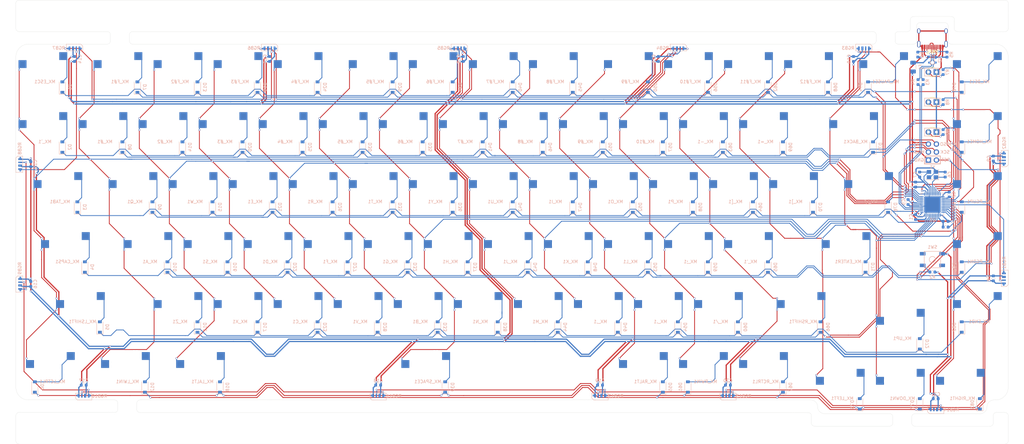
<source format=kicad_pcb>
(kicad_pcb (version 20171130) (host pcbnew "(5.1.6)-1")
  (layers (0 F.Cu signal) (31 B.Cu signal) (34 B.Paste user) (35 F.Paste user) (36 B.SilkS user) (37 F.SilkS user) (38 B.Mask user) (39 F.Mask user) (44 Edge.Cuts user))
  (net 0 "")
  (net 1 GND)
  (net 2 +5V)
  (net 3 "Net-(D1-Pad2)")
  (net 4 ROW0)
  (net 5 "Net-(D2-Pad2)")
  (net 6 ROW1)
  (net 7 "Net-(D3-Pad2)")
  (net 8 ROW2)
  (net 9 "Net-(D4-Pad2)")
  (net 10 ROW3)
  (net 11 "Net-(D5-Pad2)")
  (net 12 ROW4)
  (net 13 "Net-(D6-Pad2)")
  (net 14 ROW5)
  (net 15 "Net-(D7-Pad2)")
  (net 16 "Net-(D8-Pad2)")
  (net 17 "Net-(D9-Pad2)")
  (net 18 "Net-(D10-Pad2)")
  (net 19 "Net-(D11-Pad2)")
  (net 20 "Net-(D12-Pad2)")
  (net 21 "Net-(D13-Pad2)")
  (net 22 "Net-(D14-Pad2)")
  (net 23 "Net-(D15-Pad2)")
  (net 24 "Net-(D16-Pad2)")
  (net 25 "Net-(D17-Pad2)")
  (net 26 "Net-(D18-Pad2)")
  (net 27 "Net-(D19-Pad2)")
  (net 28 "Net-(D20-Pad2)")
  (net 29 "Net-(D21-Pad2)")
  (net 30 "Net-(D22-Pad2)")
  (net 31 "Net-(D23-Pad2)")
  (net 32 "Net-(D24-Pad2)")
  (net 33 "Net-(D25-Pad2)")
  (net 34 "Net-(D26-Pad2)")
  (net 35 "Net-(D27-Pad2)")
  (net 36 "Net-(D28-Pad2)")
  (net 37 "Net-(D29-Pad2)")
  (net 38 "Net-(D30-Pad2)")
  (net 39 "Net-(D31-Pad2)")
  (net 40 "Net-(D32-Pad2)")
  (net 41 "Net-(D33-Pad2)")
  (net 42 "Net-(D34-Pad2)")
  (net 43 "Net-(D35-Pad2)")
  (net 44 "Net-(D36-Pad2)")
  (net 45 "Net-(D37-Pad2)")
  (net 46 "Net-(D38-Pad2)")
  (net 47 "Net-(D39-Pad2)")
  (net 48 "Net-(D40-Pad2)")
  (net 49 "Net-(D41-Pad2)")
  (net 50 "Net-(D42-Pad2)")
  (net 51 "Net-(D43-Pad2)")
  (net 52 "Net-(D44-Pad2)")
  (net 53 "Net-(D45-Pad2)")
  (net 54 "Net-(D46-Pad2)")
  (net 55 "Net-(D47-Pad2)")
  (net 56 "Net-(D48-Pad2)")
  (net 57 "Net-(D49-Pad2)")
  (net 58 "Net-(D50-Pad2)")
  (net 59 "Net-(D51-Pad2)")
  (net 60 "Net-(D52-Pad2)")
  (net 61 "Net-(D53-Pad2)")
  (net 62 "Net-(D54-Pad2)")
  (net 63 "Net-(D55-Pad2)")
  (net 64 "Net-(D56-Pad2)")
  (net 65 "Net-(D57-Pad2)")
  (net 66 "Net-(D58-Pad2)")
  (net 67 "Net-(D59-Pad2)")
  (net 68 "Net-(D60-Pad2)")
  (net 69 "Net-(D61-Pad2)")
  (net 70 "Net-(D62-Pad2)")
  (net 71 "Net-(D63-Pad2)")
  (net 72 "Net-(D64-Pad2)")
  (net 73 "Net-(D65-Pad2)")
  (net 74 "Net-(D66-Pad2)")
  (net 75 "Net-(D67-Pad2)")
  (net 76 "Net-(D68-Pad2)")
  (net 77 "Net-(D69-Pad2)")
  (net 78 "Net-(D70-Pad2)")
  (net 79 "Net-(D71-Pad2)")
  (net 80 "Net-(D72-Pad2)")
  (net 81 "Net-(D73-Pad2)")
  (net 82 "Net-(D74-Pad2)")
  (net 83 "Net-(D75-Pad2)")
  (net 84 "Net-(D76-Pad2)")
  (net 85 "Net-(D77-Pad2)")
  (net 86 "Net-(D78-Pad2)")
  (net 87 "Net-(D79-Pad2)")
  (net 88 "Net-(D80-Pad2)")
  (net 89 "Net-(D81-Pad2)")
  (net 90 "Net-(D82-Pad2)")
  (net 91 "Net-(D83-Pad2)")
  (net 92 VCC)
  (net 93 RESET)
  (net 94 COL1)
  (net 95 COL2)
  (net 96 COL3)
  (net 97 COL4)
  (net 98 COL5)
  (net 99 COL6)
  (net 100 COL7)
  (net 101 COL0)
  (net 102 LEDIND1)
  (net 103 LEDIND2)
  (net 104 LEDIND3)
  (net 105 D-)
  (net 106 D+)
  (net 107 "Net-(USB1-Pad3)")
  (net 108 ROW7)
  (net 109 ROW6)
  (net 110 "Net-(R4-Pad2)")
  (net 111 ROW8)
  (net 112 ROW11)
  (net 113 ROW9)
  (net 114 ROW10)
  (net 115 RGBLED)
  (net 116 "Net-(USB1-Pad9)")
  (net 117 "Net-(R5-Pad2)")
  (net 118 "Net-(C5-Pad1)")
  (net 119 "Net-(C6-Pad1)")
  (net 120 "Net-(C7-Pad1)")
  (net 121 "Net-(LED1-Pad2)")
  (net 122 "Net-(LED2-Pad2)")
  (net 123 "Net-(LED3-Pad2)")
  (net 124 "Net-(R1-Pad2)")
  (net 125 "Net-(R3-Pad2)")
  (net 126 "Net-(R6-Pad2)")
  (net 127 "Net-(RGB1-Pad3)")
  (net 128 "Net-(RGB2-Pad3)")
  (net 129 "Net-(RGB3-Pad3)")
  (net 130 "Net-(RGB4-Pad3)")
  (net 131 "Net-(RGB5-Pad3)")
  (net 132 "Net-(RGB6-Pad3)")
  (net 133 "Net-(RGB7-Pad3)")
  (net 134 "Net-(RGB8-Pad3)")
  (net 135 "Net-(RGB10-Pad1)")
  (net 136 "Net-(RGB10-Pad3)")
  (net 137 "Net-(RGB11-Pad3)")
  (net 138 "Net-(RGB12-Pad3)")
  (net 139 "Net-(RGB13-Pad3)")
  (net 140 "Net-(RGB14-Pad3)")
  (net 141 "Net-(U1-Pad22)")
  (net 142 "Net-(U1-Pad42)")
  (module MX_Only:MXOnly-1U-Hotswap (layer F.Cu) (at 242.642916 129.155054)
    (fp_text reference MX_UP1)
    (fp_text value MX-LED)
    (fp_text user %R (at 0 3.048) (layer B.SilkS) (effects (justify mirror)))
    (pad "" np_thru_hole circle (at 2.54 -5.08) (size 3 3) (drill 3) (layers *.Cu *.Mask))
    (pad "" np_thru_hole circle (at 0 0) (size 3.9878 3.9878) (drill 3.9878) (layers *.Cu *.Mask))
    (pad "" np_thru_hole circle (at -3.81 -2.54) (size 3 3) (drill 3) (layers *.Cu *.Mask))
    (pad "" np_thru_hole circle (at -5.08 0 48.0996) (size 1.75 1.75) (drill 1.75) (layers *.Cu *.Mask))
    (pad "" np_thru_hole circle (at 5.08 0 48.0996) (size 1.75 1.75) (drill 1.75) (layers *.Cu *.Mask))
    (pad 1 smd rect (at -7.085 -2.54) (size 2.55 2.5) (layers B.Cu B.Paste B.Mask) (net 99 COL6))
    (pad 2 smd rect (at 5.842 -5.08) (size 2.55 2.5) (layers B.Cu B.Paste B.Mask) (net 80 "Net-(D72-Pad2)"))
  )
  (module MX_Only:MXOnly-1U-Hotswap (layer F.Cu) (at 267.055464 104.775)
    (fp_text reference MX_PGDN1)
    (fp_text value MX-LED)
    (fp_text user %R (at 0 3.048) (layer B.SilkS) (effects (justify mirror)))
    (pad "" np_thru_hole circle (at 2.54 -5.08) (size 3 3) (drill 3) (layers *.Cu *.Mask))
    (pad "" np_thru_hole circle (at 0 0) (size 3.9878 3.9878) (drill 3.9878) (layers *.Cu *.Mask))
    (pad "" np_thru_hole circle (at -3.81 -2.54) (size 3 3) (drill 3) (layers *.Cu *.Mask))
    (pad "" np_thru_hole circle (at -5.08 0 48.0996) (size 1.75 1.75) (drill 1.75) (layers *.Cu *.Mask))
    (pad "" np_thru_hole circle (at 5.08 0 48.0996) (size 1.75 1.75) (drill 1.75) (layers *.Cu *.Mask))
    (pad 1 smd rect (at -7.085 -2.54) (size 2.55 2.5) (layers B.Cu B.Paste B.Mask) (net 100 COL7))
    (pad 2 smd rect (at 5.842 -5.08) (size 2.55 2.5) (layers B.Cu B.Paste B.Mask) (net 89 "Net-(D81-Pad2)"))
  )
  (module Package_DFN_QFN:QFN-44-1EP_7x7mm_P0.5mm_EP5.2x5.2mm (layer B.Cu) (at 252.192285 89.69375)
    (fp_text reference U1 (at 0 4.82) (layer B.SilkS) (effects (justify mirror)))
    (fp_text value ATmega32U4-MU)
    (pad 44 smd roundrect (at -2.5 3.3375) (size 0.25 1.075) (layers B.Cu B.Paste B.Mask) (net 2 +5V))
    (pad 43 smd roundrect (at -2 3.3375) (size 0.25 1.075) (layers B.Cu B.Paste B.Mask) (net 1 GND))
    (pad 42 smd roundrect (at -1.5 3.3375) (size 0.25 1.075) (layers B.Cu B.Paste B.Mask) (net 142 "Net-(U1-Pad42)"))
    (pad 41 smd roundrect (at -1 3.3375) (size 0.25 1.075) (layers B.Cu B.Paste B.Mask) (net 14 ROW5))
    (pad 40 smd roundrect (at -0.5 3.3375) (size 0.25 1.075) (layers B.Cu B.Paste B.Mask) (net 96 COL3))
    (pad 39 smd roundrect (at 0 3.3375) (size 0.25 1.075) (layers B.Cu B.Paste B.Mask) (net 97 COL4))
    (pad 38 smd roundrect (at 0.5 3.3375) (size 0.25 1.075) (layers B.Cu B.Paste B.Mask) (net 98 COL5))
    (pad 37 smd roundrect (at 1 3.3375) (size 0.25 1.075) (layers B.Cu B.Paste B.Mask) (net 99 COL6))
    (pad 36 smd roundrect (at 1.5 3.3375) (size 0.25 1.075) (layers B.Cu B.Paste B.Mask) (net 111 ROW8))
    (pad 35 smd roundrect (at 2 3.3375) (size 0.25 1.075) (layers B.Cu B.Paste B.Mask) (net 1 GND))
    (pad 34 smd roundrect (at 2.5 3.3375) (size 0.25 1.075) (layers B.Cu B.Paste B.Mask) (net 2 +5V))
    (pad 33 smd roundrect (at 3.3375 2.5) (size 1.075 0.25) (layers B.Cu B.Paste B.Mask) (net 124 "Net-(R1-Pad2)"))
    (pad 32 smd roundrect (at 3.3375 2) (size 1.075 0.25) (layers B.Cu B.Paste B.Mask) (net 113 ROW9))
    (pad 31 smd roundrect (at 3.3375 1.5) (size 1.075 0.25) (layers B.Cu B.Paste B.Mask) (net 109 ROW6))
    (pad 30 smd roundrect (at 3.3375 1) (size 1.075 0.25) (layers B.Cu B.Paste B.Mask) (net 108 ROW7))
    (pad 29 smd roundrect (at 3.3375 0.5) (size 1.075 0.25) (layers B.Cu B.Paste B.Mask) (net 114 ROW10))
    (pad 28 smd roundrect (at 3.3375 0) (size 1.075 0.25) (layers B.Cu B.Paste B.Mask) (net 112 ROW11))
    (pad 27 smd roundrect (at 3.3375 -0.5) (size 1.075 0.25) (layers B.Cu B.Paste B.Mask) (net 115 RGBLED))
    (pad 26 smd roundrect (at 3.3375 -1) (size 1.075 0.25) (layers B.Cu B.Paste B.Mask) (net 10 ROW3))
    (pad 25 smd roundrect (at 3.3375 -1.5) (size 1.075 0.25) (layers B.Cu B.Paste B.Mask) (net 8 ROW2))
    (pad 24 smd roundrect (at 3.3375 -2) (size 1.075 0.25) (layers B.Cu B.Paste B.Mask) (net 2 +5V))
    (pad 23 smd roundrect (at 3.3375 -2.5) (size 1.075 0.25) (layers B.Cu B.Paste B.Mask) (net 1 GND))
    (pad 22 smd roundrect (at 2.5 -3.3375) (size 0.25 1.075) (layers B.Cu B.Paste B.Mask) (net 141 "Net-(U1-Pad22)"))
    (pad 21 smd roundrect (at 2 -3.3375) (size 0.25 1.075) (layers B.Cu B.Paste B.Mask) (net 100 COL7))
    (pad 20 smd roundrect (at 1.5 -3.3375) (size 0.25 1.075) (layers B.Cu B.Paste B.Mask) (net 102 LEDIND1))
    (pad 19 smd roundrect (at 1 -3.3375) (size 0.25 1.075) (layers B.Cu B.Paste B.Mask) (net 103 LEDIND2))
    (pad 18 smd roundrect (at 0.5 -3.3375) (size 0.25 1.075) (layers B.Cu B.Paste B.Mask) (net 104 LEDIND3))
    (pad 17 smd roundrect (at 0 -3.3375) (size 0.25 1.075) (layers B.Cu B.Paste B.Mask) (net 119 "Net-(C6-Pad1)"))
    (pad 16 smd roundrect (at -0.5 -3.3375) (size 0.25 1.075) (layers B.Cu B.Paste B.Mask) (net 120 "Net-(C7-Pad1)"))
    (pad 15 smd roundrect (at -1 -3.3375) (size 0.25 1.075) (layers B.Cu B.Paste B.Mask) (net 1 GND))
    (pad 14 smd roundrect (at -1.5 -3.3375) (size 0.25 1.075) (layers B.Cu B.Paste B.Mask) (net 2 +5V))
    (pad 13 smd roundrect (at -2 -3.3375) (size 0.25 1.075) (layers B.Cu B.Paste B.Mask) (net 93 RESET))
    (pad 12 smd roundrect (at -2.5 -3.3375) (size 0.25 1.075) (layers B.Cu B.Paste B.Mask) (net 4 ROW0))
    (pad 11 smd roundrect (at -3.3375 -2.5) (size 1.075 0.25) (layers B.Cu B.Paste B.Mask) (net 6 ROW1))
    (pad 10 smd roundrect (at -3.3375 -2) (size 1.075 0.25) (layers B.Cu B.Paste B.Mask) (net 101 COL0))
    (pad 9 smd roundrect (at -3.3375 -1.5) (size 1.075 0.25) (layers B.Cu B.Paste B.Mask) (net 94 COL1))
    (pad 8 smd roundrect (at -3.3375 -1) (size 1.075 0.25) (layers B.Cu B.Paste B.Mask) (net 95 COL2))
    (pad 7 smd roundrect (at -3.3375 -0.5) (size 1.075 0.25) (layers B.Cu B.Paste B.Mask) (net 2 +5V))
    (pad 6 smd roundrect (at -3.3375 0) (size 1.075 0.25) (layers B.Cu B.Paste B.Mask) (net 118 "Net-(C5-Pad1)"))
    (pad 5 smd roundrect (at -3.3375 0.5) (size 1.075 0.25) (layers B.Cu B.Paste B.Mask) (net 1 GND))
    (pad 4 smd roundrect (at -3.3375 1) (size 1.075 0.25) (layers B.Cu B.Paste B.Mask) (net 106 D+))
    (pad 3 smd roundrect (at -3.3375 1.5) (size 1.075 0.25) (layers B.Cu B.Paste B.Mask) (net 105 D-))
    (pad 2 smd roundrect (at -3.3375 2) (size 1.075 0.25) (layers B.Cu B.Paste B.Mask) (net 2 +5V))
    (pad 1 smd roundrect (at -3.3375 2.5) (size 1.075 0.25) (layers B.Cu B.Paste B.Mask) (net 12 ROW4))
    (pad 45 smd roundrect (at 0 0) (size 5.2 5.2) (layers B.Cu B.Mask) (roundrect_rratio 0.048077) (net 1 GND))
  )
  (module MX_Only:MXOnly-2U-Hotswap (layer F.Cu) (at 227.80625 66.675)
    (fp_text reference MX_BACK1)
    (fp_text value MX-LED)
    (fp_text user %R (at 0 3.048) (layer B.SilkS) (effects (justify mirror)))
    (pad "" np_thru_hole circle (at 2.54 -5.08) (size 3 3) (drill 3) (layers *.Cu *.Mask))
    (pad "" np_thru_hole circle (at 0 0) (size 3.9878 3.9878) (drill 3.9878) (layers *.Cu *.Mask))
    (pad "" np_thru_hole circle (at -3.81 -2.54) (size 3 3) (drill 3) (layers *.Cu *.Mask))
    (pad "" np_thru_hole circle (at -5.08 0 48.0996) (size 1.75 1.75) (drill 1.75) (layers *.Cu *.Mask))
    (pad "" np_thru_hole circle (at 5.08 0 48.0996) (size 1.75 1.75) (drill 1.75) (layers *.Cu *.Mask))
    (pad 1 smd rect (at -7.085 -2.54) (size 2.55 2.5) (layers B.Cu B.Paste B.Mask) (net 99 COL6))
    (pad 2 smd rect (at 5.842 -5.08) (size 2.55 2.5) (layers B.Cu B.Paste B.Mask) (net 83 "Net-(D75-Pad2)"))
    (pad "" np_thru_hole circle (at 11.938 -6.985) (size 3.048 3.048) (drill 3.048) (layers *.Cu *.Mask))
    (pad "" np_thru_hole circle (at -11.938 -6.985) (size 3.048 3.048) (drill 3.048) (layers *.Cu *.Mask))
    (pad "" np_thru_hole circle (at 11.938 8.255) (size 3.9878 3.9878) (drill 3.9878) (layers *.Cu *.Mask))
    (pad "" np_thru_hole circle (at -11.938 8.255) (size 3.9878 3.9878) (drill 3.9878) (layers *.Cu *.Mask))
  )
  (module MX_Only:MXOnly-1U-Hotswap (layer F.Cu) (at 94.45625 85.725)
    (fp_text reference MX_Y1)
    (fp_text value MX-LED)
    (fp_text user %R (at 0 3.048) (layer B.SilkS) (effects (justify mirror)))
    (pad "" np_thru_hole circle (at 2.54 -5.08) (size 3 3) (drill 3) (layers *.Cu *.Mask))
    (pad "" np_thru_hole circle (at 0 0) (size 3.9878 3.9878) (drill 3.9878) (layers *.Cu *.Mask))
    (pad "" np_thru_hole circle (at -3.81 -2.54) (size 3 3) (drill 3) (layers *.Cu *.Mask))
    (pad "" np_thru_hole circle (at -5.08 0 48.0996) (size 1.75 1.75) (drill 1.75) (layers *.Cu *.Mask))
    (pad "" np_thru_hole circle (at 5.08 0 48.0996) (size 1.75 1.75) (drill 1.75) (layers *.Cu *.Mask))
    (pad 1 smd rect (at -7.085 -2.54) (size 2.55 2.5) (layers B.Cu B.Paste B.Mask) (net 96 COL3))
    (pad 2 smd rect (at 5.842 -5.08) (size 2.55 2.5) (layers B.Cu B.Paste B.Mask) (net 44 "Net-(D36-Pad2)"))
  )
  (module MX_Only:MXOnly-1U-Hotswap (layer F.Cu) (at 208.75625 85.725)
    (fp_text reference MX_]1)
    (fp_text value MX-LED)
    (fp_text user %R (at 0 3.048) (layer B.SilkS) (effects (justify mirror)))
    (pad "" np_thru_hole circle (at 2.54 -5.08) (size 3 3) (drill 3) (layers *.Cu *.Mask))
    (pad "" np_thru_hole circle (at 0 0) (size 3.9878 3.9878) (drill 3.9878) (layers *.Cu *.Mask))
    (pad "" np_thru_hole circle (at -3.81 -2.54) (size 3 3) (drill 3) (layers *.Cu *.Mask))
    (pad "" np_thru_hole circle (at -5.08 0 48.0996) (size 1.75 1.75) (drill 1.75) (layers *.Cu *.Mask))
    (pad "" np_thru_hole circle (at 5.08 0 48.0996) (size 1.75 1.75) (drill 1.75) (layers *.Cu *.Mask))
    (pad 1 smd rect (at -7.085 -2.54) (size 2.55 2.5) (layers B.Cu B.Paste B.Mask) (net 99 COL6))
    (pad 2 smd rect (at 5.842 -5.08) (size 2.55 2.5) (layers B.Cu B.Paste B.Mask) (net 78 "Net-(D70-Pad2)"))
  )
  (module MX_Only:MXOnly-1U-Hotswap (layer F.Cu) (at -29.36875 66.675)
    (fp_text reference MX_`1)
    (fp_text value MX-LED)
    (fp_text user %R (at 0 3.048) (layer B.SilkS) (effects (justify mirror)))
    (pad "" np_thru_hole circle (at 2.54 -5.08) (size 3 3) (drill 3) (layers *.Cu *.Mask))
    (pad "" np_thru_hole circle (at 0 0) (size 3.9878 3.9878) (drill 3.9878) (layers *.Cu *.Mask))
    (pad "" np_thru_hole circle (at -3.81 -2.54) (size 3 3) (drill 3) (layers *.Cu *.Mask))
    (pad "" np_thru_hole circle (at -5.08 0 48.0996) (size 1.75 1.75) (drill 1.75) (layers *.Cu *.Mask))
    (pad "" np_thru_hole circle (at 5.08 0 48.0996) (size 1.75 1.75) (drill 1.75) (layers *.Cu *.Mask))
    (pad 1 smd rect (at -7.085 -2.54) (size 2.55 2.5) (layers B.Cu B.Paste B.Mask) (net 101 COL0))
    (pad 2 smd rect (at 5.842 -5.08) (size 2.55 2.5) (layers B.Cu B.Paste B.Mask) (net 5 "Net-(D2-Pad2)"))
  )
  (module MX_Only:MXOnly-1U-Hotswap (layer F.Cu) (at 267.055464 85.725)
    (fp_text reference MX_PGUP1)
    (fp_text value MX-LED)
    (fp_text user %R (at 0 3.048) (layer B.SilkS) (effects (justify mirror)))
    (pad "" np_thru_hole circle (at 2.54 -5.08) (size 3 3) (drill 3) (layers *.Cu *.Mask))
    (pad "" np_thru_hole circle (at 0 0) (size 3.9878 3.9878) (drill 3.9878) (layers *.Cu *.Mask))
    (pad "" np_thru_hole circle (at -3.81 -2.54) (size 3 3) (drill 3) (layers *.Cu *.Mask))
    (pad "" np_thru_hole circle (at -5.08 0 48.0996) (size 1.75 1.75) (drill 1.75) (layers *.Cu *.Mask))
    (pad "" np_thru_hole circle (at 5.08 0 48.0996) (size 1.75 1.75) (drill 1.75) (layers *.Cu *.Mask))
    (pad 1 smd rect (at -7.085 -2.54) (size 2.55 2.5) (layers B.Cu B.Paste B.Mask) (net 100 COL7))
    (pad 2 smd rect (at 5.842 -5.08) (size 2.55 2.5) (layers B.Cu B.Paste B.Mask) (net 88 "Net-(D80-Pad2)"))
  )
  (module MX_Only:MXOnly-1U-Hotswap (layer F.Cu) (at 261.696612 148.20875)
    (fp_text reference MX_RIGHT1)
    (fp_text value MX-LED)
    (fp_text user %R (at 0 3.048) (layer B.SilkS) (effects (justify mirror)))
    (pad "" np_thru_hole circle (at 2.54 -5.08) (size 3 3) (drill 3) (layers *.Cu *.Mask))
    (pad "" np_thru_hole circle (at 0 0) (size 3.9878 3.9878) (drill 3.9878) (layers *.Cu *.Mask))
    (pad "" np_thru_hole circle (at -3.81 -2.54) (size 3 3) (drill 3) (layers *.Cu *.Mask))
    (pad "" np_thru_hole circle (at -5.08 0 48.0996) (size 1.75 1.75) (drill 1.75) (layers *.Cu *.Mask))
    (pad "" np_thru_hole circle (at 5.08 0 48.0996) (size 1.75 1.75) (drill 1.75) (layers *.Cu *.Mask))
    (pad 1 smd rect (at -7.085 -2.54) (size 2.55 2.5) (layers B.Cu B.Paste B.Mask) (net 100 COL7))
    (pad 2 smd rect (at 5.842 -5.08) (size 2.55 2.5) (layers B.Cu B.Paste B.Mask) (net 91 "Net-(D83-Pad2)"))
  )
  (module MX_Only:MXOnly-1U-Hotswap (layer F.Cu) (at 175.41875 47.625)
    (fp_text reference MX_F#10)
    (fp_text value MX-LED)
    (fp_text user %R (at 0 3.048) (layer B.SilkS) (effects (justify mirror)))
    (pad "" np_thru_hole circle (at 2.54 -5.08) (size 3 3) (drill 3) (layers *.Cu *.Mask))
    (pad "" np_thru_hole circle (at 0 0) (size 3.9878 3.9878) (drill 3.9878) (layers *.Cu *.Mask))
    (pad "" np_thru_hole circle (at -3.81 -2.54) (size 3 3) (drill 3) (layers *.Cu *.Mask))
    (pad "" np_thru_hole circle (at -5.08 0 48.0996) (size 1.75 1.75) (drill 1.75) (layers *.Cu *.Mask))
    (pad "" np_thru_hole circle (at 5.08 0 48.0996) (size 1.75 1.75) (drill 1.75) (layers *.Cu *.Mask))
    (pad 1 smd rect (at -7.085 -2.54) (size 2.55 2.5) (layers B.Cu B.Paste B.Mask) (net 98 COL5))
    (pad 2 smd rect (at 5.842 -5.08) (size 2.55 2.5) (layers B.Cu B.Paste B.Mask) (net 64 "Net-(D56-Pad2)"))
  )
  (module MX_Only:MXOnly-1U-Hotswap (layer F.Cu) (at 113.50625 47.625)
    (fp_text reference MX_F#7)
    (fp_text value MX-LED)
    (fp_text user %R (at 0 3.048) (layer B.SilkS) (effects (justify mirror)))
    (pad "" np_thru_hole circle (at 2.54 -5.08) (size 3 3) (drill 3) (layers *.Cu *.Mask))
    (pad "" np_thru_hole circle (at 0 0) (size 3.9878 3.9878) (drill 3.9878) (layers *.Cu *.Mask))
    (pad "" np_thru_hole circle (at -3.81 -2.54) (size 3 3) (drill 3) (layers *.Cu *.Mask))
    (pad "" np_thru_hole circle (at -5.08 0 48.0996) (size 1.75 1.75) (drill 1.75) (layers *.Cu *.Mask))
    (pad "" np_thru_hole circle (at 5.08 0 48.0996) (size 1.75 1.75) (drill 1.75) (layers *.Cu *.Mask))
    (pad 1 smd rect (at -7.085 -2.54) (size 2.55 2.5) (layers B.Cu B.Paste B.Mask) (net 96 COL3))
    (pad 2 smd rect (at 5.842 -5.08) (size 2.55 2.5) (layers B.Cu B.Paste B.Mask) (net 48 "Net-(D40-Pad2)"))
  )
  (module random-keyboard-parts:D_SOD-123-Pretty (layer B.Cu) (at 229.14844 152.972445 90)
    (fp_text reference D73 (at -0.221305 -2.38128 90) (layer B.SilkS) (effects (justify mirror)))
    (fp_text value SOD-123)
    (pad 1 smd rect (at -1.65 0 90) (size 0.9 1.2) (layers B.Cu B.Paste B.Mask) (net 114 ROW10))
    (pad 2 smd rect (at 1.65 0 90) (size 0.9 1.2) (layers B.Cu B.Paste B.Mask) (net 81 "Net-(D73-Pad2)"))
  )
  (module MX_Only:MXOnly-1U-Hotswap (layer F.Cu) (at 165.89375 123.825)
    (fp_text reference MX_.1)
    (fp_text value MX-LED)
    (fp_text user %R (at 0 3.048) (layer B.SilkS) (effects (justify mirror)))
    (pad "" np_thru_hole circle (at 2.54 -5.08) (size 3 3) (drill 3) (layers *.Cu *.Mask))
    (pad "" np_thru_hole circle (at 0 0) (size 3.9878 3.9878) (drill 3.9878) (layers *.Cu *.Mask))
    (pad "" np_thru_hole circle (at -3.81 -2.54) (size 3 3) (drill 3) (layers *.Cu *.Mask))
    (pad "" np_thru_hole circle (at -5.08 0 48.0996) (size 1.75 1.75) (drill 1.75) (layers *.Cu *.Mask))
    (pad "" np_thru_hole circle (at 5.08 0 48.0996) (size 1.75 1.75) (drill 1.75) (layers *.Cu *.Mask))
    (pad 1 smd rect (at -7.085 -2.54) (size 2.55 2.5) (layers B.Cu B.Paste B.Mask) (net 97 COL4))
    (pad 2 smd rect (at 5.842 -5.08) (size 2.55 2.5) (layers B.Cu B.Paste B.Mask) (net 62 "Net-(D54-Pad2)"))
  )
  (module random-keyboard-parts:D_SOD-123-Pretty (layer B.Cu) (at 200.025 109.5375 90)
    (fp_text reference D65 (at 0 2.38125 270) (layer B.SilkS) (effects (justify mirror)))
    (fp_text value SOD-123)
    (pad 2 smd rect (at 1.65 0 90) (size 0.9 1.2) (layers B.Cu B.Paste B.Mask) (net 73 "Net-(D65-Pad2)"))
    (pad 1 smd rect (at -1.65 0 90) (size 0.9 1.2) (layers B.Cu B.Paste B.Mask) (net 108 ROW7))
  )
  (module MX_Only:MXOnly-1U-Hotswap (layer F.Cu) (at 3.96875 104.775)
    (fp_text reference MX_A1)
    (fp_text value MX-LED)
    (fp_text user %R (at 0 3.048) (layer B.SilkS) (effects (justify mirror)))
    (pad "" np_thru_hole circle (at 2.54 -5.08) (size 3 3) (drill 3) (layers *.Cu *.Mask))
    (pad "" np_thru_hole circle (at 0 0) (size 3.9878 3.9878) (drill 3.9878) (layers *.Cu *.Mask))
    (pad "" np_thru_hole circle (at -3.81 -2.54) (size 3 3) (drill 3) (layers *.Cu *.Mask))
    (pad "" np_thru_hole circle (at -5.08 0 48.0996) (size 1.75 1.75) (drill 1.75) (layers *.Cu *.Mask))
    (pad "" np_thru_hole circle (at 5.08 0 48.0996) (size 1.75 1.75) (drill 1.75) (layers *.Cu *.Mask))
    (pad 1 smd rect (at -7.085 -2.54) (size 2.55 2.5) (layers B.Cu B.Paste B.Mask) (net 101 COL0))
    (pad 2 smd rect (at 5.842 -5.08) (size 2.55 2.5) (layers B.Cu B.Paste B.Mask) (net 18 "Net-(D10-Pad2)"))
  )
  (module MX_Only:MXOnly-1U-Hotswap (layer F.Cu) (at 13.49375 47.625)
    (fp_text reference MX_F#2)
    (fp_text value MX-LED)
    (fp_text user %R (at 0 3.048) (layer B.SilkS) (effects (justify mirror)))
    (pad "" np_thru_hole circle (at 2.54 -5.08) (size 3 3) (drill 3) (layers *.Cu *.Mask))
    (pad "" np_thru_hole circle (at 0 0) (size 3.9878 3.9878) (drill 3.9878) (layers *.Cu *.Mask))
    (pad "" np_thru_hole circle (at -3.81 -2.54) (size 3 3) (drill 3) (layers *.Cu *.Mask))
    (pad "" np_thru_hole circle (at -5.08 0 48.0996) (size 1.75 1.75) (drill 1.75) (layers *.Cu *.Mask))
    (pad "" np_thru_hole circle (at 5.08 0 48.0996) (size 1.75 1.75) (drill 1.75) (layers *.Cu *.Mask))
    (pad 1 smd rect (at -7.085 -2.54) (size 2.55 2.5) (layers B.Cu B.Paste B.Mask) (net 94 COL1))
    (pad 2 smd rect (at 5.842 -5.08) (size 2.55 2.5) (layers B.Cu B.Paste B.Mask) (net 21 "Net-(D13-Pad2)"))
  )
  (module MX_Only:MXOnly-1U-Hotswap (layer F.Cu) (at 189.70625 85.725)
    (fp_text reference MX_[1)
    (fp_text value MX-LED)
    (fp_text user %R (at 0 3.048) (layer B.SilkS) (effects (justify mirror)))
    (pad "" np_thru_hole circle (at 2.54 -5.08) (size 3 3) (drill 3) (layers *.Cu *.Mask))
    (pad "" np_thru_hole circle (at 0 0) (size 3.9878 3.9878) (drill 3.9878) (layers *.Cu *.Mask))
    (pad "" np_thru_hole circle (at -3.81 -2.54) (size 3 3) (drill 3) (layers *.Cu *.Mask))
    (pad "" np_thru_hole circle (at -5.08 0 48.0996) (size 1.75 1.75) (drill 1.75) (layers *.Cu *.Mask))
    (pad "" np_thru_hole circle (at 5.08 0 48.0996) (size 1.75 1.75) (drill 1.75) (layers *.Cu *.Mask))
    (pad 1 smd rect (at -7.085 -2.54) (size 2.55 2.5) (layers B.Cu B.Paste B.Mask) (net 98 COL5))
    (pad 2 smd rect (at 5.842 -5.08) (size 2.55 2.5) (layers B.Cu B.Paste B.Mask) (net 72 "Net-(D64-Pad2)"))
  )
  (module MX_Only:MXOnly-1U-Hotswap (layer F.Cu) (at 37.30625 85.725)
    (fp_text reference MX_E1)
    (fp_text value MX-LED)
    (fp_text user %R (at 0 3.048) (layer B.SilkS) (effects (justify mirror)))
    (pad "" np_thru_hole circle (at 2.54 -5.08) (size 3 3) (drill 3) (layers *.Cu *.Mask))
    (pad "" np_thru_hole circle (at 0 0) (size 3.9878 3.9878) (drill 3.9878) (layers *.Cu *.Mask))
    (pad "" np_thru_hole circle (at -3.81 -2.54) (size 3 3) (drill 3) (layers *.Cu *.Mask))
    (pad "" np_thru_hole circle (at -5.08 0 48.0996) (size 1.75 1.75) (drill 1.75) (layers *.Cu *.Mask))
    (pad "" np_thru_hole circle (at 5.08 0 48.0996) (size 1.75 1.75) (drill 1.75) (layers *.Cu *.Mask))
    (pad 1 smd rect (at -7.085 -2.54) (size 2.55 2.5) (layers B.Cu B.Paste B.Mask) (net 94 COL1))
    (pad 2 smd rect (at 5.842 -5.08) (size 2.55 2.5) (layers B.Cu B.Paste B.Mask) (net 29 "Net-(D21-Pad2)"))
  )
  (module MX_Only:MXOnly-2.25U-Hotswap-ReversedStabilizers (layer F.Cu) (at 225.425 104.775)
    (fp_text reference MX_ENTER1)
    (fp_text value MX-LED)
    (fp_text user %R (at 0 3.048) (layer B.SilkS) (effects (justify mirror)))
    (pad "" np_thru_hole circle (at 2.54 -5.08) (size 3 3) (drill 3) (layers *.Cu *.Mask))
    (pad "" np_thru_hole circle (at 0 0) (size 3.9878 3.9878) (drill 3.9878) (layers *.Cu *.Mask))
    (pad "" np_thru_hole circle (at -3.81 -2.54) (size 3 3) (drill 3) (layers *.Cu *.Mask))
    (pad "" np_thru_hole circle (at -5.08 0 48.0996) (size 1.75 1.75) (drill 1.75) (layers *.Cu *.Mask))
    (pad "" np_thru_hole circle (at 5.08 0 48.0996) (size 1.75 1.75) (drill 1.75) (layers *.Cu *.Mask))
    (pad 1 smd rect (at -7.085 -2.54) (size 2.55 2.5) (layers B.Cu B.Paste B.Mask) (net 99 COL6))
    (pad 2 smd rect (at 5.842 -5.08) (size 2.55 2.5) (layers B.Cu B.Paste B.Mask) (net 79 "Net-(D71-Pad2)"))
    (pad "" np_thru_hole circle (at 11.938 6.985) (size 3.048 3.048) (drill 3.048) (layers *.Cu *.Mask))
    (pad "" np_thru_hole circle (at -11.938 6.985) (size 3.048 3.048) (drill 3.048) (layers *.Cu *.Mask))
    (pad "" np_thru_hole circle (at 11.938 -8.255) (size 3.9878 3.9878) (drill 3.9878) (layers *.Cu *.Mask))
    (pad "" np_thru_hole circle (at -11.938 -8.255) (size 3.9878 3.9878) (drill 3.9878) (layers *.Cu *.Mask))
  )
  (module MX_Only:MXOnly-1U-Hotswap (layer F.Cu) (at -5.55625 47.625)
    (fp_text reference MX_F#1)
    (fp_text value MX-LED)
    (fp_text user %R (at 0 3.048) (layer B.SilkS) (effects (justify mirror)))
    (pad "" np_thru_hole circle (at 2.54 -5.08) (size 3 3) (drill 3) (layers *.Cu *.Mask))
    (pad "" np_thru_hole circle (at 0 0) (size 3.9878 3.9878) (drill 3.9878) (layers *.Cu *.Mask))
    (pad "" np_thru_hole circle (at -3.81 -2.54) (size 3 3) (drill 3) (layers *.Cu *.Mask))
    (pad "" np_thru_hole circle (at -5.08 0 48.0996) (size 1.75 1.75) (drill 1.75) (layers *.Cu *.Mask))
    (pad "" np_thru_hole circle (at 5.08 0 48.0996) (size 1.75 1.75) (drill 1.75) (layers *.Cu *.Mask))
    (pad 1 smd rect (at -7.085 -2.54) (size 2.55 2.5) (layers B.Cu B.Paste B.Mask) (net 101 COL0))
    (pad 2 smd rect (at 5.842 -5.08) (size 2.55 2.5) (layers B.Cu B.Paste B.Mask) (net 15 "Net-(D7-Pad2)"))
  )
  (module random-keyboard-parts:SOT143B (layer B.Cu) (at 252.192285 43.65625 180)
    (fp_text reference U2 (at -2.38125 0 90) (layer B.SilkS) (effects (justify mirror)))
    (fp_text value PRTR5V0U2X)
    (pad 3 smd rect (at 1 -0.95 270) (size 0.6 0.7) (layers B.Cu B.Paste B.Mask) (net 110 "Net-(R4-Pad2)"))
    (pad 2 smd rect (at -1 -0.95 270) (size 0.6 0.7) (layers B.Cu B.Paste B.Mask) (net 125 "Net-(R3-Pad2)"))
    (pad 4 smd rect (at 1 0.95 270) (size 0.6 0.7) (layers B.Cu B.Paste B.Mask) (net 92 VCC))
    (pad 1 smd rect (at -1 0.75 270) (size 1 0.7) (layers B.Cu B.Paste B.Mask) (net 1 GND))
  )
  (module MX_Only:MXOnly-1U-Hotswap (layer F.Cu) (at 13.49375 123.825)
    (fp_text reference MX_Z1)
    (fp_text value MX-LED)
    (fp_text user %R (at 0 3.048) (layer B.SilkS) (effects (justify mirror)))
    (pad "" np_thru_hole circle (at 2.54 -5.08) (size 3 3) (drill 3) (layers *.Cu *.Mask))
    (pad "" np_thru_hole circle (at 0 0) (size 3.9878 3.9878) (drill 3.9878) (layers *.Cu *.Mask))
    (pad "" np_thru_hole circle (at -3.81 -2.54) (size 3 3) (drill 3) (layers *.Cu *.Mask))
    (pad "" np_thru_hole circle (at -5.08 0 48.0996) (size 1.75 1.75) (drill 1.75) (layers *.Cu *.Mask))
    (pad "" np_thru_hole circle (at 5.08 0 48.0996) (size 1.75 1.75) (drill 1.75) (layers *.Cu *.Mask))
    (pad 1 smd rect (at -7.085 -2.54) (size 2.55 2.5) (layers B.Cu B.Paste B.Mask) (net 101 COL0))
    (pad 2 smd rect (at 5.842 -5.08) (size 2.55 2.5) (layers B.Cu B.Paste B.Mask) (net 19 "Net-(D11-Pad2)"))
  )
  (module MX_Only:MXOnly-1U-Hotswap (layer F.Cu) (at 32.54375 123.825)
    (fp_text reference MX_X1)
    (fp_text value MX-LED)
    (fp_text user %R (at 0 3.048) (layer B.SilkS) (effects (justify mirror)))
    (pad "" np_thru_hole circle (at 2.54 -5.08) (size 3 3) (drill 3) (layers *.Cu *.Mask))
    (pad "" np_thru_hole circle (at 0 0) (size 3.9878 3.9878) (drill 3.9878) (layers *.Cu *.Mask))
    (pad "" np_thru_hole circle (at -3.81 -2.54) (size 3 3) (drill 3) (layers *.Cu *.Mask))
    (pad "" np_thru_hole circle (at -5.08 0 48.0996) (size 1.75 1.75) (drill 1.75) (layers *.Cu *.Mask))
    (pad "" np_thru_hole circle (at 5.08 0 48.0996) (size 1.75 1.75) (drill 1.75) (layers *.Cu *.Mask))
    (pad 1 smd rect (at -7.085 -2.54) (size 2.55 2.5) (layers B.Cu B.Paste B.Mask) (net 94 COL1))
    (pad 2 smd rect (at 5.842 -5.08) (size 2.55 2.5) (layers B.Cu B.Paste B.Mask) (net 25 "Net-(D17-Pad2)"))
  )
  (module MX_Only:MXOnly-1U-Hotswap (layer F.Cu) (at 18.25625 85.725)
    (fp_text reference MX_W1)
    (fp_text value MX-LED)
    (fp_text user %R (at 0 3.048) (layer B.SilkS) (effects (justify mirror)))
    (pad "" np_thru_hole circle (at 2.54 -5.08) (size 3 3) (drill 3) (layers *.Cu *.Mask))
    (pad "" np_thru_hole circle (at 0 0) (size 3.9878 3.9878) (drill 3.9878) (layers *.Cu *.Mask))
    (pad "" np_thru_hole circle (at -3.81 -2.54) (size 3 3) (drill 3) (layers *.Cu *.Mask))
    (pad "" np_thru_hole circle (at -5.08 0 48.0996) (size 1.75 1.75) (drill 1.75) (layers *.Cu *.Mask))
    (pad "" np_thru_hole circle (at 5.08 0 48.0996) (size 1.75 1.75) (drill 1.75) (layers *.Cu *.Mask))
    (pad 1 smd rect (at -7.085 -2.54) (size 2.55 2.5) (layers B.Cu B.Paste B.Mask) (net 94 COL1))
    (pad 2 smd rect (at 5.842 -5.08) (size 2.55 2.5) (layers B.Cu B.Paste B.Mask) (net 23 "Net-(D15-Pad2)"))
  )
  (module MX_Only:MXOnly-1U-Hotswap (layer F.Cu) (at 70.64375 123.825)
    (fp_text reference MX_V1)
    (fp_text value MX-LED)
    (fp_text user %R (at 0 3.048) (layer B.SilkS) (effects (justify mirror)))
    (pad "" np_thru_hole circle (at 2.54 -5.08) (size 3 3) (drill 3) (layers *.Cu *.Mask))
    (pad "" np_thru_hole circle (at 0 0) (size 3.9878 3.9878) (drill 3.9878) (layers *.Cu *.Mask))
    (pad "" np_thru_hole circle (at -3.81 -2.54) (size 3 3) (drill 3) (layers *.Cu *.Mask))
    (pad "" np_thru_hole circle (at -5.08 0 48.0996) (size 1.75 1.75) (drill 1.75) (layers *.Cu *.Mask))
    (pad "" np_thru_hole circle (at 5.08 0 48.0996) (size 1.75 1.75) (drill 1.75) (layers *.Cu *.Mask))
    (pad 1 smd rect (at -7.085 -2.54) (size 2.55 2.5) (layers B.Cu B.Paste B.Mask) (net 95 COL2))
    (pad 2 smd rect (at 5.842 -5.08) (size 2.55 2.5) (layers B.Cu B.Paste B.Mask) (net 36 "Net-(D28-Pad2)"))
  )
  (module MX_Only:MXOnly-1U-Hotswap (layer F.Cu) (at 113.50625 85.725)
    (fp_text reference MX_U1)
    (fp_text value MX-LED)
    (fp_text user %R (at 0 3.048) (layer B.SilkS) (effects (justify mirror)))
    (pad "" np_thru_hole circle (at 2.54 -5.08) (size 3 3) (drill 3) (layers *.Cu *.Mask))
    (pad "" np_thru_hole circle (at 0 0) (size 3.9878 3.9878) (drill 3.9878) (layers *.Cu *.Mask))
    (pad "" np_thru_hole circle (at -3.81 -2.54) (size 3 3) (drill 3) (layers *.Cu *.Mask))
    (pad "" np_thru_hole circle (at -5.08 0 48.0996) (size 1.75 1.75) (drill 1.75) (layers *.Cu *.Mask))
    (pad "" np_thru_hole circle (at 5.08 0 48.0996) (size 1.75 1.75) (drill 1.75) (layers *.Cu *.Mask))
    (pad 1 smd rect (at -7.085 -2.54) (size 2.55 2.5) (layers B.Cu B.Paste B.Mask) (net 96 COL3))
    (pad 2 smd rect (at 5.842 -5.08) (size 2.55 2.5) (layers B.Cu B.Paste B.Mask) (net 50 "Net-(D42-Pad2)"))
  )
  (module MX_Only:MXOnly-1.5U-Hotswap (layer F.Cu) (at -24.60625 85.725)
    (fp_text reference MX_TAB1)
    (fp_text value MX-LED)
    (fp_text user %R (at 0 3.048) (layer B.SilkS) (effects (justify mirror)))
    (pad "" np_thru_hole circle (at 2.54 -5.08) (size 3 3) (drill 3) (layers *.Cu *.Mask))
    (pad "" np_thru_hole circle (at 0 0) (size 3.9878 3.9878) (drill 3.9878) (layers *.Cu *.Mask))
    (pad "" np_thru_hole circle (at -3.81 -2.54) (size 3 3) (drill 3) (layers *.Cu *.Mask))
    (pad "" np_thru_hole circle (at -5.08 0 48.0996) (size 1.75 1.75) (drill 1.75) (layers *.Cu *.Mask))
    (pad "" np_thru_hole circle (at 5.08 0 48.0996) (size 1.75 1.75) (drill 1.75) (layers *.Cu *.Mask))
    (pad 1 smd rect (at -7.085 -2.54) (size 2.55 2.5) (layers B.Cu B.Paste B.Mask) (net 101 COL0))
    (pad 2 smd rect (at 5.842 -5.08) (size 2.55 2.5) (layers B.Cu B.Paste B.Mask) (net 7 "Net-(D3-Pad2)"))
  )
  (module MX_Only:MXOnly-1U-Hotswap (layer F.Cu) (at 75.40625 85.725)
    (fp_text reference MX_T1)
    (fp_text value MX-LED)
    (fp_text user %R (at 0 3.048) (layer B.SilkS) (effects (justify mirror)))
    (pad "" np_thru_hole circle (at 2.54 -5.08) (size 3 3) (drill 3) (layers *.Cu *.Mask))
    (pad "" np_thru_hole circle (at 0 0) (size 3.9878 3.9878) (drill 3.9878) (layers *.Cu *.Mask))
    (pad "" np_thru_hole circle (at -3.81 -2.54) (size 3 3) (drill 3) (layers *.Cu *.Mask))
    (pad "" np_thru_hole circle (at -5.08 0 48.0996) (size 1.75 1.75) (drill 1.75) (layers *.Cu *.Mask))
    (pad "" np_thru_hole circle (at 5.08 0 48.0996) (size 1.75 1.75) (drill 1.75) (layers *.Cu *.Mask))
    (pad 1 smd rect (at -7.085 -2.54) (size 2.55 2.5) (layers B.Cu B.Paste B.Mask) (net 95 COL2))
    (pad 2 smd rect (at 5.842 -5.08) (size 2.55 2.5) (layers B.Cu B.Paste B.Mask) (net 39 "Net-(D31-Pad2)"))
  )
  (module MX_Only:MXOnly-6.25U-Hotswap-ReversedStabilizers (layer F.Cu) (at 92.075 142.875)
    (fp_text reference MX_SPACE1)
    (fp_text value MX-LED)
    (fp_text user %R (at 0 3.048) (layer B.SilkS) (effects (justify mirror)))
    (pad "" np_thru_hole circle (at 2.54 -5.08) (size 3 3) (drill 3) (layers *.Cu *.Mask))
    (pad "" np_thru_hole circle (at 0 0) (size 3.9878 3.9878) (drill 3.9878) (layers *.Cu *.Mask))
    (pad "" np_thru_hole circle (at -3.81 -2.54) (size 3 3) (drill 3) (layers *.Cu *.Mask))
    (pad "" np_thru_hole circle (at -5.08 0 48.0996) (size 1.75 1.75) (drill 1.75) (layers *.Cu *.Mask))
    (pad "" np_thru_hole circle (at 5.08 0 48.0996) (size 1.75 1.75) (drill 1.75) (layers *.Cu *.Mask))
    (pad 1 smd rect (at -7.085 -2.54) (size 2.55 2.5) (layers B.Cu B.Paste B.Mask) (net 96 COL3))
    (pad 2 smd rect (at 5.842 -5.08) (size 2.55 2.5) (layers B.Cu B.Paste B.Mask) (net 47 "Net-(D39-Pad2)"))
    (pad "" np_thru_hole circle (at 49.9999 6.985) (size 3.048 3.048) (drill 3.048) (layers *.Cu *.Mask))
    (pad "" np_thru_hole circle (at -49.9999 6.985) (size 3.048 3.048) (drill 3.048) (layers *.Cu *.Mask))
    (pad "" np_thru_hole circle (at 49.9999 -8.255) (size 3.9878 3.9878) (drill 3.9878) (layers *.Cu *.Mask))
    (pad "" np_thru_hole circle (at -49.9999 -8.255) (size 3.9878 3.9878) (drill 3.9878) (layers *.Cu *.Mask))
  )
  (module MX_Only:MXOnly-1U-Hotswap (layer F.Cu) (at 23.01875 104.775)
    (fp_text reference MX_S1)
    (fp_text value MX-LED)
    (fp_text user %R (at 0 3.048) (layer B.SilkS) (effects (justify mirror)))
    (pad "" np_thru_hole circle (at 2.54 -5.08) (size 3 3) (drill 3) (layers *.Cu *.Mask))
    (pad "" np_thru_hole circle (at 0 0) (size 3.9878 3.9878) (drill 3.9878) (layers *.Cu *.Mask))
    (pad "" np_thru_hole circle (at -3.81 -2.54) (size 3 3) (drill 3) (layers *.Cu *.Mask))
    (pad "" np_thru_hole circle (at -5.08 0 48.0996) (size 1.75 1.75) (drill 1.75) (layers *.Cu *.Mask))
    (pad "" np_thru_hole circle (at 5.08 0 48.0996) (size 1.75 1.75) (drill 1.75) (layers *.Cu *.Mask))
    (pad 1 smd rect (at -7.085 -2.54) (size 2.55 2.5) (layers B.Cu B.Paste B.Mask) (net 94 COL1))
    (pad 2 smd rect (at 5.842 -5.08) (size 2.55 2.5) (layers B.Cu B.Paste B.Mask) (net 24 "Net-(D16-Pad2)"))
  )
  (module MX_Only:MXOnly-1U-Hotswap (layer F.Cu) (at 180.18125 142.875)
    (fp_text reference MX_RWIN1)
    (fp_text value MX-LED)
    (fp_text user %R (at 0 3.048) (layer B.SilkS) (effects (justify mirror)))
    (pad "" np_thru_hole circle (at 2.54 -5.08) (size 3 3) (drill 3) (layers *.Cu *.Mask))
    (pad "" np_thru_hole circle (at 0 0) (size 3.9878 3.9878) (drill 3.9878) (layers *.Cu *.Mask))
    (pad "" np_thru_hole circle (at -3.81 -2.54) (size 3 3) (drill 3) (layers *.Cu *.Mask))
    (pad "" np_thru_hole circle (at -5.08 0 48.0996) (size 1.75 1.75) (drill 1.75) (layers *.Cu *.Mask))
    (pad "" np_thru_hole circle (at 5.08 0 48.0996) (size 1.75 1.75) (drill 1.75) (layers *.Cu *.Mask))
    (pad 1 smd rect (at -7.085 -2.54) (size 2.55 2.5) (layers B.Cu B.Paste B.Mask) (net 98 COL5))
    (pad 2 smd rect (at 5.842 -5.08) (size 2.55 2.5) (layers B.Cu B.Paste B.Mask) (net 69 "Net-(D61-Pad2)"))
  )
  (module MX_Only:MXOnly-1.75U-Hotswap (layer F.Cu) (at 211.1375 123.825)
    (fp_text reference MX_RSHIFT1)
    (fp_text value MX-LED)
    (fp_text user %R (at 0 3.048) (layer B.SilkS) (effects (justify mirror)))
    (pad "" np_thru_hole circle (at 2.54 -5.08) (size 3 3) (drill 3) (layers *.Cu *.Mask))
    (pad "" np_thru_hole circle (at 0 0) (size 3.9878 3.9878) (drill 3.9878) (layers *.Cu *.Mask))
    (pad "" np_thru_hole circle (at -3.81 -2.54) (size 3 3) (drill 3) (layers *.Cu *.Mask))
    (pad "" np_thru_hole circle (at -5.08 0 48.0996) (size 1.75 1.75) (drill 1.75) (layers *.Cu *.Mask))
    (pad "" np_thru_hole circle (at 5.08 0 48.0996) (size 1.75 1.75) (drill 1.75) (layers *.Cu *.Mask))
    (pad 1 smd rect (at -7.085 -2.54) (size 2.55 2.5) (layers B.Cu B.Paste B.Mask) (net 98 COL5))
    (pad 2 smd rect (at 5.842 -5.08) (size 2.55 2.5) (layers B.Cu B.Paste B.Mask) (net 74 "Net-(D66-Pad2)"))
  )
  (module MX_Only:MXOnly-1U-Hotswap (layer F.Cu) (at 199.23125 142.875)
    (fp_text reference MX_RCTRL1)
    (fp_text value MX-LED)
    (fp_text user %R (at 0 3.048) (layer B.SilkS) (effects (justify mirror)))
    (pad "" np_thru_hole circle (at 2.54 -5.08) (size 3 3) (drill 3) (layers *.Cu *.Mask))
    (pad "" np_thru_hole circle (at 0 0) (size 3.9878 3.9878) (drill 3.9878) (layers *.Cu *.Mask))
    (pad "" np_thru_hole circle (at -3.81 -2.54) (size 3 3) (drill 3) (layers *.Cu *.Mask))
    (pad "" np_thru_hole circle (at -5.08 0 48.0996) (size 1.75 1.75) (drill 1.75) (layers *.Cu *.Mask))
    (pad "" np_thru_hole circle (at 5.08 0 48.0996) (size 1.75 1.75) (drill 1.75) (layers *.Cu *.Mask))
    (pad 1 smd rect (at -7.085 -2.54) (size 2.55 2.5) (layers B.Cu B.Paste B.Mask) (net 98 COL5))
    (pad 2 smd rect (at 5.842 -5.08) (size 2.55 2.5) (layers B.Cu B.Paste B.Mask) (net 75 "Net-(D67-Pad2)"))
  )
  (module MX_Only:MXOnly-1U-Hotswap (layer F.Cu) (at 161.13125 142.875)
    (fp_text reference MX_RALT1)
    (fp_text value MX-LED)
    (fp_text user %R (at 0 3.048) (layer B.SilkS) (effects (justify mirror)))
    (pad "" np_thru_hole circle (at 2.54 -5.08) (size 3 3) (drill 3) (layers *.Cu *.Mask))
    (pad "" np_thru_hole circle (at 0 0) (size 3.9878 3.9878) (drill 3.9878) (layers *.Cu *.Mask))
    (pad "" np_thru_hole circle (at -3.81 -2.54) (size 3 3) (drill 3) (layers *.Cu *.Mask))
    (pad "" np_thru_hole circle (at -5.08 0 48.0996) (size 1.75 1.75) (drill 1.75) (layers *.Cu *.Mask))
    (pad "" np_thru_hole circle (at 5.08 0 48.0996) (size 1.75 1.75) (drill 1.75) (layers *.Cu *.Mask))
    (pad 1 smd rect (at -7.085 -2.54) (size 2.55 2.5) (layers B.Cu B.Paste B.Mask) (net 97 COL4))
    (pad 2 smd rect (at 5.842 -5.08) (size 2.55 2.5) (layers B.Cu B.Paste B.Mask) (net 63 "Net-(D55-Pad2)"))
  )
  (module MX_Only:MXOnly-1U-Hotswap (layer F.Cu) (at 56.35625 85.725)
    (fp_text reference MX_R1)
    (fp_text value MX-LED)
    (fp_text user %R (at 0 3.048) (layer B.SilkS) (effects (justify mirror)))
    (pad "" np_thru_hole circle (at 2.54 -5.08) (size 3 3) (drill 3) (layers *.Cu *.Mask))
    (pad "" np_thru_hole circle (at 0 0) (size 3.9878 3.9878) (drill 3.9878) (layers *.Cu *.Mask))
    (pad "" np_thru_hole circle (at -3.81 -2.54) (size 3 3) (drill 3) (layers *.Cu *.Mask))
    (pad "" np_thru_hole circle (at -5.08 0 48.0996) (size 1.75 1.75) (drill 1.75) (layers *.Cu *.Mask))
    (pad "" np_thru_hole circle (at 5.08 0 48.0996) (size 1.75 1.75) (drill 1.75) (layers *.Cu *.Mask))
    (pad 1 smd rect (at -7.085 -2.54) (size 2.55 2.5) (layers B.Cu B.Paste B.Mask) (net 95 COL2))
    (pad 2 smd rect (at 5.842 -5.08) (size 2.55 2.5) (layers B.Cu B.Paste B.Mask) (net 34 "Net-(D26-Pad2)"))
  )
  (module MX_Only:MXOnly-1U-Hotswap (layer F.Cu) (at -0.79375 85.725)
    (fp_text reference MX_Q1)
    (fp_text value MX-LED)
    (fp_text user %R (at 0 3.048) (layer B.SilkS) (effects (justify mirror)))
    (pad "" np_thru_hole circle (at 2.54 -5.08) (size 3 3) (drill 3) (layers *.Cu *.Mask))
    (pad "" np_thru_hole circle (at 0 0) (size 3.9878 3.9878) (drill 3.9878) (layers *.Cu *.Mask))
    (pad "" np_thru_hole circle (at -3.81 -2.54) (size 3 3) (drill 3) (layers *.Cu *.Mask))
    (pad "" np_thru_hole circle (at -5.08 0 48.0996) (size 1.75 1.75) (drill 1.75) (layers *.Cu *.Mask))
    (pad "" np_thru_hole circle (at 5.08 0 48.0996) (size 1.75 1.75) (drill 1.75) (layers *.Cu *.Mask))
    (pad 1 smd rect (at -7.085 -2.54) (size 2.55 2.5) (layers B.Cu B.Paste B.Mask) (net 101 COL0))
    (pad 2 smd rect (at 5.842 -5.08) (size 2.55 2.5) (layers B.Cu B.Paste B.Mask) (net 17 "Net-(D9-Pad2)"))
  )
  (module MX_Only:MXOnly-1U-Hotswap (layer F.Cu) (at 237.33125 47.625)
    (fp_text reference MX_PAUSE1)
    (fp_text value MX-LED)
    (fp_text user %R (at 0 3.048) (layer B.SilkS) (effects (justify mirror)))
    (pad "" np_thru_hole circle (at 2.54 -5.08) (size 3 3) (drill 3) (layers *.Cu *.Mask))
    (pad "" np_thru_hole circle (at 0 0) (size 3.9878 3.9878) (drill 3.9878) (layers *.Cu *.Mask))
    (pad "" np_thru_hole circle (at -3.81 -2.54) (size 3 3) (drill 3) (layers *.Cu *.Mask))
    (pad "" np_thru_hole circle (at -5.08 0 48.0996) (size 1.75 1.75) (drill 1.75) (layers *.Cu *.Mask))
    (pad "" np_thru_hole circle (at 5.08 0 48.0996) (size 1.75 1.75) (drill 1.75) (layers *.Cu *.Mask))
    (pad 1 smd rect (at -7.085 -2.54) (size 2.55 2.5) (layers B.Cu B.Paste B.Mask) (net 99 COL6))
    (pad 2 smd rect (at 5.842 -5.08) (size 2.55 2.5) (layers B.Cu B.Paste B.Mask) (net 82 "Net-(D74-Pad2)"))
  )
  (module MX_Only:MXOnly-1U-Hotswap (layer F.Cu) (at 170.65625 85.725)
    (fp_text reference MX_P1)
    (fp_text value MX-LED)
    (fp_text user %R (at 0 3.048) (layer B.SilkS) (effects (justify mirror)))
    (pad "" np_thru_hole circle (at 2.54 -5.08) (size 3 3) (drill 3) (layers *.Cu *.Mask))
    (pad "" np_thru_hole circle (at 0 0) (size 3.9878 3.9878) (drill 3.9878) (layers *.Cu *.Mask))
    (pad "" np_thru_hole circle (at -3.81 -2.54) (size 3 3) (drill 3) (layers *.Cu *.Mask))
    (pad "" np_thru_hole circle (at -5.08 0 48.0996) (size 1.75 1.75) (drill 1.75) (layers *.Cu *.Mask))
    (pad "" np_thru_hole circle (at 5.08 0 48.0996) (size 1.75 1.75) (drill 1.75) (layers *.Cu *.Mask))
    (pad 1 smd rect (at -7.085 -2.54) (size 2.55 2.5) (layers B.Cu B.Paste B.Mask) (net 98 COL5))
    (pad 2 smd rect (at 5.842 -5.08) (size 2.55 2.5) (layers B.Cu B.Paste B.Mask) (net 66 "Net-(D58-Pad2)"))
  )
  (module MX_Only:MXOnly-1U-Hotswap (layer F.Cu) (at 151.60625 85.725)
    (fp_text reference MX_O1)
    (fp_text value MX-LED)
    (fp_text user %R (at 0 3.048) (layer B.SilkS) (effects (justify mirror)))
    (pad "" np_thru_hole circle (at 2.54 -5.08) (size 3 3) (drill 3) (layers *.Cu *.Mask))
    (pad "" np_thru_hole circle (at 0 0) (size 3.9878 3.9878) (drill 3.9878) (layers *.Cu *.Mask))
    (pad "" np_thru_hole circle (at -3.81 -2.54) (size 3 3) (drill 3) (layers *.Cu *.Mask))
    (pad "" np_thru_hole circle (at -5.08 0 48.0996) (size 1.75 1.75) (drill 1.75) (layers *.Cu *.Mask))
    (pad "" np_thru_hole circle (at 5.08 0 48.0996) (size 1.75 1.75) (drill 1.75) (layers *.Cu *.Mask))
    (pad 1 smd rect (at -7.085 -2.54) (size 2.55 2.5) (layers B.Cu B.Paste B.Mask) (net 97 COL4))
    (pad 2 smd rect (at 5.842 -5.08) (size 2.55 2.5) (layers B.Cu B.Paste B.Mask) (net 60 "Net-(D52-Pad2)"))
  )
  (module MX_Only:MXOnly-1U-Hotswap (layer F.Cu) (at 108.74375 123.825)
    (fp_text reference MX_N1)
    (fp_text value MX-LED)
    (fp_text user %R (at 0 3.048) (layer B.SilkS) (effects (justify mirror)))
    (pad "" np_thru_hole circle (at 2.54 -5.08) (size 3 3) (drill 3) (layers *.Cu *.Mask))
    (pad "" np_thru_hole circle (at 0 0) (size 3.9878 3.9878) (drill 3.9878) (layers *.Cu *.Mask))
    (pad "" np_thru_hole circle (at -3.81 -2.54) (size 3 3) (drill 3) (layers *.Cu *.Mask))
    (pad "" np_thru_hole circle (at -5.08 0 48.0996) (size 1.75 1.75) (drill 1.75) (layers *.Cu *.Mask))
    (pad "" np_thru_hole circle (at 5.08 0 48.0996) (size 1.75 1.75) (drill 1.75) (layers *.Cu *.Mask))
    (pad 1 smd rect (at -7.085 -2.54) (size 2.55 2.5) (layers B.Cu B.Paste B.Mask) (net 96 COL3))
    (pad 2 smd rect (at 5.842 -5.08) (size 2.55 2.5) (layers B.Cu B.Paste B.Mask) (net 46 "Net-(D38-Pad2)"))
  )
  (module MX_Only:MXOnly-1U-Hotswap (layer F.Cu) (at 127.79375 123.825)
    (fp_text reference MX_M1)
    (fp_text value MX-LED)
    (fp_text user %R (at 0 3.048) (layer B.SilkS) (effects (justify mirror)))
    (pad "" np_thru_hole circle (at 2.54 -5.08) (size 3 3) (drill 3) (layers *.Cu *.Mask))
    (pad "" np_thru_hole circle (at 0 0) (size 3.9878 3.9878) (drill 3.9878) (layers *.Cu *.Mask))
    (pad "" np_thru_hole circle (at -3.81 -2.54) (size 3 3) (drill 3) (layers *.Cu *.Mask))
    (pad "" np_thru_hole circle (at -5.08 0 48.0996) (size 1.75 1.75) (drill 1.75) (layers *.Cu *.Mask))
    (pad "" np_thru_hole circle (at 5.08 0 48.0996) (size 1.75 1.75) (drill 1.75) (layers *.Cu *.Mask))
    (pad 1 smd rect (at -7.085 -2.54) (size 2.55 2.5) (layers B.Cu B.Paste B.Mask) (net 96 COL3))
    (pad 2 smd rect (at 5.842 -5.08) (size 2.55 2.5) (layers B.Cu B.Paste B.Mask) (net 52 "Net-(D44-Pad2)"))
  )
  (module MX_Only:MXOnly-1.25U-Hotswap (layer F.Cu) (at -3.175 142.875)
    (fp_text reference MX_LWIN1)
    (fp_text value MX-LED)
    (fp_text user %R (at 0 3.048) (layer B.SilkS) (effects (justify mirror)))
    (pad "" np_thru_hole circle (at 2.54 -5.08) (size 3 3) (drill 3) (layers *.Cu *.Mask))
    (pad "" np_thru_hole circle (at 0 0) (size 3.9878 3.9878) (drill 3.9878) (layers *.Cu *.Mask))
    (pad "" np_thru_hole circle (at -3.81 -2.54) (size 3 3) (drill 3) (layers *.Cu *.Mask))
    (pad "" np_thru_hole circle (at -5.08 0 48.0996) (size 1.75 1.75) (drill 1.75) (layers *.Cu *.Mask))
    (pad "" np_thru_hole circle (at 5.08 0 48.0996) (size 1.75 1.75) (drill 1.75) (layers *.Cu *.Mask))
    (pad 1 smd rect (at -7.085 -2.54) (size 2.55 2.5) (layers B.Cu B.Paste B.Mask) (net 101 COL0))
    (pad 2 smd rect (at 5.842 -5.08) (size 2.55 2.5) (layers B.Cu B.Paste B.Mask) (net 20 "Net-(D12-Pad2)"))
  )
  (module MX_Only:MXOnly-2.25U-Hotswap (layer F.Cu) (at -17.4625 123.825)
    (fp_text reference MX_LSHIFT1)
    (fp_text value MX-LED)
    (fp_text user %R (at 0 3.048) (layer B.SilkS) (effects (justify mirror)))
    (pad "" np_thru_hole circle (at 2.54 -5.08) (size 3 3) (drill 3) (layers *.Cu *.Mask))
    (pad "" np_thru_hole circle (at 0 0) (size 3.9878 3.9878) (drill 3.9878) (layers *.Cu *.Mask))
    (pad "" np_thru_hole circle (at -3.81 -2.54) (size 3 3) (drill 3) (layers *.Cu *.Mask))
    (pad "" np_thru_hole circle (at -5.08 0 48.0996) (size 1.75 1.75) (drill 1.75) (layers *.Cu *.Mask))
    (pad "" np_thru_hole circle (at 5.08 0 48.0996) (size 1.75 1.75) (drill 1.75) (layers *.Cu *.Mask))
    (pad 1 smd rect (at -7.085 -2.54) (size 2.55 2.5) (layers B.Cu B.Paste B.Mask) (net 101 COL0))
    (pad 2 smd rect (at 5.842 -5.08) (size 2.55 2.5) (layers B.Cu B.Paste B.Mask) (net 11 "Net-(D5-Pad2)"))
    (pad "" np_thru_hole circle (at 11.938 -6.985) (size 3.048 3.048) (drill 3.048) (layers *.Cu *.Mask))
    (pad "" np_thru_hole circle (at -11.938 -6.985) (size 3.048 3.048) (drill 3.048) (layers *.Cu *.Mask))
    (pad "" np_thru_hole circle (at 11.938 8.255) (size 3.9878 3.9878) (drill 3.9878) (layers *.Cu *.Mask))
    (pad "" np_thru_hole circle (at -11.938 8.255) (size 3.9878 3.9878) (drill 3.9878) (layers *.Cu *.Mask))
  )
  (module MX_Only:MXOnly-1U-Hotswap (layer F.Cu) (at 223.58922 148.20875)
    (fp_text reference MX_LEFT1)
    (fp_text value MX-LED)
    (fp_text user %R (at 0 3.048) (layer B.SilkS) (effects (justify mirror)))
    (pad "" np_thru_hole circle (at 2.54 -5.08) (size 3 3) (drill 3) (layers *.Cu *.Mask))
    (pad "" np_thru_hole circle (at 0 0) (size 3.9878 3.9878) (drill 3.9878) (layers *.Cu *.Mask))
    (pad "" np_thru_hole circle (at -3.81 -2.54) (size 3 3) (drill 3) (layers *.Cu *.Mask))
    (pad "" np_thru_hole circle (at -5.08 0 48.0996) (size 1.75 1.75) (drill 1.75) (layers *.Cu *.Mask))
    (pad "" np_thru_hole circle (at 5.08 0 48.0996) (size 1.75 1.75) (drill 1.75) (layers *.Cu *.Mask))
    (pad 1 smd rect (at -7.085 -2.54) (size 2.55 2.5) (layers B.Cu B.Paste B.Mask) (net 99 COL6))
    (pad 2 smd rect (at 5.842 -5.08) (size 2.55 2.5) (layers B.Cu B.Paste B.Mask) (net 81 "Net-(D73-Pad2)"))
  )
  (module MX_Only:MXOnly-1.25U-Hotswap (layer F.Cu) (at -26.9875 142.875)
    (fp_text reference MX_LCTRL1)
    (fp_text value MX-LED)
    (fp_text user %R (at 0 3.048) (layer B.SilkS) (effects (justify mirror)))
    (pad "" np_thru_hole circle (at 2.54 -5.08) (size 3 3) (drill 3) (layers *.Cu *.Mask))
    (pad "" np_thru_hole circle (at 0 0) (size 3.9878 3.9878) (drill 3.9878) (layers *.Cu *.Mask))
    (pad "" np_thru_hole circle (at -3.81 -2.54) (size 3 3) (drill 3) (layers *.Cu *.Mask))
    (pad "" np_thru_hole circle (at -5.08 0 48.0996) (size 1.75 1.75) (drill 1.75) (layers *.Cu *.Mask))
    (pad "" np_thru_hole circle (at 5.08 0 48.0996) (size 1.75 1.75) (drill 1.75) (layers *.Cu *.Mask))
    (pad 1 smd rect (at -7.085 -2.54) (size 2.55 2.5) (layers B.Cu B.Paste B.Mask) (net 101 COL0))
    (pad 2 smd rect (at 5.842 -5.08) (size 2.55 2.5) (layers B.Cu B.Paste B.Mask) (net 13 "Net-(D6-Pad2)"))
  )
  (module MX_Only:MXOnly-1.25U-Hotswap (layer F.Cu) (at 20.6375 142.875)
    (fp_text reference MX_LALT1)
    (fp_text value MX-LED)
    (fp_text user %R (at 0 3.048) (layer B.SilkS) (effects (justify mirror)))
    (pad "" np_thru_hole circle (at 2.54 -5.08) (size 3 3) (drill 3) (layers *.Cu *.Mask))
    (pad "" np_thru_hole circle (at 0 0) (size 3.9878 3.9878) (drill 3.9878) (layers *.Cu *.Mask))
    (pad "" np_thru_hole circle (at -3.81 -2.54) (size 3 3) (drill 3) (layers *.Cu *.Mask))
    (pad "" np_thru_hole circle (at -5.08 0 48.0996) (size 1.75 1.75) (drill 1.75) (layers *.Cu *.Mask))
    (pad "" np_thru_hole circle (at 5.08 0 48.0996) (size 1.75 1.75) (drill 1.75) (layers *.Cu *.Mask))
    (pad 1 smd rect (at -7.085 -2.54) (size 2.55 2.5) (layers B.Cu B.Paste B.Mask) (net 94 COL1))
    (pad 2 smd rect (at 5.842 -5.08) (size 2.55 2.5) (layers B.Cu B.Paste B.Mask) (net 26 "Net-(D18-Pad2)"))
  )
  (module MX_Only:MXOnly-1U-Hotswap (layer F.Cu) (at 156.36875 104.775)
    (fp_text reference MX_L1)
    (fp_text value MX-LED)
    (fp_text user %R (at 0 3.048) (layer B.SilkS) (effects (justify mirror)))
    (pad "" np_thru_hole circle (at 2.54 -5.08) (size 3 3) (drill 3) (layers *.Cu *.Mask))
    (pad "" np_thru_hole circle (at 0 0) (size 3.9878 3.9878) (drill 3.9878) (layers *.Cu *.Mask))
    (pad "" np_thru_hole circle (at -3.81 -2.54) (size 3 3) (drill 3) (layers *.Cu *.Mask))
    (pad "" np_thru_hole circle (at -5.08 0 48.0996) (size 1.75 1.75) (drill 1.75) (layers *.Cu *.Mask))
    (pad "" np_thru_hole circle (at 5.08 0 48.0996) (size 1.75 1.75) (drill 1.75) (layers *.Cu *.Mask))
    (pad 1 smd rect (at -7.085 -2.54) (size 2.55 2.5) (layers B.Cu B.Paste B.Mask) (net 97 COL4))
    (pad 2 smd rect (at 5.842 -5.08) (size 2.55 2.5) (layers B.Cu B.Paste B.Mask) (net 61 "Net-(D53-Pad2)"))
  )
  (module MX_Only:MXOnly-1U-Hotswap (layer F.Cu) (at 137.31875 104.775)
    (fp_text reference MX_K1)
    (fp_text value MX-LED)
    (fp_text user %R (at 0 3.048) (layer B.SilkS) (effects (justify mirror)))
    (pad "" np_thru_hole circle (at 2.54 -5.08) (size 3 3) (drill 3) (layers *.Cu *.Mask))
    (pad "" np_thru_hole circle (at 0 0) (size 3.9878 3.9878) (drill 3.9878) (layers *.Cu *.Mask))
    (pad "" np_thru_hole circle (at -3.81 -2.54) (size 3 3) (drill 3) (layers *.Cu *.Mask))
    (pad "" np_thru_hole circle (at -5.08 0 48.0996) (size 1.75 1.75) (drill 1.75) (layers *.Cu *.Mask))
    (pad "" np_thru_hole circle (at 5.08 0 48.0996) (size 1.75 1.75) (drill 1.75) (layers *.Cu *.Mask))
    (pad 1 smd rect (at -7.085 -2.54) (size 2.55 2.5) (layers B.Cu B.Paste B.Mask) (net 97 COL4))
    (pad 2 smd rect (at 5.842 -5.08) (size 2.55 2.5) (layers B.Cu B.Paste B.Mask) (net 56 "Net-(D48-Pad2)"))
  )
  (module MX_Only:MXOnly-1U-Hotswap (layer F.Cu) (at 118.26875 104.775)
    (fp_text reference MX_J1)
    (fp_text value MX-LED)
    (fp_text user %R (at 0 3.048) (layer B.SilkS) (effects (justify mirror)))
    (pad "" np_thru_hole circle (at 2.54 -5.08) (size 3 3) (drill 3) (layers *.Cu *.Mask))
    (pad "" np_thru_hole circle (at 0 0) (size 3.9878 3.9878) (drill 3.9878) (layers *.Cu *.Mask))
    (pad "" np_thru_hole circle (at -3.81 -2.54) (size 3 3) (drill 3) (layers *.Cu *.Mask))
    (pad "" np_thru_hole circle (at -5.08 0 48.0996) (size 1.75 1.75) (drill 1.75) (layers *.Cu *.Mask))
    (pad "" np_thru_hole circle (at 5.08 0 48.0996) (size 1.75 1.75) (drill 1.75) (layers *.Cu *.Mask))
    (pad 1 smd rect (at -7.085 -2.54) (size 2.55 2.5) (layers B.Cu B.Paste B.Mask) (net 96 COL3))
    (pad 2 smd rect (at 5.842 -5.08) (size 2.55 2.5) (layers B.Cu B.Paste B.Mask) (net 51 "Net-(D43-Pad2)"))
  )
  (module MX_Only:MXOnly-1U-Hotswap (layer F.Cu) (at 132.55625 85.725)
    (fp_text reference MX_I1)
    (fp_text value MX-LED)
    (fp_text user %R (at 0 3.048) (layer B.SilkS) (effects (justify mirror)))
    (pad "" np_thru_hole circle (at 2.54 -5.08) (size 3 3) (drill 3) (layers *.Cu *.Mask))
    (pad "" np_thru_hole circle (at 0 0) (size 3.9878 3.9878) (drill 3.9878) (layers *.Cu *.Mask))
    (pad "" np_thru_hole circle (at -3.81 -2.54) (size 3 3) (drill 3) (layers *.Cu *.Mask))
    (pad "" np_thru_hole circle (at -5.08 0 48.0996) (size 1.75 1.75) (drill 1.75) (layers *.Cu *.Mask))
    (pad "" np_thru_hole circle (at 5.08 0 48.0996) (size 1.75 1.75) (drill 1.75) (layers *.Cu *.Mask))
    (pad 1 smd rect (at -7.085 -2.54) (size 2.55 2.5) (layers B.Cu B.Paste B.Mask) (net 97 COL4))
    (pad 2 smd rect (at 5.842 -5.08) (size 2.55 2.5) (layers B.Cu B.Paste B.Mask) (net 55 "Net-(D47-Pad2)"))
  )
  (module MX_Only:MXOnly-1U-Hotswap (layer F.Cu) (at 267.055464 66.675)
    (fp_text reference MX_HOME1)
    (fp_text value MX-LED)
    (fp_text user %R (at 0 3.048) (layer B.SilkS) (effects (justify mirror)))
    (pad "" np_thru_hole circle (at 2.54 -5.08) (size 3 3) (drill 3) (layers *.Cu *.Mask))
    (pad "" np_thru_hole circle (at 0 0) (size 3.9878 3.9878) (drill 3.9878) (layers *.Cu *.Mask))
    (pad "" np_thru_hole circle (at -3.81 -2.54) (size 3 3) (drill 3) (layers *.Cu *.Mask))
    (pad "" np_thru_hole circle (at -5.08 0 48.0996) (size 1.75 1.75) (drill 1.75) (layers *.Cu *.Mask))
    (pad "" np_thru_hole circle (at 5.08 0 48.0996) (size 1.75 1.75) (drill 1.75) (layers *.Cu *.Mask))
    (pad 1 smd rect (at -7.085 -2.54) (size 2.55 2.5) (layers B.Cu B.Paste B.Mask) (net 100 COL7))
    (pad 2 smd rect (at 5.842 -5.08) (size 2.55 2.5) (layers B.Cu B.Paste B.Mask) (net 87 "Net-(D79-Pad2)"))
  )
  (module MX_Only:MXOnly-1U-Hotswap (layer F.Cu) (at 99.21875 104.775)
    (fp_text reference MX_H1)
    (fp_text value MX-LED)
    (fp_text user %R (at 0 3.048) (layer B.SilkS) (effects (justify mirror)))
    (pad "" np_thru_hole circle (at 2.54 -5.08) (size 3 3) (drill 3) (layers *.Cu *.Mask))
    (pad "" np_thru_hole circle (at 0 0) (size 3.9878 3.9878) (drill 3.9878) (layers *.Cu *.Mask))
    (pad "" np_thru_hole circle (at -3.81 -2.54) (size 3 3) (drill 3) (layers *.Cu *.Mask))
    (pad "" np_thru_hole circle (at -5.08 0 48.0996) (size 1.75 1.75) (drill 1.75) (layers *.Cu *.Mask))
    (pad "" np_thru_hole circle (at 5.08 0 48.0996) (size 1.75 1.75) (drill 1.75) (layers *.Cu *.Mask))
    (pad 1 smd rect (at -7.085 -2.54) (size 2.55 2.5) (layers B.Cu B.Paste B.Mask) (net 96 COL3))
    (pad 2 smd rect (at 5.842 -5.08) (size 2.55 2.5) (layers B.Cu B.Paste B.Mask) (net 45 "Net-(D37-Pad2)"))
  )
  (module MX_Only:MXOnly-1U-Hotswap (layer F.Cu) (at 80.16875 104.775)
    (fp_text reference MX_G1)
    (fp_text value MX-LED)
    (fp_text user %R (at 0 3.048) (layer B.SilkS) (effects (justify mirror)))
    (pad "" np_thru_hole circle (at 2.54 -5.08) (size 3 3) (drill 3) (layers *.Cu *.Mask))
    (pad "" np_thru_hole circle (at 0 0) (size 3.9878 3.9878) (drill 3.9878) (layers *.Cu *.Mask))
    (pad "" np_thru_hole circle (at -3.81 -2.54) (size 3 3) (drill 3) (layers *.Cu *.Mask))
    (pad "" np_thru_hole circle (at -5.08 0 48.0996) (size 1.75 1.75) (drill 1.75) (layers *.Cu *.Mask))
    (pad "" np_thru_hole circle (at 5.08 0 48.0996) (size 1.75 1.75) (drill 1.75) (layers *.Cu *.Mask))
    (pad 1 smd rect (at -7.085 -2.54) (size 2.55 2.5) (layers B.Cu B.Paste B.Mask) (net 95 COL2))
    (pad 2 smd rect (at 5.842 -5.08) (size 2.55 2.5) (layers B.Cu B.Paste B.Mask) (net 40 "Net-(D32-Pad2)"))
  )
  (module MX_Only:MXOnly-1U-Hotswap (layer F.Cu) (at 213.51875 47.625)
    (fp_text reference MX_F#12)
    (fp_text value MX-LED)
    (fp_text user %R (at 0 3.048) (layer B.SilkS) (effects (justify mirror)))
    (pad "" np_thru_hole circle (at 2.54 -5.08) (size 3 3) (drill 3) (layers *.Cu *.Mask))
    (pad "" np_thru_hole circle (at 0 0) (size 3.9878 3.9878) (drill 3.9878) (layers *.Cu *.Mask))
    (pad "" np_thru_hole circle (at -3.81 -2.54) (size 3 3) (drill 3) (layers *.Cu *.Mask))
    (pad "" np_thru_hole circle (at -5.08 0 48.0996) (size 1.75 1.75) (drill 1.75) (layers *.Cu *.Mask))
    (pad "" np_thru_hole circle (at 5.08 0 48.0996) (size 1.75 1.75) (drill 1.75) (layers *.Cu *.Mask))
    (pad 1 smd rect (at -7.085 -2.54) (size 2.55 2.5) (layers B.Cu B.Paste B.Mask) (net 99 COL6))
    (pad 2 smd rect (at 5.842 -5.08) (size 2.55 2.5) (layers B.Cu B.Paste B.Mask) (net 76 "Net-(D68-Pad2)"))
  )
  (module MX_Only:MXOnly-1U-Hotswap (layer F.Cu) (at 194.46875 47.625)
    (fp_text reference MX_F#11)
    (fp_text value MX-LED)
    (fp_text user %R (at 0 3.048) (layer B.SilkS) (effects (justify mirror)))
    (pad "" np_thru_hole circle (at 2.54 -5.08) (size 3 3) (drill 3) (layers *.Cu *.Mask))
    (pad "" np_thru_hole circle (at 0 0) (size 3.9878 3.9878) (drill 3.9878) (layers *.Cu *.Mask))
    (pad "" np_thru_hole circle (at -3.81 -2.54) (size 3 3) (drill 3) (layers *.Cu *.Mask))
    (pad "" np_thru_hole circle (at -5.08 0 48.0996) (size 1.75 1.75) (drill 1.75) (layers *.Cu *.Mask))
    (pad "" np_thru_hole circle (at 5.08 0 48.0996) (size 1.75 1.75) (drill 1.75) (layers *.Cu *.Mask))
    (pad 1 smd rect (at -7.085 -2.54) (size 2.55 2.5) (layers B.Cu B.Paste B.Mask) (net 98 COL5))
    (pad 2 smd rect (at 5.842 -5.08) (size 2.55 2.5) (layers B.Cu B.Paste B.Mask) (net 70 "Net-(D62-Pad2)"))
  )
  (module MX_Only:MXOnly-1U-Hotswap (layer F.Cu) (at 156.36875 47.625)
    (fp_text reference MX_F#9)
    (fp_text value MX-LED)
    (fp_text user %R (at 0 3.048) (layer B.SilkS) (effects (justify mirror)))
    (pad "" np_thru_hole circle (at 2.54 -5.08) (size 3 3) (drill 3) (layers *.Cu *.Mask))
    (pad "" np_thru_hole circle (at 0 0) (size 3.9878 3.9878) (drill 3.9878) (layers *.Cu *.Mask))
    (pad "" np_thru_hole circle (at -3.81 -2.54) (size 3 3) (drill 3) (layers *.Cu *.Mask))
    (pad "" np_thru_hole circle (at -5.08 0 48.0996) (size 1.75 1.75) (drill 1.75) (layers *.Cu *.Mask))
    (pad "" np_thru_hole circle (at 5.08 0 48.0996) (size 1.75 1.75) (drill 1.75) (layers *.Cu *.Mask))
    (pad 1 smd rect (at -7.085 -2.54) (size 2.55 2.5) (layers B.Cu B.Paste B.Mask) (net 97 COL4))
    (pad 2 smd rect (at 5.842 -5.08) (size 2.55 2.5) (layers B.Cu B.Paste B.Mask) (net 58 "Net-(D50-Pad2)"))
  )
  (module MX_Only:MXOnly-1U-Hotswap (layer F.Cu) (at 132.55625 47.625)
    (fp_text reference MX_F#8)
    (fp_text value MX-LED)
    (fp_text user %R (at 0 3.048) (layer B.SilkS) (effects (justify mirror)))
    (pad "" np_thru_hole circle (at 2.54 -5.08) (size 3 3) (drill 3) (layers *.Cu *.Mask))
    (pad "" np_thru_hole circle (at 0 0) (size 3.9878 3.9878) (drill 3.9878) (layers *.Cu *.Mask))
    (pad "" np_thru_hole circle (at -3.81 -2.54) (size 3 3) (drill 3) (layers *.Cu *.Mask))
    (pad "" np_thru_hole circle (at -5.08 0 48.0996) (size 1.75 1.75) (drill 1.75) (layers *.Cu *.Mask))
    (pad "" np_thru_hole circle (at 5.08 0 48.0996) (size 1.75 1.75) (drill 1.75) (layers *.Cu *.Mask))
    (pad 1 smd rect (at -7.085 -2.54) (size 2.55 2.5) (layers B.Cu B.Paste B.Mask) (net 97 COL4))
    (pad 2 smd rect (at 5.842 -5.08) (size 2.55 2.5) (layers B.Cu B.Paste B.Mask) (net 53 "Net-(D45-Pad2)"))
  )
  (module MX_Only:MXOnly-1U-Hotswap (layer F.Cu) (at 94.45625 47.625)
    (fp_text reference MX_F#6)
    (fp_text value MX-LED)
    (fp_text user %R (at 0 3.048) (layer B.SilkS) (effects (justify mirror)))
    (pad "" np_thru_hole circle (at 2.54 -5.08) (size 3 3) (drill 3) (layers *.Cu *.Mask))
    (pad "" np_thru_hole circle (at 0 0) (size 3.9878 3.9878) (drill 3.9878) (layers *.Cu *.Mask))
    (pad "" np_thru_hole circle (at -3.81 -2.54) (size 3 3) (drill 3) (layers *.Cu *.Mask))
    (pad "" np_thru_hole circle (at -5.08 0 48.0996) (size 1.75 1.75) (drill 1.75) (layers *.Cu *.Mask))
    (pad "" np_thru_hole circle (at 5.08 0 48.0996) (size 1.75 1.75) (drill 1.75) (layers *.Cu *.Mask))
    (pad 1 smd rect (at -7.085 -2.54) (size 2.55 2.5) (layers B.Cu B.Paste B.Mask) (net 96 COL3))
    (pad 2 smd rect (at 5.842 -5.08) (size 2.55 2.5) (layers B.Cu B.Paste B.Mask) (net 42 "Net-(D34-Pad2)"))
  )
  (module MX_Only:MXOnly-1U-Hotswap (layer F.Cu) (at 75.40625 47.625)
    (fp_text reference MX_F#5)
    (fp_text value MX-LED)
    (fp_text user %R (at 0 3.048) (layer B.SilkS) (effects (justify mirror)))
    (pad "" np_thru_hole circle (at 2.54 -5.08) (size 3 3) (drill 3) (layers *.Cu *.Mask))
    (pad "" np_thru_hole circle (at 0 0) (size 3.9878 3.9878) (drill 3.9878) (layers *.Cu *.Mask))
    (pad "" np_thru_hole circle (at -3.81 -2.54) (size 3 3) (drill 3) (layers *.Cu *.Mask))
    (pad "" np_thru_hole circle (at -5.08 0 48.0996) (size 1.75 1.75) (drill 1.75) (layers *.Cu *.Mask))
    (pad "" np_thru_hole circle (at 5.08 0 48.0996) (size 1.75 1.75) (drill 1.75) (layers *.Cu *.Mask))
    (pad 1 smd rect (at -7.085 -2.54) (size 2.55 2.5) (layers B.Cu B.Paste B.Mask) (net 95 COL2))
    (pad 2 smd rect (at 5.842 -5.08) (size 2.55 2.5) (layers B.Cu B.Paste B.Mask) (net 37 "Net-(D29-Pad2)"))
  )
  (module MX_Only:MXOnly-1U-Hotswap (layer F.Cu) (at 51.59375 47.625)
    (fp_text reference MX_F#4)
    (fp_text value MX-LED)
    (fp_text user %R (at 0 3.048) (layer B.SilkS) (effects (justify mirror)))
    (pad "" np_thru_hole circle (at 2.54 -5.08) (size 3 3) (drill 3) (layers *.Cu *.Mask))
    (pad "" np_thru_hole circle (at 0 0) (size 3.9878 3.9878) (drill 3.9878) (layers *.Cu *.Mask))
    (pad "" np_thru_hole circle (at -3.81 -2.54) (size 3 3) (drill 3) (layers *.Cu *.Mask))
    (pad "" np_thru_hole circle (at -5.08 0 48.0996) (size 1.75 1.75) (drill 1.75) (layers *.Cu *.Mask))
    (pad "" np_thru_hole circle (at 5.08 0 48.0996) (size 1.75 1.75) (drill 1.75) (layers *.Cu *.Mask))
    (pad 1 smd rect (at -7.085 -2.54) (size 2.55 2.5) (layers B.Cu B.Paste B.Mask) (net 95 COL2))
    (pad 2 smd rect (at 5.842 -5.08) (size 2.55 2.5) (layers B.Cu B.Paste B.Mask) (net 32 "Net-(D24-Pad2)"))
  )
  (module MX_Only:MXOnly-1U-Hotswap (layer F.Cu) (at 32.54375 47.625)
    (fp_text reference MX_F#3)
    (fp_text value MX-LED)
    (fp_text user %R (at 0 3.048) (layer B.SilkS) (effects (justify mirror)))
    (pad "" np_thru_hole circle (at 2.54 -5.08) (size 3 3) (drill 3) (layers *.Cu *.Mask))
    (pad "" np_thru_hole circle (at 0 0) (size 3.9878 3.9878) (drill 3.9878) (layers *.Cu *.Mask))
    (pad "" np_thru_hole circle (at -3.81 -2.54) (size 3 3) (drill 3) (layers *.Cu *.Mask))
    (pad "" np_thru_hole circle (at -5.08 0 48.0996) (size 1.75 1.75) (drill 1.75) (layers *.Cu *.Mask))
    (pad "" np_thru_hole circle (at 5.08 0 48.0996) (size 1.75 1.75) (drill 1.75) (layers *.Cu *.Mask))
    (pad 1 smd rect (at -7.085 -2.54) (size 2.55 2.5) (layers B.Cu B.Paste B.Mask) (net 94 COL1))
    (pad 2 smd rect (at 5.842 -5.08) (size 2.55 2.5) (layers B.Cu B.Paste B.Mask) (net 27 "Net-(D19-Pad2)"))
  )
  (module MX_Only:MXOnly-1U-Hotswap (layer F.Cu) (at 61.11875 104.775)
    (fp_text reference MX_F1)
    (fp_text value MX-LED)
    (fp_text user %R (at 0 3.048) (layer B.SilkS) (effects (justify mirror)))
    (pad "" np_thru_hole circle (at 2.54 -5.08) (size 3 3) (drill 3) (layers *.Cu *.Mask))
    (pad "" np_thru_hole circle (at 0 0) (size 3.9878 3.9878) (drill 3.9878) (layers *.Cu *.Mask))
    (pad "" np_thru_hole circle (at -3.81 -2.54) (size 3 3) (drill 3) (layers *.Cu *.Mask))
    (pad "" np_thru_hole circle (at -5.08 0 48.0996) (size 1.75 1.75) (drill 1.75) (layers *.Cu *.Mask))
    (pad "" np_thru_hole circle (at 5.08 0 48.0996) (size 1.75 1.75) (drill 1.75) (layers *.Cu *.Mask))
    (pad 1 smd rect (at -7.085 -2.54) (size 2.55 2.5) (layers B.Cu B.Paste B.Mask) (net 95 COL2))
    (pad 2 smd rect (at 5.842 -5.08) (size 2.55 2.5) (layers B.Cu B.Paste B.Mask) (net 35 "Net-(D27-Pad2)"))
  )
  (module MX_Only:MXOnly-1U-Hotswap (layer F.Cu) (at -29.36875 47.625)
    (fp_text reference MX_ESC1)
    (fp_text value MX-LED)
    (fp_text user %R (at 0 3.048) (layer B.SilkS) (effects (justify mirror)))
    (pad "" np_thru_hole circle (at 2.54 -5.08) (size 3 3) (drill 3) (layers *.Cu *.Mask))
    (pad "" np_thru_hole circle (at 0 0) (size 3.9878 3.9878) (drill 3.9878) (layers *.Cu *.Mask))
    (pad "" np_thru_hole circle (at -3.81 -2.54) (size 3 3) (drill 3) (layers *.Cu *.Mask))
    (pad "" np_thru_hole circle (at -5.08 0 48.0996) (size 1.75 1.75) (drill 1.75) (layers *.Cu *.Mask))
    (pad "" np_thru_hole circle (at 5.08 0 48.0996) (size 1.75 1.75) (drill 1.75) (layers *.Cu *.Mask))
    (pad 1 smd rect (at -7.085 -2.54) (size 2.55 2.5) (layers B.Cu B.Paste B.Mask) (net 101 COL0))
    (pad 2 smd rect (at 5.842 -5.08) (size 2.55 2.5) (layers B.Cu B.Paste B.Mask) (net 3 "Net-(D1-Pad2)"))
  )
  (module MX_Only:MXOnly-1U-Hotswap (layer F.Cu) (at 267.055464 123.825)
    (fp_text reference MX_END1)
    (fp_text value MX-LED)
    (fp_text user %R (at 0 3.048) (layer B.SilkS) (effects (justify mirror)))
    (pad "" np_thru_hole circle (at 2.54 -5.08) (size 3 3) (drill 3) (layers *.Cu *.Mask))
    (pad "" np_thru_hole circle (at 0 0) (size 3.9878 3.9878) (drill 3.9878) (layers *.Cu *.Mask))
    (pad "" np_thru_hole circle (at -3.81 -2.54) (size 3 3) (drill 3) (layers *.Cu *.Mask))
    (pad "" np_thru_hole circle (at -5.08 0 48.0996) (size 1.75 1.75) (drill 1.75) (layers *.Cu *.Mask))
    (pad "" np_thru_hole circle (at 5.08 0 48.0996) (size 1.75 1.75) (drill 1.75) (layers *.Cu *.Mask))
    (pad 1 smd rect (at -7.085 -2.54) (size 2.55 2.5) (layers B.Cu B.Paste B.Mask) (net 100 COL7))
    (pad 2 smd rect (at 5.842 -5.08) (size 2.55 2.5) (layers B.Cu B.Paste B.Mask) (net 90 "Net-(D82-Pad2)"))
  )
  (module MX_Only:MXOnly-1U-Hotswap (layer F.Cu) (at 242.642916 148.20875)
    (fp_text reference MX_DOWN1)
    (fp_text value MX-LED)
    (fp_text user %R (at 0 3.048) (layer B.SilkS) (effects (justify mirror)))
    (pad "" np_thru_hole circle (at 2.54 -5.08) (size 3 3) (drill 3) (layers *.Cu *.Mask))
    (pad "" np_thru_hole circle (at 0 0) (size 3.9878 3.9878) (drill 3.9878) (layers *.Cu *.Mask))
    (pad "" np_thru_hole circle (at -3.81 -2.54) (size 3 3) (drill 3) (layers *.Cu *.Mask))
    (pad "" np_thru_hole circle (at -5.08 0 48.0996) (size 1.75 1.75) (drill 1.75) (layers *.Cu *.Mask))
    (pad "" np_thru_hole circle (at 5.08 0 48.0996) (size 1.75 1.75) (drill 1.75) (layers *.Cu *.Mask))
    (pad 1 smd rect (at -7.085 -2.54) (size 2.55 2.5) (layers B.Cu B.Paste B.Mask) (net 99 COL6))
    (pad 2 smd rect (at 5.842 -5.08) (size 2.55 2.5) (layers B.Cu B.Paste B.Mask) (net 85 "Net-(D77-Pad2)"))
  )
  (module MX_Only:MXOnly-1U-Hotswap (layer F.Cu) (at 267.055464 47.625)
    (fp_text reference MX_DEL1)
    (fp_text value MX-LED)
    (fp_text user %R (at 0 3.048) (layer B.SilkS) (effects (justify mirror)))
    (pad "" np_thru_hole circle (at 2.54 -5.08) (size 3 3) (drill 3) (layers *.Cu *.Mask))
    (pad "" np_thru_hole circle (at 0 0) (size 3.9878 3.9878) (drill 3.9878) (layers *.Cu *.Mask))
    (pad "" np_thru_hole circle (at -3.81 -2.54) (size 3 3) (drill 3) (layers *.Cu *.Mask))
    (pad "" np_thru_hole circle (at -5.08 0 48.0996) (size 1.75 1.75) (drill 1.75) (layers *.Cu *.Mask))
    (pad "" np_thru_hole circle (at 5.08 0 48.0996) (size 1.75 1.75) (drill 1.75) (layers *.Cu *.Mask))
    (pad 1 smd rect (at -7.085 -2.54) (size 2.55 2.5) (layers B.Cu B.Paste B.Mask) (net 100 COL7))
    (pad 2 smd rect (at 5.842 -5.08) (size 2.55 2.5) (layers B.Cu B.Paste B.Mask) (net 86 "Net-(D78-Pad2)"))
  )
  (module MX_Only:MXOnly-1U-Hotswap (layer F.Cu) (at 42.06875 104.775)
    (fp_text reference MX_D1)
    (fp_text value MX-LED)
    (fp_text user %R (at 0 3.048) (layer B.SilkS) (effects (justify mirror)))
    (pad "" np_thru_hole circle (at 2.54 -5.08) (size 3 3) (drill 3) (layers *.Cu *.Mask))
    (pad "" np_thru_hole circle (at 0 0) (size 3.9878 3.9878) (drill 3.9878) (layers *.Cu *.Mask))
    (pad "" np_thru_hole circle (at -3.81 -2.54) (size 3 3) (drill 3) (layers *.Cu *.Mask))
    (pad "" np_thru_hole circle (at -5.08 0 48.0996) (size 1.75 1.75) (drill 1.75) (layers *.Cu *.Mask))
    (pad "" np_thru_hole circle (at 5.08 0 48.0996) (size 1.75 1.75) (drill 1.75) (layers *.Cu *.Mask))
    (pad 1 smd rect (at -7.085 -2.54) (size 2.55 2.5) (layers B.Cu B.Paste B.Mask) (net 94 COL1))
    (pad 2 smd rect (at 5.842 -5.08) (size 2.55 2.5) (layers B.Cu B.Paste B.Mask) (net 30 "Net-(D22-Pad2)"))
  )
  (module MX_Only:MXOnly-1.75U-Hotswap (layer F.Cu) (at -22.225 104.775)
    (fp_text reference MX_CAPS1)
    (fp_text value MX-LED)
    (fp_text user %R (at 0 3.048) (layer B.SilkS) (effects (justify mirror)))
    (pad "" np_thru_hole circle (at 2.54 -5.08) (size 3 3) (drill 3) (layers *.Cu *.Mask))
    (pad "" np_thru_hole circle (at 0 0) (size 3.9878 3.9878) (drill 3.9878) (layers *.Cu *.Mask))
    (pad "" np_thru_hole circle (at -3.81 -2.54) (size 3 3) (drill 3) (layers *.Cu *.Mask))
    (pad "" np_thru_hole circle (at -5.08 0 48.0996) (size 1.75 1.75) (drill 1.75) (layers *.Cu *.Mask))
    (pad "" np_thru_hole circle (at 5.08 0 48.0996) (size 1.75 1.75) (drill 1.75) (layers *.Cu *.Mask))
    (pad 1 smd rect (at -7.085 -2.54) (size 2.55 2.5) (layers B.Cu B.Paste B.Mask) (net 101 COL0))
    (pad 2 smd rect (at 5.842 -5.08) (size 2.55 2.5) (layers B.Cu B.Paste B.Mask) (net 9 "Net-(D4-Pad2)"))
  )
  (module MX_Only:MXOnly-1U-Hotswap (layer F.Cu) (at 51.59375 123.825)
    (fp_text reference MX_C1)
    (fp_text value MX-LED)
    (fp_text user %R (at 0 3.048) (layer B.SilkS) (effects (justify mirror)))
    (pad "" np_thru_hole circle (at 2.54 -5.08) (size 3 3) (drill 3) (layers *.Cu *.Mask))
    (pad "" np_thru_hole circle (at 0 0) (size 3.9878 3.9878) (drill 3.9878) (layers *.Cu *.Mask))
    (pad "" np_thru_hole circle (at -3.81 -2.54) (size 3 3) (drill 3) (layers *.Cu *.Mask))
    (pad "" np_thru_hole circle (at -5.08 0 48.0996) (size 1.75 1.75) (drill 1.75) (layers *.Cu *.Mask))
    (pad "" np_thru_hole circle (at 5.08 0 48.0996) (size 1.75 1.75) (drill 1.75) (layers *.Cu *.Mask))
    (pad 1 smd rect (at -7.085 -2.54) (size 2.55 2.5) (layers B.Cu B.Paste B.Mask) (net 94 COL1))
    (pad 2 smd rect (at 5.842 -5.08) (size 2.55 2.5) (layers B.Cu B.Paste B.Mask) (net 31 "Net-(D23-Pad2)"))
  )
  (module MX_Only:MXOnly-1U-Hotswap (layer F.Cu) (at 89.69375 123.825)
    (fp_text reference MX_B1)
    (fp_text value MX-LED)
    (fp_text user %R (at 0 3.048) (layer B.SilkS) (effects (justify mirror)))
    (pad "" np_thru_hole circle (at 2.54 -5.08) (size 3 3) (drill 3) (layers *.Cu *.Mask))
    (pad "" np_thru_hole circle (at 0 0) (size 3.9878 3.9878) (drill 3.9878) (layers *.Cu *.Mask))
    (pad "" np_thru_hole circle (at -3.81 -2.54) (size 3 3) (drill 3) (layers *.Cu *.Mask))
    (pad "" np_thru_hole circle (at -5.08 0 48.0996) (size 1.75 1.75) (drill 1.75) (layers *.Cu *.Mask))
    (pad "" np_thru_hole circle (at 5.08 0 48.0996) (size 1.75 1.75) (drill 1.75) (layers *.Cu *.Mask))
    (pad 1 smd rect (at -7.085 -2.54) (size 2.55 2.5) (layers B.Cu B.Paste B.Mask) (net 95 COL2))
    (pad 2 smd rect (at 5.842 -5.08) (size 2.55 2.5) (layers B.Cu B.Paste B.Mask) (net 41 "Net-(D33-Pad2)"))
  )
  (module MX_Only:MXOnly-1.5U-Hotswap (layer F.Cu) (at 232.56875 85.725)
    (fp_text reference MX_\1)
    (fp_text value MX-LED)
    (fp_text user %R (at 0 3.048) (layer B.SilkS) (effects (justify mirror)))
    (pad "" np_thru_hole circle (at 2.54 -5.08) (size 3 3) (drill 3) (layers *.Cu *.Mask))
    (pad "" np_thru_hole circle (at 0 0) (size 3.9878 3.9878) (drill 3.9878) (layers *.Cu *.Mask))
    (pad "" np_thru_hole circle (at -3.81 -2.54) (size 3 3) (drill 3) (layers *.Cu *.Mask))
    (pad "" np_thru_hole circle (at -5.08 0 48.0996) (size 1.75 1.75) (drill 1.75) (layers *.Cu *.Mask))
    (pad "" np_thru_hole circle (at 5.08 0 48.0996) (size 1.75 1.75) (drill 1.75) (layers *.Cu *.Mask))
    (pad 1 smd rect (at -7.085 -2.54) (size 2.55 2.5) (layers B.Cu B.Paste B.Mask) (net 99 COL6))
    (pad 2 smd rect (at 5.842 -5.08) (size 2.55 2.5) (layers B.Cu B.Paste B.Mask) (net 84 "Net-(D76-Pad2)"))
  )
  (module MX_Only:MXOnly-1U-Hotswap (layer F.Cu) (at 199.23125 66.675)
    (fp_text reference MX_=1)
    (fp_text value MX-LED)
    (fp_text user %R (at 0 3.048) (layer B.SilkS) (effects (justify mirror)))
    (pad "" np_thru_hole circle (at 2.54 -5.08) (size 3 3) (drill 3) (layers *.Cu *.Mask))
    (pad "" np_thru_hole circle (at 0 0) (size 3.9878 3.9878) (drill 3.9878) (layers *.Cu *.Mask))
    (pad "" np_thru_hole circle (at -3.81 -2.54) (size 3 3) (drill 3) (layers *.Cu *.Mask))
    (pad "" np_thru_hole circle (at -5.08 0 48.0996) (size 1.75 1.75) (drill 1.75) (layers *.Cu *.Mask))
    (pad "" np_thru_hole circle (at 5.08 0 48.0996) (size 1.75 1.75) (drill 1.75) (layers *.Cu *.Mask))
    (pad 1 smd rect (at -7.085 -2.54) (size 2.55 2.5) (layers B.Cu B.Paste B.Mask) (net 99 COL6))
    (pad 2 smd rect (at 5.842 -5.08) (size 2.55 2.5) (layers B.Cu B.Paste B.Mask) (net 77 "Net-(D69-Pad2)"))
  )
  (module MX_Only:MXOnly-1U-Hotswap (layer F.Cu) (at 175.41875 104.775)
    (fp_text reference MX_;1)
    (fp_text value MX-LED)
    (fp_text user %R (at 0 3.048) (layer B.SilkS) (effects (justify mirror)))
    (pad "" np_thru_hole circle (at 2.54 -5.08) (size 3 3) (drill 3) (layers *.Cu *.Mask))
    (pad "" np_thru_hole circle (at 0 0) (size 3.9878 3.9878) (drill 3.9878) (layers *.Cu *.Mask))
    (pad "" np_thru_hole circle (at -3.81 -2.54) (size 3 3) (drill 3) (layers *.Cu *.Mask))
    (pad "" np_thru_hole circle (at -5.08 0 48.0996) (size 1.75 1.75) (drill 1.75) (layers *.Cu *.Mask))
    (pad "" np_thru_hole circle (at 5.08 0 48.0996) (size 1.75 1.75) (drill 1.75) (layers *.Cu *.Mask))
    (pad 1 smd rect (at -7.085 -2.54) (size 2.55 2.5) (layers B.Cu B.Paste B.Mask) (net 98 COL5))
    (pad 2 smd rect (at 5.842 -5.08) (size 2.55 2.5) (layers B.Cu B.Paste B.Mask) (net 67 "Net-(D59-Pad2)"))
  )
  (module MX_Only:MXOnly-1U-Hotswap (layer F.Cu) (at 184.94375 123.825)
    (fp_text reference MX_/1)
    (fp_text value MX-LED)
    (fp_text user %R (at 0 3.048) (layer B.SilkS) (effects (justify mirror)))
    (pad "" np_thru_hole circle (at 2.54 -5.08) (size 3 3) (drill 3) (layers *.Cu *.Mask))
    (pad "" np_thru_hole circle (at 0 0) (size 3.9878 3.9878) (drill 3.9878) (layers *.Cu *.Mask))
    (pad "" np_thru_hole circle (at -3.81 -2.54) (size 3 3) (drill 3) (layers *.Cu *.Mask))
    (pad "" np_thru_hole circle (at -5.08 0 48.0996) (size 1.75 1.75) (drill 1.75) (layers *.Cu *.Mask))
    (pad "" np_thru_hole circle (at 5.08 0 48.0996) (size 1.75 1.75) (drill 1.75) (layers *.Cu *.Mask))
    (pad 1 smd rect (at -7.085 -2.54) (size 2.55 2.5) (layers B.Cu B.Paste B.Mask) (net 98 COL5))
    (pad 2 smd rect (at 5.842 -5.08) (size 2.55 2.5) (layers B.Cu B.Paste B.Mask) (net 68 "Net-(D60-Pad2)"))
  )
  (module MX_Only:MXOnly-1U-Hotswap (layer F.Cu) (at 180.18125 66.675)
    (fp_text reference MX_-1)
    (fp_text value MX-LED)
    (fp_text user %R (at 0 3.048) (layer B.SilkS) (effects (justify mirror)))
    (pad "" np_thru_hole circle (at 2.54 -5.08) (size 3 3) (drill 3) (layers *.Cu *.Mask))
    (pad "" np_thru_hole circle (at 0 0) (size 3.9878 3.9878) (drill 3.9878) (layers *.Cu *.Mask))
    (pad "" np_thru_hole circle (at -3.81 -2.54) (size 3 3) (drill 3) (layers *.Cu *.Mask))
    (pad "" np_thru_hole circle (at -5.08 0 48.0996) (size 1.75 1.75) (drill 1.75) (layers *.Cu *.Mask))
    (pad "" np_thru_hole circle (at 5.08 0 48.0996) (size 1.75 1.75) (drill 1.75) (layers *.Cu *.Mask))
    (pad 1 smd rect (at -7.085 -2.54) (size 2.55 2.5) (layers B.Cu B.Paste B.Mask) (net 98 COL5))
    (pad 2 smd rect (at 5.842 -5.08) (size 2.55 2.5) (layers B.Cu B.Paste B.Mask) (net 71 "Net-(D63-Pad2)"))
  )
  (module MX_Only:MXOnly-1U-Hotswap (layer F.Cu) (at 194.46875 104.775)
    (fp_text reference MX_'1)
    (fp_text value MX-LED)
    (fp_text user %R (at 0 3.048) (layer B.SilkS) (effects (justify mirror)))
    (pad "" np_thru_hole circle (at 2.54 -5.08) (size 3 3) (drill 3) (layers *.Cu *.Mask))
    (pad "" np_thru_hole circle (at 0 0) (size 3.9878 3.9878) (drill 3.9878) (layers *.Cu *.Mask))
    (pad "" np_thru_hole circle (at -3.81 -2.54) (size 3 3) (drill 3) (layers *.Cu *.Mask))
    (pad "" np_thru_hole circle (at -5.08 0 48.0996) (size 1.75 1.75) (drill 1.75) (layers *.Cu *.Mask))
    (pad "" np_thru_hole circle (at 5.08 0 48.0996) (size 1.75 1.75) (drill 1.75) (layers *.Cu *.Mask))
    (pad 1 smd rect (at -7.085 -2.54) (size 2.55 2.5) (layers B.Cu B.Paste B.Mask) (net 98 COL5))
    (pad 2 smd rect (at 5.842 -5.08) (size 2.55 2.5) (layers B.Cu B.Paste B.Mask) (net 73 "Net-(D65-Pad2)"))
  )
  (module MX_Only:MXOnly-1U-Hotswap (layer F.Cu) (at 161.13125 66.675)
    (fp_text reference MX_#10)
    (fp_text value MX-LED)
    (fp_text user %R (at 0 3.048) (layer B.SilkS) (effects (justify mirror)))
    (pad "" np_thru_hole circle (at 2.54 -5.08) (size 3 3) (drill 3) (layers *.Cu *.Mask))
    (pad "" np_thru_hole circle (at 0 0) (size 3.9878 3.9878) (drill 3.9878) (layers *.Cu *.Mask))
    (pad "" np_thru_hole circle (at -3.81 -2.54) (size 3 3) (drill 3) (layers *.Cu *.Mask))
    (pad "" np_thru_hole circle (at -5.08 0 48.0996) (size 1.75 1.75) (drill 1.75) (layers *.Cu *.Mask))
    (pad "" np_thru_hole circle (at 5.08 0 48.0996) (size 1.75 1.75) (drill 1.75) (layers *.Cu *.Mask))
    (pad 1 smd rect (at -7.085 -2.54) (size 2.55 2.5) (layers B.Cu B.Paste B.Mask) (net 98 COL5))
    (pad 2 smd rect (at 5.842 -5.08) (size 2.55 2.5) (layers B.Cu B.Paste B.Mask) (net 65 "Net-(D57-Pad2)"))
  )
  (module MX_Only:MXOnly-1U-Hotswap (layer F.Cu) (at 142.08125 66.675)
    (fp_text reference MX_#9)
    (fp_text value MX-LED)
    (fp_text user %R (at 0 3.048) (layer B.SilkS) (effects (justify mirror)))
    (pad "" np_thru_hole circle (at 2.54 -5.08) (size 3 3) (drill 3) (layers *.Cu *.Mask))
    (pad "" np_thru_hole circle (at 0 0) (size 3.9878 3.9878) (drill 3.9878) (layers *.Cu *.Mask))
    (pad "" np_thru_hole circle (at -3.81 -2.54) (size 3 3) (drill 3) (layers *.Cu *.Mask))
    (pad "" np_thru_hole circle (at -5.08 0 48.0996) (size 1.75 1.75) (drill 1.75) (layers *.Cu *.Mask))
    (pad "" np_thru_hole circle (at 5.08 0 48.0996) (size 1.75 1.75) (drill 1.75) (layers *.Cu *.Mask))
    (pad 1 smd rect (at -7.085 -2.54) (size 2.55 2.5) (layers B.Cu B.Paste B.Mask) (net 97 COL4))
    (pad 2 smd rect (at 5.842 -5.08) (size 2.55 2.5) (layers B.Cu B.Paste B.Mask) (net 59 "Net-(D51-Pad2)"))
  )
  (module MX_Only:MXOnly-1U-Hotswap (layer F.Cu) (at 123.03125 66.675)
    (fp_text reference MX_#8)
    (fp_text value MX-LED)
    (fp_text user %R (at 0 3.048) (layer B.SilkS) (effects (justify mirror)))
    (pad "" np_thru_hole circle (at 2.54 -5.08) (size 3 3) (drill 3) (layers *.Cu *.Mask))
    (pad "" np_thru_hole circle (at 0 0) (size 3.9878 3.9878) (drill 3.9878) (layers *.Cu *.Mask))
    (pad "" np_thru_hole circle (at -3.81 -2.54) (size 3 3) (drill 3) (layers *.Cu *.Mask))
    (pad "" np_thru_hole circle (at -5.08 0 48.0996) (size 1.75 1.75) (drill 1.75) (layers *.Cu *.Mask))
    (pad "" np_thru_hole circle (at 5.08 0 48.0996) (size 1.75 1.75) (drill 1.75) (layers *.Cu *.Mask))
    (pad 1 smd rect (at -7.085 -2.54) (size 2.55 2.5) (layers B.Cu B.Paste B.Mask) (net 97 COL4))
    (pad 2 smd rect (at 5.842 -5.08) (size 2.55 2.5) (layers B.Cu B.Paste B.Mask) (net 54 "Net-(D46-Pad2)"))
  )
  (module MX_Only:MXOnly-1U-Hotswap (layer F.Cu) (at 103.98125 66.675)
    (fp_text reference MX_#7)
    (fp_text value MX-LED)
    (fp_text user %R (at 0 3.048) (layer B.SilkS) (effects (justify mirror)))
    (pad "" np_thru_hole circle (at 2.54 -5.08) (size 3 3) (drill 3) (layers *.Cu *.Mask))
    (pad "" np_thru_hole circle (at 0 0) (size 3.9878 3.9878) (drill 3.9878) (layers *.Cu *.Mask))
    (pad "" np_thru_hole circle (at -3.81 -2.54) (size 3 3) (drill 3) (layers *.Cu *.Mask))
    (pad "" np_thru_hole circle (at -5.08 0 48.0996) (size 1.75 1.75) (drill 1.75) (layers *.Cu *.Mask))
    (pad "" np_thru_hole circle (at 5.08 0 48.0996) (size 1.75 1.75) (drill 1.75) (layers *.Cu *.Mask))
    (pad 1 smd rect (at -7.085 -2.54) (size 2.55 2.5) (layers B.Cu B.Paste B.Mask) (net 96 COL3))
    (pad 2 smd rect (at 5.842 -5.08) (size 2.55 2.5) (layers B.Cu B.Paste B.Mask) (net 49 "Net-(D41-Pad2)"))
  )
  (module MX_Only:MXOnly-1U-Hotswap (layer F.Cu) (at 84.93125 66.675)
    (fp_text reference MX_#6)
    (fp_text value MX-LED)
    (fp_text user %R (at 0 3.048) (layer B.SilkS) (effects (justify mirror)))
    (pad "" np_thru_hole circle (at 2.54 -5.08) (size 3 3) (drill 3) (layers *.Cu *.Mask))
    (pad "" np_thru_hole circle (at 0 0) (size 3.9878 3.9878) (drill 3.9878) (layers *.Cu *.Mask))
    (pad "" np_thru_hole circle (at -3.81 -2.54) (size 3 3) (drill 3) (layers *.Cu *.Mask))
    (pad "" np_thru_hole circle (at -5.08 0 48.0996) (size 1.75 1.75) (drill 1.75) (layers *.Cu *.Mask))
    (pad "" np_thru_hole circle (at 5.08 0 48.0996) (size 1.75 1.75) (drill 1.75) (layers *.Cu *.Mask))
    (pad 1 smd rect (at -7.085 -2.54) (size 2.55 2.5) (layers B.Cu B.Paste B.Mask) (net 96 COL3))
    (pad 2 smd rect (at 5.842 -5.08) (size 2.55 2.5) (layers B.Cu B.Paste B.Mask) (net 43 "Net-(D35-Pad2)"))
  )
  (module MX_Only:MXOnly-1U-Hotswap (layer F.Cu) (at 65.88125 66.675)
    (fp_text reference MX_#5)
    (fp_text value MX-LED)
    (fp_text user %R (at 0 3.048) (layer B.SilkS) (effects (justify mirror)))
    (pad "" np_thru_hole circle (at 2.54 -5.08) (size 3 3) (drill 3) (layers *.Cu *.Mask))
    (pad "" np_thru_hole circle (at 0 0) (size 3.9878 3.9878) (drill 3.9878) (layers *.Cu *.Mask))
    (pad "" np_thru_hole circle (at -3.81 -2.54) (size 3 3) (drill 3) (layers *.Cu *.Mask))
    (pad "" np_thru_hole circle (at -5.08 0 48.0996) (size 1.75 1.75) (drill 1.75) (layers *.Cu *.Mask))
    (pad "" np_thru_hole circle (at 5.08 0 48.0996) (size 1.75 1.75) (drill 1.75) (layers *.Cu *.Mask))
    (pad 1 smd rect (at -7.085 -2.54) (size 2.55 2.5) (layers B.Cu B.Paste B.Mask) (net 95 COL2))
    (pad 2 smd rect (at 5.842 -5.08) (size 2.55 2.5) (layers B.Cu B.Paste B.Mask) (net 38 "Net-(D30-Pad2)"))
  )
  (module MX_Only:MXOnly-1U-Hotswap (layer F.Cu) (at 46.83125 66.675)
    (fp_text reference MX_#4)
    (fp_text value MX-LED)
    (fp_text user %R (at 0 3.048) (layer B.SilkS) (effects (justify mirror)))
    (pad "" np_thru_hole circle (at 2.54 -5.08) (size 3 3) (drill 3) (layers *.Cu *.Mask))
    (pad "" np_thru_hole circle (at 0 0) (size 3.9878 3.9878) (drill 3.9878) (layers *.Cu *.Mask))
    (pad "" np_thru_hole circle (at -3.81 -2.54) (size 3 3) (drill 3) (layers *.Cu *.Mask))
    (pad "" np_thru_hole circle (at -5.08 0 48.0996) (size 1.75 1.75) (drill 1.75) (layers *.Cu *.Mask))
    (pad "" np_thru_hole circle (at 5.08 0 48.0996) (size 1.75 1.75) (drill 1.75) (layers *.Cu *.Mask))
    (pad 1 smd rect (at -7.085 -2.54) (size 2.55 2.5) (layers B.Cu B.Paste B.Mask) (net 95 COL2))
    (pad 2 smd rect (at 5.842 -5.08) (size 2.55 2.5) (layers B.Cu B.Paste B.Mask) (net 33 "Net-(D25-Pad2)"))
  )
  (module MX_Only:MXOnly-1U-Hotswap (layer F.Cu) (at 27.78125 66.675)
    (fp_text reference MX_#3)
    (fp_text value MX-LED)
    (fp_text user %R (at 0 3.048) (layer B.SilkS) (effects (justify mirror)))
    (pad "" np_thru_hole circle (at 2.54 -5.08) (size 3 3) (drill 3) (layers *.Cu *.Mask))
    (pad "" np_thru_hole circle (at 0 0) (size 3.9878 3.9878) (drill 3.9878) (layers *.Cu *.Mask))
    (pad "" np_thru_hole circle (at -3.81 -2.54) (size 3 3) (drill 3) (layers *.Cu *.Mask))
    (pad "" np_thru_hole circle (at -5.08 0 48.0996) (size 1.75 1.75) (drill 1.75) (layers *.Cu *.Mask))
    (pad "" np_thru_hole circle (at 5.08 0 48.0996) (size 1.75 1.75) (drill 1.75) (layers *.Cu *.Mask))
    (pad 1 smd rect (at -7.085 -2.54) (size 2.55 2.5) (layers B.Cu B.Paste B.Mask) (net 94 COL1))
    (pad 2 smd rect (at 5.842 -5.08) (size 2.55 2.5) (layers B.Cu B.Paste B.Mask) (net 28 "Net-(D20-Pad2)"))
  )
  (module MX_Only:MXOnly-1U-Hotswap (layer F.Cu) (at 8.73125 66.675)
    (fp_text reference MX_#2)
    (fp_text value MX-LED)
    (fp_text user %R (at 0 3.048) (layer B.SilkS) (effects (justify mirror)))
    (pad "" np_thru_hole circle (at 2.54 -5.08) (size 3 3) (drill 3) (layers *.Cu *.Mask))
    (pad "" np_thru_hole circle (at 0 0) (size 3.9878 3.9878) (drill 3.9878) (layers *.Cu *.Mask))
    (pad "" np_thru_hole circle (at -3.81 -2.54) (size 3 3) (drill 3) (layers *.Cu *.Mask))
    (pad "" np_thru_hole circle (at -5.08 0 48.0996) (size 1.75 1.75) (drill 1.75) (layers *.Cu *.Mask))
    (pad "" np_thru_hole circle (at 5.08 0 48.0996) (size 1.75 1.75) (drill 1.75) (layers *.Cu *.Mask))
    (pad 1 smd rect (at -7.085 -2.54) (size 2.55 2.5) (layers B.Cu B.Paste B.Mask) (net 94 COL1))
    (pad 2 smd rect (at 5.842 -5.08) (size 2.55 2.5) (layers B.Cu B.Paste B.Mask) (net 22 "Net-(D14-Pad2)"))
  )
  (module MX_Only:MXOnly-1U-Hotswap (layer F.Cu) (at -10.31875 66.675)
    (fp_text reference MX_#1)
    (fp_text value MX-LED)
    (fp_text user %R (at 0 3.048) (layer B.SilkS) (effects (justify mirror)))
    (pad "" np_thru_hole circle (at 2.54 -5.08) (size 3 3) (drill 3) (layers *.Cu *.Mask))
    (pad "" np_thru_hole circle (at 0 0) (size 3.9878 3.9878) (drill 3.9878) (layers *.Cu *.Mask))
    (pad "" np_thru_hole circle (at -3.81 -2.54) (size 3 3) (drill 3) (layers *.Cu *.Mask))
    (pad "" np_thru_hole circle (at -5.08 0 48.0996) (size 1.75 1.75) (drill 1.75) (layers *.Cu *.Mask))
    (pad "" np_thru_hole circle (at 5.08 0 48.0996) (size 1.75 1.75) (drill 1.75) (layers *.Cu *.Mask))
    (pad 1 smd rect (at -7.085 -2.54) (size 2.55 2.5) (layers B.Cu B.Paste B.Mask) (net 101 COL0))
    (pad 2 smd rect (at 5.842 -5.08) (size 2.55 2.5) (layers B.Cu B.Paste B.Mask) (net 16 "Net-(D8-Pad2)"))
  )
  (module MX_Only:MXOnly-1U-Hotswap (layer F.Cu) (at 146.84375 123.825)
    (fp_text reference MX_,1)
    (fp_text value MX-LED)
    (fp_text user %R (at 0 3.048) (layer B.SilkS) (effects (justify mirror)))
    (pad "" np_thru_hole circle (at 2.54 -5.08) (size 3 3) (drill 3) (layers *.Cu *.Mask))
    (pad "" np_thru_hole circle (at 0 0) (size 3.9878 3.9878) (drill 3.9878) (layers *.Cu *.Mask))
    (pad "" np_thru_hole circle (at -3.81 -2.54) (size 3 3) (drill 3) (layers *.Cu *.Mask))
    (pad "" np_thru_hole circle (at -5.08 0 48.0996) (size 1.75 1.75) (drill 1.75) (layers *.Cu *.Mask))
    (pad "" np_thru_hole circle (at 5.08 0 48.0996) (size 1.75 1.75) (drill 1.75) (layers *.Cu *.Mask))
    (pad 1 smd rect (at -7.085 -2.54) (size 2.55 2.5) (layers B.Cu B.Paste B.Mask) (net 97 COL4))
    (pad 2 smd rect (at 5.842 -5.08) (size 2.55 2.5) (layers B.Cu B.Paste B.Mask) (net 57 "Net-(D49-Pad2)"))
  )
  (module asok75:SK6812-SIDEA-4020 (layer B.Cu) (at 253.234095 154.829683 180)
    (fp_text reference RGB14 (at -4.985805 -0.003137) (layer B.SilkS) (effects (justify mirror)))
    (fp_text value SK6812-SIDEA-4020)
    (pad 3 smd rect (at 0.575 0.1 180) (size 0.45 1.2) (layers B.Cu B.Paste B.Mask) (net 140 "Net-(RGB14-Pad3)"))
    (pad 2 smd rect (at -0.45 0.1 180) (size 0.7 1.2) (layers B.Cu B.Paste B.Mask) (net 2 +5V))
    (pad 4 smd custom (at 1.55 0.2 180) (size 0.5 1) (layers B.Cu B.Paste B.Mask) (net 1 GND) (options (clearance outline) (anchor rect)) (primitives (gr_poly (pts (xy -0.25 0.5) (xy -0.25 -0.7) (xy 0.3 -0.7) (xy 0.3 -0.3) (xy 0.75 -0.3) (xy 0.75 0.25) (xy 0.3 0.25) (xy 0.3 0.5)) (width 0))))
    (pad 1 smd custom (at -1.55 0.2 180) (size 0.5 1) (layers B.Cu B.Paste B.Mask) (net 139 "Net-(RGB13-Pad3)") (options (clearance outline) (anchor rect)) (primitives (gr_poly (pts (xy 0.25 0.5) (xy 0.25 -0.7) (xy -0.3 -0.7) (xy -0.3 -0.3) (xy -0.75 -0.3) (xy -0.75 0.25) (xy -0.3 0.25) (xy -0.3 0.5)) (width 0))))
  )
  (module asok75:SK6812-SIDEA-4020 (layer B.Cu) (at 187.32721 150.5137 180)
    (fp_text reference RGB13 (at -4.985805 -0.00305) (layer B.SilkS) (effects (justify mirror)))
    (fp_text value SK6812-SIDEA-4020)
    (pad 3 smd rect (at 0.575 0.1 180) (size 0.45 1.2) (layers B.Cu B.Paste B.Mask) (net 139 "Net-(RGB13-Pad3)"))
    (pad 2 smd rect (at -0.45 0.1 180) (size 0.7 1.2) (layers B.Cu B.Paste B.Mask) (net 2 +5V))
    (pad 4 smd custom (at 1.55 0.2 180) (size 0.5 1) (layers B.Cu B.Paste B.Mask) (net 1 GND) (options (clearance outline) (anchor rect)) (primitives (gr_poly (pts (xy -0.25 0.5) (xy -0.25 -0.7) (xy 0.3 -0.7) (xy 0.3 -0.3) (xy 0.75 -0.3) (xy 0.75 0.25) (xy 0.3 0.25) (xy 0.3 0.5)) (width 0))))
    (pad 1 smd custom (at -1.55 0.2 180) (size 0.5 1) (layers B.Cu B.Paste B.Mask) (net 138 "Net-(RGB12-Pad3)") (options (clearance outline) (anchor rect)) (primitives (gr_poly (pts (xy 0.25 0.5) (xy 0.25 -0.7) (xy -0.3 -0.7) (xy -0.3 -0.3) (xy -0.75 -0.3) (xy -0.75 0.25) (xy -0.3 0.25) (xy -0.3 0.5)) (width 0))))
  )
  (module asok75:SK6812-SIDEA-4020 (layer B.Cu) (at 146.74623 150.5137 180)
    (fp_text reference RGB12 (at -4.985805 -0.00305) (layer B.SilkS) (effects (justify mirror)))
    (fp_text value SK6812-SIDEA-4020)
    (pad 3 smd rect (at 0.575 0.1 180) (size 0.45 1.2) (layers B.Cu B.Paste B.Mask) (net 138 "Net-(RGB12-Pad3)"))
    (pad 2 smd rect (at -0.45 0.1 180) (size 0.7 1.2) (layers B.Cu B.Paste B.Mask) (net 2 +5V))
    (pad 4 smd custom (at 1.55 0.2 180) (size 0.5 1) (layers B.Cu B.Paste B.Mask) (net 1 GND) (options (clearance outline) (anchor rect)) (primitives (gr_poly (pts (xy -0.25 0.5) (xy -0.25 -0.7) (xy 0.3 -0.7) (xy 0.3 -0.3) (xy 0.75 -0.3) (xy 0.75 0.25) (xy 0.3 0.25) (xy 0.3 0.5)) (width 0))))
    (pad 1 smd custom (at -1.55 0.2 180) (size 0.5 1) (layers B.Cu B.Paste B.Mask) (net 137 "Net-(RGB11-Pad3)") (options (clearance outline) (anchor rect)) (primitives (gr_poly (pts (xy 0.25 0.5) (xy 0.25 -0.7) (xy -0.3 -0.7) (xy -0.3 -0.3) (xy -0.75 -0.3) (xy -0.75 0.25) (xy -0.3 0.25) (xy -0.3 0.5)) (width 0))))
  )
  (module asok75:SK6812-SIDEA-4020 (layer B.Cu) (at 76.374445 150.5137 180)
    (fp_text reference RGB11 (at -4.985805 -0.00305) (layer B.SilkS) (effects (justify mirror)))
    (fp_text value SK6812-SIDEA-4020)
    (pad 3 smd rect (at 0.575 0.1 180) (size 0.45 1.2) (layers B.Cu B.Paste B.Mask) (net 137 "Net-(RGB11-Pad3)"))
    (pad 2 smd rect (at -0.45 0.1 180) (size 0.7 1.2) (layers B.Cu B.Paste B.Mask) (net 2 +5V))
    (pad 4 smd custom (at 1.55 0.2 180) (size 0.5 1) (layers B.Cu B.Paste B.Mask) (net 1 GND) (options (clearance outline) (anchor rect)) (primitives (gr_poly (pts (xy -0.25 0.5) (xy -0.25 -0.7) (xy 0.3 -0.7) (xy 0.3 -0.3) (xy 0.75 -0.3) (xy 0.75 0.25) (xy 0.3 0.25) (xy 0.3 0.5)) (width 0))))
    (pad 1 smd custom (at -1.55 0.2 180) (size 0.5 1) (layers B.Cu B.Paste B.Mask) (net 136 "Net-(RGB10-Pad3)") (options (clearance outline) (anchor rect)) (primitives (gr_poly (pts (xy 0.25 0.5) (xy 0.25 -0.7) (xy -0.3 -0.7) (xy -0.3 -0.3) (xy -0.75 -0.3) (xy -0.75 0.25) (xy -0.3 0.25) (xy -0.3 0.5)) (width 0))))
  )
  (module asok75:SK6812-SIDEA-4020 (layer B.Cu) (at -17.041185 150.5137 180)
    (fp_text reference RGB10 (at -4.985805 -0.00305) (layer B.SilkS) (effects (justify mirror)))
    (fp_text value SK6812-SIDEA-4020)
    (pad 3 smd rect (at 0.575 0.1 180) (size 0.45 1.2) (layers B.Cu B.Paste B.Mask) (net 136 "Net-(RGB10-Pad3)"))
    (pad 2 smd rect (at -0.45 0.1 180) (size 0.7 1.2) (layers B.Cu B.Paste B.Mask) (net 2 +5V))
    (pad 4 smd custom (at 1.55 0.2 180) (size 0.5 1) (layers B.Cu B.Paste B.Mask) (net 1 GND) (options (clearance outline) (anchor rect)) (primitives (gr_poly (pts (xy -0.25 0.5) (xy -0.25 -0.7) (xy 0.3 -0.7) (xy 0.3 -0.3) (xy 0.75 -0.3) (xy 0.75 0.25) (xy 0.3 0.25) (xy 0.3 0.5)) (width 0))))
    (pad 1 smd custom (at -1.55 0.2 180) (size 0.5 1) (layers B.Cu B.Paste B.Mask) (net 135 "Net-(RGB10-Pad1)") (options (clearance outline) (anchor rect)) (primitives (gr_poly (pts (xy 0.25 0.5) (xy 0.25 -0.7) (xy -0.3 -0.7) (xy -0.3 -0.3) (xy -0.75 -0.3) (xy -0.75 0.25) (xy -0.3 0.25) (xy -0.3 0.5)) (width 0))))
  )
  (module asok75:SK6812-SIDEA-4020 (layer B.Cu) (at -37.305878 114.921575 90)
    (fp_text reference RGB9 (at 4.985805 -0.000372 90) (layer B.SilkS) (effects (justify mirror)))
    (fp_text value SK6812-SIDEA-4020)
    (pad 3 smd rect (at 0.575 0.1 90) (size 0.45 1.2) (layers B.Cu B.Paste B.Mask) (net 135 "Net-(RGB10-Pad1)"))
    (pad 2 smd rect (at -0.45 0.1 90) (size 0.7 1.2) (layers B.Cu B.Paste B.Mask) (net 2 +5V))
    (pad 4 smd custom (at 1.55 0.2 90) (size 0.5 1) (layers B.Cu B.Paste B.Mask) (net 1 GND) (options (clearance outline) (anchor rect)) (primitives (gr_poly (pts (xy -0.25 0.5) (xy -0.25 -0.7) (xy 0.3 -0.7) (xy 0.3 -0.3) (xy 0.75 -0.3) (xy 0.75 0.25) (xy 0.3 0.25) (xy 0.3 0.5)) (width 0))))
    (pad 1 smd custom (at -1.55 0.2 90) (size 0.5 1) (layers B.Cu B.Paste B.Mask) (net 134 "Net-(RGB8-Pad3)") (options (clearance outline) (anchor rect)) (primitives (gr_poly (pts (xy 0.25 0.5) (xy 0.25 -0.7) (xy -0.3 -0.7) (xy -0.3 -0.3) (xy -0.75 -0.3) (xy -0.75 0.25) (xy -0.3 0.25) (xy -0.3 0.5)) (width 0))))
  )
  (module asok75:SK6812-SIDEA-4020 (layer B.Cu) (at -37.305878 76.870705 90)
    (fp_text reference RGB8 (at 4.985805 -0.000372 90) (layer B.SilkS) (effects (justify mirror)))
    (fp_text value SK6812-SIDEA-4020)
    (pad 3 smd rect (at 0.575 0.1 90) (size 0.45 1.2) (layers B.Cu B.Paste B.Mask) (net 134 "Net-(RGB8-Pad3)"))
    (pad 2 smd rect (at -0.45 0.1 90) (size 0.7 1.2) (layers B.Cu B.Paste B.Mask) (net 2 +5V))
    (pad 4 smd custom (at 1.55 0.2 90) (size 0.5 1) (layers B.Cu B.Paste B.Mask) (net 1 GND) (options (clearance outline) (anchor rect)) (primitives (gr_poly (pts (xy -0.25 0.5) (xy -0.25 -0.7) (xy 0.3 -0.7) (xy 0.3 -0.3) (xy 0.75 -0.3) (xy 0.75 0.25) (xy 0.3 0.25) (xy 0.3 0.5)) (width 0))))
    (pad 1 smd custom (at -1.55 0.2 90) (size 0.5 1) (layers B.Cu B.Paste B.Mask) (net 133 "Net-(RGB7-Pad3)") (options (clearance outline) (anchor rect)) (primitives (gr_poly (pts (xy 0.25 0.5) (xy 0.25 -0.7) (xy -0.3 -0.7) (xy -0.3 -0.3) (xy -0.75 -0.3) (xy -0.75 0.25) (xy -0.3 0.25) (xy -0.3 0.5)) (width 0))))
  )
  (module asok75:SK6812-SIDEA-4020 (layer B.Cu) (at -19.968175 39.984848)
    (fp_text reference RGB7 (at -4.985805 0.000822) (layer B.SilkS) (effects (justify mirror)))
    (fp_text value SK6812-SIDEA-4020)
    (pad 3 smd rect (at 0.575 0.1) (size 0.45 1.2) (layers B.Cu B.Paste B.Mask) (net 133 "Net-(RGB7-Pad3)"))
    (pad 2 smd rect (at -0.45 0.1) (size 0.7 1.2) (layers B.Cu B.Paste B.Mask) (net 2 +5V))
    (pad 4 smd custom (at 1.55 0.2) (size 0.5 1) (layers B.Cu B.Paste B.Mask) (net 1 GND) (options (clearance outline) (anchor rect)) (primitives (gr_poly (pts (xy -0.25 0.5) (xy -0.25 -0.7) (xy 0.3 -0.7) (xy 0.3 -0.3) (xy 0.75 -0.3) (xy 0.75 0.25) (xy 0.3 0.25) (xy 0.3 0.5)) (width 0))))
    (pad 1 smd custom (at -1.55 0.2) (size 0.5 1) (layers B.Cu B.Paste B.Mask) (net 132 "Net-(RGB6-Pad3)") (options (clearance outline) (anchor rect)) (primitives (gr_poly (pts (xy 0.25 0.5) (xy 0.25 -0.7) (xy -0.3 -0.7) (xy -0.3 -0.3) (xy -0.75 -0.3) (xy -0.75 0.25) (xy -0.3 0.25) (xy -0.3 0.5)) (width 0))))
  )
  (module asok75:SK6812-SIDEA-4020 (layer B.Cu) (at 41.9203 39.984848)
    (fp_text reference RGB6 (at -4.985805 0.000822) (layer B.SilkS) (effects (justify mirror)))
    (fp_text value SK6812-SIDEA-4020)
    (pad 3 smd rect (at 0.575 0.1) (size 0.45 1.2) (layers B.Cu B.Paste B.Mask) (net 132 "Net-(RGB6-Pad3)"))
    (pad 2 smd rect (at -0.45 0.1) (size 0.7 1.2) (layers B.Cu B.Paste B.Mask) (net 2 +5V))
    (pad 4 smd custom (at 1.55 0.2) (size 0.5 1) (layers B.Cu B.Paste B.Mask) (net 1 GND) (options (clearance outline) (anchor rect)) (primitives (gr_poly (pts (xy -0.25 0.5) (xy -0.25 -0.7) (xy 0.3 -0.7) (xy 0.3 -0.3) (xy 0.75 -0.3) (xy 0.75 0.25) (xy 0.3 0.25) (xy 0.3 0.5)) (width 0))))
    (pad 1 smd custom (at -1.55 0.2) (size 0.5 1) (layers B.Cu B.Paste B.Mask) (net 131 "Net-(RGB5-Pad3)") (options (clearance outline) (anchor rect)) (primitives (gr_poly (pts (xy 0.25 0.5) (xy 0.25 -0.7) (xy -0.3 -0.7) (xy -0.3 -0.3) (xy -0.75 -0.3) (xy -0.75 0.25) (xy -0.3 0.25) (xy -0.3 0.5)) (width 0))))
  )
  (module asok75:SK6812-SIDEA-4020 (layer B.Cu) (at 102.09723 39.984848)
    (fp_text reference RGB5 (at -4.985805 0.000822) (layer B.SilkS) (effects (justify mirror)))
    (fp_text value SK6812-SIDEA-4020)
    (pad 3 smd rect (at 0.575 0.1) (size 0.45 1.2) (layers B.Cu B.Paste B.Mask) (net 131 "Net-(RGB5-Pad3)"))
    (pad 2 smd rect (at -0.45 0.1) (size 0.7 1.2) (layers B.Cu B.Paste B.Mask) (net 2 +5V))
    (pad 4 smd custom (at 1.55 0.2) (size 0.5 1) (layers B.Cu B.Paste B.Mask) (net 1 GND) (options (clearance outline) (anchor rect)) (primitives (gr_poly (pts (xy -0.25 0.5) (xy -0.25 -0.7) (xy 0.3 -0.7) (xy 0.3 -0.3) (xy 0.75 -0.3) (xy 0.75 0.25) (xy 0.3 0.25) (xy 0.3 0.5)) (width 0))))
    (pad 1 smd custom (at -1.55 0.2) (size 0.5 1) (layers B.Cu B.Paste B.Mask) (net 130 "Net-(RGB4-Pad3)") (options (clearance outline) (anchor rect)) (primitives (gr_poly (pts (xy 0.25 0.5) (xy 0.25 -0.7) (xy -0.3 -0.7) (xy -0.3 -0.3) (xy -0.75 -0.3) (xy -0.75 0.25) (xy -0.3 0.25) (xy -0.3 0.5)) (width 0))))
  )
  (module asok75:SK6812-SIDEA-4020 (layer B.Cu) (at 171.60084 39.984848)
    (fp_text reference RGB4 (at -4.985805 0.000822) (layer B.SilkS) (effects (justify mirror)))
    (fp_text value SK6812-SIDEA-4020)
    (pad 3 smd rect (at 0.575 0.1) (size 0.45 1.2) (layers B.Cu B.Paste B.Mask) (net 130 "Net-(RGB4-Pad3)"))
    (pad 2 smd rect (at -0.45 0.1) (size 0.7 1.2) (layers B.Cu B.Paste B.Mask) (net 2 +5V))
    (pad 4 smd custom (at 1.55 0.2) (size 0.5 1) (layers B.Cu B.Paste B.Mask) (net 1 GND) (options (clearance outline) (anchor rect)) (primitives (gr_poly (pts (xy -0.25 0.5) (xy -0.25 -0.7) (xy 0.3 -0.7) (xy 0.3 -0.3) (xy 0.75 -0.3) (xy 0.75 0.25) (xy 0.3 0.25) (xy 0.3 0.5)) (width 0))))
    (pad 1 smd custom (at -1.55 0.2) (size 0.5 1) (layers B.Cu B.Paste B.Mask) (net 129 "Net-(RGB3-Pad3)") (options (clearance outline) (anchor rect)) (primitives (gr_poly (pts (xy 0.25 0.5) (xy 0.25 -0.7) (xy -0.3 -0.7) (xy -0.3 -0.3) (xy -0.75 -0.3) (xy -0.75 0.25) (xy -0.3 0.25) (xy -0.3 0.5)) (width 0))))
  )
  (module asok75:SK6812-SIDEA-4020 (layer B.Cu) (at 230.4383 39.984848)
    (fp_text reference RGB3 (at -4.985805 0.000822) (layer B.SilkS) (effects (justify mirror)))
    (fp_text value SK6812-SIDEA-4020)
    (pad 3 smd rect (at 0.575 0.1) (size 0.45 1.2) (layers B.Cu B.Paste B.Mask) (net 129 "Net-(RGB3-Pad3)"))
    (pad 2 smd rect (at -0.45 0.1) (size 0.7 1.2) (layers B.Cu B.Paste B.Mask) (net 2 +5V))
    (pad 4 smd custom (at 1.55 0.2) (size 0.5 1) (layers B.Cu B.Paste B.Mask) (net 1 GND) (options (clearance outline) (anchor rect)) (primitives (gr_poly (pts (xy -0.25 0.5) (xy -0.25 -0.7) (xy 0.3 -0.7) (xy 0.3 -0.3) (xy 0.75 -0.3) (xy 0.75 0.25) (xy 0.3 0.25) (xy 0.3 0.5)) (width 0))))
    (pad 1 smd custom (at -1.55 0.2) (size 0.5 1) (layers B.Cu B.Paste B.Mask) (net 128 "Net-(RGB2-Pad3)") (options (clearance outline) (anchor rect)) (primitives (gr_poly (pts (xy 0.25 0.5) (xy 0.25 -0.7) (xy -0.3 -0.7) (xy -0.3 -0.3) (xy -0.75 -0.3) (xy -0.75 0.25) (xy -0.3 0.25) (xy -0.3 0.5)) (width 0))))
  )
  (module asok75:SK6812-SIDEA-4020 (layer B.Cu) (at 274.982777 75.084745 270)
    (fp_text reference RGB2 (at -4.985805 -0.005303 90) (layer B.SilkS) (effects (justify mirror)))
    (fp_text value SK6812-SIDEA-4020)
    (pad 3 smd rect (at 0.575 0.1 270) (size 0.45 1.2) (layers B.Cu B.Paste B.Mask) (net 128 "Net-(RGB2-Pad3)"))
    (pad 2 smd rect (at -0.45 0.1 270) (size 0.7 1.2) (layers B.Cu B.Paste B.Mask) (net 2 +5V))
    (pad 4 smd custom (at 1.55 0.2 270) (size 0.5 1) (layers B.Cu B.Paste B.Mask) (net 1 GND) (options (clearance outline) (anchor rect)) (primitives (gr_poly (pts (xy -0.25 0.5) (xy -0.25 -0.7) (xy 0.3 -0.7) (xy 0.3 -0.3) (xy 0.75 -0.3) (xy 0.75 0.25) (xy 0.3 0.25) (xy 0.3 0.5)) (width 0))))
    (pad 1 smd custom (at -1.55 0.2 270) (size 0.5 1) (layers B.Cu B.Paste B.Mask) (net 127 "Net-(RGB1-Pad3)") (options (clearance outline) (anchor rect)) (primitives (gr_poly (pts (xy 0.25 0.5) (xy 0.25 -0.7) (xy -0.3 -0.7) (xy -0.3 -0.3) (xy -0.75 -0.3) (xy -0.75 0.25) (xy -0.3 0.25) (xy -0.3 0.5)) (width 0))))
  )
  (module asok75:SK6812-SIDEA-4020 (layer B.Cu) (at 274.982777 113.135615 270)
    (fp_text reference RGB1 (at -4.985805 -0.005303 90) (layer B.SilkS) (effects (justify mirror)))
    (fp_text value SK6812-SIDEA-4020)
    (pad 3 smd rect (at 0.575 0.1 270) (size 0.45 1.2) (layers B.Cu B.Paste B.Mask) (net 127 "Net-(RGB1-Pad3)"))
    (pad 2 smd rect (at -0.45 0.1 270) (size 0.7 1.2) (layers B.Cu B.Paste B.Mask) (net 2 +5V))
    (pad 4 smd custom (at 1.55 0.2 270) (size 0.5 1) (layers B.Cu B.Paste B.Mask) (net 1 GND) (options (clearance outline) (anchor rect)) (primitives (gr_poly (pts (xy -0.25 0.5) (xy -0.25 -0.7) (xy 0.3 -0.7) (xy 0.3 -0.3) (xy 0.75 -0.3) (xy 0.75 0.25) (xy 0.3 0.25) (xy 0.3 0.5)) (width 0))))
    (pad 1 smd custom (at -1.55 0.2 270) (size 0.5 1) (layers B.Cu B.Paste B.Mask) (net 115 RGBLED) (options (clearance outline) (anchor rect)) (primitives (gr_poly (pts (xy 0.25 0.5) (xy 0.25 -0.7) (xy -0.3 -0.7) (xy -0.3 -0.3) (xy -0.75 -0.3) (xy -0.75 0.25) (xy -0.3 0.25) (xy -0.3 0.5)) (width 0))))
  )
  (module Resistor_SMD:R_0603_1608Metric (layer B.Cu) (at 249.2375 50.80625 90)
    (fp_text reference R3 (at 0.00625 1.43 90) (layer B.SilkS) (effects (justify mirror)))
    (fp_text value 22)
    (pad 1 smd roundrect (at -0.7875 0 90) (size 0.875 0.95) (layers B.Cu B.Paste B.Mask) (net 106 D+))
    (pad 2 smd roundrect (at 0.7875 0 90) (size 0.875 0.95) (layers B.Cu B.Paste B.Mask) (net 125 "Net-(R3-Pad2)"))
  )
  (module Resistor_SMD:R_0603_1608Metric (layer B.Cu) (at 247.65 50.8 90)
    (fp_text reference R4 (at 0 -1.5875 90) (layer B.SilkS) (effects (justify mirror)))
    (fp_text value 22)
    (pad 1 smd roundrect (at -0.7875 0 90) (size 0.875 0.95) (layers B.Cu B.Paste B.Mask) (net 105 D-))
    (pad 2 smd roundrect (at 0.7875 0 90) (size 0.875 0.95) (layers B.Cu B.Paste B.Mask) (net 110 "Net-(R4-Pad2)"))
  )
  (module Resistor_SMD:R_0603_1608Metric (layer B.Cu) (at 247.578555 42.06875 90)
    (fp_text reference R6 (at 0 1.43 90) (layer B.SilkS) (effects (justify mirror)))
    (fp_text value 5.1K)
    (pad 1 smd roundrect (at -0.7875 0 90) (size 0.875 0.95) (layers B.Cu B.Paste B.Mask) (net 1 GND))
    (pad 2 smd roundrect (at 0.7875 0 90) (size 0.875 0.95) (layers B.Cu B.Paste B.Mask) (net 126 "Net-(R6-Pad2)"))
  )
  (module Resistor_SMD:R_0603_1608Metric (layer B.Cu) (at 256.806015 42.06875 90)
    (fp_text reference R5 (at 0 1.43 90) (layer B.SilkS) (effects (justify mirror)))
    (fp_text value 5.1K)
    (pad 1 smd roundrect (at -0.7875 0 90) (size 0.875 0.95) (layers B.Cu B.Paste B.Mask) (net 1 GND))
    (pad 2 smd roundrect (at 0.7875 0 90) (size 0.875 0.95) (layers B.Cu B.Paste B.Mask) (net 117 "Net-(R5-Pad2)"))
  )
  (module Resistor_SMD:R_0603_1608Metric (layer B.Cu) (at 252.192285 111.125 180)
    (fp_text reference R2 (at 0 -1.5875) (layer B.SilkS) (effects (justify mirror)))
    (fp_text value 10K)
    (pad 1 smd roundrect (at -0.7875 0 180) (size 0.875 0.95) (layers B.Cu B.Paste B.Mask) (net 2 +5V))
    (pad 2 smd roundrect (at 0.7875 0 180) (size 0.875 0.95) (layers B.Cu B.Paste B.Mask) (net 93 RESET))
  )
  (module Resistor_SMD:R_0603_1608Metric (layer B.Cu) (at 256.38125 96.8375)
    (fp_text reference R1 (at 3.175 0) (layer B.SilkS) (effects (justify mirror)))
    (fp_text value 10K)
    (pad 2 smd roundrect (at 0.7875 0) (size 0.875 0.95) (layers B.Cu B.Paste B.Mask) (net 124 "Net-(R1-Pad2)"))
    (pad 1 smd roundrect (at -0.7875 0) (size 0.875 0.95) (layers B.Cu B.Paste B.Mask) (net 1 GND))
  )
  (module Resistor_SMD:R_0603_1608Metric (layer B.Cu) (at 255.5875 66.675 90)
    (fp_text reference R9 (at 0 1.43 90) (layer B.SilkS) (effects (justify mirror)))
    (fp_text value 1K)
    (pad 1 smd roundrect (at -0.7875 0 90) (size 0.875 0.95) (layers B.Cu B.Paste B.Mask) (net 123 "Net-(LED3-Pad2)"))
    (pad 2 smd roundrect (at 0.7875 0 90) (size 0.875 0.95) (layers B.Cu B.Paste B.Mask) (net 104 LEDIND3))
  )
  (module Resistor_SMD:R_0603_1608Metric (layer B.Cu) (at 255.5875 57.15 90)
    (fp_text reference R8 (at 0 1.43 90) (layer B.SilkS) (effects (justify mirror)))
    (fp_text value 1K)
    (pad 1 smd roundrect (at -0.7875 0 90) (size 0.875 0.95) (layers B.Cu B.Paste B.Mask) (net 122 "Net-(LED2-Pad2)"))
    (pad 2 smd roundrect (at 0.7875 0 90) (size 0.875 0.95) (layers B.Cu B.Paste B.Mask) (net 103 LEDIND2))
  )
  (module Resistor_SMD:R_0603_1608Metric (layer B.Cu) (at 255.5875 47.625 90)
    (fp_text reference R7 (at 0 1.43 90) (layer B.SilkS) (effects (justify mirror)))
    (fp_text value 1K)
    (pad 1 smd roundrect (at -0.7875 0 90) (size 0.875 0.95) (layers B.Cu B.Paste B.Mask) (net 121 "Net-(LED1-Pad2)"))
    (pad 2 smd roundrect (at 0.7875 0 90) (size 0.875 0.95) (layers B.Cu B.Paste B.Mask) (net 102 LEDIND1))
  )
  (module Capacitor_SMD:C_0603_1608Metric (layer B.Cu) (at 253.234095 151.357053 180)
    (fp_text reference C21 (at 0 1.43) (layer B.SilkS) (effects (justify mirror)))
    (fp_text value 0.1uF)
    (pad 1 smd roundrect (at -0.7875 0 180) (size 0.875 0.95) (layers B.Cu B.Paste B.Mask) (net 2 +5V))
    (pad 2 smd roundrect (at 0.7875 0 180) (size 0.875 0.95) (layers B.Cu B.Paste B.Mask) (net 1 GND))
  )
  (module Capacitor_SMD:C_0603_1608Metric (layer B.Cu) (at 187.325 147.04107 180)
    (fp_text reference C20 (at 0 1.43) (layer B.SilkS) (effects (justify mirror)))
    (fp_text value 0.1uF)
    (pad 1 smd roundrect (at -0.7875 0 180) (size 0.875 0.95) (layers B.Cu B.Paste B.Mask) (net 2 +5V))
    (pad 2 smd roundrect (at 0.7875 0 180) (size 0.875 0.95) (layers B.Cu B.Paste B.Mask) (net 1 GND))
  )
  (module Capacitor_SMD:C_0603_1608Metric (layer B.Cu) (at 146.74623 147.04107 180)
    (fp_text reference C19 (at 0 1.43) (layer B.SilkS) (effects (justify mirror)))
    (fp_text value 0.1uF)
    (pad 1 smd roundrect (at -0.7875 0 180) (size 0.875 0.95) (layers B.Cu B.Paste B.Mask) (net 2 +5V))
    (pad 2 smd roundrect (at 0.7875 0 180) (size 0.875 0.95) (layers B.Cu B.Paste B.Mask) (net 1 GND))
  )
  (module Capacitor_SMD:C_0603_1608Metric (layer B.Cu) (at 76.374445 147.04107 180)
    (fp_text reference C18 (at 0 1.43) (layer B.SilkS) (effects (justify mirror)))
    (fp_text value 0.1uF)
    (pad 1 smd roundrect (at -0.7875 0 180) (size 0.875 0.95) (layers B.Cu B.Paste B.Mask) (net 2 +5V))
    (pad 2 smd roundrect (at 0.7875 0 180) (size 0.875 0.95) (layers B.Cu B.Paste B.Mask) (net 1 GND))
  )
  (module Capacitor_SMD:C_0603_1608Metric (layer B.Cu) (at -17.041185 147.04107 180)
    (fp_text reference C17 (at 0 1.43) (layer B.SilkS) (effects (justify mirror)))
    (fp_text value 0.1uF)
    (pad 1 smd roundrect (at -0.7875 0 180) (size 0.875 0.95) (layers B.Cu B.Paste B.Mask) (net 2 +5V))
    (pad 2 smd roundrect (at 0.7875 0 180) (size 0.875 0.95) (layers B.Cu B.Paste B.Mask) (net 1 GND))
  )
  (module Capacitor_SMD:C_0603_1608Metric (layer B.Cu) (at -33.833248 114.921575 90)
    (fp_text reference C16 (at 0 1.43 90) (layer B.SilkS) (effects (justify mirror)))
    (fp_text value 0.1uF)
    (pad 1 smd roundrect (at -0.7875 0 90) (size 0.875 0.95) (layers B.Cu B.Paste B.Mask) (net 2 +5V))
    (pad 2 smd roundrect (at 0.7875 0 90) (size 0.875 0.95) (layers B.Cu B.Paste B.Mask) (net 1 GND))
  )
  (module Capacitor_SMD:C_0603_1608Metric (layer B.Cu) (at -33.833248 76.870705 90)
    (fp_text reference C15 (at 0 1.43 90) (layer B.SilkS) (effects (justify mirror)))
    (fp_text value 0.1uF)
    (pad 1 smd roundrect (at -0.7875 0 90) (size 0.875 0.95) (layers B.Cu B.Paste B.Mask) (net 2 +5V))
    (pad 2 smd roundrect (at 0.7875 0 90) (size 0.875 0.95) (layers B.Cu B.Paste B.Mask) (net 1 GND))
  )
  (module Capacitor_SMD:C_0603_1608Metric (layer B.Cu) (at -19.968175 43.457478 270)
    (fp_text reference C14 (at 0 -1.711925 90) (layer B.SilkS) (effects (justify mirror)))
    (fp_text value 0.1uF)
    (pad 2 smd roundrect (at 0.7875 0 270) (size 0.875 0.95) (layers B.Cu B.Paste B.Mask) (net 1 GND))
    (pad 1 smd roundrect (at -0.7875 0 270) (size 0.875 0.95) (layers B.Cu B.Paste B.Mask) (net 2 +5V))
  )
  (module Capacitor_SMD:C_0603_1608Metric (layer B.Cu) (at 41.9203 43.457478 270)
    (fp_text reference C13 (at 0 1.43 90) (layer B.SilkS) (effects (justify mirror)))
    (fp_text value 0.1uF)
    (pad 1 smd roundrect (at -0.7875 0 270) (size 0.875 0.95) (layers B.Cu B.Paste B.Mask) (net 2 +5V))
    (pad 2 smd roundrect (at 0.7875 0 270) (size 0.875 0.95) (layers B.Cu B.Paste B.Mask) (net 1 GND))
  )
  (module Capacitor_SMD:C_0603_1608Metric (layer B.Cu) (at 103.33748 43.457478 270)
    (fp_text reference C12 (at 0 1.43 90) (layer B.SilkS) (effects (justify mirror)))
    (fp_text value 0.1uF)
    (pad 1 smd roundrect (at -0.7875 0 270) (size 0.875 0.95) (layers B.Cu B.Paste B.Mask) (net 2 +5V))
    (pad 2 smd roundrect (at 0.7875 0 270) (size 0.875 0.95) (layers B.Cu B.Paste B.Mask) (net 1 GND))
  )
  (module Capacitor_SMD:C_0603_1608Metric (layer B.Cu) (at 165.25076 43.457478 270)
    (fp_text reference C11 (at 0 1.43 90) (layer B.SilkS) (effects (justify mirror)))
    (fp_text value 0.1uF)
    (pad 1 smd roundrect (at -0.7875 0 270) (size 0.875 0.95) (layers B.Cu B.Paste B.Mask) (net 2 +5V))
    (pad 2 smd roundrect (at 0.7875 0 270) (size 0.875 0.95) (layers B.Cu B.Paste B.Mask) (net 1 GND))
  )
  (module Capacitor_SMD:C_0603_1608Metric (layer B.Cu) (at 227.16404 43.457478 270)
    (fp_text reference C10 (at 0 1.43 90) (layer B.SilkS) (effects (justify mirror)))
    (fp_text value 0.1uF)
    (pad 1 smd roundrect (at -0.7875 0 270) (size 0.875 0.95) (layers B.Cu B.Paste B.Mask) (net 2 +5V))
    (pad 2 smd roundrect (at 0.7875 0 270) (size 0.875 0.95) (layers B.Cu B.Paste B.Mask) (net 1 GND))
  )
  (module Capacitor_SMD:C_0603_1608Metric (layer B.Cu) (at 271.510147 75.084745 270)
    (fp_text reference C9 (at 0 1.43 90) (layer B.SilkS) (effects (justify mirror)))
    (fp_text value 0.1uF)
    (pad 1 smd roundrect (at -0.7875 0 270) (size 0.875 0.95) (layers B.Cu B.Paste B.Mask) (net 2 +5V))
    (pad 2 smd roundrect (at 0.7875 0 270) (size 0.875 0.95) (layers B.Cu B.Paste B.Mask) (net 1 GND))
  )
  (module Capacitor_SMD:C_0603_1608Metric (layer B.Cu) (at 271.510147 113.135615 270)
    (fp_text reference C8 (at 0 1.43 90) (layer B.SilkS) (effects (justify mirror)))
    (fp_text value 0.1uF)
    (pad 1 smd roundrect (at -0.7875 0 270) (size 0.875 0.95) (layers B.Cu B.Paste B.Mask) (net 2 +5V))
    (pad 2 smd roundrect (at 0.7875 0 270) (size 0.875 0.95) (layers B.Cu B.Paste B.Mask) (net 1 GND))
  )
  (module Capacitor_SMD:C_0603_1608Metric (layer B.Cu) (at 244.475 88.9 270)
    (fp_text reference C5 (at 0 1.43 90) (layer B.SilkS) (effects (justify mirror)))
    (fp_text value 1uF)
    (pad 2 smd roundrect (at 0.7875 0 270) (size 0.875 0.95) (layers B.Cu B.Paste B.Mask) (net 1 GND))
    (pad 1 smd roundrect (at -0.7875 0 270) (size 0.875 0.95) (layers B.Cu B.Paste B.Mask) (net 118 "Net-(C5-Pad1)"))
  )
  (module Capacitor_SMD:C_0603_1608Metric (layer B.Cu) (at 256.38125 95.027995 180)
    (fp_text reference C4 (at -3.175 -0.222005) (layer B.SilkS) (effects (justify mirror)))
    (fp_text value 0.1uF)
    (pad 2 smd roundrect (at 0.7875 0 180) (size 0.875 0.95) (layers B.Cu B.Paste B.Mask) (net 1 GND))
    (pad 1 smd roundrect (at -0.7875 0 180) (size 0.875 0.95) (layers B.Cu B.Paste B.Mask) (net 2 +5V))
  )
  (module Capacitor_SMD:C_0603_1608Metric (layer B.Cu) (at 246.85625 83.34375 90)
    (fp_text reference C3 (at 0 -1.5875 90) (layer B.SilkS) (effects (justify mirror)))
    (fp_text value 0.1uF)
    (pad 2 smd roundrect (at 0.7875 0 90) (size 0.875 0.95) (layers B.Cu B.Paste B.Mask) (net 1 GND))
    (pad 1 smd roundrect (at -0.7875 0 90) (size 0.875 0.95) (layers B.Cu B.Paste B.Mask) (net 2 +5V))
  )
  (module Capacitor_SMD:C_0603_1608Metric (layer B.Cu) (at 257.52536 86.51875 90)
    (fp_text reference C2 (at 0 1.43 90) (layer B.SilkS) (effects (justify mirror)))
    (fp_text value 0.1uF)
    (pad 2 smd roundrect (at 0.7875 0 90) (size 0.875 0.95) (layers B.Cu B.Paste B.Mask) (net 1 GND))
    (pad 1 smd roundrect (at -0.7875 0 90) (size 0.875 0.95) (layers B.Cu B.Paste B.Mask) (net 2 +5V))
  )
  (module Capacitor_SMD:C_0603_1608Metric (layer B.Cu) (at 246.85625 93.6625 270)
    (fp_text reference C1 (at 0 1.43 90) (layer B.SilkS) (effects (justify mirror)))
    (fp_text value 10uF)
    (pad 2 smd roundrect (at 0.7875 0 270) (size 0.875 0.95) (layers B.Cu B.Paste B.Mask) (net 1 GND))
    (pad 1 smd roundrect (at -0.7875 0 270) (size 0.875 0.95) (layers B.Cu B.Paste B.Mask) (net 2 +5V))
  )
  (module Capacitor_SMD:C_0603_1608Metric (layer B.Cu) (at 248.14907 80.16875 270)
    (fp_text reference C7 (at 0 1.43 90) (layer B.SilkS) (effects (justify mirror)))
    (fp_text value 22pF)
    (pad 2 smd roundrect (at 0.7875 0 270) (size 0.875 0.95) (layers B.Cu B.Paste B.Mask) (net 1 GND))
    (pad 1 smd roundrect (at -0.7875 0 270) (size 0.875 0.95) (layers B.Cu B.Paste B.Mask) (net 120 "Net-(C7-Pad1)"))
  )
  (module Capacitor_SMD:C_0603_1608Metric (layer B.Cu) (at 256.2355 80.16875 90)
    (fp_text reference C6 (at 0 1.43 90) (layer B.SilkS) (effects (justify mirror)))
    (fp_text value 22pF)
    (pad 2 smd roundrect (at 0.7875 0 90) (size 0.875 0.95) (layers B.Cu B.Paste B.Mask) (net 1 GND))
    (pad 1 smd roundrect (at -0.7875 0 90) (size 0.875 0.95) (layers B.Cu B.Paste B.Mask) (net 119 "Net-(C6-Pad1)"))
  )
  (module random-keyboard-parts:breakaway-mousebites (layer F.Cu) (at -5.55647 38.74542)
    (fp_text reference Tab4)
    (fp_text value BreakawayTabs)
    (pad "" np_thru_hole circle (at 0 -0.254) (size 0.7874 0.7874) (drill 0.7874) (layers *.Cu *.Mask))
    (pad "" np_thru_hole circle (at 1.27 -0.254) (size 0.7874 0.7874) (drill 0.7874) (layers *.Cu *.Mask))
    (pad "" np_thru_hole circle (at 2.54 -0.254) (size 0.7874 0.7874) (drill 0.7874) (layers *.Cu *.Mask))
    (pad "" np_thru_hole circle (at -1.27 -0.254) (size 0.7874 0.7874) (drill 0.7874) (layers *.Cu *.Mask))
    (pad "" np_thru_hole circle (at -2.54 -0.254) (size 0.7874 0.7874) (drill 0.7874) (layers *.Cu *.Mask))
  )
  (module random-keyboard-parts:breakaway-mousebites (layer F.Cu) (at 237.33409 38.74542)
    (fp_text reference Tab3)
    (fp_text value BreakawayTabs)
    (pad "" np_thru_hole circle (at 0 -0.254) (size 0.7874 0.7874) (drill 0.7874) (layers *.Cu *.Mask))
    (pad "" np_thru_hole circle (at 1.27 -0.254) (size 0.7874 0.7874) (drill 0.7874) (layers *.Cu *.Mask))
    (pad "" np_thru_hole circle (at 2.54 -0.254) (size 0.7874 0.7874) (drill 0.7874) (layers *.Cu *.Mask))
    (pad "" np_thru_hole circle (at -1.27 -0.254) (size 0.7874 0.7874) (drill 0.7874) (layers *.Cu *.Mask))
    (pad "" np_thru_hole circle (at -2.54 -0.254) (size 0.7874 0.7874) (drill 0.7874) (layers *.Cu *.Mask))
  )
  (module random-keyboard-parts:breakaway-mousebites (layer F.Cu) (at 242.64236 156.097875 180)
    (fp_text reference Tab2)
    (fp_text value BreakawayTabs)
    (pad "" np_thru_hole circle (at 0 -0.254 180) (size 0.7874 0.7874) (drill 0.7874) (layers *.Cu *.Mask))
    (pad "" np_thru_hole circle (at 1.27 -0.254 180) (size 0.7874 0.7874) (drill 0.7874) (layers *.Cu *.Mask))
    (pad "" np_thru_hole circle (at 2.54 -0.254 180) (size 0.7874 0.7874) (drill 0.7874) (layers *.Cu *.Mask))
    (pad "" np_thru_hole circle (at -1.27 -0.254 180) (size 0.7874 0.7874) (drill 0.7874) (layers *.Cu *.Mask))
    (pad "" np_thru_hole circle (at -2.54 -0.254 180) (size 0.7874 0.7874) (drill 0.7874) (layers *.Cu *.Mask))
  )
  (module random-keyboard-parts:breakaway-mousebites (layer F.Cu) (at -3.199995 151.757 180)
    (fp_text reference Tab1)
    (fp_text value BreakawayTabs)
    (pad "" np_thru_hole circle (at 0 -0.254 180) (size 0.7874 0.7874) (drill 0.7874) (layers *.Cu *.Mask))
    (pad "" np_thru_hole circle (at 1.27 -0.254 180) (size 0.7874 0.7874) (drill 0.7874) (layers *.Cu *.Mask))
    (pad "" np_thru_hole circle (at 2.54 -0.254 180) (size 0.7874 0.7874) (drill 0.7874) (layers *.Cu *.Mask))
    (pad "" np_thru_hole circle (at -1.27 -0.254 180) (size 0.7874 0.7874) (drill 0.7874) (layers *.Cu *.Mask))
    (pad "" np_thru_hole circle (at -2.54 -0.254 180) (size 0.7874 0.7874) (drill 0.7874) (layers *.Cu *.Mask))
  )
  (module random-keyboard-parts:D_SOD-123-Pretty (layer B.Cu) (at 231.775 52.3875 90)
    (fp_text reference D74 (at 0 -2.38125 90) (layer B.SilkS) (effects (justify mirror)))
    (fp_text value SOD-123)
    (pad 1 smd rect (at -1.65 0 90) (size 0.9 1.2) (layers B.Cu B.Paste B.Mask) (net 6 ROW1))
    (pad 2 smd rect (at 1.65 0 90) (size 0.9 1.2) (layers B.Cu B.Paste B.Mask) (net 82 "Net-(D74-Pad2)"))
  )
  (module Type-C:HRO-TYPE-C-31-M-12-Assembly (layer F.Cu) (at 252.192285 31.973655 180)
    (fp_text reference USB1 (at 0 -9.25) (layer F.SilkS))
    (fp_text value HRO-TYPE-C-31-M-12)
    (pad 12 smd rect (at 3.225 -7.695 180) (size 0.6 1.45) (layers F.Cu F.Paste F.Mask) (net 1 GND))
    (pad 1 smd rect (at -3.225 -7.695 180) (size 0.6 1.45) (layers F.Cu F.Paste F.Mask) (net 1 GND))
    (pad 11 smd rect (at 2.45 -7.695 180) (size 0.6 1.45) (layers F.Cu F.Paste F.Mask) (net 92 VCC))
    (pad 2 smd rect (at -2.45 -7.695 180) (size 0.6 1.45) (layers F.Cu F.Paste F.Mask) (net 92 VCC))
    (pad 3 smd rect (at -1.75 -7.695 180) (size 0.3 1.45) (layers F.Cu F.Paste F.Mask) (net 107 "Net-(USB1-Pad3)"))
    (pad 10 smd rect (at 1.75 -7.695 180) (size 0.3 1.45) (layers F.Cu F.Paste F.Mask) (net 126 "Net-(R6-Pad2)"))
    (pad 4 smd rect (at -1.25 -7.695 180) (size 0.3 1.45) (layers F.Cu F.Paste F.Mask) (net 117 "Net-(R5-Pad2)"))
    (pad 9 smd rect (at 1.25 -7.695 180) (size 0.3 1.45) (layers F.Cu F.Paste F.Mask) (net 116 "Net-(USB1-Pad9)"))
    (pad 5 smd rect (at -0.75 -7.695 180) (size 0.3 1.45) (layers F.Cu F.Paste F.Mask) (net 110 "Net-(R4-Pad2)"))
    (pad 8 smd rect (at 0.75 -7.695 180) (size 0.3 1.45) (layers F.Cu F.Paste F.Mask) (net 125 "Net-(R3-Pad2)"))
    (pad 7 smd rect (at 0.25 -7.695 180) (size 0.3 1.45) (layers F.Cu F.Paste F.Mask) (net 110 "Net-(R4-Pad2)"))
    (pad 6 smd rect (at -0.25 -7.695 180) (size 0.3 1.45) (layers F.Cu F.Paste F.Mask) (net 125 "Net-(R3-Pad2)"))
    (pad "" np_thru_hole circle (at 2.89 -6.25 180) (size 0.65 0.65) (drill 0.65) (layers *.Cu *.Mask))
    (pad "" np_thru_hole circle (at -2.89 -6.25 180) (size 0.65 0.65) (drill 0.65) (layers *.Cu *.Mask))
    (pad 13 thru_hole oval (at -4.32 -6.78 180) (size 1 2.1) (drill oval 0.6 1.7) (layers *.Cu *.Mask) (net 1 GND))
    (pad 13 thru_hole oval (at 4.32 -6.78 180) (size 1 2.1) (drill oval 0.6 1.7) (layers *.Cu *.Mask) (net 1 GND))
    (pad 13 thru_hole oval (at -4.32 -2.6 180) (size 1 1.6) (drill oval 0.6 1.2) (layers *.Cu *.Mask) (net 1 GND))
    (pad 13 thru_hole oval (at 4.32 -2.6 180) (size 1 1.6) (drill oval 0.6 1.2) (layers *.Cu *.Mask) (net 1 GND))
  )
  (module random-keyboard-parts:D_SOD-123-Pretty (layer B.Cu) (at 261.489129 52.387098 90)
    (fp_text reference D78 (at -0.000402 -2.376249 90) (layer B.SilkS) (effects (justify mirror)))
    (fp_text value SOD-123)
    (pad 1 smd rect (at -1.65 0 90) (size 0.9 1.2) (layers B.Cu B.Paste B.Mask) (net 4 ROW0))
    (pad 2 smd rect (at 1.65 0 90) (size 0.9 1.2) (layers B.Cu B.Paste B.Mask) (net 86 "Net-(D78-Pad2)"))
  )
  (module random-keyboard-parts:D_SOD-123-Pretty (layer B.Cu) (at 233.3625 71.4375 90)
    (fp_text reference D75 (at 0 2.38125 90) (layer B.SilkS) (effects (justify mirror)))
    (fp_text value SOD-123)
    (pad 2 smd rect (at 1.65 0 90) (size 0.9 1.2) (layers B.Cu B.Paste B.Mask) (net 83 "Net-(D75-Pad2)"))
    (pad 1 smd rect (at -1.65 0 90) (size 0.9 1.2) (layers B.Cu B.Paste B.Mask) (net 10 ROW3))
  )
  (module random-keyboard-parts:D_SOD-123-Pretty (layer B.Cu) (at -19.05 90.4875 90)
    (fp_text reference D3 (at 0 2.38125 270) (layer B.SilkS) (effects (justify mirror)))
    (fp_text value SOD-123)
    (pad 2 smd rect (at 1.65 0 90) (size 0.9 1.2) (layers B.Cu B.Paste B.Mask) (net 7 "Net-(D3-Pad2)"))
    (pad 1 smd rect (at -1.65 0 90) (size 0.9 1.2) (layers B.Cu B.Paste B.Mask) (net 12 ROW4))
  )
  (module random-keyboard-parts:D_SOD-123-Pretty (layer B.Cu) (at 85.725 109.5375 90)
    (fp_text reference D32 (at 0 2.38125 90) (layer B.SilkS) (effects (justify mirror)))
    (fp_text value SOD-123)
    (pad 2 smd rect (at 1.65 0 90) (size 0.9 1.2) (layers B.Cu B.Paste B.Mask) (net 40 "Net-(D32-Pad2)"))
    (pad 1 smd rect (at -1.65 0 90) (size 0.9 1.2) (layers B.Cu B.Paste B.Mask) (net 108 ROW7))
  )
  (module random-keyboard-parts:D_SOD-123-Pretty (layer B.Cu) (at 204.7875 147.6375 90)
    (fp_text reference D67 (at 0 2.38125 270) (layer B.SilkS) (effects (justify mirror)))
    (fp_text value SOD-123)
    (pad 2 smd rect (at 1.65 0 90) (size 0.9 1.2) (layers B.Cu B.Paste B.Mask) (net 75 "Net-(D67-Pad2)"))
    (pad 1 smd rect (at -1.65 0 90) (size 0.9 1.2) (layers B.Cu B.Paste B.Mask) (net 112 ROW11))
  )
  (module Crystal:Crystal_SMD_3225-4Pin_3.2x2.5mm (layer B.Cu) (at 252.192285 80.16875 180)
    (fp_text reference Y1 (at 0 2.38125) (layer B.SilkS) (effects (justify mirror)))
    (fp_text value 16MHz)
    (pad 4 smd rect (at -1.1 0.85 180) (size 1.4 1.2) (layers B.Cu B.Paste B.Mask) (net 1 GND))
    (pad 3 smd rect (at 1.1 0.85 180) (size 1.4 1.2) (layers B.Cu B.Paste B.Mask) (net 120 "Net-(C7-Pad1)"))
    (pad 2 smd rect (at 1.1 -0.85 180) (size 1.4 1.2) (layers B.Cu B.Paste B.Mask) (net 1 GND))
    (pad 1 smd rect (at -1.1 -0.85 180) (size 1.4 1.2) (layers B.Cu B.Paste B.Mask) (net 119 "Net-(C6-Pad1)"))
  )
  (module random-keyboard-parts:LED_D3.0mm-Pretty (layer F.Cu) (at 252.192285 47.624634 180)
    (fp_text reference LED1)
    (fp_text value LED_Small)
    (pad 2 thru_hole circle (at 1.27 0 180) (size 1.8 1.8) (drill 0.9) (layers *.Cu B.Mask) (net 121 "Net-(LED1-Pad2)"))
    (pad 1 thru_hole rect (at -1.27 0 180) (size 1.8 1.8) (drill 0.9) (layers *.Cu B.Mask) (net 1 GND))
  )
  (module random-keyboard-parts:SKQG-1155865 (layer B.Cu) (at 252.192285 107.15625)
    (fp_text reference SW1 (at 0 -3.96875) (layer B.SilkS) (effects (justify mirror)))
    (fp_text value SW_Push)
    (pad 4 smd rect (at -3.1 -1.85) (size 1.8 1.1) (layers B.Cu B.Paste B.Mask))
    (pad 3 smd rect (at 3.1 1.85) (size 1.8 1.1) (layers B.Cu B.Paste B.Mask))
    (pad 2 smd rect (at -3.1 1.85) (size 1.8 1.1) (layers B.Cu B.Paste B.Mask) (net 93 RESET))
    (pad 1 smd rect (at 3.1 -1.85) (size 1.8 1.1) (layers B.Cu B.Paste B.Mask) (net 1 GND))
  )
  (module random-keyboard-parts:Reset_Pretty-Mask (layer B.Cu) (at 252.192285 73.025 180)
    (fp_text reference J1)
    (fp_text value AVR-ISP-6)
    (fp_text user GND (at 4.25 -2.5) (layer B.SilkS) (effects (justify mirror)))
    (fp_text user RST (at -4.25 -2.5) (layer B.SilkS) (effects (justify mirror)))
    (fp_text user MOSI (at 4.25 0) (layer B.SilkS) (effects (justify mirror)))
    (fp_text user SCK (at -4 0) (layer B.SilkS) (effects (justify mirror)))
    (fp_text user VCC (at 4 2.5) (layer B.SilkS) (effects (justify mirror)))
    (fp_text user MISO (at -4.25 2.5) (layer B.SilkS) (effects (justify mirror)))
    (pad 1 thru_hole circle (at -1.27 2.54 180) (size 1.7 1.7) (drill 1) (layers *.Cu B.Mask) (net 6 ROW1))
    (pad 2 thru_hole circle (at 1.27 2.54 180) (size 1.7 1.7) (drill 1) (layers *.Cu B.Mask) (net 2 +5V))
    (pad 3 thru_hole circle (at -1.27 0 180) (size 1.7 1.7) (drill 1) (layers *.Cu B.Mask) (net 94 COL1))
    (pad 4 thru_hole circle (at 1.27 0 180) (size 1.7 1.7) (drill 1) (layers *.Cu B.Mask) (net 101 COL0))
    (pad 5 thru_hole circle (at -1.27 -2.54 180) (size 1.7 1.7) (drill 1) (layers *.Cu B.Mask) (net 93 RESET))
    (pad 6 thru_hole rect (at 1.27 -2.54 180) (size 1.7 1.7) (drill 1) (layers *.Cu B.Mask) (net 1 GND))
  )
  (module Fuse:Fuse_1206_3216Metric (layer B.Cu) (at 246.0625 46.0375 90)
    (fp_text reference F1 (at 0 2.38125 270) (layer B.SilkS) (effects (justify mirror)))
    (fp_text value 500mA)
    (pad 1 smd roundrect (at -1.4 0 90) (size 1.25 1.75) (layers B.Cu B.Paste B.Mask) (roundrect_rratio 0.2) (net 2 +5V))
    (pad 2 smd roundrect (at 1.4 0 90) (size 1.25 1.75) (layers B.Cu B.Paste B.Mask) (roundrect_rratio 0.2) (net 92 VCC))
  )
  (module random-keyboard-parts:D_SOD-123-Pretty (layer B.Cu) (at 267.24892 152.972445 90)
    (fp_text reference D83 (at -0.221305 -2.38128 270) (layer B.SilkS) (effects (justify mirror)))
    (fp_text value SOD-123)
    (pad 2 smd rect (at 1.65 0 90) (size 0.9 1.2) (layers B.Cu B.Paste B.Mask) (net 91 "Net-(D83-Pad2)"))
    (pad 1 smd rect (at -1.65 0 90) (size 0.9 1.2) (layers B.Cu B.Paste B.Mask) (net 114 ROW10))
  )
  (module random-keyboard-parts:D_SOD-123-Pretty (layer B.Cu) (at 261.489129 128.586522 90)
    (fp_text reference D82 (at -0.000978 -2.376249 270) (layer B.SilkS) (effects (justify mirror)))
    (fp_text value SOD-123)
    (pad 2 smd rect (at 1.65 0 90) (size 0.9 1.2) (layers B.Cu B.Paste B.Mask) (net 90 "Net-(D82-Pad2)"))
    (pad 1 smd rect (at -1.65 0 90) (size 0.9 1.2) (layers B.Cu B.Paste B.Mask) (net 111 ROW8))
  )
  (module random-keyboard-parts:D_SOD-123-Pretty (layer B.Cu) (at 261.489129 109.5375 90)
    (fp_text reference D81 (at 0 -2.376249 90) (layer B.SilkS) (effects (justify mirror)))
    (fp_text value SOD-123)
    (pad 2 smd rect (at 1.65 0 90) (size 0.9 1.2) (layers B.Cu B.Paste B.Mask) (net 89 "Net-(D81-Pad2)"))
    (pad 1 smd rect (at -1.65 0 90) (size 0.9 1.2) (layers B.Cu B.Paste B.Mask) (net 109 ROW6))
  )
  (module random-keyboard-parts:LED_D3.0mm-Pretty (layer F.Cu) (at 252.192285 66.67449 180)
    (fp_text reference LED3)
    (fp_text value LED_Small)
    (pad 1 thru_hole rect (at -1.27 0 180) (size 1.8 1.8) (drill 0.9) (layers *.Cu B.Mask) (net 1 GND))
    (pad 2 thru_hole circle (at 1.27 0 180) (size 1.8 1.8) (drill 0.9) (layers *.Cu B.Mask) (net 123 "Net-(LED3-Pad2)"))
  )
  (module random-keyboard-parts:LED_D3.0mm-Pretty (layer F.Cu) (at 252.192285 57.149562 180)
    (fp_text reference LED2)
    (fp_text value LED_Small)
    (pad 1 thru_hole rect (at -1.27 0 180) (size 1.8 1.8) (drill 0.9) (layers *.Cu B.Mask) (net 1 GND))
    (pad 2 thru_hole circle (at 1.27 0 180) (size 1.8 1.8) (drill 0.9) (layers *.Cu B.Mask) (net 122 "Net-(LED2-Pad2)"))
  )
  (module random-keyboard-parts:D_SOD-123-Pretty (layer B.Cu) (at 261.489129 90.48681 90)
    (fp_text reference D80 (at -0.00069 -2.376249 90) (layer B.SilkS) (effects (justify mirror)))
    (fp_text value SOD-123)
    (pad 2 smd rect (at 1.65 0 90) (size 0.9 1.2) (layers B.Cu B.Paste B.Mask) (net 88 "Net-(D80-Pad2)"))
    (pad 1 smd rect (at -1.65 0 90) (size 0.9 1.2) (layers B.Cu B.Paste B.Mask) (net 12 ROW4))
  )
  (module random-keyboard-parts:D_SOD-123-Pretty (layer B.Cu) (at 261.489129 71.436954 90)
    (fp_text reference D79 (at -0.000546 -2.376249 270) (layer B.SilkS) (effects (justify mirror)))
    (fp_text value SOD-123)
    (pad 2 smd rect (at 1.65 0 90) (size 0.9 1.2) (layers B.Cu B.Paste B.Mask) (net 87 "Net-(D79-Pad2)"))
    (pad 1 smd rect (at -1.65 0 90) (size 0.9 1.2) (layers B.Cu B.Paste B.Mask) (net 8 ROW2))
  )
  (module random-keyboard-parts:D_SOD-123-Pretty (layer B.Cu) (at 248.19868 152.972445 90)
    (fp_text reference D77 (at -0.221305 -2.38128 90) (layer B.SilkS) (effects (justify mirror)))
    (fp_text value SOD-123)
    (pad 2 smd rect (at 1.65 0 90) (size 0.9 1.2) (layers B.Cu B.Paste B.Mask) (net 85 "Net-(D77-Pad2)"))
    (pad 1 smd rect (at -1.65 0 90) (size 0.9 1.2) (layers B.Cu B.Paste B.Mask) (net 112 ROW11))
  )
  (module random-keyboard-parts:D_SOD-123-Pretty (layer B.Cu) (at 248.19868 133.922205 90)
    (fp_text reference D72 (at 0 2.38128 270) (layer B.SilkS) (effects (justify mirror)))
    (fp_text value SOD-123)
    (pad 2 smd rect (at 1.65 0 90) (size 0.9 1.2) (layers B.Cu B.Paste B.Mask) (net 80 "Net-(D72-Pad2)"))
    (pad 1 smd rect (at -1.65 0 90) (size 0.9 1.2) (layers B.Cu B.Paste B.Mask) (net 111 ROW8))
  )
  (module random-keyboard-parts:D_SOD-123-Pretty (layer B.Cu) (at 238.125 90.4875 90)
    (fp_text reference D76 (at 0 2.38125 90) (layer B.SilkS) (effects (justify mirror)))
    (fp_text value SOD-123)
    (pad 2 smd rect (at 1.65 0 90) (size 0.9 1.2) (layers B.Cu B.Paste B.Mask) (net 84 "Net-(D76-Pad2)"))
    (pad 1 smd rect (at -1.65 0 90) (size 0.9 1.2) (layers B.Cu B.Paste B.Mask) (net 14 ROW5))
  )
  (module random-keyboard-parts:D_SOD-123-Pretty (layer B.Cu) (at 216.69375 128.5875 90)
    (fp_text reference D66 (at 0 2.38125 270) (layer B.SilkS) (effects (justify mirror)))
    (fp_text value SOD-123)
    (pad 2 smd rect (at 1.65 0 90) (size 0.9 1.2) (layers B.Cu B.Paste B.Mask) (net 74 "Net-(D66-Pad2)"))
    (pad 1 smd rect (at -1.65 0 90) (size 0.9 1.2) (layers B.Cu B.Paste B.Mask) (net 113 ROW9))
  )
  (module random-keyboard-parts:D_SOD-123-Pretty (layer B.Cu) (at 230.98125 109.5375 90)
    (fp_text reference D71 (at 0 2.38125 90) (layer B.SilkS) (effects (justify mirror)))
    (fp_text value SOD-123)
    (pad 2 smd rect (at 1.65 0 90) (size 0.9 1.2) (layers B.Cu B.Paste B.Mask) (net 79 "Net-(D71-Pad2)"))
    (pad 1 smd rect (at -1.65 0 90) (size 0.9 1.2) (layers B.Cu B.Paste B.Mask) (net 109 ROW6))
  )
  (module random-keyboard-parts:D_SOD-123-Pretty (layer B.Cu) (at 214.3125 90.4875 90)
    (fp_text reference D70 (at 0 2.38125 90) (layer B.SilkS) (effects (justify mirror)))
    (fp_text value SOD-123)
    (pad 2 smd rect (at 1.65 0 90) (size 0.9 1.2) (layers B.Cu B.Paste B.Mask) (net 78 "Net-(D70-Pad2)"))
    (pad 1 smd rect (at -1.65 0 90) (size 0.9 1.2) (layers B.Cu B.Paste B.Mask) (net 12 ROW4))
  )
  (module random-keyboard-parts:D_SOD-123-Pretty (layer B.Cu) (at 204.7875 71.4375 90)
    (fp_text reference D69 (at 0 2.38125 90) (layer B.SilkS) (effects (justify mirror)))
    (fp_text value SOD-123)
    (pad 2 smd rect (at 1.65 0 90) (size 0.9 1.2) (layers B.Cu B.Paste B.Mask) (net 77 "Net-(D69-Pad2)"))
    (pad 1 smd rect (at -1.65 0 90) (size 0.9 1.2) (layers B.Cu B.Paste B.Mask) (net 8 ROW2))
  )
  (module random-keyboard-parts:D_SOD-123-Pretty (layer B.Cu) (at 219.075 52.3875 90)
    (fp_text reference D68 (at 0 2.38125 90) (layer B.SilkS) (effects (justify mirror)))
    (fp_text value SOD-123)
    (pad 2 smd rect (at 1.65 0 90) (size 0.9 1.2) (layers B.Cu B.Paste B.Mask) (net 76 "Net-(D68-Pad2)"))
    (pad 1 smd rect (at -1.65 0 90) (size 0.9 1.2) (layers B.Cu B.Paste B.Mask) (net 4 ROW0))
  )
  (module random-keyboard-parts:D_SOD-123-Pretty (layer B.Cu) (at 190.5 128.5875 90)
    (fp_text reference D60 (at 0 2.38125 270) (layer B.SilkS) (effects (justify mirror)))
    (fp_text value SOD-123)
    (pad 2 smd rect (at 1.65 0 90) (size 0.9 1.2) (layers B.Cu B.Paste B.Mask) (net 68 "Net-(D60-Pad2)"))
    (pad 1 smd rect (at -1.65 0 90) (size 0.9 1.2) (layers B.Cu B.Paste B.Mask) (net 111 ROW8))
  )
  (module random-keyboard-parts:D_SOD-123-Pretty (layer B.Cu) (at 195.2625 90.4875 90)
    (fp_text reference D64 (at 0 2.38125 90) (layer B.SilkS) (effects (justify mirror)))
    (fp_text value SOD-123)
    (pad 2 smd rect (at 1.65 0 90) (size 0.9 1.2) (layers B.Cu B.Paste B.Mask) (net 72 "Net-(D64-Pad2)"))
    (pad 1 smd rect (at -1.65 0 90) (size 0.9 1.2) (layers B.Cu B.Paste B.Mask) (net 14 ROW5))
  )
  (module random-keyboard-parts:D_SOD-123-Pretty (layer B.Cu) (at 185.7375 71.4375 90)
    (fp_text reference D63 (at 0 2.38125 270) (layer B.SilkS) (effects (justify mirror)))
    (fp_text value SOD-123)
    (pad 2 smd rect (at 1.65 0 90) (size 0.9 1.2) (layers B.Cu B.Paste B.Mask) (net 71 "Net-(D63-Pad2)"))
    (pad 1 smd rect (at -1.65 0 90) (size 0.9 1.2) (layers B.Cu B.Paste B.Mask) (net 10 ROW3))
  )
  (module random-keyboard-parts:D_SOD-123-Pretty (layer B.Cu) (at 200.025 52.3875 90)
    (fp_text reference D62 (at 0 2.38125 90) (layer B.SilkS) (effects (justify mirror)))
    (fp_text value SOD-123)
    (pad 2 smd rect (at 1.65 0 90) (size 0.9 1.2) (layers B.Cu B.Paste B.Mask) (net 70 "Net-(D62-Pad2)"))
    (pad 1 smd rect (at -1.65 0 90) (size 0.9 1.2) (layers B.Cu B.Paste B.Mask) (net 6 ROW1))
  )
  (module random-keyboard-parts:D_SOD-123-Pretty (layer B.Cu) (at 171.45 128.5875 90)
    (fp_text reference D54 (at 0 2.38125 270) (layer B.SilkS) (effects (justify mirror)))
    (fp_text value SOD-123)
    (pad 2 smd rect (at 1.65 0 90) (size 0.9 1.2) (layers B.Cu B.Paste B.Mask) (net 62 "Net-(D54-Pad2)"))
    (pad 1 smd rect (at -1.65 0 90) (size 0.9 1.2) (layers B.Cu B.Paste B.Mask) (net 113 ROW9))
  )
  (module random-keyboard-parts:D_SOD-123-Pretty (layer B.Cu) (at 180.975 109.5375 90)
    (fp_text reference D59 (at 0 2.38125 90) (layer B.SilkS) (effects (justify mirror)))
    (fp_text value SOD-123)
    (pad 2 smd rect (at 1.65 0 90) (size 0.9 1.2) (layers B.Cu B.Paste B.Mask) (net 67 "Net-(D59-Pad2)"))
    (pad 1 smd rect (at -1.65 0 90) (size 0.9 1.2) (layers B.Cu B.Paste B.Mask) (net 109 ROW6))
  )
  (module random-keyboard-parts:D_SOD-123-Pretty (layer B.Cu) (at 176.2125 90.4875 90)
    (fp_text reference D58 (at 0 2.38125 270) (layer B.SilkS) (effects (justify mirror)))
    (fp_text value SOD-123)
    (pad 2 smd rect (at 1.65 0 90) (size 0.9 1.2) (layers B.Cu B.Paste B.Mask) (net 66 "Net-(D58-Pad2)"))
    (pad 1 smd rect (at -1.65 0 90) (size 0.9 1.2) (layers B.Cu B.Paste B.Mask) (net 12 ROW4))
  )
  (module random-keyboard-parts:D_SOD-123-Pretty (layer B.Cu) (at 166.6875 71.4375 90)
    (fp_text reference D57 (at 0 2.38125 90) (layer B.SilkS) (effects (justify mirror)))
    (fp_text value SOD-123)
    (pad 2 smd rect (at 1.65 0 90) (size 0.9 1.2) (layers B.Cu B.Paste B.Mask) (net 65 "Net-(D57-Pad2)"))
    (pad 1 smd rect (at -1.65 0 90) (size 0.9 1.2) (layers B.Cu B.Paste B.Mask) (net 8 ROW2))
  )
  (module random-keyboard-parts:D_SOD-123-Pretty (layer B.Cu) (at 180.975 52.3875 90)
    (fp_text reference D56 (at 0 2.38125 90) (layer B.SilkS) (effects (justify mirror)))
    (fp_text value SOD-123)
    (pad 2 smd rect (at 1.65 0 90) (size 0.9 1.2) (layers B.Cu B.Paste B.Mask) (net 64 "Net-(D56-Pad2)"))
    (pad 1 smd rect (at -1.65 0 90) (size 0.9 1.2) (layers B.Cu B.Paste B.Mask) (net 4 ROW0))
  )
  (module random-keyboard-parts:D_SOD-123-Pretty (layer B.Cu) (at 174.625 147.6375 90)
    (fp_text reference D61 (at 0 -2.38125 270) (layer B.SilkS) (effects (justify mirror)))
    (fp_text value SOD-123)
    (pad 2 smd rect (at 1.65 0 90) (size 0.9 1.2) (layers B.Cu B.Paste B.Mask) (net 69 "Net-(D61-Pad2)"))
    (pad 1 smd rect (at -1.65 0 90) (size 0.9 1.2) (layers B.Cu B.Paste B.Mask) (net 114 ROW10))
  )
  (module random-keyboard-parts:D_SOD-123-Pretty (layer B.Cu) (at 152.4 128.5875 90)
    (fp_text reference D49 (at 0 2.38125 270) (layer B.SilkS) (effects (justify mirror)))
    (fp_text value SOD-123)
    (pad 2 smd rect (at 1.65 0 90) (size 0.9 1.2) (layers B.Cu B.Paste B.Mask) (net 57 "Net-(D49-Pad2)"))
    (pad 1 smd rect (at -1.65 0 90) (size 0.9 1.2) (layers B.Cu B.Paste B.Mask) (net 111 ROW8))
  )
  (module random-keyboard-parts:D_SOD-123-Pretty (layer B.Cu) (at 161.925 109.5375 90)
    (fp_text reference D53 (at 0 2.38125 270) (layer B.SilkS) (effects (justify mirror)))
    (fp_text value SOD-123)
    (pad 2 smd rect (at 1.65 0 90) (size 0.9 1.2) (layers B.Cu B.Paste B.Mask) (net 61 "Net-(D53-Pad2)"))
    (pad 1 smd rect (at -1.65 0 90) (size 0.9 1.2) (layers B.Cu B.Paste B.Mask) (net 108 ROW7))
  )
  (module random-keyboard-parts:D_SOD-123-Pretty (layer B.Cu) (at 157.1625 90.4875 90)
    (fp_text reference D52 (at 0 2.38125 90) (layer B.SilkS) (effects (justify mirror)))
    (fp_text value SOD-123)
    (pad 2 smd rect (at 1.65 0 90) (size 0.9 1.2) (layers B.Cu B.Paste B.Mask) (net 60 "Net-(D52-Pad2)"))
    (pad 1 smd rect (at -1.65 0 90) (size 0.9 1.2) (layers B.Cu B.Paste B.Mask) (net 14 ROW5))
  )
  (module random-keyboard-parts:D_SOD-123-Pretty (layer B.Cu) (at 147.6375 71.4375 90)
    (fp_text reference D51 (at 0 2.38125 90) (layer B.SilkS) (effects (justify mirror)))
    (fp_text value SOD-123)
    (pad 2 smd rect (at 1.65 0 90) (size 0.9 1.2) (layers B.Cu B.Paste B.Mask) (net 59 "Net-(D51-Pad2)"))
    (pad 1 smd rect (at -1.65 0 90) (size 0.9 1.2) (layers B.Cu B.Paste B.Mask) (net 10 ROW3))
  )
  (module random-keyboard-parts:D_SOD-123-Pretty (layer B.Cu) (at 161.925 52.3875 90)
    (fp_text reference D50 (at 0 2.38125 90) (layer B.SilkS) (effects (justify mirror)))
    (fp_text value SOD-123)
    (pad 2 smd rect (at 1.65 0 90) (size 0.9 1.2) (layers B.Cu B.Paste B.Mask) (net 58 "Net-(D50-Pad2)"))
    (pad 1 smd rect (at -1.65 0 90) (size 0.9 1.2) (layers B.Cu B.Paste B.Mask) (net 6 ROW1))
  )
  (module random-keyboard-parts:D_SOD-123-Pretty (layer B.Cu) (at 166.6875 147.6375 90)
    (fp_text reference D55 (at 0 2.38125 270) (layer B.SilkS) (effects (justify mirror)))
    (fp_text value SOD-123)
    (pad 2 smd rect (at 1.65 0 90) (size 0.9 1.2) (layers B.Cu B.Paste B.Mask) (net 63 "Net-(D55-Pad2)"))
    (pad 1 smd rect (at -1.65 0 90) (size 0.9 1.2) (layers B.Cu B.Paste B.Mask) (net 112 ROW11))
  )
  (module random-keyboard-parts:D_SOD-123-Pretty (layer B.Cu) (at 133.35 128.5875 90)
    (fp_text reference D44 (at 0 2.38125 270) (layer B.SilkS) (effects (justify mirror)))
    (fp_text value SOD-123)
    (pad 2 smd rect (at 1.65 0 90) (size 0.9 1.2) (layers B.Cu B.Paste B.Mask) (net 52 "Net-(D44-Pad2)"))
    (pad 1 smd rect (at -1.65 0 90) (size 0.9 1.2) (layers B.Cu B.Paste B.Mask) (net 113 ROW9))
  )
  (module random-keyboard-parts:D_SOD-123-Pretty (layer B.Cu) (at 142.875 109.5375 90)
    (fp_text reference D48 (at 0 2.38125 270) (layer B.SilkS) (effects (justify mirror)))
    (fp_text value SOD-123)
    (pad 2 smd rect (at 1.65 0 90) (size 0.9 1.2) (layers B.Cu B.Paste B.Mask) (net 56 "Net-(D48-Pad2)"))
    (pad 1 smd rect (at -1.65 0 90) (size 0.9 1.2) (layers B.Cu B.Paste B.Mask) (net 109 ROW6))
  )
  (module random-keyboard-parts:D_SOD-123-Pretty (layer B.Cu) (at 138.1125 90.4875 90)
    (fp_text reference D47 (at 0 2.38125 270) (layer B.SilkS) (effects (justify mirror)))
    (fp_text value SOD-123)
    (pad 2 smd rect (at 1.65 0 90) (size 0.9 1.2) (layers B.Cu B.Paste B.Mask) (net 55 "Net-(D47-Pad2)"))
    (pad 1 smd rect (at -1.65 0 90) (size 0.9 1.2) (layers B.Cu B.Paste B.Mask) (net 12 ROW4))
  )
  (module random-keyboard-parts:D_SOD-123-Pretty (layer B.Cu) (at 128.5875 71.4375 90)
    (fp_text reference D46 (at 0 2.38125 270) (layer B.SilkS) (effects (justify mirror)))
    (fp_text value SOD-123)
    (pad 2 smd rect (at 1.65 0 90) (size 0.9 1.2) (layers B.Cu B.Paste B.Mask) (net 54 "Net-(D46-Pad2)"))
    (pad 1 smd rect (at -1.65 0 90) (size 0.9 1.2) (layers B.Cu B.Paste B.Mask) (net 8 ROW2))
  )
  (module random-keyboard-parts:D_SOD-123-Pretty (layer B.Cu) (at 138.1125 52.3875 90)
    (fp_text reference D45 (at 0 2.38125 90) (layer B.SilkS) (effects (justify mirror)))
    (fp_text value SOD-123)
    (pad 2 smd rect (at 1.65 0 90) (size 0.9 1.2) (layers B.Cu B.Paste B.Mask) (net 53 "Net-(D45-Pad2)"))
    (pad 1 smd rect (at -1.65 0 90) (size 0.9 1.2) (layers B.Cu B.Paste B.Mask) (net 4 ROW0))
  )
  (module random-keyboard-parts:D_SOD-123-Pretty (layer B.Cu) (at 114.3 128.5875 90)
    (fp_text reference D38 (at 0 2.38125 270) (layer B.SilkS) (effects (justify mirror)))
    (fp_text value SOD-123)
    (pad 2 smd rect (at 1.65 0 90) (size 0.9 1.2) (layers B.Cu B.Paste B.Mask) (net 46 "Net-(D38-Pad2)"))
    (pad 1 smd rect (at -1.65 0 90) (size 0.9 1.2) (layers B.Cu B.Paste B.Mask) (net 111 ROW8))
  )
  (module random-keyboard-parts:D_SOD-123-Pretty (layer B.Cu) (at 123.825 109.5375 90)
    (fp_text reference D43 (at 0 2.38125 90) (layer B.SilkS) (effects (justify mirror)))
    (fp_text value SOD-123)
    (pad 2 smd rect (at 1.65 0 90) (size 0.9 1.2) (layers B.Cu B.Paste B.Mask) (net 51 "Net-(D43-Pad2)"))
    (pad 1 smd rect (at -1.65 0 90) (size 0.9 1.2) (layers B.Cu B.Paste B.Mask) (net 108 ROW7))
  )
  (module random-keyboard-parts:D_SOD-123-Pretty (layer B.Cu) (at 119.0625 90.4875 90)
    (fp_text reference D42 (at 0 2.38125 90) (layer B.SilkS) (effects (justify mirror)))
    (fp_text value SOD-123)
    (pad 2 smd rect (at 1.65 0 90) (size 0.9 1.2) (layers B.Cu B.Paste B.Mask) (net 50 "Net-(D42-Pad2)"))
    (pad 1 smd rect (at -1.65 0 90) (size 0.9 1.2) (layers B.Cu B.Paste B.Mask) (net 14 ROW5))
  )
  (module random-keyboard-parts:D_SOD-123-Pretty (layer B.Cu) (at 109.5375 71.4375 90)
    (fp_text reference D41 (at 0 2.38125 90) (layer B.SilkS) (effects (justify mirror)))
    (fp_text value SOD-123)
    (pad 2 smd rect (at 1.65 0 90) (size 0.9 1.2) (layers B.Cu B.Paste B.Mask) (net 49 "Net-(D41-Pad2)"))
    (pad 1 smd rect (at -1.65 0 90) (size 0.9 1.2) (layers B.Cu B.Paste B.Mask) (net 10 ROW3))
  )
  (module random-keyboard-parts:D_SOD-123-Pretty (layer B.Cu) (at 119.0625 52.3875 90)
    (fp_text reference D40 (at 0 2.38125 90) (layer B.SilkS) (effects (justify mirror)))
    (fp_text value SOD-123)
    (pad 2 smd rect (at 1.65 0 90) (size 0.9 1.2) (layers B.Cu B.Paste B.Mask) (net 48 "Net-(D40-Pad2)"))
    (pad 1 smd rect (at -1.65 0 90) (size 0.9 1.2) (layers B.Cu B.Paste B.Mask) (net 6 ROW1))
  )
  (module random-keyboard-parts:D_SOD-123-Pretty (layer B.Cu) (at 95.25 128.5875 90)
    (fp_text reference D33 (at 0 2.38125 270) (layer B.SilkS) (effects (justify mirror)))
    (fp_text value SOD-123)
    (pad 2 smd rect (at 1.65 0 90) (size 0.9 1.2) (layers B.Cu B.Paste B.Mask) (net 41 "Net-(D33-Pad2)"))
    (pad 1 smd rect (at -1.65 0 90) (size 0.9 1.2) (layers B.Cu B.Paste B.Mask) (net 113 ROW9))
  )
  (module random-keyboard-parts:D_SOD-123-Pretty (layer B.Cu) (at 104.775 109.5375 90)
    (fp_text reference D37 (at 0 2.38125 90) (layer B.SilkS) (effects (justify mirror)))
    (fp_text value SOD-123)
    (pad 2 smd rect (at 1.65 0 90) (size 0.9 1.2) (layers B.Cu B.Paste B.Mask) (net 45 "Net-(D37-Pad2)"))
    (pad 1 smd rect (at -1.65 0 90) (size 0.9 1.2) (layers B.Cu B.Paste B.Mask) (net 109 ROW6))
  )
  (module random-keyboard-parts:D_SOD-123-Pretty (layer B.Cu) (at 100.0125 90.4875 90)
    (fp_text reference D36 (at 0 2.38125 90) (layer B.SilkS) (effects (justify mirror)))
    (fp_text value SOD-123)
    (pad 2 smd rect (at 1.65 0 90) (size 0.9 1.2) (layers B.Cu B.Paste B.Mask) (net 44 "Net-(D36-Pad2)"))
    (pad 1 smd rect (at -1.65 0 90) (size 0.9 1.2) (layers B.Cu B.Paste B.Mask) (net 12 ROW4))
  )
  (module random-keyboard-parts:D_SOD-123-Pretty (layer B.Cu) (at 90.4875 71.4375 90)
    (fp_text reference D35 (at 0 2.38125 90) (layer B.SilkS) (effects (justify mirror)))
    (fp_text value SOD-123)
    (pad 2 smd rect (at 1.65 0 90) (size 0.9 1.2) (layers B.Cu B.Paste B.Mask) (net 43 "Net-(D35-Pad2)"))
    (pad 1 smd rect (at -1.65 0 90) (size 0.9 1.2) (layers B.Cu B.Paste B.Mask) (net 8 ROW2))
  )
  (module random-keyboard-parts:D_SOD-123-Pretty (layer B.Cu) (at 100.0125 52.3875 90)
    (fp_text reference D34 (at 0 2.38125 90) (layer B.SilkS) (effects (justify mirror)))
    (fp_text value SOD-123)
    (pad 2 smd rect (at 1.65 0 90) (size 0.9 1.2) (layers B.Cu B.Paste B.Mask) (net 42 "Net-(D34-Pad2)"))
    (pad 1 smd rect (at -1.65 0 90) (size 0.9 1.2) (layers B.Cu B.Paste B.Mask) (net 4 ROW0))
  )
  (module random-keyboard-parts:D_SOD-123-Pretty (layer B.Cu) (at 97.63125 147.6375 90)
    (fp_text reference D39 (at 0 2.38125 270) (layer B.SilkS) (effects (justify mirror)))
    (fp_text value SOD-123)
    (pad 2 smd rect (at 1.65 0 90) (size 0.9 1.2) (layers B.Cu B.Paste B.Mask) (net 47 "Net-(D39-Pad2)"))
    (pad 1 smd rect (at -1.65 0 90) (size 0.9 1.2) (layers B.Cu B.Paste B.Mask) (net 114 ROW10))
  )
  (module random-keyboard-parts:D_SOD-123-Pretty (layer B.Cu) (at 76.2 128.5875 90)
    (fp_text reference D28 (at 0 2.38125 270) (layer B.SilkS) (effects (justify mirror)))
    (fp_text value SOD-123)
    (pad 2 smd rect (at 1.65 0 90) (size 0.9 1.2) (layers B.Cu B.Paste B.Mask) (net 36 "Net-(D28-Pad2)"))
    (pad 1 smd rect (at -1.65 0 90) (size 0.9 1.2) (layers B.Cu B.Paste B.Mask) (net 111 ROW8))
  )
  (module random-keyboard-parts:D_SOD-123-Pretty (layer B.Cu) (at 80.9625 90.4875 90)
    (fp_text reference D31 (at 0 2.38125 270) (layer B.SilkS) (effects (justify mirror)))
    (fp_text value SOD-123)
    (pad 2 smd rect (at 1.65 0 90) (size 0.9 1.2) (layers B.Cu B.Paste B.Mask) (net 39 "Net-(D31-Pad2)"))
    (pad 1 smd rect (at -1.65 0 90) (size 0.9 1.2) (layers B.Cu B.Paste B.Mask) (net 14 ROW5))
  )
  (module random-keyboard-parts:D_SOD-123-Pretty (layer B.Cu) (at 71.4375 71.4375 90)
    (fp_text reference D30 (at 0 2.38125 270) (layer B.SilkS) (effects (justify mirror)))
    (fp_text value SOD-123)
    (pad 2 smd rect (at 1.65 0 90) (size 0.9 1.2) (layers B.Cu B.Paste B.Mask) (net 38 "Net-(D30-Pad2)"))
    (pad 1 smd rect (at -1.65 0 90) (size 0.9 1.2) (layers B.Cu B.Paste B.Mask) (net 10 ROW3))
  )
  (module random-keyboard-parts:D_SOD-123-Pretty (layer B.Cu) (at 80.9625 52.3875 90)
    (fp_text reference D29 (at 0 2.38125 90) (layer B.SilkS) (effects (justify mirror)))
    (fp_text value SOD-123)
    (pad 2 smd rect (at 1.65 0 90) (size 0.9 1.2) (layers B.Cu B.Paste B.Mask) (net 37 "Net-(D29-Pad2)"))
    (pad 1 smd rect (at -1.65 0 90) (size 0.9 1.2) (layers B.Cu B.Paste B.Mask) (net 6 ROW1))
  )
  (module random-keyboard-parts:D_SOD-123-Pretty (layer B.Cu) (at 57.15 128.5875 90)
    (fp_text reference D23 (at 0 2.38125 270) (layer B.SilkS) (effects (justify mirror)))
    (fp_text value SOD-123)
    (pad 2 smd rect (at 1.65 0 90) (size 0.9 1.2) (layers B.Cu B.Paste B.Mask) (net 31 "Net-(D23-Pad2)"))
    (pad 1 smd rect (at -1.65 0 90) (size 0.9 1.2) (layers B.Cu B.Paste B.Mask) (net 113 ROW9))
  )
  (module random-keyboard-parts:D_SOD-123-Pretty (layer B.Cu) (at 66.675 109.5375 90)
    (fp_text reference D27 (at 0 2.38125 270) (layer B.SilkS) (effects (justify mirror)))
    (fp_text value SOD-123)
    (pad 2 smd rect (at 1.65 0 90) (size 0.9 1.2) (layers B.Cu B.Paste B.Mask) (net 35 "Net-(D27-Pad2)"))
    (pad 1 smd rect (at -1.65 0 90) (size 0.9 1.2) (layers B.Cu B.Paste B.Mask) (net 109 ROW6))
  )
  (module random-keyboard-parts:D_SOD-123-Pretty (layer B.Cu) (at 61.9125 90.4875 90)
    (fp_text reference D26 (at 0 2.38125 90) (layer B.SilkS) (effects (justify mirror)))
    (fp_text value SOD-123)
    (pad 2 smd rect (at 1.65 0 90) (size 0.9 1.2) (layers B.Cu B.Paste B.Mask) (net 34 "Net-(D26-Pad2)"))
    (pad 1 smd rect (at -1.65 0 90) (size 0.9 1.2) (layers B.Cu B.Paste B.Mask) (net 12 ROW4))
  )
  (module random-keyboard-parts:D_SOD-123-Pretty (layer B.Cu) (at 52.3875 71.4375 90)
    (fp_text reference D25 (at 0 2.38125 90) (layer B.SilkS) (effects (justify mirror)))
    (fp_text value SOD-123)
    (pad 2 smd rect (at 1.65 0 90) (size 0.9 1.2) (layers B.Cu B.Paste B.Mask) (net 33 "Net-(D25-Pad2)"))
    (pad 1 smd rect (at -1.65 0 90) (size 0.9 1.2) (layers B.Cu B.Paste B.Mask) (net 8 ROW2))
  )
  (module random-keyboard-parts:D_SOD-123-Pretty (layer B.Cu) (at 57.15 52.3875 90)
    (fp_text reference D24 (at 0 2.38125 90) (layer B.SilkS) (effects (justify mirror)))
    (fp_text value SOD-123)
    (pad 2 smd rect (at 1.65 0 90) (size 0.9 1.2) (layers B.Cu B.Paste B.Mask) (net 32 "Net-(D24-Pad2)"))
    (pad 1 smd rect (at -1.65 0 90) (size 0.9 1.2) (layers B.Cu B.Paste B.Mask) (net 4 ROW0))
  )
  (module random-keyboard-parts:D_SOD-123-Pretty (layer B.Cu) (at 38.1 128.5875 90)
    (fp_text reference D17 (at 0 2.38125 270) (layer B.SilkS) (effects (justify mirror)))
    (fp_text value SOD-123)
    (pad 2 smd rect (at 1.65 0 90) (size 0.9 1.2) (layers B.Cu B.Paste B.Mask) (net 25 "Net-(D17-Pad2)"))
    (pad 1 smd rect (at -1.65 0 90) (size 0.9 1.2) (layers B.Cu B.Paste B.Mask) (net 111 ROW8))
  )
  (module random-keyboard-parts:D_SOD-123-Pretty (layer B.Cu) (at 47.625 109.5375 90)
    (fp_text reference D22 (at 0 2.38125 90) (layer B.SilkS) (effects (justify mirror)))
    (fp_text value SOD-123)
    (pad 2 smd rect (at 1.65 0 90) (size 0.9 1.2) (layers B.Cu B.Paste B.Mask) (net 30 "Net-(D22-Pad2)"))
    (pad 1 smd rect (at -1.65 0 90) (size 0.9 1.2) (layers B.Cu B.Paste B.Mask) (net 108 ROW7))
  )
  (module random-keyboard-parts:D_SOD-123-Pretty (layer B.Cu) (at 42.8625 90.4875 90)
    (fp_text reference D21 (at 0 2.38125 270) (layer B.SilkS) (effects (justify mirror)))
    (fp_text value SOD-123)
    (pad 2 smd rect (at 1.65 0 90) (size 0.9 1.2) (layers B.Cu B.Paste B.Mask) (net 29 "Net-(D21-Pad2)"))
    (pad 1 smd rect (at -1.65 0 90) (size 0.9 1.2) (layers B.Cu B.Paste B.Mask) (net 14 ROW5))
  )
  (module random-keyboard-parts:D_SOD-123-Pretty (layer B.Cu) (at 33.3375 71.4375 90)
    (fp_text reference D20 (at 0 2.38125 270) (layer B.SilkS) (effects (justify mirror)))
    (fp_text value SOD-123)
    (pad 2 smd rect (at 1.65 0 90) (size 0.9 1.2) (layers B.Cu B.Paste B.Mask) (net 28 "Net-(D20-Pad2)"))
    (pad 1 smd rect (at -1.65 0 90) (size 0.9 1.2) (layers B.Cu B.Paste B.Mask) (net 10 ROW3))
  )
  (module random-keyboard-parts:D_SOD-123-Pretty (layer B.Cu) (at 38.1 52.3875 90)
    (fp_text reference D19 (at 0 2.38125 90) (layer B.SilkS) (effects (justify mirror)))
    (fp_text value SOD-123)
    (pad 2 smd rect (at 1.65 0 90) (size 0.9 1.2) (layers B.Cu B.Paste B.Mask) (net 27 "Net-(D19-Pad2)"))
    (pad 1 smd rect (at -1.65 0 90) (size 0.9 1.2) (layers B.Cu B.Paste B.Mask) (net 6 ROW1))
  )
  (module random-keyboard-parts:D_SOD-123-Pretty (layer B.Cu) (at 26.19375 147.6375 90)
    (fp_text reference D18 (at 0 2.38125 270) (layer B.SilkS) (effects (justify mirror)))
    (fp_text value SOD-123)
    (pad 2 smd rect (at 1.65 0 90) (size 0.9 1.2) (layers B.Cu B.Paste B.Mask) (net 26 "Net-(D18-Pad2)"))
    (pad 1 smd rect (at -1.65 0 90) (size 0.9 1.2) (layers B.Cu B.Paste B.Mask) (net 114 ROW10))
  )
  (module random-keyboard-parts:D_SOD-123-Pretty (layer B.Cu) (at 19.05 128.5875 90)
    (fp_text reference D11 (at 0 2.38125 270) (layer B.SilkS) (effects (justify mirror)))
    (fp_text value SOD-123)
    (pad 2 smd rect (at 1.65 0 90) (size 0.9 1.2) (layers B.Cu B.Paste B.Mask) (net 19 "Net-(D11-Pad2)"))
    (pad 1 smd rect (at -1.65 0 90) (size 0.9 1.2) (layers B.Cu B.Paste B.Mask) (net 113 ROW9))
  )
  (module random-keyboard-parts:D_SOD-123-Pretty (layer B.Cu) (at 28.575 109.5375 90)
    (fp_text reference D16 (at 0 2.38125 90) (layer B.SilkS) (effects (justify mirror)))
    (fp_text value SOD-123)
    (pad 2 smd rect (at 1.65 0 90) (size 0.9 1.2) (layers B.Cu B.Paste B.Mask) (net 24 "Net-(D16-Pad2)"))
    (pad 1 smd rect (at -1.65 0 90) (size 0.9 1.2) (layers B.Cu B.Paste B.Mask) (net 109 ROW6))
  )
  (module random-keyboard-parts:D_SOD-123-Pretty (layer B.Cu) (at 23.8125 90.4875 90)
    (fp_text reference D15 (at 0 2.38125 90) (layer B.SilkS) (effects (justify mirror)))
    (fp_text value SOD-123)
    (pad 2 smd rect (at 1.65 0 90) (size 0.9 1.2) (layers B.Cu B.Paste B.Mask) (net 23 "Net-(D15-Pad2)"))
    (pad 1 smd rect (at -1.65 0 90) (size 0.9 1.2) (layers B.Cu B.Paste B.Mask) (net 12 ROW4))
  )
  (module random-keyboard-parts:D_SOD-123-Pretty (layer B.Cu) (at 14.2875 71.4375 90)
    (fp_text reference D14 (at 0 2.38125 270) (layer B.SilkS) (effects (justify mirror)))
    (fp_text value SOD-123)
    (pad 2 smd rect (at 1.65 0 90) (size 0.9 1.2) (layers B.Cu B.Paste B.Mask) (net 22 "Net-(D14-Pad2)"))
    (pad 1 smd rect (at -1.65 0 90) (size 0.9 1.2) (layers B.Cu B.Paste B.Mask) (net 8 ROW2))
  )
  (module random-keyboard-parts:D_SOD-123-Pretty (layer B.Cu) (at 19.05 52.3875 90)
    (fp_text reference D13 (at 0 2.38125 270) (layer B.SilkS) (effects (justify mirror)))
    (fp_text value SOD-123)
    (pad 2 smd rect (at 1.65 0 90) (size 0.9 1.2) (layers B.Cu B.Paste B.Mask) (net 21 "Net-(D13-Pad2)"))
    (pad 1 smd rect (at -1.65 0 90) (size 0.9 1.2) (layers B.Cu B.Paste B.Mask) (net 4 ROW0))
  )
  (module random-keyboard-parts:D_SOD-123-Pretty (layer B.Cu) (at 2.38125 147.6375 90)
    (fp_text reference D12 (at 0 2.38125 270) (layer B.SilkS) (effects (justify mirror)))
    (fp_text value SOD-123)
    (pad 2 smd rect (at 1.65 0 90) (size 0.9 1.2) (layers B.Cu B.Paste B.Mask) (net 20 "Net-(D12-Pad2)"))
    (pad 1 smd rect (at -1.65 0 90) (size 0.9 1.2) (layers B.Cu B.Paste B.Mask) (net 112 ROW11))
  )
  (module random-keyboard-parts:D_SOD-123-Pretty (layer B.Cu) (at 9.525 109.5375 90)
    (fp_text reference D10 (at 0 2.38125 270) (layer B.SilkS) (effects (justify mirror)))
    (fp_text value SOD-123)
    (pad 2 smd rect (at 1.65 0 90) (size 0.9 1.2) (layers B.Cu B.Paste B.Mask) (net 18 "Net-(D10-Pad2)"))
    (pad 1 smd rect (at -1.65 0 90) (size 0.9 1.2) (layers B.Cu B.Paste B.Mask) (net 108 ROW7))
  )
  (module random-keyboard-parts:D_SOD-123-Pretty (layer B.Cu) (at 4.7625 90.4875 90)
    (fp_text reference D9 (at 0 2.38125 270) (layer B.SilkS) (effects (justify mirror)))
    (fp_text value SOD-123)
    (pad 2 smd rect (at 1.65 0 90) (size 0.9 1.2) (layers B.Cu B.Paste B.Mask) (net 17 "Net-(D9-Pad2)"))
    (pad 1 smd rect (at -1.65 0 90) (size 0.9 1.2) (layers B.Cu B.Paste B.Mask) (net 14 ROW5))
  )
  (module random-keyboard-parts:D_SOD-123-Pretty (layer B.Cu) (at -4.7625 71.4375 90)
    (fp_text reference D8 (at 0 2.38125 270) (layer B.SilkS) (effects (justify mirror)))
    (fp_text value SOD-123)
    (pad 2 smd rect (at 1.65 0 90) (size 0.9 1.2) (layers B.Cu B.Paste B.Mask) (net 16 "Net-(D8-Pad2)"))
    (pad 1 smd rect (at -1.65 0 90) (size 0.9 1.2) (layers B.Cu B.Paste B.Mask) (net 10 ROW3))
  )
  (module random-keyboard-parts:D_SOD-123-Pretty (layer B.Cu) (at 0 52.3875 90)
    (fp_text reference D7 (at 0 2.38125 90) (layer B.SilkS) (effects (justify mirror)))
    (fp_text value SOD-123)
    (pad 2 smd rect (at 1.65 0 90) (size 0.9 1.2) (layers B.Cu B.Paste B.Mask) (net 15 "Net-(D7-Pad2)"))
    (pad 1 smd rect (at -1.65 0 90) (size 0.9 1.2) (layers B.Cu B.Paste B.Mask) (net 6 ROW1))
  )
  (module random-keyboard-parts:D_SOD-123-Pretty (layer B.Cu) (at -32.54375 147.6375 90)
    (fp_text reference D6 (at 0 2.38125 270) (layer B.SilkS) (effects (justify mirror)))
    (fp_text value SOD-123)
    (pad 2 smd rect (at 1.65 0 90) (size 0.9 1.2) (layers B.Cu B.Paste B.Mask) (net 13 "Net-(D6-Pad2)"))
    (pad 1 smd rect (at -1.65 0 90) (size 0.9 1.2) (layers B.Cu B.Paste B.Mask) (net 114 ROW10))
  )
  (module random-keyboard-parts:D_SOD-123-Pretty (layer B.Cu) (at -11.90625 128.5875 90)
    (fp_text reference D5 (at 0 2.38125 270) (layer B.SilkS) (effects (justify mirror)))
    (fp_text value SOD-123)
    (pad 2 smd rect (at 1.65 0 90) (size 0.9 1.2) (layers B.Cu B.Paste B.Mask) (net 11 "Net-(D5-Pad2)"))
    (pad 1 smd rect (at -1.65 0 90) (size 0.9 1.2) (layers B.Cu B.Paste B.Mask) (net 111 ROW8))
  )
  (module random-keyboard-parts:D_SOD-123-Pretty (layer B.Cu) (at -16.66875 109.5375 90)
    (fp_text reference D4 (at 0 2.38125 270) (layer B.SilkS) (effects (justify mirror)))
    (fp_text value SOD-123)
    (pad 2 smd rect (at 1.65 0 90) (size 0.9 1.2) (layers B.Cu B.Paste B.Mask) (net 9 "Net-(D4-Pad2)"))
    (pad 1 smd rect (at -1.65 0 90) (size 0.9 1.2) (layers B.Cu B.Paste B.Mask) (net 109 ROW6))
  )
  (module random-keyboard-parts:D_SOD-123-Pretty (layer B.Cu) (at -23.8125 71.4375 90)
    (fp_text reference D2 (at 0 2.38125 270) (layer B.SilkS) (effects (justify mirror)))
    (fp_text value SOD-123)
    (pad 2 smd rect (at 1.65 0 90) (size 0.9 1.2) (layers B.Cu B.Paste B.Mask) (net 5 "Net-(D2-Pad2)"))
    (pad 1 smd rect (at -1.65 0 90) (size 0.9 1.2) (layers B.Cu B.Paste B.Mask) (net 8 ROW2))
  )
  (module random-keyboard-parts:D_SOD-123-Pretty (layer B.Cu) (at -23.8125 52.3875 90)
    (fp_text reference D1 (at 0 2.38125 90) (layer B.SilkS) (effects (justify mirror)))
    (fp_text value SOD-123)
    (pad 2 smd rect (at 1.65 0 90) (size 0.9 1.2) (layers B.Cu B.Paste B.Mask) (net 3 "Net-(D1-Pad2)"))
    (pad 1 smd rect (at -1.65 0 90) (size 0.9 1.2) (layers B.Cu B.Paste B.Mask) (net 4 ROW0))
  )
  (gr_line (start 245.22208 33.78442) (end 245.22208 31.031065) (layer Edge.Cuts) (width 0.05))
  (gr_line (start 259.16249 31.55197) (end 259.16249 31.7008) (layer Edge.Cuts) (width 0.05))
  (gr_line (start 213.794145 156.742805) (end 213.794145 157.06527) (layer Edge.Cuts) (width 0.05))
  (gr_line (start 212.826742 155.750915) (end 212.67792 155.750605) (layer Edge.Cuts) (width 0.05))
  (gr_line (start 208.21302 155.750605) (end 212.67792 155.750605) (layer Edge.Cuts) (width 0.05))
  (gr_arc (start 212.801945 156.742805) (end 213.794145 156.742805) (angle -88.56790382) (layer Edge.Cuts) (width 0.05))
  (gr_line (start 214.761548 160.066365) (end 238.62426 160.066683) (layer Edge.Cuts) (width 0.05))
  (gr_line (start 213.794145 158.65279) (end 213.794145 159.074475) (layer Edge.Cuts) (width 0.05))
  (gr_line (start 213.794145 157.06527) (end 213.794145 158.65279) (layer Edge.Cuts) (width 0.05))
  (gr_arc (start 214.786345 159.074475) (end 213.794145 159.074475) (angle -88.56790382) (layer Edge.Cuts) (width 0.05))
  (gr_line (start 246.66077 160.09148) (end 270.498685 160.091488) (layer Edge.Cuts) (width 0.05))
  (gr_line (start 271.490885 156.693203) (end 271.490575 157.11488) (layer Edge.Cuts) (width 0.05))
  (gr_line (start 274.83925 155.7258) (end 272.482775 155.7258) (layer Edge.Cuts) (width 0.05))
  (gr_arc (start 272.482775 156.718) (end 272.482775 155.7258) (angle -88.56790382) (layer Edge.Cuts) (width 0.05))
  (gr_line (start 271.490575 157.11488) (end 271.490575 158.7024) (layer Edge.Cuts) (width 0.05))
  (gr_line (start 271.490575 158.7024) (end 271.490575 159.124085) (layer Edge.Cuts) (width 0.05))
  (gr_arc (start 270.498685 159.099288) (end 270.498685 160.091488) (angle -88.56790382) (layer Edge.Cuts) (width 0.05))
  (gr_line (start 245.66857 157.090075) (end 245.66857 158.429545) (layer Edge.Cuts) (width 0.05))
  (gr_arc (start 238.62426 159.074483) (end 238.62426 160.066683) (angle -88.56790382) (layer Edge.Cuts) (width 0.05))
  (gr_arc (start 246.66077 159.09928) (end 245.66857 159.09928) (angle -90) (layer Edge.Cuts) (width 0.05))
  (gr_line (start 245.66857 159.09928) (end 245.66857 158.429545) (layer Edge.Cuts) (width 0.05))
  (gr_line (start 239.61615 157.437345) (end 239.61615 159.024865) (layer Edge.Cuts) (width 0.05))
  (gr_line (start 239.61615 159.024865) (end 239.61615 159.09928) (layer Edge.Cuts) (width 0.05))
  (gr_line (start 239.61615 157.090075) (end 239.61615 157.437345) (layer Edge.Cuts) (width 0.05))
  (gr_line (start 274.913665 165.74702) (end 271.71382 165.74702) (layer Edge.Cuts) (width 0.05))
  (gr_arc (start 275.23613 156.718) (end 276.22833 156.718) (angle -88.56790382) (layer Edge.Cuts) (width 0.05))
  (gr_line (start 274.913665 165.74702) (end 275.23613 165.74702) (layer Edge.Cuts) (width 0.05))
  (gr_line (start 276.22833 158.727205) (end 276.22833 157.139685) (layer Edge.Cuts) (width 0.05))
  (gr_line (start 276.22833 157.139685) (end 276.22833 156.718) (layer Edge.Cuts) (width 0.05))
  (gr_line (start 276.22833 162.77042) (end 276.22833 164.35794) (layer Edge.Cuts) (width 0.05))
  (gr_arc (start 275.23644 164.754828) (end 275.23644 165.747028) (angle -88.56790382) (layer Edge.Cuts) (width 0.05))
  (gr_line (start 276.22833 164.35794) (end 276.22833 164.779625) (layer Edge.Cuts) (width 0.05))
  (gr_line (start 275.260935 155.7258) (end 274.83925 155.7258) (layer Edge.Cuts) (width 0.05))
  (gr_line (start 276.22833 162.77042) (end 276.22833 158.727205) (layer Edge.Cuts) (width 0.05))
  (gr_line (start 0.818415 155.750605) (end 208.21302 155.750605) (layer Edge.Cuts) (width 0.05))
  (gr_line (start -37.579725 165.74702) (end -37.15804 165.74702) (layer Edge.Cuts) (width 0.05))
  (gr_line (start -38.54712 158.7024) (end -38.54712 162.745615) (layer Edge.Cuts) (width 0.05))
  (gr_line (start -26.93838 165.74702) (end -37.15804 165.74702) (layer Edge.Cuts) (width 0.05))
  (gr_line (start -23.11841 165.74702) (end -26.93838 165.74702) (layer Edge.Cuts) (width 0.05))
  (gr_line (start -38.54712 162.745615) (end -38.54712 164.333135) (layer Edge.Cuts) (width 0.05))
  (gr_arc (start -37.55492 164.75482) (end -38.54712 164.75482) (angle -88.56790382) (layer Edge.Cuts) (width 0.05))
  (gr_line (start -38.54712 164.333135) (end -38.54712 164.75482) (layer Edge.Cuts) (width 0.05))
  (gr_line (start -37.232455 155.7258) (end -37.55492 155.7258) (layer Edge.Cuts) (width 0.05))
  (gr_line (start -38.54712 157.11488) (end -38.54712 156.693195) (layer Edge.Cuts) (width 0.05))
  (gr_line (start -38.54712 158.7024) (end -38.54712 157.11488) (layer Edge.Cuts) (width 0.05))
  (gr_arc (start -37.55523 156.717992) (end -37.55523 155.725792) (angle -88.56790382) (layer Edge.Cuts) (width 0.05))
  (gr_line (start -8.97956 155.7258) (end -37.232455 155.7258) (layer Edge.Cuts) (width 0.05))
  (gr_line (start -8.13619 155.7258) (end -8.97956 155.7258) (layer Edge.Cuts) (width 0.05))
  (gr_line (start -6.226205 154.33672) (end -6.226205 154.758405) (layer Edge.Cuts) (width 0.05))
  (gr_line (start 271.71382 165.74702) (end -23.11841 165.74702) (layer Edge.Cuts) (width 0.05))
  (gr_line (start -7.218095 155.725808) (end -8.13619 155.7258) (layer Edge.Cuts) (width 0.05))
  (gr_line (start -0.173785 152.7492) (end -0.173785 154.08867) (layer Edge.Cuts) (width 0.05))
  (gr_arc (start -7.218095 154.733608) (end -7.218095 155.725808) (angle -88.56790382) (layer Edge.Cuts) (width 0.05))
  (gr_arc (start 0.818415 154.758405) (end -0.173785 154.758405) (angle -90) (layer Edge.Cuts) (width 0.05))
  (gr_line (start -0.173785 154.758405) (end -0.173785 154.08867) (layer Edge.Cuts) (width 0.05))
  (gr_line (start -6.226205 152.7492) (end -6.226205 154.33672) (layer Edge.Cuts) (width 0.05))
  (gr_line (start 276.22833 25.7476) (end 276.22833 28.97225) (layer Edge.Cuts) (width 0.05))
  (gr_line (start 275.23613 24.7554) (end 275.0873 24.7554) (layer Edge.Cuts) (width 0.05))
  (gr_arc (start 275.23613 25.7476) (end 276.22833 25.7476) (angle -90) (layer Edge.Cuts) (width 0.05))
  (gr_line (start 257.27731 24.7554) (end 275.0873 24.7554) (layer Edge.Cuts) (width 0.05))
  (gr_line (start 274.04549 34.77662) (end 260.15469 34.77662) (layer Edge.Cuts) (width 0.05))
  (gr_line (start 276.22833 28.97225) (end 276.22833 33.78442) (layer Edge.Cuts) (width 0.05))
  (gr_line (start 249.19088 29.96445) (end 258.17029 29.96445) (layer Edge.Cuts) (width 0.05))
  (gr_line (start 259.16249 33.710005) (end 259.16249 31.7008) (layer Edge.Cuts) (width 0.05))
  (gr_arc (start 260.15469 33.78442) (end 259.16249 33.78442) (angle -90) (layer Edge.Cuts) (width 0.05))
  (gr_line (start 259.16249 30.95665) (end 259.16249 31.55197) (layer Edge.Cuts) (width 0.05))
  (gr_arc (start 258.17029 30.95665) (end 259.16249 30.95665) (angle -90) (layer Edge.Cuts) (width 0.05))
  (gr_line (start 259.16249 33.78442) (end 259.16249 33.710005) (layer Edge.Cuts) (width 0.05))
  (gr_line (start 275.23613 34.77662) (end 274.04549 34.77662) (layer Edge.Cuts) (width 0.05))
  (gr_arc (start 275.23613 33.78442) (end 275.23613 34.77662) (angle -90) (layer Edge.Cuts) (width 0.05))
  (gr_line (start 248.372315 29.96445) (end 249.19088 29.96445) (layer Edge.Cuts) (width 0.05))
  (gr_line (start 246.21428 29.96445) (end 247.429725 29.96445) (layer Edge.Cuts) (width 0.05))
  (gr_line (start 245.22208 30.95665) (end 245.22208 31.031065) (layer Edge.Cuts) (width 0.05))
  (gr_arc (start 246.21428 30.95665) (end 246.21428 29.96445) (angle -90) (layer Edge.Cuts) (width 0.05))
  (gr_line (start 248.372315 29.96445) (end 247.429725 29.96445) (layer Edge.Cuts) (width 0.05))
  (gr_line (start 243.361705 34.77662) (end 244.22988 34.77662) (layer Edge.Cuts) (width 0.05))
  (gr_arc (start 244.22988 33.78442) (end 244.22988 34.77662) (angle -90) (layer Edge.Cuts) (width 0.05))
  (gr_line (start 242.29509 34.77662) (end 243.361705 34.77662) (layer Edge.Cuts) (width 0.05))
  (gr_line (start 241.35219 34.776612) (end 242.29509 34.77662) (layer Edge.Cuts) (width 0.05))
  (gr_line (start -37.55492 24.7554) (end 257.27731 24.7554) (layer Edge.Cuts) (width 0.05))
  (gr_arc (start -37.55492 25.7476) (end -37.55492 24.7554) (angle -90) (layer Edge.Cuts) (width 0.05))
  (gr_line (start -38.54712 30.06367) (end -38.54712 25.7476) (layer Edge.Cuts) (width 0.05))
  (gr_line (start -38.54712 33.759615) (end -38.54712 30.06367) (layer Edge.Cuts) (width 0.05))
  (gr_line (start -37.55492 34.751815) (end -35.91779 34.751815) (layer Edge.Cuts) (width 0.05))
  (gr_arc (start -37.55492 33.759615) (end -38.54712 33.759615) (angle -90) (layer Edge.Cuts) (width 0.05))
  (gr_line (start -10.96396 34.751815) (end -35.91779 34.751815) (layer Edge.Cuts) (width 0.05))
  (gr_line (start -9.57488 34.751815) (end -10.96396 34.751815) (layer Edge.Cuts) (width 0.05))
  (gr_line (start -1.53806 34.751815) (end 233.340485 34.751815) (layer Edge.Cuts) (width 0.05))
  (gr_arc (start -9.57488 35.744015) (end -8.58268 35.744015) (angle -90) (layer Edge.Cuts) (width 0.05))
  (gr_line (start -8.58268 37.75322) (end -8.58268 35.744015) (layer Edge.Cuts) (width 0.05))
  (gr_arc (start -1.53806 35.744015) (end -1.53806 34.751815) (angle -90) (layer Edge.Cuts) (width 0.05))
  (gr_line (start -2.53026 37.75322) (end -2.53026 35.744015) (layer Edge.Cuts) (width 0.05))
  (gr_arc (start 241.35219 35.768812) (end 241.35219 34.776612) (angle -88.56790382) (layer Edge.Cuts) (width 0.05))
  (gr_arc (start 233.340485 35.744015) (end 234.332685 35.744015) (angle -90) (layer Edge.Cuts) (width 0.05))
  (gr_line (start 240.3603 35.81843) (end 240.3603 35.744015) (layer Edge.Cuts) (width 0.05))
  (gr_line (start 240.3603 37.40595) (end 240.3603 35.81843) (layer Edge.Cuts) (width 0.05))
  (gr_line (start 234.332685 35.744015) (end 234.332685 36.41375) (layer Edge.Cuts) (width 0.05))
  (gr_line (start 234.332685 37.75322) (end 234.332685 36.41375) (layer Edge.Cuts) (width 0.05))
  (gr_line (start 240.3603 37.75322) (end 240.3603 37.40595) (layer Edge.Cuts) (width 0.05))
  (gr_line (start 0.818415 151.757) (end 202.85514 151.757) (layer Edge.Cuts) (width 0.05))
  (gr_line (start -7.218405 151.757) (end -34.553515 151.757) (layer Edge.Cuts) (width 0.05))
  (gr_line (start 238.62395 156.097875) (end 217.93658 156.097875) (layer Edge.Cuts) (width 0.05))
  (gr_line (start 265.934255 156.097875) (end 246.66077 156.097875) (layer Edge.Cuts) (width 0.05))
  (gr_arc (start 246.66077 157.090075) (end 246.66077 156.097875) (angle -90) (layer Edge.Cuts) (width 0.05))
  (gr_arc (start 238.62395 157.090075) (end 239.61615 157.090075) (angle -90) (layer Edge.Cuts) (width 0.05))
  (gr_arc (start -7.218405 152.7492) (end -6.226205 152.7492) (angle -90) (layer Edge.Cuts) (width 0.05))
  (gr_arc (start 0.818415 152.7492) (end 0.818415 151.757) (angle -90) (layer Edge.Cuts) (width 0.05))
  (gr_line (start 241.3525 38.74542) (end 246.21428 38.74542) (layer Edge.Cuts) (width 0.05))
  (gr_line (start -1.53806 38.74542) (end 233.340485 38.74542) (layer Edge.Cuts) (width 0.05))
  (gr_line (start -34.553515 38.74542) (end -9.57488 38.74542) (layer Edge.Cuts) (width 0.05))
  (gr_arc (start -1.53806 37.75322) (end -2.53026 37.75322) (angle -90) (layer Edge.Cuts) (width 0.05))
  (gr_arc (start -9.57488 37.75322) (end -9.57488 38.74542) (angle -90) (layer Edge.Cuts) (width 0.05))
  (gr_arc (start 233.340485 37.75322) (end 233.340485 38.74542) (angle -90) (layer Edge.Cuts) (width 0.05))
  (gr_arc (start 241.3525 37.75322) (end 240.3603 37.75322) (angle -90) (layer Edge.Cuts) (width 0.05))
  (gr_line (start 247.20648 32.94105) (end 247.20648 33.065075) (layer Edge.Cuts) (width 0.05))
  (gr_line (start 256.18589 31.94885) (end 248.19868 31.94885) (layer Edge.Cuts) (width 0.05))
  (gr_line (start 257.17809 37.75322) (end 257.17809 32.94105) (layer Edge.Cuts) (width 0.05))
  (gr_line (start 272.234725 38.74542) (end 258.17029 38.74542) (layer Edge.Cuts) (width 0.05))
  (gr_line (start 247.20648 37.75322) (end 247.20648 33.065075) (layer Edge.Cuts) (width 0.05))
  (gr_arc (start 246.21428 37.75322) (end 246.21428 38.74542) (angle -90) (layer Edge.Cuts) (width 0.05))
  (gr_arc (start 258.17029 37.75322) (end 257.17809 37.75322) (angle -90) (layer Edge.Cuts) (width 0.05))
  (gr_arc (start 256.18589 32.94105) (end 257.17809 32.94105) (angle -90) (layer Edge.Cuts) (width 0.05))
  (gr_arc (start 248.19868 32.94105) (end 248.19868 31.94885) (angle -90) (layer Edge.Cuts) (width 0.05))
  (gr_line (start 272.234725 151.757) (end 271.66421 151.757) (layer Edge.Cuts) (width 0.05))
  (gr_line (start 276.22833 147.763395) (end 276.22833 145.10792) (layer Edge.Cuts) (width 0.05))
  (gr_arc (start 272.234725 147.763395) (end 272.234725 151.757) (angle -90) (layer Edge.Cuts) (width 0.05))
  (gr_line (start 267.34814 156.097875) (end 265.934255 156.097875) (layer Edge.Cuts) (width 0.05))
  (gr_line (start 269.506175 153.915035) (end 269.506175 153.93984) (layer Edge.Cuts) (width 0.05))
  (gr_arc (start 271.66421 153.915035) (end 271.66421 151.757) (angle -90) (layer Edge.Cuts) (width 0.05))
  (gr_arc (start 267.34814 153.93984) (end 267.34814 156.097875) (angle -90) (layer Edge.Cuts) (width 0.05))
  (gr_line (start 213.62051 151.757) (end 202.85514 151.757) (layer Edge.Cuts) (width 0.05))
  (gr_line (start 215.778545 153.915035) (end 215.778545 153.93984) (layer Edge.Cuts) (width 0.05))
  (gr_arc (start 213.62051 153.915035) (end 215.778545 153.915035) (angle -90) (layer Edge.Cuts) (width 0.05))
  (gr_arc (start 217.93658 153.93984) (end 215.778545 153.93984) (angle -90) (layer Edge.Cuts) (width 0.05))
  (gr_line (start -38.54712 47.600805) (end -38.54712 42.739025) (layer Edge.Cuts) (width 0.05))
  (gr_arc (start -34.553515 42.739025) (end -34.553515 38.74542) (angle -90) (layer Edge.Cuts) (width 0.05))
  (gr_line (start -38.54712 147.763395) (end -38.54712 47.600805) (layer Edge.Cuts) (width 0.05))
  (gr_arc (start -34.553515 147.763395) (end -38.54712 147.763395) (angle -90) (layer Edge.Cuts) (width 0.05))
  (gr_line (start 276.22833 42.739025) (end 276.22833 145.10792) (layer Edge.Cuts) (width 0.05))
  (gr_arc (start 272.234725 42.739025) (end 276.22833 42.739025) (angle -90) (layer Edge.Cuts) (width 0.05))
  (segment (start 255.597285 39.668655) (end 256.512285 38.753655) (width 0.381) (layer F.Cu) (net 1))
  (segment (start 255.417285 39.668655) (end 255.597285 39.668655) (width 0.381) (layer F.Cu) (net 1))
  (segment (start 256.512285 38.753655) (end 256.512285 34.573655) (width 0.381) (layer F.Cu) (net 1))
  (segment (start 256.512285 34.573655) (end 247.872285 34.573655) (width 0.381) (layer F.Cu) (net 1))
  (segment (start 247.872285 34.573655) (end 247.872285 38.753655) (width 0.381) (layer F.Cu) (net 1))
  (segment (start 248.787285 39.668655) (end 247.872285 38.753655) (width 0.381) (layer F.Cu) (net 1))
  (segment (start 248.967285 39.668655) (end 248.787285 39.668655) (width 0.381) (layer F.Cu) (net 1))
  (segment (start 248.63425 42.89425) (end 247.616555 42.89425) (width 0.381) (layer B.Cu) (net 1))
  (segment (start 247.616555 42.89425) (end 247.578555 42.85625) (width 0.381) (layer B.Cu) (net 1))
  (segment (start 248.967285 39.668655) (end 248.967285 42.561215) (width 0.381) (layer F.Cu) (net 1))
  (segment (start 248.967285 42.561215) (end 248.63425 42.89425) (width 0.381) (layer F.Cu) (net 1))
  (via (at 248.63425 42.89425) (size 0.6) (drill 0.4) (layers F.Cu B.Cu) (net 1))
  (segment (start 255.417285 42.461215) (end 254.98425 42.89425) (width 0.381) (layer F.Cu) (net 1))
  (segment (start 255.417285 39.668655) (end 255.417285 42.461215) (width 0.381) (layer F.Cu) (net 1))
  (segment (start 254.98425 42.89425) (end 256.768015 42.89425) (width 0.381) (layer B.Cu) (net 1))
  (segment (start 256.768015 42.89425) (end 256.806015 42.85625) (width 0.381) (layer B.Cu) (net 1))
  (segment (start 253.204285 42.89425) (end 253.192285 42.90625) (width 0.381) (layer B.Cu) (net 1))
  (segment (start 254.98425 42.89425) (end 253.204285 42.89425) (width 0.381) (layer B.Cu) (net 1))
  (via (at 254.98425 42.89425) (size 0.6) (drill 0.4) (layers F.Cu B.Cu) (net 1))
  (segment (start 74.824445 150.3137) (end 74.77125 150.260505) (width 0.381) (layer B.Cu) (net 1))
  (segment (start 75.586945 147.04107) (end 75.586945 147.107555) (width 0.381) (layer B.Cu) (net 1))
  (segment (start 74.824445 147.870055) (end 74.824445 150.3137) (width 0.381) (layer B.Cu) (net 1))
  (segment (start 75.586945 147.107555) (end 74.824445 147.870055) (width 0.381) (layer B.Cu) (net 1))
  (segment (start -18.591185 147.80357) (end -18.591185 150.3137) (width 0.381) (layer B.Cu) (net 1))
  (segment (start -17.828685 147.04107) (end -18.591185 147.80357) (width 0.381) (layer B.Cu) (net 1))
  (segment (start 145.95873 147.04107) (end 145.95873 147.09377) (width 0.381) (layer B.Cu) (net 1))
  (segment (start 145.19623 147.85627) (end 145.19623 150.3137) (width 0.381) (layer B.Cu) (net 1))
  (segment (start 145.95873 147.09377) (end 145.19623 147.85627) (width 0.381) (layer B.Cu) (net 1))
  (segment (start 186.5375 147.04107) (end 186.52443 147.04107) (width 0.381) (layer B.Cu) (net 1))
  (segment (start 185.77721 147.78829) (end 185.77721 150.3137) (width 0.381) (layer B.Cu) (net 1))
  (segment (start 186.52443 147.04107) (end 185.77721 147.78829) (width 0.381) (layer B.Cu) (net 1))
  (segment (start 252.446595 151.357053) (end 252.439447 151.357053) (width 0.381) (layer B.Cu) (net 1))
  (segment (start 251.684095 152.112405) (end 251.684095 154.629683) (width 0.381) (layer B.Cu) (net 1))
  (segment (start 252.439447 151.357053) (end 251.684095 152.112405) (width 0.381) (layer B.Cu) (net 1))
  (segment (start -34.595748 113.371575) (end -33.833248 114.134075) (width 0.381) (layer B.Cu) (net 1))
  (segment (start -37.105878 113.371575) (end -34.595748 113.371575) (width 0.381) (layer B.Cu) (net 1))
  (segment (start -18.418175 42.694978) (end -18.418175 40.184848) (width 0.381) (layer B.Cu) (net 1))
  (segment (start -19.968175 44.244978) (end -18.418175 42.694978) (width 0.381) (layer B.Cu) (net 1))
  (segment (start 43.4703 42.694978) (end 43.4703 40.184848) (width 0.381) (layer B.Cu) (net 1))
  (segment (start 41.9203 44.244978) (end 43.4703 42.694978) (width 0.381) (layer B.Cu) (net 1))
  (segment (start 272.272647 76.634745) (end 274.782777 76.634745) (width 0.381) (layer B.Cu) (net 1))
  (segment (start 271.510147 75.872245) (end 272.272647 76.634745) (width 0.381) (layer B.Cu) (net 1))
  (segment (start 272.272647 114.685615) (end 274.782777 114.685615) (width 0.381) (layer B.Cu) (net 1))
  (segment (start 271.510147 113.923115) (end 272.272647 114.685615) (width 0.381) (layer B.Cu) (net 1))
  (segment (start -34.595748 75.320705) (end -37.105878 75.320705) (width 0.381) (layer B.Cu) (net 1))
  (segment (start -33.833248 76.083205) (end -34.595748 75.320705) (width 0.381) (layer B.Cu) (net 1))
  (segment (start 254.98425 46.102669) (end 253.462285 47.624634) (width 0.381) (layer F.Cu) (net 1))
  (segment (start 254.98425 42.89425) (end 254.98425 46.102669) (width 0.381) (layer F.Cu) (net 1))
  (segment (start 253.462285 57.149562) (end 253.462285 66.67449) (width 0.381) (layer B.Cu) (net 1))
  (segment (start 253.462285 57.149562) (end 253.46025 57.147527) (width 0.381) (layer B.Cu) (net 1))
  (segment (start 253.46025 47.626669) (end 253.462285 47.624634) (width 0.381) (layer B.Cu) (net 1))
  (segment (start 253.46025 57.147527) (end 253.46025 47.626669) (width 0.381) (layer B.Cu) (net 1))
  (segment (start 251.492285 81.01875) (end 251.092285 81.01875) (width 0.2032) (layer B.Cu) (net 1))
  (segment (start 253.192285 79.31875) (end 251.492285 81.01875) (width 0.2032) (layer B.Cu) (net 1))
  (segment (start 253.292285 79.31875) (end 253.192285 79.31875) (width 0.2032) (layer B.Cu) (net 1))
  (segment (start 256.173 79.31875) (end 256.2355 79.38125) (width 0.381) (layer B.Cu) (net 1))
  (segment (start 253.292285 79.31875) (end 256.173 79.31875) (width 0.381) (layer B.Cu) (net 1))
  (segment (start 253.292285 79.31875) (end 253.292285 78.921285) (width 0.381) (layer B.Cu) (net 1))
  (segment (start 253.292285 78.921285) (end 252.44425 78.07325) (width 0.381) (layer B.Cu) (net 1))
  (segment (start 252.44425 78.07325) (end 247.36425 78.07325) (width 0.381) (layer B.Cu) (net 1))
  (segment (start 247.36425 78.07325) (end 246.98325 78.45425) (width 0.381) (layer B.Cu) (net 1))
  (segment (start 246.98325 79.79043) (end 248.14907 80.95625) (width 0.381) (layer B.Cu) (net 1))
  (segment (start 246.98325 78.45425) (end 246.98325 79.79043) (width 0.381) (layer B.Cu) (net 1))
  (segment (start 248.14907 80.95625) (end 248.14907 81.27107) (width 0.381) (layer B.Cu) (net 1))
  (segment (start 251.192285 86.35625) (end 251.192285 86.310215) (width 0.254) (layer B.Cu) (net 1))
  (segment (start 250.228 83.35) (end 250.41225 83.53425) (width 0.381) (layer B.Cu) (net 1))
  (segment (start 250.41225 83.53425) (end 251.17425 84.29625) (width 0.381) (layer B.Cu) (net 1))
  (segment (start 255.59375 95.027995) (end 255.59375 96.8375) (width 0.381) (layer B.Cu) (net 1))
  (segment (start 245.74724 90.17224) (end 247.87225 90.17224) (width 0.381) (layer B.Cu) (net 1))
  (segment (start 248.833275 90.17224) (end 248.854785 90.19375) (width 0.254) (layer B.Cu) (net 1))
  (segment (start 247.87225 90.17224) (end 248.833275 90.17224) (width 0.254) (layer B.Cu) (net 1))
  (segment (start 257.52536 85.73125) (end 257.35925 85.73125) (width 0.381) (layer B.Cu) (net 1))
  (segment (start 257.35925 85.73125) (end 257.27025 85.82025) (width 0.381) (layer B.Cu) (net 1))
  (segment (start 257.27025 85.82025) (end 256.38125 85.82025) (width 0.381) (layer B.Cu) (net 1))
  (segment (start 256.38125 85.82025) (end 255.61925 86.58225) (width 0.381) (layer B.Cu) (net 1))
  (segment (start 255.529785 86.671715) (end 255.61925 86.58225) (width 0.254) (layer B.Cu) (net 1))
  (segment (start 255.529785 87.19375) (end 255.529785 86.671715) (width 0.254) (layer B.Cu) (net 1))
  (segment (start 246.85625 94.45) (end 249.7835 94.45) (width 0.381) (layer B.Cu) (net 1))
  (segment (start 249.7835 94.45) (end 250.15825 94.07525) (width 0.381) (layer B.Cu) (net 1))
  (segment (start 255.59375 95.027995) (end 255.174995 95.027995) (width 0.381) (layer B.Cu) (net 1))
  (segment (start 255.174995 95.027995) (end 254.22225 94.07525) (width 0.381) (layer B.Cu) (net 1))
  (segment (start 251.692285 90.19375) (end 252.192285 89.69375) (width 0.254) (layer B.Cu) (net 1))
  (segment (start 248.854785 90.19375) (end 251.692285 90.19375) (width 0.254) (layer B.Cu) (net 1))
  (segment (start 250.192285 91.69375) (end 252.192285 89.69375) (width 0.254) (layer B.Cu) (net 1))
  (segment (start 250.192285 93.03125) (end 250.192285 91.69375) (width 0.254) (layer B.Cu) (net 1))
  (segment (start 254.192285 91.69375) (end 252.192285 89.69375) (width 0.254) (layer B.Cu) (net 1))
  (segment (start 254.192285 93.03125) (end 254.192285 91.69375) (width 0.254) (layer B.Cu) (net 1))
  (segment (start 245.07825 46.45025) (end 248.63425 42.89425) (width 0.381) (layer F.Cu) (net 1))
  (segment (start 248.967285 39.668655) (end 248.967285 40.021215) (width 0.381) (layer F.Cu) (net 1))
  (segment (start 258.03225 138.39825) (end 252.57125 143.85925) (width 0.381) (layer F.Cu) (net 1))
  (segment (start 252.57125 143.85925) (end 252.57125 150.08225) (width 0.381) (layer F.Cu) (net 1))
  (segment (start 252.446595 151.357053) (end 252.446595 151.222905) (width 0.381) (layer B.Cu) (net 1))
  (via (at 252.57125 150.46325) (size 0.6) (drill 0.4) (layers F.Cu B.Cu) (net 1))
  (segment (start 252.446595 151.222905) (end 252.57125 151.09825) (width 0.381) (layer B.Cu) (net 1))
  (segment (start 252.57125 151.09825) (end 252.57125 150.46325) (width 0.381) (layer B.Cu) (net 1))
  (segment (start 252.57125 150.08225) (end 252.57125 150.46325) (width 0.381) (layer F.Cu) (net 1))
  (via (at 258.03225 138.01725) (size 0.6) (drill 0.4) (layers F.Cu B.Cu) (net 1))
  (segment (start 258.03225 138.01725) (end 258.03225 138.39825) (width 0.381) (layer F.Cu) (net 1))
  (segment (start 258.03225 119.47525) (end 258.03225 138.01725) (width 0.381) (layer F.Cu) (net 1))
  (segment (start 258.03225 138.01725) (end 253.71425 138.01725) (width 0.381) (layer B.Cu) (net 1))
  (segment (start 253.71425 138.01725) (end 224.25025 138.01725) (width 0.381) (layer B.Cu) (net 1))
  (segment (start 224.25025 138.01725) (end 223.99625 137.76325) (width 0.381) (layer B.Cu) (net 1))
  (segment (start 223.99625 137.76325) (end 219.42425 133.19125) (width 0.381) (layer B.Cu) (net 1))
  (segment (start 219.42425 133.19125) (end 216.75725 133.19125) (width 0.381) (layer B.Cu) (net 1))
  (segment (start 43.52925 137.89025) (end 40.60825 137.89025) (width 0.381) (layer B.Cu) (net 1))
  (segment (start 186.5375 147.04107) (end 186.5375 146.7865) (width 0.381) (layer B.Cu) (net 1))
  (segment (start 186.78525 133.19125) (end 181.19725 133.19125) (width 0.381) (layer B.Cu) (net 1))
  (segment (start 186.5375 147.04107) (end 186.5375 147.028) (width 0.381) (layer B.Cu) (net 1))
  (segment (start 186.5375 147.028) (end 186.78525 146.78025) (width 0.381) (layer B.Cu) (net 1))
  (via (at 186.78525 146.01825) (size 0.6) (drill 0.4) (layers F.Cu B.Cu) (net 1))
  (segment (start 186.78525 146.78025) (end 186.78525 146.01825) (width 0.381) (layer B.Cu) (net 1))
  (segment (start 186.78525 140.68425) (end 194.27825 133.19125) (width 0.381) (layer F.Cu) (net 1))
  (segment (start 186.78525 146.01825) (end 186.78525 140.68425) (width 0.381) (layer F.Cu) (net 1))
  (via (at 194.27825 133.19125) (size 0.6) (drill 0.4) (layers F.Cu B.Cu) (net 1))
  (segment (start 216.75725 133.19125) (end 194.27825 133.19125) (width 0.381) (layer B.Cu) (net 1))
  (segment (start 194.27825 133.19125) (end 186.78525 133.19125) (width 0.381) (layer B.Cu) (net 1))
  (segment (start 145.95873 147.04107) (end 145.95873 146.96677) (width 0.381) (layer B.Cu) (net 1))
  (via (at 146.14525 146.01825) (size 0.6) (drill 0.4) (layers F.Cu B.Cu) (net 1))
  (segment (start 145.95873 146.96677) (end 146.14525 146.78025) (width 0.381) (layer B.Cu) (net 1))
  (segment (start 146.14525 146.78025) (end 146.14525 146.01825) (width 0.381) (layer B.Cu) (net 1))
  (segment (start 146.14525 146.01825) (end 146.14525 142.20825) (width 0.381) (layer F.Cu) (net 1))
  (via (at 155.16225 133.19125) (size 0.6) (drill 0.4) (layers F.Cu B.Cu) (net 1))
  (segment (start 146.14525 142.20825) (end 155.16225 133.19125) (width 0.381) (layer F.Cu) (net 1))
  (segment (start 181.19725 133.19125) (end 155.16225 133.19125) (width 0.381) (layer B.Cu) (net 1))
  (segment (start 135.85825 133.19125) (end 126.07925 133.19125) (width 0.381) (layer B.Cu) (net 1))
  (segment (start 48.22825 133.19125) (end 43.52925 137.89025) (width 0.381) (layer B.Cu) (net 1))
  (segment (start 140.55725 137.89025) (end 135.85825 133.19125) (width 0.381) (layer B.Cu) (net 1))
  (segment (start 148.30425 133.19125) (end 143.60525 137.89025) (width 0.381) (layer B.Cu) (net 1))
  (segment (start 155.16225 133.19125) (end 148.30425 133.19125) (width 0.381) (layer B.Cu) (net 1))
  (segment (start 143.60525 137.89025) (end 140.55725 137.89025) (width 0.381) (layer B.Cu) (net 1))
  (segment (start 36.16325 133.44525) (end 35.90925 133.19125) (width 0.381) (layer B.Cu) (net 1))
  (segment (start 40.60825 137.89025) (end 36.16325 133.44525) (width 0.381) (layer B.Cu) (net 1))
  (segment (start 35.90925 133.19125) (end 35.40125 133.19125) (width 0.381) (layer B.Cu) (net 1))
  (segment (start 35.40125 133.19125) (end 30.44825 133.19125) (width 0.381) (layer B.Cu) (net 1))
  (segment (start 75.586945 147.04107) (end 75.586945 146.980555) (width 0.381) (layer B.Cu) (net 1))
  (segment (start 75.586945 146.980555) (end 75.78725 146.78025) (width 0.381) (layer B.Cu) (net 1))
  (via (at 75.78725 146.01825) (size 0.6) (drill 0.4) (layers F.Cu B.Cu) (net 1))
  (segment (start 75.78725 146.78025) (end 75.78725 146.01825) (width 0.381) (layer B.Cu) (net 1))
  (segment (start 75.78725 146.01825) (end 75.78725 144.62125) (width 0.381) (layer F.Cu) (net 1))
  (via (at 87.21725 133.19125) (size 0.6) (drill 0.4) (layers F.Cu B.Cu) (net 1))
  (segment (start 75.78725 144.62125) (end 87.21725 133.19125) (width 0.381) (layer F.Cu) (net 1))
  (segment (start 87.21725 133.19125) (end 48.22825 133.19125) (width 0.381) (layer B.Cu) (net 1))
  (segment (start 30.44825 133.19125) (end -1.93675 133.19125) (width 0.381) (layer B.Cu) (net 1))
  (segment (start -1.93675 133.19125) (end -4.22275 135.47725) (width 0.381) (layer B.Cu) (net 1))
  (via (at -10.44575 135.47725) (size 0.6) (drill 0.4) (layers F.Cu B.Cu) (net 1))
  (segment (start -4.22275 135.47725) (end -10.44575 135.47725) (width 0.381) (layer B.Cu) (net 1))
  (segment (start -10.44575 135.47725) (end -12.73175 137.76325) (width 0.381) (layer F.Cu) (net 1))
  (via (at -17.68475 146.01825) (size 0.6) (drill 0.4) (layers F.Cu B.Cu) (net 1))
  (segment (start -12.73175 137.76325) (end -17.68475 142.71625) (width 0.381) (layer F.Cu) (net 1))
  (segment (start -17.68475 142.71625) (end -17.68475 146.01825) (width 0.381) (layer F.Cu) (net 1))
  (segment (start -17.68475 146.897135) (end -17.828685 147.04107) (width 0.381) (layer B.Cu) (net 1))
  (segment (start -17.68475 146.01825) (end -17.68475 146.897135) (width 0.381) (layer B.Cu) (net 1))
  (segment (start 231.9883 41.893142) (end 230.606192 43.27525) (width 0.381) (layer B.Cu) (net 1))
  (segment (start 231.9883 40.184848) (end 231.9883 41.893142) (width 0.381) (layer B.Cu) (net 1))
  (segment (start 227.16404 44.244978) (end 227.471522 44.244978) (width 0.381) (layer B.Cu) (net 1))
  (segment (start 228.44125 43.27525) (end 230.606192 43.27525) (width 0.381) (layer B.Cu) (net 1))
  (segment (start 227.471522 44.244978) (end 228.44125 43.27525) (width 0.381) (layer B.Cu) (net 1))
  (segment (start 104.36225 40.899868) (end 103.64723 40.184848) (width 0.381) (layer B.Cu) (net 1))
  (segment (start 104.36225 43.52925) (end 104.36225 40.899868) (width 0.381) (layer B.Cu) (net 1))
  (segment (start 103.33748 44.244978) (end 103.646522 44.244978) (width 0.381) (layer B.Cu) (net 1))
  (segment (start 103.646522 44.244978) (end 104.36225 43.52925) (width 0.381) (layer B.Cu) (net 1))
  (segment (start -10.44575 135.47725) (end -15.52575 135.47725) (width 0.381) (layer B.Cu) (net 1))
  (via (at -33.81375 117.18925) (size 0.6) (drill 0.4) (layers F.Cu B.Cu) (net 1))
  (segment (start -15.52575 135.47725) (end -33.81375 117.18925) (width 0.381) (layer B.Cu) (net 1))
  (via (at -33.81375 113.12525) (size 0.6) (drill 0.4) (layers F.Cu B.Cu) (net 1))
  (segment (start -33.81375 117.18925) (end -33.81375 113.12525) (width 0.381) (layer F.Cu) (net 1))
  (segment (start -33.81375 114.114577) (end -33.833248 114.134075) (width 0.381) (layer B.Cu) (net 1))
  (segment (start -33.81375 113.12525) (end -33.81375 114.114577) (width 0.381) (layer B.Cu) (net 1))
  (segment (start -33.81375 76.063707) (end -33.833248 76.083205) (width 0.381) (layer B.Cu) (net 1))
  (segment (start -33.81375 75.02525) (end -33.81375 76.063707) (width 0.381) (layer B.Cu) (net 1))
  (segment (start 165.25076 44.244978) (end 164.987522 44.244978) (width 0.381) (layer B.Cu) (net 1))
  (via (at 164.17925 44.29125) (size 0.6) (drill 0.4) (layers F.Cu B.Cu) (net 1))
  (segment (start 164.987522 44.244978) (end 164.94125 44.29125) (width 0.381) (layer B.Cu) (net 1))
  (segment (start 164.94125 44.29125) (end 164.17925 44.29125) (width 0.381) (layer B.Cu) (net 1))
  (via (at 174.46625 40.22725) (size 0.6) (drill 0.4) (layers F.Cu B.Cu) (net 1))
  (segment (start 164.17925 44.29125) (end 168.24325 40.22725) (width 0.381) (layer F.Cu) (net 1))
  (segment (start 168.24325 40.22725) (end 174.46625 40.22725) (width 0.381) (layer F.Cu) (net 1))
  (segment (start 173.193242 40.22725) (end 173.15084 40.184848) (width 0.381) (layer B.Cu) (net 1))
  (segment (start 174.46625 40.22725) (end 173.193242 40.22725) (width 0.381) (layer B.Cu) (net 1))
  (segment (start 250.922285 75.565) (end 250.444 75.565) (width 0.381) (layer F.Cu) (net 1))
  (via (at 245.07825 82.51825) (size 0.6) (drill 0.4) (layers F.Cu B.Cu) (net 1))
  (segment (start 245.07825 82.51825) (end 245.07825 72.86625) (width 0.381) (layer F.Cu) (net 1))
  (segment (start 246.81825 82.51825) (end 246.85625 82.55625) (width 0.381) (layer B.Cu) (net 1))
  (segment (start 245.07825 82.51825) (end 246.81825 82.51825) (width 0.381) (layer B.Cu) (net 1))
  (segment (start 249.43425 82.55625) (end 249.45975 82.58175) (width 0.381) (layer B.Cu) (net 1))
  (segment (start 246.85625 82.55625) (end 249.43425 82.55625) (width 0.381) (layer B.Cu) (net 1))
  (segment (start 248.14907 81.27107) (end 249.45975 82.58175) (width 0.381) (layer B.Cu) (net 1))
  (segment (start 249.45975 82.58175) (end 250.41225 83.53425) (width 0.381) (layer B.Cu) (net 1))
  (segment (start 258.03225 119.47525) (end 258.03225 106.64825) (width 0.381) (layer F.Cu) (net 1))
  (segment (start 255.364285 105.37825) (end 255.292285 105.30625) (width 0.381) (layer B.Cu) (net 1))
  (segment (start 256.76225 105.37825) (end 255.364285 105.37825) (width 0.381) (layer B.Cu) (net 1))
  (via (at 245.07825 57.75325) (size 0.6) (drill 0.4) (layers F.Cu B.Cu) (net 1))
  (segment (start 245.07825 57.49925) (end 245.07825 46.45025) (width 0.381) (layer F.Cu) (net 1))
  (segment (start 245.07825 57.49925) (end 245.07825 57.75325) (width 0.381) (layer F.Cu) (net 1))
  (segment (start 245.07825 72.86625) (end 245.07825 57.49925) (width 0.381) (layer F.Cu) (net 1))
  (segment (start 245.07825 57.75325) (end 222.98025 57.75325) (width 0.381) (layer B.Cu) (net 1))
  (via (at 227.17125 45.30725) (size 0.6) (drill 0.4) (layers F.Cu B.Cu) (net 1))
  (segment (start 227.16404 44.244978) (end 227.16404 45.30004) (width 0.381) (layer B.Cu) (net 1))
  (segment (start 227.16404 45.30004) (end 227.17125 45.30725) (width 0.381) (layer B.Cu) (net 1))
  (segment (start 227.17125 45.30725) (end 227.17125 52.54625) (width 0.381) (layer F.Cu) (net 1))
  (segment (start 227.17125 52.54625) (end 227.17125 52.92725) (width 0.381) (layer F.Cu) (net 1))
  (via (at 222.34525 57.75325) (size 0.6) (drill 0.4) (layers F.Cu B.Cu) (net 1))
  (segment (start 227.17125 52.92725) (end 222.34525 57.75325) (width 0.381) (layer F.Cu) (net 1))
  (segment (start 222.98025 57.75325) (end 222.34525 57.75325) (width 0.381) (layer B.Cu) (net 1))
  (segment (start 164.046308 48.48225) (end 154.78125 57.747308) (width 0.381) (layer F.Cu) (net 1))
  (via (at 154.78125 57.747308) (size 0.6) (drill 0.4) (layers F.Cu B.Cu) (net 1))
  (segment (start 154.787192 57.75325) (end 154.78125 57.747308) (width 0.381) (layer B.Cu) (net 1))
  (segment (start 222.34525 57.75325) (end 154.787192 57.75325) (width 0.381) (layer B.Cu) (net 1))
  (segment (start 164.17925 48.349308) (end 164.046308 48.48225) (width 0.381) (layer F.Cu) (net 1))
  (segment (start 164.17925 44.29125) (end 164.17925 48.349308) (width 0.381) (layer F.Cu) (net 1))
  (segment (start 103.33748 44.244978) (end 103.138522 44.244978) (width 0.381) (layer B.Cu) (net 1))
  (segment (start 103.138522 44.244978) (end 103.09225 44.29125) (width 0.381) (layer B.Cu) (net 1))
  (via (at 102.33025 44.29125) (size 0.6) (drill 0.4) (layers F.Cu B.Cu) (net 1))
  (segment (start 103.09225 44.29125) (end 102.33025 44.29125) (width 0.381) (layer B.Cu) (net 1))
  (segment (start 102.33025 53.937308) (end 100.29825 55.969308) (width 0.381) (layer F.Cu) (net 1))
  (segment (start 102.33025 44.29125) (end 102.33025 53.937308) (width 0.381) (layer F.Cu) (net 1))
  (via (at 98.514308 57.747308) (size 0.6) (drill 0.4) (layers F.Cu B.Cu) (net 1))
  (segment (start 100.292308 55.969308) (end 98.514308 57.747308) (width 0.381) (layer F.Cu) (net 1))
  (segment (start 100.29825 55.969308) (end 100.292308 55.969308) (width 0.381) (layer F.Cu) (net 1))
  (segment (start 154.78125 57.747308) (end 98.514308 57.747308) (width 0.381) (layer B.Cu) (net 1))
  (segment (start 41.9203 44.244978) (end 41.670522 44.244978) (width 0.381) (layer B.Cu) (net 1))
  (segment (start 41.670522 44.244978) (end 41.62425 44.29125) (width 0.381) (layer B.Cu) (net 1))
  (via (at 40.86225 44.29125) (size 0.6) (drill 0.4) (layers F.Cu B.Cu) (net 1))
  (segment (start 41.62425 44.29125) (end 40.86225 44.29125) (width 0.381) (layer B.Cu) (net 1))
  (segment (start 40.86225 44.29125) (end 40.86225 56.22925) (width 0.381) (layer F.Cu) (net 1))
  (via (at 39.344192 57.747308) (size 0.6) (drill 0.4) (layers F.Cu B.Cu) (net 1))
  (segment (start 40.86225 56.22925) (end 39.344192 57.747308) (width 0.381) (layer F.Cu) (net 1))
  (segment (start 98.514308 57.747308) (end 39.344192 57.747308) (width 0.381) (layer B.Cu) (net 1))
  (segment (start -19.968175 44.244978) (end -20.178478 44.244978) (width 0.381) (layer B.Cu) (net 1))
  (via (at -20.98675 44.29125) (size 0.6) (drill 0.4) (layers F.Cu B.Cu) (net 1))
  (segment (start -20.178478 44.244978) (end -20.22475 44.29125) (width 0.381) (layer B.Cu) (net 1))
  (segment (start -20.22475 44.29125) (end -20.98675 44.29125) (width 0.381) (layer B.Cu) (net 1))
  (segment (start -19.583808 57.747308) (end -19.96275 57.747308) (width 0.381) (layer B.Cu) (net 1))
  (segment (start -19.583808 57.747308) (end -19.837808 57.747308) (width 0.381) (layer B.Cu) (net 1))
  (segment (start 39.344192 57.747308) (end -19.583808 57.747308) (width 0.381) (layer B.Cu) (net 1))
  (via (at -19.96275 57.747308) (size 0.6) (drill 0.4) (layers F.Cu B.Cu) (net 1))
  (segment (start -20.98675 44.29125) (end -20.98675 56.723308) (width 0.381) (layer F.Cu) (net 1))
  (segment (start -20.98675 56.723308) (end -19.96275 57.747308) (width 0.381) (layer F.Cu) (net 1))
  (segment (start 95.162749 61.098867) (end 95.162749 61.110751) (width 0.381) (layer F.Cu) (net 1))
  (segment (start 98.514308 57.747308) (end 95.162749 61.098867) (width 0.381) (layer F.Cu) (net 1))
  (segment (start 95.162749 61.110751) (end 95.09125 61.18225) (width 0.381) (layer F.Cu) (net 1))
  (segment (start 95.09125 61.18225) (end 95.09125 71.97725) (width 0.381) (layer F.Cu) (net 1))
  (segment (start 95.09125 71.97725) (end 104.61625 81.50225) (width 0.381) (layer F.Cu) (net 1))
  (segment (start 104.61625 81.50225) (end 104.61625 95.85325) (width 0.381) (layer F.Cu) (net 1))
  (segment (start 104.61625 95.85325) (end 109.31525 100.55225) (width 0.381) (layer F.Cu) (net 1))
  (segment (start 109.31525 100.55225) (end 109.31525 110.07725) (width 0.381) (layer F.Cu) (net 1))
  (segment (start 109.31525 110.07725) (end 118.84025 119.60225) (width 0.381) (layer F.Cu) (net 1))
  (segment (start 118.84025 119.60225) (end 118.84025 130.77825) (width 0.381) (layer F.Cu) (net 1))
  (via (at 116.42725 133.19125) (size 0.6) (drill 0.4) (layers F.Cu B.Cu) (net 1))
  (segment (start 118.84025 130.77825) (end 116.42725 133.19125) (width 0.381) (layer F.Cu) (net 1))
  (segment (start 126.07925 133.19125) (end 116.42725 133.19125) (width 0.381) (layer B.Cu) (net 1))
  (segment (start 116.42725 133.19125) (end 87.21725 133.19125) (width 0.381) (layer B.Cu) (net 1))
  (segment (start 244.475 89.6875) (end 244.5005 89.6875) (width 0.381) (layer B.Cu) (net 1))
  (segment (start 244.98524 90.17224) (end 245.74724 90.17224) (width 0.381) (layer B.Cu) (net 1))
  (segment (start 244.5005 89.6875) (end 244.98524 90.17224) (width 0.381) (layer B.Cu) (net 1))
  (segment (start 251.192285 88.69375) (end 252.192285 89.69375) (width 0.254) (layer B.Cu) (net 1))
  (segment (start 251.192285 86.35625) (end 251.192285 88.69375) (width 0.254) (layer B.Cu) (net 1))
  (segment (start 254.644295 87.24174) (end 252.192285 89.69375) (width 0.254) (layer B.Cu) (net 1))
  (segment (start 255.34076 87.24174) (end 254.644295 87.24174) (width 0.254) (layer B.Cu) (net 1))
  (segment (start 255.38875 87.19375) (end 255.34076 87.24174) (width 0.254) (layer B.Cu) (net 1))
  (segment (start 255.529785 87.19375) (end 255.38875 87.19375) (width 0.254) (layer B.Cu) (net 1))
  (segment (start 245.07825 72.86625) (end 246.60225 72.86625) (width 0.381) (layer B.Cu) (net 1))
  (via (at 245.07825 72.86625) (size 0.6) (drill 0.4) (layers F.Cu B.Cu) (net 1))
  (via (at 246.60225 72.86625) (size 0.6) (drill 0.4) (layers F.Cu B.Cu) (net 1))
  (segment (start 246.60225 72.86625) (end 248.223535 72.86625) (width 0.381) (layer F.Cu) (net 1))
  (segment (start 248.223535 72.86625) (end 250.922285 75.565) (width 0.381) (layer F.Cu) (net 1))
  (segment (start 251.192285 84.314285) (end 251.17425 84.29625) (width 0.254) (layer B.Cu) (net 1))
  (segment (start 251.192285 86.35625) (end 251.192285 84.314285) (width 0.254) (layer B.Cu) (net 1))
  (segment (start 254.192285 94.045285) (end 254.22225 94.07525) (width 0.254) (layer B.Cu) (net 1))
  (segment (start 254.192285 93.03125) (end 254.192285 94.045285) (width 0.254) (layer B.Cu) (net 1))
  (segment (start 250.192285 94.041215) (end 250.15825 94.07525) (width 0.254) (layer B.Cu) (net 1))
  (segment (start 250.192285 93.03125) (end 250.192285 94.041215) (width 0.254) (layer B.Cu) (net 1))
  (via (at 257.01625 105.37825) (size 0.6) (drill 0.4) (layers F.Cu B.Cu) (net 1))
  (segment (start 256.76225 105.37825) (end 257.01625 105.37825) (width 0.381) (layer B.Cu) (net 1))
  (segment (start 258.03225 106.39425) (end 258.03225 106.64825) (width 0.381) (layer F.Cu) (net 1))
  (segment (start 257.01625 105.37825) (end 258.03225 106.39425) (width 0.381) (layer F.Cu) (net 1))
  (via (at -33.81375 75.02525) (size 0.6) (drill 0.4) (layers F.Cu B.Cu) (net 1))
  (segment (start -33.81375 75.02525) (end -33.81375 113.12525) (width 0.381) (layer F.Cu) (net 1))
  (segment (start 271.510147 75.872245) (end 271.510147 76.152353) (width 0.381) (layer B.Cu) (net 1))
  (via (at 271.49425 76.93025) (size 0.6) (drill 0.4) (layers F.Cu B.Cu) (net 1))
  (segment (start 271.510147 76.152353) (end 271.49425 76.16825) (width 0.381) (layer B.Cu) (net 1))
  (segment (start 271.49425 76.16825) (end 271.49425 76.93025) (width 0.381) (layer B.Cu) (net 1))
  (segment (start 272.38325 98.714578) (end 272.38325 100.93325) (width 0.381) (layer F.Cu) (net 1))
  (segment (start 271.74825 98.01225) (end 271.74825 98.079578) (width 0.381) (layer F.Cu) (net 1))
  (segment (start 272.38325 100.93325) (end 270.35125 102.96525) (width 0.381) (layer F.Cu) (net 1))
  (segment (start 271.74825 98.079578) (end 272.38325 98.714578) (width 0.381) (layer F.Cu) (net 1))
  (segment (start 270.22425 96.48825) (end 271.74825 98.01225) (width 0.381) (layer F.Cu) (net 1))
  (segment (start 271.49425 78.58125) (end 272.38325 79.47025) (width 0.381) (layer F.Cu) (net 1))
  (segment (start 271.49425 76.93025) (end 271.49425 78.58125) (width 0.381) (layer F.Cu) (net 1))
  (segment (start 272.38325 79.47025) (end 272.38325 81.75625) (width 0.381) (layer F.Cu) (net 1))
  (segment (start 272.38325 81.75625) (end 270.22425 83.91525) (width 0.381) (layer F.Cu) (net 1))
  (segment (start 270.22425 83.91525) (end 270.22425 96.48825) (width 0.381) (layer F.Cu) (net 1))
  (segment (start 270.35125 102.96525) (end 270.22425 103.09225) (width 0.381) (layer F.Cu) (net 1))
  (via (at 258.03225 119.47525) (size 0.6) (drill 0.4) (layers F.Cu B.Cu) (net 1))
  (segment (start 270.22425 103.09225) (end 270.22425 107.66425) (width 0.381) (layer F.Cu) (net 1))
  (segment (start 270.22425 107.66425) (end 270.22425 109.44225) (width 0.381) (layer F.Cu) (net 1))
  (via (at 270.22425 113.88725) (size 0.6) (drill 0.4) (layers F.Cu B.Cu) (net 1))
  (segment (start 270.22425 109.44225) (end 270.22425 113.88725) (width 0.381) (layer F.Cu) (net 1))
  (segment (start 263.62025 113.88725) (end 258.03225 119.47525) (width 0.381) (layer B.Cu) (net 1))
  (segment (start 270.22425 113.88725) (end 263.62025 113.88725) (width 0.381) (layer B.Cu) (net 1))
  (segment (start 271.474282 113.88725) (end 271.510147 113.923115) (width 0.381) (layer B.Cu) (net 1))
  (segment (start 270.22425 113.88725) (end 271.474282 113.88725) (width 0.381) (layer B.Cu) (net 1))
  (segment (start 246.0625 47.4375) (end 246.0625 47.8155) (width 0.381) (layer B.Cu) (net 2))
  (segment (start 246.0625 47.4375) (end 246.0625 47.625) (width 0.381) (layer B.Cu) (net 2))
  (via (at 245.84025 48.60925) (size 0.6) (drill 0.4) (layers F.Cu B.Cu) (net 2))
  (segment (start 246.0625 47.625) (end 245.84025 47.84725) (width 0.381) (layer B.Cu) (net 2))
  (segment (start 245.84025 47.84725) (end 245.84025 48.60925) (width 0.381) (layer B.Cu) (net 2))
  (segment (start 245.84025 53.05425) (end 245.84025 55.08625) (width 0.381) (layer F.Cu) (net 2))
  (segment (start 245.84025 48.60925) (end 245.84025 53.05425) (width 0.381) (layer F.Cu) (net 2))
  (segment (start 245.84025 54.70525) (end 245.84025 55.72125) (width 0.381) (layer F.Cu) (net 2))
  (segment (start 245.84025 53.94325) (end 245.84025 55.72125) (width 0.381) (layer F.Cu) (net 2))
  (segment (start 245.84025 53.94325) (end 245.84025 54.70525) (width 0.381) (layer F.Cu) (net 2))
  (segment (start 245.84025 53.05425) (end 245.84025 53.94325) (width 0.381) (layer F.Cu) (net 2))
  (segment (start 77.161945 147.04107) (end 77.161945 147.183555) (width 0.381) (layer B.Cu) (net 2))
  (segment (start 76.824445 150.4137) (end 76.824445 150.061055) (width 0.381) (layer B.Cu) (net 2))
  (segment (start 77.161945 149.723555) (end 77.161945 147.04107) (width 0.381) (layer B.Cu) (net 2))
  (segment (start 76.824445 150.061055) (end 77.161945 149.723555) (width 0.381) (layer B.Cu) (net 2))
  (segment (start -16.591185 150.4137) (end -16.591185 150.131685) (width 0.381) (layer B.Cu) (net 2))
  (segment (start -16.253685 149.794185) (end -16.253685 147.04107) (width 0.381) (layer B.Cu) (net 2))
  (segment (start -16.591185 150.131685) (end -16.253685 149.794185) (width 0.381) (layer B.Cu) (net 2))
  (segment (start 147.19623 150.4137) (end 147.19623 150.17427) (width 0.381) (layer B.Cu) (net 2))
  (segment (start 147.53373 149.83677) (end 147.53373 147.04107) (width 0.381) (layer B.Cu) (net 2))
  (segment (start 147.19623 150.17427) (end 147.53373 149.83677) (width 0.381) (layer B.Cu) (net 2))
  (segment (start 187.77721 150.4137) (end 187.77721 150.10629) (width 0.381) (layer B.Cu) (net 2))
  (segment (start 188.1125 149.771) (end 188.1125 147.04107) (width 0.381) (layer B.Cu) (net 2))
  (segment (start 187.77721 150.10629) (end 188.1125 149.771) (width 0.381) (layer B.Cu) (net 2))
  (segment (start 253.684095 154.729683) (end 253.684095 154.430405) (width 0.381) (layer B.Cu) (net 2))
  (segment (start 254.021595 154.092905) (end 254.021595 151.357053) (width 0.381) (layer B.Cu) (net 2))
  (segment (start 253.684095 154.430405) (end 254.021595 154.092905) (width 0.381) (layer B.Cu) (net 2))
  (segment (start -37.205878 115.371575) (end -36.901425 115.371575) (width 0.381) (layer B.Cu) (net 2))
  (segment (start -36.563925 115.709075) (end -33.833248 115.709075) (width 0.381) (layer B.Cu) (net 2))
  (segment (start -36.901425 115.371575) (end -36.563925 115.709075) (width 0.381) (layer B.Cu) (net 2))
  (segment (start -20.418175 42.219978) (end -20.418175 40.084848) (width 0.381) (layer B.Cu) (net 2))
  (segment (start -19.968175 42.669978) (end -20.418175 42.219978) (width 0.381) (layer B.Cu) (net 2))
  (segment (start 41.4703 42.219978) (end 41.4703 40.084848) (width 0.381) (layer B.Cu) (net 2))
  (segment (start 41.9203 42.669978) (end 41.4703 42.219978) (width 0.381) (layer B.Cu) (net 2))
  (segment (start 274.882777 74.634745) (end 274.659745 74.634745) (width 0.381) (layer B.Cu) (net 2))
  (segment (start 274.322245 74.297245) (end 271.510147 74.297245) (width 0.381) (layer B.Cu) (net 2))
  (segment (start 274.659745 74.634745) (end 274.322245 74.297245) (width 0.381) (layer B.Cu) (net 2))
  (segment (start 274.882777 112.685615) (end 274.610615 112.685615) (width 0.381) (layer B.Cu) (net 2))
  (segment (start 274.273115 112.348115) (end 271.510147 112.348115) (width 0.381) (layer B.Cu) (net 2))
  (segment (start 274.610615 112.685615) (end 274.273115 112.348115) (width 0.381) (layer B.Cu) (net 2))
  (segment (start -37.205878 77.320705) (end -37.379205 77.320705) (width 0.381) (layer B.Cu) (net 2))
  (segment (start -36.979295 77.320705) (end -36.641795 77.658205) (width 0.381) (layer B.Cu) (net 2))
  (segment (start -36.641795 77.658205) (end -33.833248 77.658205) (width 0.381) (layer B.Cu) (net 2))
  (segment (start -37.205878 77.320705) (end -36.979295 77.320705) (width 0.381) (layer B.Cu) (net 2))
  (segment (start 257.52536 87.30625) (end 257.43525 87.30625) (width 0.381) (layer B.Cu) (net 2))
  (segment (start 250.692285 86.35625) (end 250.692285 85.973285) (width 0.254) (layer B.Cu) (net 2))
  (segment (start 250.15825 84.55025) (end 250.65674 85.04874) (width 0.381) (layer B.Cu) (net 2))
  (segment (start 250.692285 85.084285) (end 250.65674 85.04874) (width 0.254) (layer B.Cu) (net 2))
  (segment (start 250.692285 86.35625) (end 250.692285 85.084285) (width 0.254) (layer B.Cu) (net 2))
  (segment (start 246.85625 92.875) (end 246.926 92.875) (width 0.381) (layer B.Cu) (net 2))
  (via (at 245.84025 92.93225) (size 0.6) (drill 0.4) (layers F.Cu B.Cu) (net 2))
  (segment (start 246.799 92.93225) (end 246.85625 92.875) (width 0.381) (layer B.Cu) (net 2))
  (segment (start 245.84025 92.93225) (end 246.799 92.93225) (width 0.381) (layer B.Cu) (net 2))
  (segment (start 245.84025 92.93225) (end 246.85625 93.94825) (width 0.381) (layer F.Cu) (net 2))
  (segment (start 246.85625 93.94825) (end 247.87225 94.96425) (width 0.381) (layer F.Cu) (net 2))
  (via (at 258.28625 94.96425) (size 0.6) (drill 0.4) (layers F.Cu B.Cu) (net 2))
  (segment (start 247.87225 94.96425) (end 258.28625 94.96425) (width 0.381) (layer F.Cu) (net 2))
  (segment (start 258.222505 95.027995) (end 258.28625 94.96425) (width 0.381) (layer B.Cu) (net 2))
  (segment (start 257.16875 95.027995) (end 258.222505 95.027995) (width 0.381) (layer B.Cu) (net 2))
  (segment (start 257.16875 95.027995) (end 257.16875 94.98975) (width 0.381) (layer B.Cu) (net 2))
  (segment (start 257.16875 94.98975) (end 255.23825 93.05925) (width 0.381) (layer B.Cu) (net 2))
  (segment (start 254.720285 93.05925) (end 254.692285 93.03125) (width 0.254) (layer B.Cu) (net 2))
  (segment (start 258.28625 94.96425) (end 258.28625 88.10625) (width 0.381) (layer F.Cu) (net 2))
  (segment (start 255.23825 93.05925) (end 254.720285 93.05925) (width 0.254) (layer B.Cu) (net 2))
  (segment (start 257.01625 119.469308) (end 257.01625 119.47525) (width 0.381) (layer B.Cu) (net 2))
  (via (at 257.01625 119.47525) (size 0.6) (drill 0.4) (layers F.Cu B.Cu) (net 2))
  (segment (start 264.122308 112.36325) (end 257.01625 119.469308) (width 0.381) (layer B.Cu) (net 2))
  (segment (start 257.01625 138.27125) (end 251.55525 143.73225) (width 0.381) (layer F.Cu) (net 2))
  (segment (start 251.55525 143.73225) (end 251.55525 149.70125) (width 0.381) (layer F.Cu) (net 2))
  (segment (start 254.021595 151.357053) (end 254.021595 150.882053) (width 0.381) (layer B.Cu) (net 2))
  (via (at 251.55525 149.70125) (size 0.6) (drill 0.4) (layers F.Cu B.Cu) (net 2))
  (segment (start 254.021595 150.882053) (end 252.840792 149.70125) (width 0.381) (layer B.Cu) (net 2))
  (segment (start 252.840792 149.70125) (end 251.55525 149.70125) (width 0.381) (layer B.Cu) (net 2))
  (segment (start 257.01625 119.47525) (end 257.01625 136.62025) (width 0.381) (layer F.Cu) (net 2))
  (via (at 257.01625 137.25525) (size 0.6) (drill 0.4) (layers F.Cu B.Cu) (net 2))
  (segment (start 257.01625 137.25525) (end 257.01625 138.27125) (width 0.381) (layer F.Cu) (net 2))
  (segment (start 257.01625 136.62025) (end 257.01625 137.25525) (width 0.381) (layer F.Cu) (net 2))
  (segment (start 250.28525 137.25525) (end 250.15825 137.25525) (width 0.381) (layer B.Cu) (net 2))
  (segment (start 140.93825 137.25525) (end 136.11225 132.42925) (width 0.381) (layer B.Cu) (net 2))
  (segment (start 219.67825 132.42925) (end 214.72525 132.42925) (width 0.381) (layer B.Cu) (net 2))
  (segment (start 257.01625 137.25525) (end 254.09525 137.25525) (width 0.381) (layer B.Cu) (net 2))
  (segment (start 143.22425 137.25525) (end 140.93825 137.25525) (width 0.381) (layer B.Cu) (net 2))
  (segment (start 254.09525 137.25525) (end 250.28525 137.25525) (width 0.381) (layer B.Cu) (net 2))
  (segment (start 250.15825 137.25525) (end 224.50425 137.25525) (width 0.381) (layer B.Cu) (net 2))
  (segment (start 148.05025 132.42925) (end 143.22425 137.25525) (width 0.381) (layer B.Cu) (net 2))
  (segment (start 224.50425 137.25525) (end 219.67825 132.42925) (width 0.381) (layer B.Cu) (net 2))
  (segment (start 188.1125 147.04107) (end 188.1125 146.85) (width 0.381) (layer B.Cu) (net 2))
  (via (at 188.18225 146.01825) (size 0.6) (drill 0.4) (layers F.Cu B.Cu) (net 2))
  (segment (start 188.1125 146.85) (end 188.18225 146.78025) (width 0.381) (layer B.Cu) (net 2))
  (segment (start 188.18225 146.78025) (end 188.18225 146.01825) (width 0.381) (layer B.Cu) (net 2))
  (segment (start 188.18225 140.424308) (end 192.494308 136.11225) (width 0.381) (layer F.Cu) (net 2))
  (segment (start 188.18225 146.01825) (end 188.18225 140.424308) (width 0.381) (layer F.Cu) (net 2))
  (via (at 196.18325 132.42925) (size 0.6) (drill 0.4) (layers F.Cu B.Cu) (net 2))
  (segment (start 214.72525 132.42925) (end 196.18325 132.42925) (width 0.381) (layer B.Cu) (net 2))
  (segment (start 192.50025 136.11225) (end 196.18325 132.42925) (width 0.381) (layer F.Cu) (net 2))
  (segment (start 192.494308 136.11225) (end 192.50025 136.11225) (width 0.381) (layer F.Cu) (net 2))
  (segment (start 196.18325 132.42925) (end 188.18225 132.42925) (width 0.381) (layer B.Cu) (net 2))
  (segment (start 147.53373 147.04107) (end 147.53373 146.91577) (width 0.381) (layer B.Cu) (net 2))
  (via (at 147.66925 146.01825) (size 0.6) (drill 0.4) (layers F.Cu B.Cu) (net 2))
  (segment (start 147.53373 146.91577) (end 147.66925 146.78025) (width 0.381) (layer B.Cu) (net 2))
  (segment (start 147.66925 146.78025) (end 147.66925 146.01825) (width 0.381) (layer B.Cu) (net 2))
  (segment (start 147.66925 141.82725) (end 157.06725 132.42925) (width 0.381) (layer F.Cu) (net 2))
  (segment (start 147.66925 146.01825) (end 147.66925 141.82725) (width 0.381) (layer F.Cu) (net 2))
  (via (at 157.06725 132.42925) (size 0.6) (drill 0.4) (layers F.Cu B.Cu) (net 2))
  (segment (start 188.18225 132.42925) (end 157.06725 132.42925) (width 0.381) (layer B.Cu) (net 2))
  (segment (start 157.06725 132.42925) (end 148.05025 132.42925) (width 0.381) (layer B.Cu) (net 2))
  (segment (start 77.161945 147.04107) (end 77.17743 147.04107) (width 0.381) (layer B.Cu) (net 2))
  (segment (start 77.161945 147.04107) (end 77.161945 146.929555) (width 0.381) (layer B.Cu) (net 2))
  (segment (start 77.161945 146.929555) (end 77.31125 146.78025) (width 0.381) (layer B.Cu) (net 2))
  (via (at 77.31125 146.01825) (size 0.6) (drill 0.4) (layers F.Cu B.Cu) (net 2))
  (segment (start 77.31125 146.78025) (end 77.31125 146.01825) (width 0.381) (layer B.Cu) (net 2))
  (segment (start 77.31125 146.01825) (end 77.31125 144.11325) (width 0.381) (layer F.Cu) (net 2))
  (segment (start 77.31125 144.11325) (end 88.99525 132.42925) (width 0.381) (layer F.Cu) (net 2))
  (via (at 88.99525 132.42925) (size 0.6) (drill 0.4) (layers F.Cu B.Cu) (net 2))
  (segment (start 88.74125 132.42925) (end 88.99525 132.42925) (width 0.381) (layer B.Cu) (net 2))
  (segment (start -16.253685 147.04107) (end -16.253685 147.000185) (width 0.381) (layer B.Cu) (net 2))
  (via (at -16.03375 146.01825) (size 0.6) (drill 0.4) (layers F.Cu B.Cu) (net 2))
  (segment (start -16.253685 147.000185) (end -16.03375 146.78025) (width 0.381) (layer B.Cu) (net 2))
  (segment (start -16.03375 146.78025) (end -16.03375 146.01825) (width 0.381) (layer B.Cu) (net 2))
  (segment (start -16.03375 142.075308) (end -9.308692 135.35025) (width 0.381) (layer F.Cu) (net 2))
  (segment (start -16.03375 146.01825) (end -16.03375 142.075308) (width 0.381) (layer F.Cu) (net 2))
  (via (at -8.66775 134.71525) (size 0.6) (drill 0.4) (layers F.Cu B.Cu) (net 2))
  (segment (start -9.308692 135.35025) (end -9.30275 135.35025) (width 0.381) (layer F.Cu) (net 2))
  (segment (start -9.30275 135.35025) (end -8.66775 134.71525) (width 0.381) (layer F.Cu) (net 2))
  (segment (start 47.97425 132.42925) (end 88.74125 132.42925) (width 0.381) (layer B.Cu) (net 2))
  (segment (start 43.14825 137.25525) (end 47.97425 132.42925) (width 0.381) (layer B.Cu) (net 2))
  (segment (start -4.47675 134.71525) (end -2.19075 132.42925) (width 0.381) (layer B.Cu) (net 2))
  (segment (start -8.66775 134.71525) (end -4.47675 134.71525) (width 0.381) (layer B.Cu) (net 2))
  (segment (start -2.19075 132.42925) (end 36.16325 132.42925) (width 0.381) (layer B.Cu) (net 2))
  (segment (start 36.16325 132.42925) (end 40.98925 137.25525) (width 0.381) (layer B.Cu) (net 2))
  (segment (start 40.98925 137.25525) (end 43.14825 137.25525) (width 0.381) (layer B.Cu) (net 2))
  (segment (start 229.9883 41.099142) (end 229.9883 40.084848) (width 0.381) (layer B.Cu) (net 2))
  (segment (start 228.417464 42.669978) (end 229.9883 41.099142) (width 0.381) (layer B.Cu) (net 2))
  (segment (start 227.16404 42.669978) (end 228.417464 42.669978) (width 0.381) (layer B.Cu) (net 2))
  (segment (start 171.15084 40.084848) (end 171.15084 40.36766) (width 0.381) (layer B.Cu) (net 2))
  (segment (start -33.833248 116.146575) (end -33.833248 115.709075) (width 0.381) (layer B.Cu) (net 2))
  (segment (start -8.66775 134.71525) (end -15.264573 134.71525) (width 0.381) (layer B.Cu) (net 2))
  (segment (start -15.264573 134.71525) (end -24.920162 125.059662) (width 0.381) (layer B.Cu) (net 2))
  (segment (start -24.920162 125.059662) (end -33.833248 116.146575) (width 0.381) (layer B.Cu) (net 2))
  (segment (start 165.25076 42.669978) (end 165.351978 42.669978) (width 0.381) (layer B.Cu) (net 2))
  (segment (start 165.351978 42.669978) (end 165.381706 42.64025) (width 0.381) (layer B.Cu) (net 2))
  (via (at 171.03725 41.24325) (size 0.6) (drill 0.4) (layers F.Cu B.Cu) (net 2))
  (segment (start 171.15084 40.36766) (end 171.03725 40.48125) (width 0.381) (layer B.Cu) (net 2))
  (segment (start 171.03725 40.48125) (end 171.03725 41.24325) (width 0.381) (layer B.Cu) (net 2))
  (via (at 169.64025 42.64025) (size 0.6) (drill 0.4) (layers F.Cu B.Cu) (net 2))
  (segment (start 171.03725 41.24325) (end 169.64025 42.64025) (width 0.381) (layer F.Cu) (net 2))
  (segment (start 165.381706 42.64025) (end 169.64025 42.64025) (width 0.381) (layer B.Cu) (net 2))
  (segment (start 246.85625 84.13125) (end 246.64025 84.13125) (width 0.381) (layer B.Cu) (net 2))
  (segment (start 246.60225 84.16925) (end 245.84025 84.16925) (width 0.381) (layer B.Cu) (net 2))
  (segment (start 246.64025 84.13125) (end 246.60225 84.16925) (width 0.381) (layer B.Cu) (net 2))
  (via (at 245.84025 84.16925) (size 0.6) (drill 0.4) (layers F.Cu B.Cu) (net 2))
  (segment (start 245.84025 84.16925) (end 245.84025 84.93125) (width 0.381) (layer F.Cu) (net 2))
  (segment (start 249.73925 84.13125) (end 250.15825 84.55025) (width 0.381) (layer B.Cu) (net 2))
  (segment (start 246.85625 84.13125) (end 249.73925 84.13125) (width 0.381) (layer B.Cu) (net 2))
  (segment (start 252.979785 111.125) (end 253.111 111.125) (width 0.381) (layer B.Cu) (net 2))
  (via (at 253.96825 111.22025) (size 0.6) (drill 0.4) (layers F.Cu B.Cu) (net 2))
  (segment (start 253.111 111.125) (end 253.20625 111.22025) (width 0.381) (layer B.Cu) (net 2))
  (segment (start 253.20625 111.22025) (end 253.96825 111.22025) (width 0.381) (layer B.Cu) (net 2))
  (segment (start 257.01625 114.26825) (end 253.96825 111.22025) (width 0.381) (layer F.Cu) (net 2))
  (segment (start 257.01625 119.47525) (end 257.01625 114.26825) (width 0.381) (layer F.Cu) (net 2))
  (via (at 225.90125 42.64025) (size 0.6) (drill 0.4) (layers F.Cu B.Cu) (net 2))
  (segment (start 227.16404 42.669978) (end 225.930978 42.669978) (width 0.381) (layer B.Cu) (net 2))
  (segment (start 225.930978 42.669978) (end 225.90125 42.64025) (width 0.381) (layer B.Cu) (net 2))
  (via (at 245.84025 56.99125) (size 0.6) (drill 0.4) (layers F.Cu B.Cu) (net 2))
  (segment (start 245.84025 56.99125) (end 245.84025 57.62625) (width 0.381) (layer F.Cu) (net 2))
  (segment (start 245.84025 55.72125) (end 245.84025 56.99125) (width 0.381) (layer F.Cu) (net 2))
  (segment (start 245.84025 56.99125) (end 223.99625 56.99125) (width 0.381) (layer B.Cu) (net 2))
  (segment (start 225.90125 42.64025) (end 225.90125 53.18125) (width 0.381) (layer F.Cu) (net 2))
  (via (at 222.09125 56.99125) (size 0.6) (drill 0.4) (layers F.Cu B.Cu) (net 2))
  (segment (start 225.90125 53.18125) (end 222.09125 56.99125) (width 0.381) (layer F.Cu) (net 2))
  (segment (start 222.09125 56.99125) (end 223.99625 56.99125) (width 0.381) (layer B.Cu) (net 2))
  (segment (start 222.09125 56.99125) (end 156.17825 56.99125) (width 0.381) (layer B.Cu) (net 2))
  (segment (start 165.25076 42.669978) (end 165.038522 42.669978) (width 0.381) (layer B.Cu) (net 2))
  (segment (start 165.038522 42.669978) (end 164.94125 42.76725) (width 0.381) (layer B.Cu) (net 2))
  (segment (start 164.94125 42.76725) (end 164.30625 42.76725) (width 0.381) (layer B.Cu) (net 2))
  (via (at 164.17925 42.76725) (size 0.6) (drill 0.4) (layers F.Cu B.Cu) (net 2))
  (segment (start 164.30625 42.76725) (end 164.17925 42.76725) (width 0.381) (layer B.Cu) (net 2))
  (segment (start 164.17925 42.76725) (end 163.41725 43.52925) (width 0.381) (layer F.Cu) (net 2))
  (segment (start 163.41725 43.52925) (end 163.41725 48.10125) (width 0.381) (layer F.Cu) (net 2))
  (via (at 154.52648 56.988957) (size 0.6) (drill 0.4) (layers F.Cu B.Cu) (net 2))
  (segment (start 163.41725 48.10125) (end 154.529543 56.988957) (width 0.381) (layer F.Cu) (net 2))
  (segment (start 154.529543 56.988957) (end 154.52648 56.988957) (width 0.381) (layer F.Cu) (net 2))
  (segment (start 156.175957 56.988957) (end 156.17825 56.99125) (width 0.381) (layer B.Cu) (net 2))
  (segment (start 154.52648 56.988957) (end 156.175957 56.988957) (width 0.381) (layer B.Cu) (net 2))
  (segment (start 154.52648 56.988957) (end 100.427543 56.988957) (width 0.381) (layer B.Cu) (net 2))
  (via (at 102.33025 42.76725) (size 0.6) (drill 0.4) (layers F.Cu B.Cu) (net 2))
  (segment (start 102.33025 42.76725) (end 101.56825 43.52925) (width 0.381) (layer F.Cu) (net 2))
  (segment (start 101.56825 43.52925) (end 101.56825 53.68925) (width 0.381) (layer F.Cu) (net 2))
  (via (at 98.264913 56.987173) (size 0.6) (drill 0.4) (layers F.Cu B.Cu) (net 2))
  (segment (start 101.56825 53.68925) (end 98.270327 56.987173) (width 0.381) (layer F.Cu) (net 2))
  (segment (start 98.270327 56.987173) (end 98.264913 56.987173) (width 0.381) (layer F.Cu) (net 2))
  (segment (start 100.425759 56.987173) (end 100.427543 56.988957) (width 0.381) (layer B.Cu) (net 2))
  (segment (start 98.264913 56.987173) (end 100.425759 56.987173) (width 0.381) (layer B.Cu) (net 2))
  (segment (start 103.240208 42.76725) (end 103.33748 42.669978) (width 0.381) (layer B.Cu) (net 2))
  (segment (start 102.33025 42.76725) (end 103.240208 42.76725) (width 0.381) (layer B.Cu) (net 2))
  (segment (start 102.056729 42.493729) (end 102.33025 42.76725) (width 0.381) (layer B.Cu) (net 2))
  (segment (start 102.056729 40.715729) (end 102.056729 42.493729) (width 0.381) (layer B.Cu) (net 2))
  (segment (start 101.64723 40.084848) (end 101.64723 40.30623) (width 0.381) (layer B.Cu) (net 2))
  (segment (start 101.64723 40.30623) (end 102.056729 40.715729) (width 0.381) (layer B.Cu) (net 2))
  (segment (start 41.9203 42.669978) (end 41.721522 42.669978) (width 0.381) (layer B.Cu) (net 2))
  (segment (start 41.721522 42.669978) (end 41.62425 42.76725) (width 0.381) (layer B.Cu) (net 2))
  (via (at 40.86225 42.76725) (size 0.6) (drill 0.4) (layers F.Cu B.Cu) (net 2))
  (segment (start 41.62425 42.76725) (end 40.86225 42.76725) (width 0.381) (layer B.Cu) (net 2))
  (segment (start 98.264913 56.987173) (end 39.080173 56.987173) (width 0.381) (layer B.Cu) (net 2))
  (segment (start 40.10025 55.967096) (end 39.080173 56.987173) (width 0.381) (layer F.Cu) (net 2))
  (via (at 39.080173 56.987173) (size 0.6) (drill 0.4) (layers F.Cu B.Cu) (net 2))
  (segment (start 40.86225 42.76725) (end 40.10025 43.52925) (width 0.381) (layer F.Cu) (net 2))
  (segment (start 40.10025 43.52925) (end 40.10025 55.967096) (width 0.381) (layer F.Cu) (net 2))
  (segment (start -19.968175 42.669978) (end -20.127478 42.669978) (width 0.381) (layer B.Cu) (net 2))
  (via (at -20.98675 42.76725) (size 0.6) (drill 0.4) (layers F.Cu B.Cu) (net 2))
  (segment (start -20.127478 42.669978) (end -20.22475 42.76725) (width 0.381) (layer B.Cu) (net 2))
  (segment (start -20.22475 42.76725) (end -20.98675 42.76725) (width 0.381) (layer B.Cu) (net 2))
  (segment (start -20.98675 42.76725) (end -21.74875 43.52925) (width 0.381) (layer F.Cu) (net 2))
  (segment (start 39.080173 56.987173) (end 34.643327 56.987173) (width 0.381) (layer B.Cu) (net 2))
  (segment (start 29.555173 56.987173) (end 29.551096 56.99125) (width 0.381) (layer B.Cu) (net 2))
  (segment (start 34.643327 56.987173) (end 29.555173 56.987173) (width 0.381) (layer B.Cu) (net 2))
  (segment (start 29.551096 56.99125) (end 18.51025 56.99125) (width 0.381) (layer B.Cu) (net 2))
  (segment (start 18.51025 56.99125) (end -7.90575 56.99125) (width 0.381) (layer B.Cu) (net 2))
  (segment (start -7.90575 56.99125) (end -12.60475 56.99125) (width 0.381) (layer B.Cu) (net 2))
  (via (at -21.74875 55.71325) (size 0.6) (drill 0.4) (layers F.Cu B.Cu) (net 2))
  (segment (start -20.47075 56.99125) (end -21.74875 55.71325) (width 0.381) (layer B.Cu) (net 2))
  (segment (start -18.82775 56.99125) (end -20.47075 56.99125) (width 0.381) (layer B.Cu) (net 2))
  (segment (start -18.82775 56.99125) (end -19.84375 56.99125) (width 0.381) (layer B.Cu) (net 2))
  (segment (start -12.60475 56.99125) (end -18.82775 56.99125) (width 0.381) (layer B.Cu) (net 2))
  (segment (start -21.74875 55.71325) (end -21.74875 43.52925) (width 0.381) (layer F.Cu) (net 2))
  (segment (start 118.20525 130.39725) (end 116.17325 132.42925) (width 0.381) (layer F.Cu) (net 2))
  (segment (start 98.264913 56.987173) (end 94.45625 60.795836) (width 0.381) (layer F.Cu) (net 2))
  (segment (start 108.68025 110.45825) (end 118.20525 119.98325) (width 0.381) (layer F.Cu) (net 2))
  (via (at 116.17325 132.42925) (size 0.6) (drill 0.4) (layers F.Cu B.Cu) (net 2))
  (segment (start 136.11225 132.42925) (end 116.17325 132.42925) (width 0.381) (layer B.Cu) (net 2))
  (segment (start 118.20525 119.98325) (end 118.20525 130.39725) (width 0.381) (layer F.Cu) (net 2))
  (segment (start 94.45625 60.795836) (end 94.45625 72.35825) (width 0.381) (layer F.Cu) (net 2))
  (segment (start 94.45625 72.35825) (end 103.98125 81.88325) (width 0.381) (layer F.Cu) (net 2))
  (segment (start 103.98125 81.88325) (end 103.98125 96.23425) (width 0.381) (layer F.Cu) (net 2))
  (segment (start 103.98125 96.23425) (end 108.68025 100.93325) (width 0.381) (layer F.Cu) (net 2))
  (segment (start 116.17325 132.42925) (end 88.74125 132.42925) (width 0.381) (layer B.Cu) (net 2))
  (segment (start 108.68025 100.93325) (end 108.68025 110.45825) (width 0.381) (layer F.Cu) (net 2))
  (segment (start 246.60225 84.38525) (end 246.85625 84.13125) (width 0.381) (layer B.Cu) (net 2))
  (segment (start 245.84025 84.93125) (end 245.84025 88.23325) (width 0.381) (layer F.Cu) (net 2))
  (segment (start 245.84025 88.23325) (end 245.84025 92.93225) (width 0.381) (layer F.Cu) (net 2))
  (segment (start 246.85625 84.13125) (end 246.85625 84.42325) (width 0.381) (layer B.Cu) (net 2))
  (via (at 245.84025 88.61425) (size 0.6) (drill 0.4) (layers F.Cu B.Cu) (net 2))
  (segment (start 245.84025 88.23325) (end 245.84025 88.61425) (width 0.381) (layer F.Cu) (net 2))
  (segment (start 245.84025 88.61425) (end 246.36322 89.13722) (width 0.381) (layer B.Cu) (net 2))
  (segment (start 246.36322 89.13722) (end 247.05475 89.13722) (width 0.381) (layer B.Cu) (net 2))
  (segment (start 245.84025 69.05625) (end 245.84025 69.316192) (width 0.381) (layer F.Cu) (net 2))
  (segment (start 246.85625 92.875) (end 246.9135 92.875) (width 0.381) (layer B.Cu) (net 2))
  (segment (start 246.85625 92.875) (end 246.85625 92.80525) (width 0.381) (layer B.Cu) (net 2))
  (segment (start 246.85625 92.875) (end 246.85625 92.67825) (width 0.381) (layer B.Cu) (net 2))
  (segment (start 246.85625 92.67825) (end 247.80875 91.72575) (width 0.381) (layer B.Cu) (net 2))
  (segment (start 246.85625 92.875) (end 246.8625 92.875) (width 0.381) (layer B.Cu) (net 2))
  (segment (start 246.8625 92.875) (end 247.55475 93.56725) (width 0.381) (layer B.Cu) (net 2))
  (segment (start 247.55475 93.56725) (end 249.07875 93.56725) (width 0.381) (layer B.Cu) (net 2))
  (segment (start 249.156285 93.56725) (end 249.07875 93.56725) (width 0.254) (layer B.Cu) (net 2))
  (segment (start 249.692285 93.03125) (end 249.156285 93.56725) (width 0.254) (layer B.Cu) (net 2))
  (segment (start 255.529785 87.69375) (end 256.60375 87.69375) (width 0.254) (layer B.Cu) (net 2))
  (segment (start 247.84075 91.69375) (end 247.80875 91.72575) (width 0.254) (layer B.Cu) (net 2))
  (segment (start 248.854785 91.69375) (end 247.84075 91.69375) (width 0.254) (layer B.Cu) (net 2))
  (segment (start 247.11128 89.19375) (end 247.05475 89.13722) (width 0.254) (layer B.Cu) (net 2))
  (segment (start 248.854785 89.19375) (end 247.11128 89.19375) (width 0.254) (layer B.Cu) (net 2))
  (segment (start 257.06526 87.67624) (end 256.60375 87.67624) (width 0.381) (layer B.Cu) (net 2))
  (segment (start 257.43525 87.30625) (end 257.06526 87.67624) (width 0.381) (layer B.Cu) (net 2))
  (segment (start 257.52536 87.30625) (end 257.61325 87.30625) (width 0.381) (layer B.Cu) (net 2))
  (via (at 258.28625 87.34425) (size 0.6) (drill 0.4) (layers F.Cu B.Cu) (net 2))
  (segment (start 257.61325 87.30625) (end 257.65125 87.34425) (width 0.381) (layer B.Cu) (net 2))
  (segment (start 257.65125 87.34425) (end 258.28625 87.34425) (width 0.381) (layer B.Cu) (net 2))
  (segment (start 258.28625 87.34425) (end 258.28625 88.10625) (width 0.381) (layer F.Cu) (net 2))
  (segment (start -33.833248 77.658205) (end -32.063853 77.658205) (width 0.381) (layer B.Cu) (net 2))
  (segment (start -31.472249 78.249809) (end -31.472249 78.906749) (width 0.381) (layer B.Cu) (net 2))
  (segment (start -32.063853 77.658205) (end -31.472249 78.249809) (width 0.381) (layer B.Cu) (net 2))
  (segment (start -31.472249 78.906749) (end -31.472249 79.287749) (width 0.381) (layer B.Cu) (net 2))
  (via (at -32.03575 79.85125) (size 0.6) (drill 0.4) (layers F.Cu B.Cu) (net 2))
  (segment (start -31.472249 79.287749) (end -32.03575 79.85125) (width 0.381) (layer B.Cu) (net 2))
  (segment (start -32.03575 79.85125) (end -32.03575 97.752308) (width 0.381) (layer F.Cu) (net 2))
  (via (at -24.920162 125.059662) (size 0.6) (drill 0.4) (layers F.Cu B.Cu) (net 2))
  (segment (start -32.03575 97.752308) (end -29.62275 100.165308) (width 0.381) (layer F.Cu) (net 2))
  (segment (start -29.62275 112.74425) (end -29.62275 112.49025) (width 0.381) (layer F.Cu) (net 2))
  (segment (start -24.92375 117.44325) (end -29.62275 112.74425) (width 0.381) (layer F.Cu) (net 2))
  (segment (start -29.62275 100.165308) (end -29.62275 112.49025) (width 0.381) (layer F.Cu) (net 2))
  (segment (start -24.920162 125.059662) (end -24.92375 125.056074) (width 0.381) (layer F.Cu) (net 2))
  (segment (start -24.92375 125.056074) (end -24.92375 117.44325) (width 0.381) (layer F.Cu) (net 2))
  (segment (start 271.510147 74.297245) (end 271.333255 74.297245) (width 0.381) (layer B.Cu) (net 2))
  (via (at 270.47825 74.39025) (size 0.6) (drill 0.4) (layers F.Cu B.Cu) (net 2))
  (segment (start 271.333255 74.297245) (end 271.24025 74.39025) (width 0.381) (layer B.Cu) (net 2))
  (segment (start 271.24025 74.39025) (end 270.47825 74.39025) (width 0.381) (layer B.Cu) (net 2))
  (segment (start 270.47825 78.58125) (end 271.74825 79.85125) (width 0.381) (layer F.Cu) (net 2))
  (segment (start 271.74825 79.85125) (end 271.74825 81.50225) (width 0.381) (layer F.Cu) (net 2))
  (segment (start 271.74825 81.50225) (end 269.58925 83.66125) (width 0.381) (layer F.Cu) (net 2))
  (segment (start 271.74825 100.55225) (end 269.71625 102.58425) (width 0.381) (layer F.Cu) (net 2))
  (segment (start 269.58925 83.66125) (end 269.58925 96.74225) (width 0.381) (layer F.Cu) (net 2))
  (segment (start 270.47825 74.39025) (end 270.47825 78.58125) (width 0.381) (layer F.Cu) (net 2))
  (segment (start 269.58925 96.74225) (end 271.74825 98.90125) (width 0.381) (layer F.Cu) (net 2))
  (segment (start 271.74825 98.90125) (end 271.74825 100.55225) (width 0.381) (layer F.Cu) (net 2))
  (segment (start 269.71625 102.58425) (end 269.58925 102.71125) (width 0.381) (layer F.Cu) (net 2))
  (segment (start 269.46225 102.83825) (end 269.46225 112.23625) (width 0.381) (layer F.Cu) (net 2))
  (segment (start 269.71625 102.58425) (end 269.46225 102.83825) (width 0.381) (layer F.Cu) (net 2))
  (via (at 269.46225 112.36325) (size 0.6) (drill 0.4) (layers F.Cu B.Cu) (net 2))
  (segment (start 269.46225 112.23625) (end 269.46225 112.36325) (width 0.381) (layer F.Cu) (net 2))
  (segment (start 271.495012 112.36325) (end 271.510147 112.348115) (width 0.381) (layer B.Cu) (net 2))
  (segment (start 269.46225 112.36325) (end 271.495012 112.36325) (width 0.381) (layer B.Cu) (net 2))
  (segment (start 269.46225 112.36325) (end 264.122308 112.36325) (width 0.381) (layer B.Cu) (net 2))
  (segment (start 245.84025 69.05625) (end 245.84025 71.34225) (width 0.381) (layer F.Cu) (net 2))
  (segment (start 245.84025 71.34225) (end 245.84025 84.16925) (width 0.381) (layer F.Cu) (net 2))
  (segment (start 245.84025 69.443192) (end 245.84025 69.05625) (width 0.381) (layer F.Cu) (net 2))
  (segment (start 245.84025 69.58619) (end 245.84025 68.54825) (width 0.381) (layer F.Cu) (net 2))
  (segment (start 245.84025 68.54825) (end 245.84025 69.05625) (width 0.381) (layer F.Cu) (net 2))
  (segment (start 250.922285 70.485) (end 250.454034 70.016749) (width 0.381) (layer F.Cu) (net 2))
  (segment (start 250.454034 70.016749) (end 246.270809 70.016749) (width 0.381) (layer F.Cu) (net 2))
  (segment (start 245.84025 57.62625) (end 245.84025 68.54825) (width 0.381) (layer F.Cu) (net 2))
  (segment (start 246.270809 70.016749) (end 245.84025 69.58619) (width 0.381) (layer F.Cu) (net 2))
  (segment (start -23.52675 42.545) (end -23.495 42.545) (width 0.254) (layer B.Cu) (net 3))
  (segment (start -23.495 42.545) (end -22.38375 43.65625) (width 0.254) (layer B.Cu) (net 3))
  (segment (start -22.38375 49.30875) (end -23.8125 50.7375) (width 0.254) (layer B.Cu) (net 3))
  (segment (start -22.38375 43.65625) (end -22.38375 49.30875) (width 0.254) (layer B.Cu) (net 3))
  (segment (start 0.85725 53.05425) (end 2.88925 55.08625) (width 0.254) (layer B.Cu) (net 4))
  (segment (start 2.88925 55.08625) (end 18.00125 55.08625) (width 0.254) (layer B.Cu) (net 4))
  (segment (start -23.6865 54.0375) (end -22.63775 55.08625) (width 0.254) (layer B.Cu) (net 4))
  (segment (start 18.00125 55.08625) (end 19.05 54.0375) (width 0.254) (layer B.Cu) (net 4))
  (segment (start -22.63775 55.08625) (end -2.95275 55.08625) (width 0.254) (layer B.Cu) (net 4))
  (segment (start -23.8125 54.0375) (end -23.6865 54.0375) (width 0.254) (layer B.Cu) (net 4))
  (segment (start -2.95275 55.08625) (end -0.92075 53.05425) (width 0.254) (layer B.Cu) (net 4))
  (segment (start -0.92075 53.05425) (end 0.85725 53.05425) (width 0.254) (layer B.Cu) (net 4))
  (segment (start 35.14725 55.08625) (end 20.16125 55.08625) (width 0.254) (layer B.Cu) (net 4))
  (segment (start 37.17925 53.05425) (end 35.14725 55.08625) (width 0.254) (layer B.Cu) (net 4))
  (segment (start 19.1125 54.0375) (end 19.05 54.0375) (width 0.254) (layer B.Cu) (net 4))
  (segment (start 20.16125 55.08625) (end 19.1125 54.0375) (width 0.254) (layer B.Cu) (net 4))
  (segment (start 40.98925 55.08625) (end 38.95725 53.05425) (width 0.254) (layer B.Cu) (net 4))
  (segment (start 38.95725 53.05425) (end 37.17925 53.05425) (width 0.254) (layer B.Cu) (net 4))
  (segment (start 56.10125 55.08625) (end 57.15 54.0375) (width 0.254) (layer B.Cu) (net 4))
  (segment (start 54.70525 55.08625) (end 40.98925 55.08625) (width 0.254) (layer B.Cu) (net 4))
  (segment (start 54.70525 55.08625) (end 56.10125 55.08625) (width 0.254) (layer B.Cu) (net 4))
  (segment (start 78.07325 55.08625) (end 58.26125 55.08625) (width 0.254) (layer B.Cu) (net 4))
  (segment (start 57.2125 54.0375) (end 57.15 54.0375) (width 0.254) (layer B.Cu) (net 4))
  (segment (start 80.10525 53.05425) (end 78.07325 55.08625) (width 0.254) (layer B.Cu) (net 4))
  (segment (start 58.26125 55.08625) (end 57.2125 54.0375) (width 0.254) (layer B.Cu) (net 4))
  (segment (start 83.91525 55.08625) (end 81.88325 53.05425) (width 0.254) (layer B.Cu) (net 4))
  (segment (start 81.88325 53.05425) (end 80.10525 53.05425) (width 0.254) (layer B.Cu) (net 4))
  (segment (start 98.96375 55.08625) (end 100.0125 54.0375) (width 0.254) (layer B.Cu) (net 4))
  (segment (start 98.13925 55.08625) (end 98.96375 55.08625) (width 0.254) (layer B.Cu) (net 4))
  (segment (start 98.13925 55.08625) (end 83.91525 55.08625) (width 0.254) (layer B.Cu) (net 4))
  (segment (start 100.0125 54.0385) (end 101.06025 55.08625) (width 0.254) (layer B.Cu) (net 4))
  (segment (start 100.0125 54.0375) (end 100.0125 54.0385) (width 0.254) (layer B.Cu) (net 4))
  (segment (start 139.28725 55.08625) (end 138.2385 54.0375) (width 0.254) (layer B.Cu) (net 4))
  (segment (start 158.97225 55.08625) (end 139.28725 55.08625) (width 0.254) (layer B.Cu) (net 4))
  (segment (start 138.2385 54.0375) (end 138.1125 54.0375) (width 0.254) (layer B.Cu) (net 4))
  (segment (start 164.81425 55.08625) (end 162.78225 53.05425) (width 0.254) (layer B.Cu) (net 4))
  (segment (start 162.78225 53.05425) (end 161.00425 53.05425) (width 0.254) (layer B.Cu) (net 4))
  (segment (start 161.00425 53.05425) (end 158.97225 55.08625) (width 0.254) (layer B.Cu) (net 4))
  (segment (start 101.06025 55.08625) (end 116.17325 55.08625) (width 0.254) (layer B.Cu) (net 4))
  (segment (start 137.06375 55.08625) (end 138.1125 54.0375) (width 0.254) (layer B.Cu) (net 4))
  (segment (start 122.01525 55.08625) (end 137.06375 55.08625) (width 0.254) (layer B.Cu) (net 4))
  (segment (start 119.98325 53.05425) (end 122.01525 55.08625) (width 0.254) (layer B.Cu) (net 4))
  (segment (start 116.17325 55.08625) (end 118.20525 53.05425) (width 0.254) (layer B.Cu) (net 4))
  (segment (start 118.20525 53.05425) (end 119.98325 53.05425) (width 0.254) (layer B.Cu) (net 4))
  (segment (start 179.92625 55.08625) (end 180.975 54.0375) (width 0.254) (layer B.Cu) (net 4))
  (segment (start 178.91125 55.08625) (end 164.81425 55.08625) (width 0.254) (layer B.Cu) (net 4))
  (segment (start 178.91125 55.08625) (end 179.92625 55.08625) (width 0.254) (layer B.Cu) (net 4))
  (segment (start 181.0375 54.0375) (end 182.08625 55.08625) (width 0.254) (layer B.Cu) (net 4))
  (segment (start 180.975 54.0375) (end 181.0375 54.0375) (width 0.254) (layer B.Cu) (net 4))
  (segment (start 182.08625 55.08625) (end 196.94525 55.08625) (width 0.254) (layer B.Cu) (net 4))
  (segment (start 197.07225 55.08625) (end 199.10425 53.05425) (width 0.254) (layer B.Cu) (net 4))
  (segment (start 200.88225 53.05425) (end 202.91425 55.08625) (width 0.254) (layer B.Cu) (net 4))
  (segment (start 199.10425 53.05425) (end 200.88225 53.05425) (width 0.254) (layer B.Cu) (net 4))
  (segment (start 196.94525 55.08625) (end 197.07225 55.08625) (width 0.254) (layer B.Cu) (net 4))
  (segment (start 218.02625 55.08625) (end 219.075 54.0375) (width 0.254) (layer B.Cu) (net 4))
  (segment (start 217.26525 55.08625) (end 218.02625 55.08625) (width 0.254) (layer B.Cu) (net 4))
  (segment (start 202.91425 55.08625) (end 217.26525 55.08625) (width 0.254) (layer B.Cu) (net 4))
  (segment (start 232.63225 53.05425) (end 230.85425 53.05425) (width 0.254) (layer B.Cu) (net 4))
  (segment (start 230.85425 53.05425) (end 228.82225 55.08625) (width 0.254) (layer B.Cu) (net 4))
  (segment (start 220.12375 55.08625) (end 219.075 54.0375) (width 0.254) (layer B.Cu) (net 4))
  (segment (start 228.82225 55.08625) (end 220.12375 55.08625) (width 0.254) (layer B.Cu) (net 4))
  (segment (start 261.489129 54.037098) (end 261.113402 54.037098) (width 0.254) (layer B.Cu) (net 4))
  (segment (start 261.113402 54.037098) (end 261.019554 53.94325) (width 0.254) (layer B.Cu) (net 4))
  (via (at 246.60225 53.81625) (size 0.6) (drill 0.4) (layers F.Cu B.Cu) (net 4))
  (segment (start 257.90525 53.81625) (end 246.60225 53.81625) (width 0.254) (layer F.Cu) (net 4))
  (segment (start 233.39425 53.81625) (end 233.26725 53.68925) (width 0.254) (layer B.Cu) (net 4))
  (segment (start 233.26725 53.68925) (end 232.63225 53.05425) (width 0.254) (layer B.Cu) (net 4))
  (via (at 258.28625 53.81625) (size 0.6) (drill 0.4) (layers F.Cu B.Cu) (net 4))
  (segment (start 257.90525 53.81625) (end 258.28625 53.81625) (width 0.254) (layer F.Cu) (net 4))
  (segment (start 261.268281 53.81625) (end 261.489129 54.037098) (width 0.254) (layer B.Cu) (net 4))
  (segment (start 258.28625 53.81625) (end 261.268281 53.81625) (width 0.254) (layer B.Cu) (net 4))
  (segment (start 246.60225 53.81625) (end 234.15625 53.81625) (width 0.254) (layer B.Cu) (net 4))
  (via (at 243.30025 83.91525) (size 0.6) (drill 0.4) (layers F.Cu B.Cu) (net 4))
  (segment (start 242.53825 83.91525) (end 243.30025 83.91525) (width 0.254) (layer F.Cu) (net 4))
  (segment (start 244.44325 85.05825) (end 243.30025 83.91525) (width 0.254) (layer B.Cu) (net 4))
  (segment (start 247.90025 86.35625) (end 246.60225 85.05825) (width 0.254) (layer B.Cu) (net 4))
  (segment (start 249.692285 86.35625) (end 247.90025 86.35625) (width 0.254) (layer B.Cu) (net 4))
  (segment (start 246.60225 85.05825) (end 246.47525 85.05825) (width 0.254) (layer B.Cu) (net 4))
  (segment (start 246.47525 85.05825) (end 244.44325 85.05825) (width 0.254) (layer B.Cu) (net 4))
  (segment (start 237.45825 78.83525) (end 237.20425 78.58125) (width 0.254) (layer F.Cu) (net 4))
  (segment (start 237.83925 79.21625) (end 237.20425 78.58125) (width 0.254) (layer F.Cu) (net 4))
  (segment (start 237.83925 79.21625) (end 242.53825 83.91525) (width 0.254) (layer F.Cu) (net 4))
  (segment (start 237.45825 78.83525) (end 237.83925 79.21625) (width 0.254) (layer F.Cu) (net 4))
  (segment (start 233.90225 53.81625) (end 233.39425 53.81625) (width 0.254) (layer B.Cu) (net 4))
  (via (at 233.90225 53.81625) (size 0.6) (drill 0.4) (layers F.Cu B.Cu) (net 4))
  (segment (start 237.20425 57.11825) (end 235.42625 55.34025) (width 0.254) (layer F.Cu) (net 4))
  (segment (start 235.42625 55.34025) (end 233.90225 53.81625) (width 0.254) (layer F.Cu) (net 4))
  (segment (start 234.15625 53.81625) (end 233.90225 53.81625) (width 0.254) (layer B.Cu) (net 4))
  (segment (start 237.20425 78.58125) (end 237.20425 57.11825) (width 0.254) (layer F.Cu) (net 4))
  (segment (start -23.52675 61.595) (end -23.495 61.595) (width 0.254) (layer B.Cu) (net 5))
  (segment (start -23.495 61.595) (end -22.38375 62.70625) (width 0.254) (layer B.Cu) (net 5))
  (segment (start -22.38375 68.35875) (end -23.8125 69.7875) (width 0.254) (layer B.Cu) (net 5))
  (segment (start -22.38375 62.70625) (end -22.38375 68.35875) (width 0.254) (layer B.Cu) (net 5))
  (segment (start 0 54.0375) (end 0.0625 54.0375) (width 0.254) (layer B.Cu) (net 6))
  (segment (start 0.0625 54.0375) (end 1.61925 55.59425) (width 0.254) (layer B.Cu) (net 6))
  (segment (start 38.1 54.0375) (end 38.1625 54.0375) (width 0.254) (layer B.Cu) (net 6))
  (segment (start 38.1625 54.0375) (end 39.71925 55.59425) (width 0.254) (layer B.Cu) (net 6))
  (segment (start 36.54325 55.59425) (end 38.1 54.0375) (width 0.254) (layer B.Cu) (net 6))
  (segment (start 35.90925 55.59425) (end 36.54325 55.59425) (width 0.254) (layer B.Cu) (net 6))
  (segment (start 1.61925 55.59425) (end 35.90925 55.59425) (width 0.254) (layer B.Cu) (net 6))
  (segment (start 78.83525 55.59425) (end 79.40575 55.59425) (width 0.254) (layer B.Cu) (net 6))
  (segment (start 79.40575 55.59425) (end 80.9625 54.0375) (width 0.254) (layer B.Cu) (net 6))
  (segment (start 39.71925 55.59425) (end 78.83525 55.59425) (width 0.254) (layer B.Cu) (net 6))
  (segment (start 80.9625 54.0375) (end 80.9625 54.0385) (width 0.254) (layer B.Cu) (net 6))
  (segment (start 80.9625 54.0385) (end 82.51825 55.59425) (width 0.254) (layer B.Cu) (net 6))
  (segment (start 161.925 54.0375) (end 161.9875 54.0375) (width 0.254) (layer B.Cu) (net 6))
  (segment (start 161.9875 54.0375) (end 163.54425 55.59425) (width 0.254) (layer B.Cu) (net 6))
  (segment (start 160.42224 55.54026) (end 161.925 54.0375) (width 0.254) (layer B.Cu) (net 6))
  (segment (start 160.36825 55.59425) (end 161.925 54.0375) (width 0.254) (layer B.Cu) (net 6))
  (segment (start 120.61825 55.59425) (end 160.36825 55.59425) (width 0.254) (layer B.Cu) (net 6))
  (segment (start 119.0625 54.0375) (end 119.0625 54.0385) (width 0.254) (layer B.Cu) (net 6))
  (segment (start 119.0625 54.0385) (end 120.61825 55.59425) (width 0.254) (layer B.Cu) (net 6))
  (segment (start 117.18925 55.59425) (end 117.50575 55.59425) (width 0.254) (layer B.Cu) (net 6))
  (segment (start 117.50575 55.59425) (end 119.0625 54.0375) (width 0.254) (layer B.Cu) (net 6))
  (segment (start 82.51825 55.59425) (end 117.18925 55.59425) (width 0.254) (layer B.Cu) (net 6))
  (segment (start 198.46825 55.59425) (end 200.025 54.0375) (width 0.254) (layer B.Cu) (net 6))
  (segment (start 197.70725 55.59425) (end 198.46825 55.59425) (width 0.254) (layer B.Cu) (net 6))
  (segment (start 163.54425 55.59425) (end 197.70725 55.59425) (width 0.254) (layer B.Cu) (net 6))
  (segment (start 200.025 54.0375) (end 200.0875 54.0375) (width 0.254) (layer B.Cu) (net 6))
  (segment (start 200.0875 54.0375) (end 201.64425 55.59425) (width 0.254) (layer B.Cu) (net 6))
  (segment (start 228.82225 55.59425) (end 230.21825 55.59425) (width 0.254) (layer B.Cu) (net 6))
  (segment (start 228.82225 55.59425) (end 229.4245 55.59425) (width 0.254) (layer B.Cu) (net 6))
  (segment (start 230.21825 55.59425) (end 231.775 54.0375) (width 0.254) (layer B.Cu) (net 6))
  (segment (start 201.64425 55.59425) (end 228.82225 55.59425) (width 0.254) (layer B.Cu) (net 6))
  (via (at 243.30025 84.80425) (size 0.6) (drill 0.4) (layers F.Cu B.Cu) (net 6))
  (segment (start 244.06225 85.56625) (end 243.30025 84.80425) (width 0.254) (layer B.Cu) (net 6))
  (segment (start 248.854785 87.19375) (end 247.97575 87.19375) (width 0.254) (layer B.Cu) (net 6))
  (segment (start 246.34825 85.56625) (end 246.22125 85.56625) (width 0.254) (layer B.Cu) (net 6))
  (segment (start 247.97575 87.19375) (end 246.34825 85.56625) (width 0.254) (layer B.Cu) (net 6))
  (segment (start 246.22125 85.56625) (end 244.06225 85.56625) (width 0.254) (layer B.Cu) (net 6))
  (via (at 234.28325 55.59425) (size 0.6) (drill 0.4) (layers F.Cu B.Cu) (net 6))
  (segment (start 231.775 54.0375) (end 231.8375 54.0375) (width 0.254) (layer B.Cu) (net 6))
  (segment (start 233.39425 55.59425) (end 234.28325 55.59425) (width 0.254) (layer B.Cu) (net 6))
  (segment (start 231.8375 54.0375) (end 233.39425 55.59425) (width 0.254) (layer B.Cu) (net 6))
  (segment (start 236.56925 74.50925) (end 236.57725 74.51725) (width 0.254) (layer F.Cu) (net 6))
  (segment (start 234.28325 55.59425) (end 236.56925 57.88025) (width 0.254) (layer F.Cu) (net 6))
  (segment (start 236.56925 57.88025) (end 236.56925 74.50925) (width 0.254) (layer F.Cu) (net 6))
  (segment (start 242.66525 84.80425) (end 243.30025 84.80425) (width 0.254) (layer F.Cu) (net 6))
  (segment (start 236.57725 74.51725) (end 236.57725 78.71625) (width 0.254) (layer F.Cu) (net 6))
  (segment (start 236.57725 78.71625) (end 242.66525 84.80425) (width 0.254) (layer F.Cu) (net 6))
  (via (at 236.56925 74.50925) (size 0.6) (drill 0.4) (layers F.Cu B.Cu) (net 6))
  (segment (start 253.462285 70.485) (end 252.160535 69.18325) (width 0.254) (layer F.Cu) (net 6))
  (via (at 246.60225 69.18325) (size 0.6) (drill 0.4) (layers F.Cu B.Cu) (net 6))
  (segment (start 252.160535 69.18325) (end 246.60225 69.18325) (width 0.254) (layer F.Cu) (net 6))
  (segment (start 236.57725 74.50925) (end 236.56925 74.50925) (width 0.254) (layer B.Cu) (net 6))
  (segment (start 246.60225 69.18325) (end 241.90325 69.18325) (width 0.254) (layer B.Cu) (net 6))
  (segment (start 241.90325 69.18325) (end 236.57725 74.50925) (width 0.254) (layer B.Cu) (net 6))
  (segment (start -18.76425 80.645) (end -18.669 80.645) (width 0.254) (layer B.Cu) (net 7))
  (segment (start -18.76425 80.645) (end -18.76425 80.67675) (width 0.254) (layer B.Cu) (net 7))
  (segment (start -18.76425 80.67675) (end -17.68475 81.75625) (width 0.254) (layer B.Cu) (net 7))
  (segment (start -17.68475 87.47225) (end -19.05 88.8375) (width 0.254) (layer B.Cu) (net 7))
  (segment (start -17.68475 81.75625) (end -17.68475 87.47225) (width 0.254) (layer B.Cu) (net 7))
  (segment (start -23.6865 73.0875) (end -22.63775 74.13625) (width 0.254) (layer B.Cu) (net 8))
  (segment (start -23.8125 73.0875) (end -23.6865 73.0875) (width 0.254) (layer B.Cu) (net 8))
  (segment (start -22.63775 74.13625) (end -8.03275 74.13625) (width 0.254) (layer B.Cu) (net 8))
  (segment (start -8.03275 74.13625) (end -7.65175 74.13625) (width 0.254) (layer B.Cu) (net 8))
  (segment (start -7.65175 74.13625) (end -5.61975 72.10425) (width 0.254) (layer B.Cu) (net 8))
  (segment (start -3.84175 72.10425) (end -1.80975 74.13625) (width 0.254) (layer B.Cu) (net 8))
  (segment (start -5.61975 72.10425) (end -3.84175 72.10425) (width 0.254) (layer B.Cu) (net 8))
  (segment (start 13.23875 74.13625) (end 14.2875 73.0875) (width 0.254) (layer B.Cu) (net 8))
  (segment (start 11.77925 74.13625) (end 13.23875 74.13625) (width 0.254) (layer B.Cu) (net 8))
  (segment (start -1.80975 74.13625) (end 11.77925 74.13625) (width 0.254) (layer B.Cu) (net 8))
  (segment (start 14.2875 73.0885) (end 15.33525 74.13625) (width 0.254) (layer B.Cu) (net 8))
  (segment (start 14.2875 73.0875) (end 14.2875 73.0885) (width 0.254) (layer B.Cu) (net 8))
  (segment (start 15.33525 74.13625) (end 29.68625 74.13625) (width 0.254) (layer B.Cu) (net 8))
  (segment (start 30.44825 74.13625) (end 32.48025 72.10425) (width 0.254) (layer B.Cu) (net 8))
  (segment (start 29.68625 74.13625) (end 30.44825 74.13625) (width 0.254) (layer B.Cu) (net 8))
  (segment (start 34.25825 72.10425) (end 36.29025 74.13625) (width 0.254) (layer B.Cu) (net 8))
  (segment (start 32.48025 72.10425) (end 34.25825 72.10425) (width 0.254) (layer B.Cu) (net 8))
  (segment (start 50.00625 74.13625) (end 51.33875 74.13625) (width 0.254) (layer B.Cu) (net 8))
  (segment (start 51.33875 74.13625) (end 52.3875 73.0875) (width 0.254) (layer B.Cu) (net 8))
  (segment (start 36.29025 74.13625) (end 50.00625 74.13625) (width 0.254) (layer B.Cu) (net 8))
  (segment (start 52.5135 73.0875) (end 53.56225 74.13625) (width 0.254) (layer B.Cu) (net 8))
  (segment (start 52.3875 73.0875) (end 52.5135 73.0875) (width 0.254) (layer B.Cu) (net 8))
  (segment (start 53.56225 74.13625) (end 67.78625 74.13625) (width 0.254) (layer B.Cu) (net 8))
  (segment (start 72.35825 72.10425) (end 74.39025 74.13625) (width 0.254) (layer B.Cu) (net 8))
  (segment (start 67.78625 74.13625) (end 68.54825 74.13625) (width 0.254) (layer B.Cu) (net 8))
  (segment (start 70.58025 72.10425) (end 72.35825 72.10425) (width 0.254) (layer B.Cu) (net 8))
  (segment (start 68.54825 74.13625) (end 70.58025 72.10425) (width 0.254) (layer B.Cu) (net 8))
  (segment (start 89.43875 74.13625) (end 90.4875 73.0875) (width 0.254) (layer B.Cu) (net 8))
  (segment (start 88.36025 74.13625) (end 89.43875 74.13625) (width 0.254) (layer B.Cu) (net 8))
  (segment (start 74.39025 74.13625) (end 88.36025 74.13625) (width 0.254) (layer B.Cu) (net 8))
  (segment (start 90.6135 73.0875) (end 91.66225 74.13625) (width 0.254) (layer B.Cu) (net 8))
  (segment (start 90.4875 73.0875) (end 90.6135 73.0875) (width 0.254) (layer B.Cu) (net 8))
  (segment (start 105.88625 74.13625) (end 106.64825 74.13625) (width 0.254) (layer B.Cu) (net 8))
  (segment (start 91.66225 74.13625) (end 105.88625 74.13625) (width 0.254) (layer B.Cu) (net 8))
  (segment (start 106.64825 74.13625) (end 108.68025 72.10425) (width 0.254) (layer B.Cu) (net 8))
  (segment (start 108.68025 72.10425) (end 110.45825 72.10425) (width 0.254) (layer B.Cu) (net 8))
  (segment (start 110.45825 72.10425) (end 112.49025 74.13625) (width 0.254) (layer B.Cu) (net 8))
  (segment (start 113.25225 74.13625) (end 113.50625 74.13625) (width 0.254) (layer B.Cu) (net 8))
  (segment (start 112.49025 74.13625) (end 113.50625 74.13625) (width 0.254) (layer B.Cu) (net 8))
  (segment (start 127.53875 74.13625) (end 128.5875 73.0875) (width 0.254) (layer B.Cu) (net 8))
  (segment (start 125.57125 74.13625) (end 127.53875 74.13625) (width 0.254) (layer B.Cu) (net 8))
  (segment (start 113.50625 74.13625) (end 125.57125 74.13625) (width 0.254) (layer B.Cu) (net 8))
  (segment (start 128.7135 73.0875) (end 129.76225 74.13625) (width 0.254) (layer B.Cu) (net 8))
  (segment (start 128.5875 73.0875) (end 128.7135 73.0875) (width 0.254) (layer B.Cu) (net 8))
  (segment (start 129.76225 74.13625) (end 144.49425 74.13625) (width 0.254) (layer B.Cu) (net 8))
  (segment (start 144.74825 74.13625) (end 146.78025 72.10425) (width 0.254) (layer B.Cu) (net 8))
  (segment (start 144.49425 74.13625) (end 144.74825 74.13625) (width 0.254) (layer B.Cu) (net 8))
  (segment (start 148.55825 72.10425) (end 150.59025 74.13625) (width 0.254) (layer B.Cu) (net 8))
  (segment (start 146.78025 72.10425) (end 148.55825 72.10425) (width 0.254) (layer B.Cu) (net 8))
  (segment (start 164.30625 74.13625) (end 165.63875 74.13625) (width 0.254) (layer B.Cu) (net 8))
  (segment (start 165.63875 74.13625) (end 166.6875 73.0875) (width 0.254) (layer B.Cu) (net 8))
  (segment (start 150.59025 74.13625) (end 164.30625 74.13625) (width 0.254) (layer B.Cu) (net 8))
  (segment (start 166.8135 73.0875) (end 167.86225 74.13625) (width 0.254) (layer B.Cu) (net 8))
  (segment (start 166.6875 73.0875) (end 166.8135 73.0875) (width 0.254) (layer B.Cu) (net 8))
  (segment (start 167.86225 74.13625) (end 182.08625 74.13625) (width 0.254) (layer B.Cu) (net 8))
  (segment (start 182.84825 74.13625) (end 184.88025 72.10425) (width 0.254) (layer B.Cu) (net 8))
  (segment (start 182.08625 74.13625) (end 182.84825 74.13625) (width 0.254) (layer B.Cu) (net 8))
  (segment (start 184.88025 72.10425) (end 186.65825 72.10425) (width 0.254) (layer B.Cu) (net 8))
  (segment (start 186.65825 72.10425) (end 188.69025 74.13625) (width 0.254) (layer B.Cu) (net 8))
  (segment (start 202.27925 74.13625) (end 203.73875 74.13625) (width 0.254) (layer B.Cu) (net 8))
  (segment (start 203.73875 74.13625) (end 204.7875 73.0875) (width 0.254) (layer B.Cu) (net 8))
  (segment (start 188.69025 74.13625) (end 202.27925 74.13625) (width 0.254) (layer B.Cu) (net 8))
  (segment (start 261.489129 73.086954) (end 261.427954 73.086954) (width 0.254) (layer B.Cu) (net 8))
  (segment (start 261.489129 73.086954) (end 261.489129 73.346371) (width 0.254) (layer B.Cu) (net 8))
  (segment (start 261.489129 73.346371) (end 261.46125 73.37425) (width 0.254) (layer B.Cu) (net 8))
  (segment (start 261.489129 73.086954) (end 261.300954 73.086954) (width 0.254) (layer B.Cu) (net 8))
  (via (at 258.28625 70.07225) (size 0.6) (drill 0.4) (layers F.Cu B.Cu) (net 8))
  (segment (start 261.300954 73.086954) (end 258.28625 70.07225) (width 0.254) (layer B.Cu) (net 8))
  (segment (start 257.405249 69.191249) (end 258.28625 70.07225) (width 0.254) (layer F.Cu) (net 8))
  (segment (start 257.405249 65.000249) (end 257.405249 69.191249) (width 0.254) (layer F.Cu) (net 8))
  (segment (start 256.00025 63.59525) (end 257.405249 65.000249) (width 0.254) (layer F.Cu) (net 8))
  (segment (start 261.489129 73.086954) (end 261.681954 73.086954) (width 0.254) (layer B.Cu) (net 8))
  (segment (start 261.489129 73.086954) (end 261.489129 73.219371) (width 0.254) (layer B.Cu) (net 8))
  (via (at 261.20725 74.13625) (size 0.6) (drill 0.4) (layers F.Cu B.Cu) (net 8))
  (segment (start 261.489129 73.219371) (end 261.20725 73.50125) (width 0.254) (layer B.Cu) (net 8))
  (segment (start 261.20725 73.50125) (end 261.20725 74.13625) (width 0.254) (layer B.Cu) (net 8))
  (segment (start 261.20725 74.13625) (end 261.20725 83.15325) (width 0.254) (layer F.Cu) (net 8))
  (segment (start 261.20725 83.15325) (end 261.20725 84.42325) (width 0.254) (layer F.Cu) (net 8))
  (via (at 260.57225 85.05825) (size 0.6) (drill 0.4) (layers F.Cu B.Cu) (net 8))
  (segment (start 261.20725 84.42325) (end 260.57225 85.05825) (width 0.254) (layer F.Cu) (net 8))
  (segment (start 260.57225 86.96325) (end 260.57225 85.05825) (width 0.254) (layer B.Cu) (net 8))
  (segment (start 259.34175 88.19375) (end 260.57225 86.96325) (width 0.254) (layer B.Cu) (net 8))
  (segment (start 255.529785 88.19375) (end 259.34175 88.19375) (width 0.254) (layer B.Cu) (net 8))
  (segment (start 230.47325 74.13625) (end 232.50525 72.10425) (width 0.254) (layer B.Cu) (net 8))
  (segment (start 237.45825 72.10425) (end 245.96725 63.59525) (width 0.254) (layer B.Cu) (net 8))
  (segment (start 219.42425 74.13625) (end 230.47325 74.13625) (width 0.254) (layer B.Cu) (net 8))
  (segment (start 232.50525 72.10425) (end 237.45825 72.10425) (width 0.254) (layer B.Cu) (net 8))
  (segment (start 217.13825 71.85025) (end 219.42425 74.13625) (width 0.254) (layer B.Cu) (net 8))
  (segment (start 204.9135 73.0875) (end 205.96225 74.13625) (width 0.254) (layer B.Cu) (net 8))
  (segment (start 212.31225 74.13625) (end 214.59825 71.85025) (width 0.254) (layer B.Cu) (net 8))
  (segment (start 205.96225 74.13625) (end 212.31225 74.13625) (width 0.254) (layer B.Cu) (net 8))
  (segment (start 204.7875 73.0875) (end 204.9135 73.0875) (width 0.254) (layer B.Cu) (net 8))
  (segment (start 214.59825 71.85025) (end 217.13825 71.85025) (width 0.254) (layer B.Cu) (net 8))
  (via (at 246.60225 62.96025) (size 0.6) (drill 0.4) (layers F.Cu B.Cu) (net 8))
  (segment (start 245.96725 63.59525) (end 246.60225 62.96025) (width 0.254) (layer B.Cu) (net 8))
  (segment (start 255.36525 62.96025) (end 256.00025 63.59525) (width 0.254) (layer F.Cu) (net 8))
  (segment (start 246.60225 62.96025) (end 255.36525 62.96025) (width 0.254) (layer F.Cu) (net 8))
  (segment (start -16.383 99.695) (end -15.27175 100.80625) (width 0.254) (layer B.Cu) (net 9))
  (segment (start -15.27175 106.4905) (end -16.66875 107.8875) (width 0.254) (layer B.Cu) (net 9))
  (segment (start -15.27175 100.80625) (end -15.27175 106.4905) (width 0.254) (layer B.Cu) (net 9))
  (segment (start -4.7625 73.0875) (end -4.7625 73.0885) (width 0.254) (layer B.Cu) (net 10))
  (segment (start -4.7625 73.0885) (end -3.20675 74.64425) (width 0.254) (layer B.Cu) (net 10))
  (segment (start 31.83474 74.59026) (end 33.3375 73.0875) (width 0.254) (layer B.Cu) (net 10))
  (segment (start -3.20675 74.64425) (end 30.32125 74.64425) (width 0.254) (layer B.Cu) (net 10))
  (segment (start 33.3375 73.0875) (end 33.4635 73.0875) (width 0.254) (layer B.Cu) (net 10))
  (segment (start 33.4635 73.0875) (end 35.02025 74.64425) (width 0.254) (layer B.Cu) (net 10))
  (segment (start 31.78075 74.64425) (end 33.3375 73.0875) (width 0.254) (layer B.Cu) (net 10))
  (segment (start 30.57525 74.64425) (end 31.78075 74.64425) (width 0.254) (layer B.Cu) (net 10))
  (segment (start 30.57525 74.64425) (end 31.08325 74.64425) (width 0.254) (layer B.Cu) (net 10))
  (segment (start 30.32125 74.64425) (end 30.57525 74.64425) (width 0.254) (layer B.Cu) (net 10))
  (segment (start 68.67525 74.64425) (end 69.88075 74.64425) (width 0.254) (layer B.Cu) (net 10))
  (segment (start 69.88075 74.64425) (end 71.4375 73.0875) (width 0.254) (layer B.Cu) (net 10))
  (segment (start 35.02025 74.64425) (end 68.67525 74.64425) (width 0.254) (layer B.Cu) (net 10))
  (segment (start 71.4375 73.0875) (end 71.4375 73.0885) (width 0.254) (layer B.Cu) (net 10))
  (segment (start 71.4375 73.0885) (end 72.99325 74.64425) (width 0.254) (layer B.Cu) (net 10))
  (segment (start 107.98075 74.64425) (end 109.5375 73.0875) (width 0.254) (layer B.Cu) (net 10))
  (segment (start 107.28325 74.64425) (end 107.98075 74.64425) (width 0.254) (layer B.Cu) (net 10))
  (segment (start 72.99325 74.64425) (end 107.28325 74.64425) (width 0.254) (layer B.Cu) (net 10))
  (segment (start 109.5375 73.0875) (end 109.5375 73.0885) (width 0.254) (layer B.Cu) (net 10))
  (segment (start 109.5375 73.0885) (end 111.09325 74.64425) (width 0.254) (layer B.Cu) (net 10))
  (segment (start 146.08075 74.64425) (end 147.6375 73.0875) (width 0.254) (layer B.Cu) (net 10))
  (segment (start 145.12925 74.64425) (end 146.08075 74.64425) (width 0.254) (layer B.Cu) (net 10))
  (segment (start 111.09325 74.64425) (end 145.12925 74.64425) (width 0.254) (layer B.Cu) (net 10))
  (segment (start 147.6375 73.0875) (end 147.6375 73.0885) (width 0.254) (layer B.Cu) (net 10))
  (segment (start 147.6375 73.0885) (end 149.19325 74.64425) (width 0.254) (layer B.Cu) (net 10))
  (segment (start 149.19325 74.64425) (end 182.59425 74.64425) (width 0.254) (layer B.Cu) (net 10))
  (segment (start 216.88425 72.35825) (end 219.17025 74.64425) (width 0.254) (layer B.Cu) (net 10))
  (segment (start 185.7375 73.0885) (end 187.29325 74.64425) (width 0.254) (layer B.Cu) (net 10))
  (segment (start 185.7375 73.0875) (end 185.7375 73.0885) (width 0.254) (layer B.Cu) (net 10))
  (segment (start 187.29325 74.64425) (end 212.56625 74.64425) (width 0.254) (layer B.Cu) (net 10))
  (segment (start 212.56625 74.64425) (end 214.85225 72.35825) (width 0.254) (layer B.Cu) (net 10))
  (segment (start 214.85225 72.35825) (end 216.88425 72.35825) (width 0.254) (layer B.Cu) (net 10))
  (segment (start 184.18075 74.64425) (end 184.848 73.977) (width 0.254) (layer B.Cu) (net 10))
  (segment (start 183.10225 74.64425) (end 184.18075 74.64425) (width 0.254) (layer B.Cu) (net 10))
  (segment (start 182.59425 74.64425) (end 183.10225 74.64425) (width 0.254) (layer B.Cu) (net 10))
  (segment (start 183.10225 74.64425) (end 183.61025 74.64425) (width 0.254) (layer B.Cu) (net 10))
  (segment (start 184.23474 74.59026) (end 184.848 73.977) (width 0.254) (layer B.Cu) (net 10))
  (segment (start 184.848 73.977) (end 185.7375 73.0875) (width 0.254) (layer B.Cu) (net 10))
  (segment (start 230.72725 74.64425) (end 231.80575 74.64425) (width 0.254) (layer B.Cu) (net 10))
  (segment (start 231.80575 74.64425) (end 233.3625 73.0875) (width 0.254) (layer B.Cu) (net 10))
  (segment (start 219.17025 74.64425) (end 230.72725 74.64425) (width 0.254) (layer B.Cu) (net 10))
  (segment (start 256.00025 64.48425) (end 256.88925 65.37325) (width 0.254) (layer F.Cu) (net 10))
  (segment (start 256.88925 65.37325) (end 256.88925 65.88125) (width 0.254) (layer F.Cu) (net 10))
  (segment (start 256.88925 65.88125) (end 256.88925 67.15125) (width 0.254) (layer F.Cu) (net 10))
  (segment (start 256.88925 67.15125) (end 256.88925 69.56425) (width 0.254) (layer F.Cu) (net 10))
  (segment (start 259.42925 73.24725) (end 261.33425 75.15225) (width 0.254) (layer B.Cu) (net 10))
  (via (at 258.29425 72.10425) (size 0.6) (drill 0.4) (layers F.Cu B.Cu) (net 10))
  (segment (start 259.42925 73.24725) (end 259.42925 73.23925) (width 0.254) (layer B.Cu) (net 10))
  (segment (start 259.42925 73.23925) (end 258.29425 72.10425) (width 0.254) (layer B.Cu) (net 10))
  (segment (start 258.29425 72.10425) (end 256.88925 70.69925) (width 0.254) (layer F.Cu) (net 10))
  (segment (start 256.88925 69.56425) (end 256.88925 70.19925) (width 0.254) (layer F.Cu) (net 10))
  (segment (start 256.88925 70.69925) (end 256.88925 70.19925) (width 0.254) (layer F.Cu) (net 10))
  (via (at 261.84225 75.66025) (size 0.6) (drill 0.4) (layers F.Cu B.Cu) (net 10))
  (segment (start 261.33425 75.15225) (end 261.84225 75.66025) (width 0.254) (layer B.Cu) (net 10))
  (segment (start 255.532805 88.69677) (end 255.529785 88.69375) (width 0.254) (layer B.Cu) (net 10))
  (segment (start 256.33677 88.69677) (end 255.532805 88.69677) (width 0.254) (layer B.Cu) (net 10))
  (segment (start 256.33677 88.69677) (end 259.72773 88.69677) (width 0.254) (layer B.Cu) (net 10))
  (segment (start 259.72773 88.69677) (end 259.81025 88.61425) (width 0.254) (layer B.Cu) (net 10))
  (via (at 259.81025 88.74125) (size 0.6) (drill 0.4) (layers F.Cu B.Cu) (net 10))
  (segment (start 259.81025 88.61425) (end 259.81025 88.74125) (width 0.254) (layer F.Cu) (net 10))
  (segment (start 265.27125 79.08925) (end 261.84225 75.66025) (width 0.254) (layer F.Cu) (net 10))
  (segment (start 265.27125 84.208176) (end 265.27125 79.08925) (width 0.254) (layer F.Cu) (net 10))
  (segment (start 259.81025 88.74125) (end 260.738176 88.74125) (width 0.254) (layer F.Cu) (net 10))
  (segment (start 260.738176 88.74125) (end 265.27125 84.208176) (width 0.254) (layer F.Cu) (net 10))
  (segment (start 233.3625 73.0875) (end 233.4885 73.0875) (width 0.254) (layer B.Cu) (net 10))
  (segment (start 233.4885 73.0875) (end 233.52125 73.12025) (width 0.254) (layer B.Cu) (net 10))
  (segment (start 233.52125 73.12025) (end 237.20425 73.12025) (width 0.254) (layer B.Cu) (net 10))
  (segment (start 237.20425 73.12025) (end 245.84025 64.48425) (width 0.254) (layer B.Cu) (net 10))
  (segment (start 245.84025 64.48425) (end 246.22125 64.10325) (width 0.254) (layer B.Cu) (net 10))
  (via (at 246.60225 63.84925) (size 0.6) (drill 0.4) (layers F.Cu B.Cu) (net 10))
  (segment (start 246.22125 64.10325) (end 246.47525 63.84925) (width 0.254) (layer B.Cu) (net 10))
  (segment (start 246.47525 63.84925) (end 246.60225 63.84925) (width 0.254) (layer B.Cu) (net 10))
  (segment (start 255.36525 63.84925) (end 256.00025 64.48425) (width 0.254) (layer F.Cu) (net 10))
  (segment (start 246.60225 63.84925) (end 255.36525 63.84925) (width 0.254) (layer F.Cu) (net 10))
  (segment (start -11.6205 118.745) (end -11.557 118.745) (width 0.254) (layer B.Cu) (net 11))
  (segment (start -11.6205 118.745) (end -11.6205 118.8085) (width 0.254) (layer B.Cu) (net 11))
  (segment (start -11.6205 118.8085) (end -10.57275 119.85625) (width 0.254) (layer B.Cu) (net 11))
  (segment (start -10.57275 125.604) (end -11.90625 126.9375) (width 0.254) (layer B.Cu) (net 11))
  (segment (start -10.57275 119.85625) (end -10.57275 125.604) (width 0.254) (layer B.Cu) (net 11))
  (segment (start -19.05 92.1375) (end -18.9875 92.1375) (width 0.254) (layer B.Cu) (net 12))
  (segment (start -18.9875 92.1375) (end -17.93875 93.18625) (width 0.254) (layer B.Cu) (net 12))
  (segment (start -17.93875 93.18625) (end 0.85725 93.18625) (width 0.254) (layer B.Cu) (net 12))
  (segment (start 1.87325 93.18625) (end 3.90525 91.15425) (width 0.254) (layer B.Cu) (net 12))
  (segment (start 0.85725 93.18625) (end 1.87325 93.18625) (width 0.254) (layer B.Cu) (net 12))
  (segment (start 5.68325 91.15425) (end 7.71525 93.18625) (width 0.254) (layer B.Cu) (net 12))
  (segment (start 3.90525 91.15425) (end 5.68325 91.15425) (width 0.254) (layer B.Cu) (net 12))
  (segment (start 20.32 93.18625) (end 22.76375 93.18625) (width 0.254) (layer B.Cu) (net 12))
  (segment (start 22.76375 93.18625) (end 23.8125 92.1375) (width 0.254) (layer B.Cu) (net 12))
  (segment (start 7.71525 93.18625) (end 20.32 93.18625) (width 0.254) (layer B.Cu) (net 12))
  (segment (start 23.9385 92.1375) (end 24.98725 93.18625) (width 0.254) (layer B.Cu) (net 12))
  (segment (start 23.8125 92.1375) (end 23.9385 92.1375) (width 0.254) (layer B.Cu) (net 12))
  (segment (start 24.98725 93.18625) (end 39.21125 93.18625) (width 0.254) (layer B.Cu) (net 12))
  (segment (start 39.97325 93.18625) (end 42.00525 91.15425) (width 0.254) (layer B.Cu) (net 12))
  (segment (start 39.21125 93.18625) (end 39.97325 93.18625) (width 0.254) (layer B.Cu) (net 12))
  (segment (start 43.78325 91.15425) (end 45.81525 93.18625) (width 0.254) (layer B.Cu) (net 12))
  (segment (start 42.00525 91.15425) (end 43.78325 91.15425) (width 0.254) (layer B.Cu) (net 12))
  (segment (start 60.86375 93.18625) (end 61.9125 92.1375) (width 0.254) (layer B.Cu) (net 12))
  (segment (start 58.38825 93.18625) (end 60.86375 93.18625) (width 0.254) (layer B.Cu) (net 12))
  (segment (start 45.81525 93.18625) (end 58.38825 93.18625) (width 0.254) (layer B.Cu) (net 12))
  (segment (start 62.0385 92.1375) (end 63.08725 93.18625) (width 0.254) (layer B.Cu) (net 12))
  (segment (start 61.9125 92.1375) (end 62.0385 92.1375) (width 0.254) (layer B.Cu) (net 12))
  (segment (start 63.08725 93.18625) (end 77.05725 93.18625) (width 0.254) (layer B.Cu) (net 12))
  (segment (start 81.88325 91.15425) (end 83.91525 93.18625) (width 0.254) (layer B.Cu) (net 12))
  (segment (start 78.07325 93.18625) (end 80.10525 91.15425) (width 0.254) (layer B.Cu) (net 12))
  (segment (start 77.05725 93.18625) (end 78.07325 93.18625) (width 0.254) (layer B.Cu) (net 12))
  (segment (start 80.10525 91.15425) (end 81.88325 91.15425) (width 0.254) (layer B.Cu) (net 12))
  (segment (start 96.99625 93.18625) (end 98.96375 93.18625) (width 0.254) (layer B.Cu) (net 12))
  (segment (start 98.96375 93.18625) (end 100.0125 92.1375) (width 0.254) (layer B.Cu) (net 12))
  (segment (start 83.91525 93.18625) (end 96.99625 93.18625) (width 0.254) (layer B.Cu) (net 12))
  (segment (start 100.1385 92.1375) (end 101.18725 93.18625) (width 0.254) (layer B.Cu) (net 12))
  (segment (start 100.0125 92.1375) (end 100.1385 92.1375) (width 0.254) (layer B.Cu) (net 12))
  (segment (start 101.18725 93.18625) (end 115.15725 93.18625) (width 0.254) (layer B.Cu) (net 12))
  (segment (start 116.17325 93.18625) (end 118.20525 91.15425) (width 0.254) (layer B.Cu) (net 12))
  (segment (start 118.20525 91.15425) (end 119.98325 91.15425) (width 0.254) (layer B.Cu) (net 12))
  (segment (start 119.98325 91.15425) (end 122.01525 93.18625) (width 0.254) (layer B.Cu) (net 12))
  (segment (start 115.15725 93.18625) (end 116.17325 93.18625) (width 0.254) (layer B.Cu) (net 12))
  (segment (start 135.60425 93.18625) (end 137.06375 93.18625) (width 0.254) (layer B.Cu) (net 12))
  (segment (start 137.06375 93.18625) (end 138.1125 92.1375) (width 0.254) (layer B.Cu) (net 12))
  (segment (start 122.01525 93.18625) (end 135.60425 93.18625) (width 0.254) (layer B.Cu) (net 12))
  (segment (start 138.1125 92.1375) (end 138.1125 92.1385) (width 0.254) (layer B.Cu) (net 12))
  (segment (start 138.1125 92.1385) (end 139.16025 93.18625) (width 0.254) (layer B.Cu) (net 12))
  (segment (start 139.16025 93.18625) (end 153.89225 93.18625) (width 0.254) (layer B.Cu) (net 12))
  (segment (start 154.27325 93.18625) (end 156.30525 91.15425) (width 0.254) (layer B.Cu) (net 12))
  (segment (start 156.30525 91.15425) (end 158.08325 91.15425) (width 0.254) (layer B.Cu) (net 12))
  (segment (start 153.89225 93.18625) (end 154.27325 93.18625) (width 0.254) (layer B.Cu) (net 12))
  (segment (start 158.08325 91.15425) (end 160.11525 93.18625) (width 0.254) (layer B.Cu) (net 12))
  (segment (start 175.16375 93.18625) (end 176.2125 92.1375) (width 0.254) (layer B.Cu) (net 12))
  (segment (start 174.59325 93.18625) (end 175.16375 93.18625) (width 0.254) (layer B.Cu) (net 12))
  (segment (start 160.11525 93.18625) (end 174.59325 93.18625) (width 0.254) (layer B.Cu) (net 12))
  (segment (start 176.2125 92.1375) (end 176.3385 92.1375) (width 0.254) (layer B.Cu) (net 12))
  (segment (start 176.3385 92.1375) (end 177.38725 93.18625) (width 0.254) (layer B.Cu) (net 12))
  (segment (start 177.38725 93.18625) (end 192.11925 93.18625) (width 0.254) (layer B.Cu) (net 12))
  (segment (start 192.37325 93.18625) (end 194.40525 91.15425) (width 0.254) (layer B.Cu) (net 12))
  (segment (start 192.11925 93.18625) (end 192.37325 93.18625) (width 0.254) (layer B.Cu) (net 12))
  (segment (start 196.18325 91.15425) (end 198.21525 93.18625) (width 0.254) (layer B.Cu) (net 12))
  (segment (start 194.40525 91.15425) (end 196.18325 91.15425) (width 0.254) (layer B.Cu) (net 12))
  (segment (start 213.26375 93.18625) (end 214.3125 92.1375) (width 0.254) (layer B.Cu) (net 12))
  (segment (start 211.67725 93.18625) (end 213.26375 93.18625) (width 0.254) (layer B.Cu) (net 12))
  (segment (start 198.21525 93.18625) (end 211.67725 93.18625) (width 0.254) (layer B.Cu) (net 12))
  (segment (start 214.3125 92.1375) (end 214.4385 92.1375) (width 0.254) (layer B.Cu) (net 12))
  (segment (start 214.4385 92.1375) (end 215.48725 93.18625) (width 0.254) (layer B.Cu) (net 12))
  (segment (start 215.48725 93.18625) (end 235.17225 93.18625) (width 0.254) (layer B.Cu) (net 12))
  (segment (start 235.17225 93.18625) (end 237.20425 91.15425) (width 0.254) (layer B.Cu) (net 12))
  (segment (start 237.20425 91.15425) (end 237.83925 91.15425) (width 0.254) (layer B.Cu) (net 12))
  (segment (start 237.83925 91.15425) (end 238.98225 91.15425) (width 0.254) (layer B.Cu) (net 12))
  (segment (start 261.46125 92.164689) (end 261.489129 92.13681) (width 0.254) (layer B.Cu) (net 12))
  (via (at 258.28625 98.13925) (size 0.6) (drill 0.4) (layers F.Cu B.Cu) (net 12))
  (segment (start 258.28625 98.13925) (end 261.46125 94.96425) (width 0.254) (layer B.Cu) (net 12))
  (segment (start 261.46125 94.96425) (end 261.46125 94.83725) (width 0.254) (layer B.Cu) (net 12))
  (segment (start 261.46125 94.83725) (end 261.46125 92.164689) (width 0.254) (layer B.Cu) (net 12))
  (segment (start 258.28625 98.13925) (end 257.14325 98.13925) (width 0.254) (layer F.Cu) (net 12))
  (segment (start 257.14325 98.13925) (end 245.96725 98.13925) (width 0.254) (layer F.Cu) (net 12))
  (segment (start 239.74425 91.91625) (end 240.76025 92.93225) (width 0.254) (layer B.Cu) (net 12))
  (via (at 240.88725 93.05925) (size 0.6) (drill 0.4) (layers F.Cu B.Cu) (net 12))
  (segment (start 240.76025 92.93225) (end 240.88725 93.05925) (width 0.254) (layer B.Cu) (net 12))
  (segment (start 240.88725 93.05925) (end 245.96725 98.13925) (width 0.254) (layer F.Cu) (net 12))
  (segment (start 238.98225 91.15425) (end 239.522 91.694) (width 0.254) (layer B.Cu) (net 12))
  (segment (start 239.522 91.694) (end 239.74425 91.91625) (width 0.254) (layer B.Cu) (net 12))
  (via (at 246.53875 91.85275) (size 0.6) (drill 0.4) (layers F.Cu B.Cu) (net 12))
  (via (at 248.06275 92.86875) (size 0.6) (drill 0.4) (layers F.Cu B.Cu) (net 12))
  (segment (start 248.06275 92.86875) (end 248.179785 92.86875) (width 0.254) (layer B.Cu) (net 12))
  (segment (start 242.09375 91.85275) (end 239.68075 91.85275) (width 0.254) (layer B.Cu) (net 12))
  (segment (start 239.68075 91.85275) (end 239.522 91.694) (width 0.254) (layer B.Cu) (net 12))
  (segment (start 242.09375 91.85275) (end 246.53875 91.85275) (width 0.254) (layer B.Cu) (net 12))
  (segment (start 246.53875 91.85275) (end 247.04675 91.85275) (width 0.254) (layer F.Cu) (net 12))
  (segment (start 247.04675 91.85275) (end 248.06275 92.86875) (width 0.254) (layer F.Cu) (net 12))
  (segment (start 248.854785 92.19375) (end 248.854785 92.203715) (width 0.254) (layer B.Cu) (net 12))
  (segment (start 248.854785 92.203715) (end 248.82475 92.23375) (width 0.254) (layer B.Cu) (net 12))
  (segment (start 248.82475 92.42425) (end 248.38025 92.86875) (width 0.254) (layer B.Cu) (net 12))
  (segment (start 248.82475 92.23375) (end 248.82475 92.42425) (width 0.254) (layer B.Cu) (net 12))
  (segment (start 248.06275 92.86875) (end 248.38025 92.86875) (width 0.254) (layer B.Cu) (net 12))
  (segment (start -23.90775 145.00225) (end -24.893 145.9875) (width 0.254) (layer B.Cu) (net 13))
  (segment (start -21.1455 137.795) (end -23.90775 140.55725) (width 0.254) (layer B.Cu) (net 13))
  (segment (start -23.90775 140.55725) (end -23.90775 145.00225) (width 0.254) (layer B.Cu) (net 13))
  (segment (start -24.893 145.9875) (end -32.54375 145.9875) (width 0.254) (layer B.Cu) (net 13))
  (segment (start 4.7625 92.1375) (end 4.7625 92.1385) (width 0.254) (layer B.Cu) (net 14))
  (segment (start 4.7625 92.1385) (end 6.31825 93.69425) (width 0.254) (layer B.Cu) (net 14))
  (segment (start 41.35974 93.64026) (end 42.8625 92.1375) (width 0.254) (layer B.Cu) (net 14))
  (segment (start 39.97325 93.69425) (end 40.10025 93.69425) (width 0.254) (layer B.Cu) (net 14))
  (segment (start 42.8625 92.1375) (end 42.8625 92.1385) (width 0.254) (layer B.Cu) (net 14))
  (segment (start 42.8625 92.1385) (end 44.41825 93.69425) (width 0.254) (layer B.Cu) (net 14))
  (segment (start 41.30575 93.69425) (end 42.8625 92.1375) (width 0.254) (layer B.Cu) (net 14))
  (segment (start 39.46525 93.69425) (end 41.30575 93.69425) (width 0.254) (layer B.Cu) (net 14))
  (segment (start 39.46525 93.69425) (end 39.97325 93.69425) (width 0.254) (layer B.Cu) (net 14))
  (segment (start 6.31825 93.69425) (end 39.46525 93.69425) (width 0.254) (layer B.Cu) (net 14))
  (segment (start 79.40575 93.69425) (end 80.9625 92.1375) (width 0.254) (layer B.Cu) (net 14))
  (segment (start 78.70825 93.69425) (end 79.40575 93.69425) (width 0.254) (layer B.Cu) (net 14))
  (segment (start 44.41825 93.69425) (end 78.70825 93.69425) (width 0.254) (layer B.Cu) (net 14))
  (segment (start 80.9625 92.1375) (end 80.9625 92.1385) (width 0.254) (layer B.Cu) (net 14))
  (segment (start 80.9625 92.1385) (end 82.51825 93.69425) (width 0.254) (layer B.Cu) (net 14))
  (segment (start 117.50575 93.69425) (end 119.0625 92.1375) (width 0.254) (layer B.Cu) (net 14))
  (segment (start 116.30025 93.69425) (end 117.50575 93.69425) (width 0.254) (layer B.Cu) (net 14))
  (segment (start 82.51825 93.69425) (end 116.30025 93.69425) (width 0.254) (layer B.Cu) (net 14))
  (segment (start 119.0625 92.1375) (end 119.0625 92.1385) (width 0.254) (layer B.Cu) (net 14))
  (segment (start 119.0625 92.1375) (end 119.1885 92.1375) (width 0.254) (layer B.Cu) (net 14))
  (segment (start 119.1885 92.1375) (end 120.74525 93.69425) (width 0.254) (layer B.Cu) (net 14))
  (segment (start 120.74525 93.69425) (end 120.87225 93.69425) (width 0.254) (layer B.Cu) (net 14))
  (segment (start 155.60575 93.69425) (end 157.1625 92.1375) (width 0.254) (layer B.Cu) (net 14))
  (segment (start 154.52725 93.69425) (end 155.60575 93.69425) (width 0.254) (layer B.Cu) (net 14))
  (segment (start 120.87225 93.69425) (end 154.52725 93.69425) (width 0.254) (layer B.Cu) (net 14))
  (segment (start 157.1625 92.1375) (end 157.2885 92.1375) (width 0.254) (layer B.Cu) (net 14))
  (segment (start 157.2885 92.1375) (end 158.84525 93.69425) (width 0.254) (layer B.Cu) (net 14))
  (segment (start 192.50025 93.69425) (end 193.70575 93.69425) (width 0.254) (layer B.Cu) (net 14))
  (segment (start 193.70575 93.69425) (end 195.2625 92.1375) (width 0.254) (layer B.Cu) (net 14))
  (segment (start 158.84525 93.69425) (end 192.50025 93.69425) (width 0.254) (layer B.Cu) (net 14))
  (segment (start 195.2625 92.1375) (end 195.3885 92.1375) (width 0.254) (layer B.Cu) (net 14))
  (segment (start 195.3885 92.1375) (end 196.94525 93.69425) (width 0.254) (layer B.Cu) (net 14))
  (segment (start 236.56825 93.69425) (end 238.125 92.1375) (width 0.254) (layer B.Cu) (net 14))
  (segment (start 235.55325 93.69425) (end 236.56825 93.69425) (width 0.254) (layer B.Cu) (net 14))
  (segment (start 196.94525 93.69425) (end 235.55325 93.69425) (width 0.254) (layer B.Cu) (net 14))
  (segment (start 251.192285 93.773083) (end 251.192285 93.03125) (width 0.254) (layer B.Cu) (net 14))
  (segment (start 249.620118 95.34525) (end 251.192285 93.773083) (width 0.254) (layer B.Cu) (net 14))
  (segment (start 241.39525 95.34525) (end 249.620118 95.34525) (width 0.254) (layer B.Cu) (net 14))
  (segment (start 238.1875 92.1375) (end 241.39525 95.34525) (width 0.254) (layer B.Cu) (net 14))
  (segment (start 238.125 92.1375) (end 238.1875 92.1375) (width 0.254) (layer B.Cu) (net 14))
  (segment (start 0.28575 42.545) (end 0.79375 43.053) (width 0.254) (layer B.Cu) (net 15))
  (segment (start 0.28575 42.545) (end 0.381 42.545) (width 0.254) (layer B.Cu) (net 15))
  (segment (start 0.28575 42.545) (end 0.28575 42.57675) (width 0.254) (layer B.Cu) (net 15))
  (segment (start 0.28575 42.57675) (end 1.36525 43.65625) (width 0.254) (layer B.Cu) (net 15))
  (segment (start 1.36525 49.37225) (end 0 50.7375) (width 0.254) (layer B.Cu) (net 15))
  (segment (start 1.36525 43.65625) (end 1.36525 49.37225) (width 0.254) (layer B.Cu) (net 15))
  (segment (start -4.47675 61.595) (end -4.445 61.595) (width 0.254) (layer B.Cu) (net 16))
  (segment (start -4.445 61.595) (end -3.33375 62.70625) (width 0.254) (layer B.Cu) (net 16))
  (segment (start -3.33375 68.35875) (end -4.7625 69.7875) (width 0.254) (layer B.Cu) (net 16))
  (segment (start -3.33375 62.70625) (end -3.33375 68.35875) (width 0.254) (layer B.Cu) (net 16))
  (segment (start 5.04825 80.645) (end 5.08 80.645) (width 0.254) (layer B.Cu) (net 17))
  (segment (start 5.08 80.645) (end 6.19125 81.75625) (width 0.254) (layer B.Cu) (net 17))
  (segment (start 6.19125 87.40875) (end 4.7625 88.8375) (width 0.254) (layer B.Cu) (net 17))
  (segment (start 6.19125 81.75625) (end 6.19125 87.40875) (width 0.254) (layer B.Cu) (net 17))
  (segment (start 9.81075 99.695) (end 9.81075 99.72675) (width 0.254) (layer B.Cu) (net 18))
  (segment (start 9.81075 99.72675) (end 10.89025 100.80625) (width 0.254) (layer B.Cu) (net 18))
  (segment (start 10.89025 106.52225) (end 9.525 107.8875) (width 0.254) (layer B.Cu) (net 18))
  (segment (start 10.89025 100.80625) (end 10.89025 106.52225) (width 0.254) (layer B.Cu) (net 18))
  (segment (start 19.33575 118.745) (end 19.431 118.745) (width 0.254) (layer B.Cu) (net 19))
  (segment (start 19.33575 118.745) (end 19.33575 118.77675) (width 0.254) (layer B.Cu) (net 19))
  (segment (start 19.33575 118.77675) (end 20.41525 119.85625) (width 0.254) (layer B.Cu) (net 19))
  (segment (start 20.41525 125.57225) (end 19.05 126.9375) (width 0.254) (layer B.Cu) (net 19))
  (segment (start 20.41525 119.85625) (end 20.41525 125.57225) (width 0.254) (layer B.Cu) (net 19))
  (segment (start 3.77825 144.5905) (end 2.38125 145.9875) (width 0.254) (layer B.Cu) (net 20))
  (segment (start 2.667 137.795) (end 3.77825 138.90625) (width 0.254) (layer B.Cu) (net 20))
  (segment (start 3.77825 138.90625) (end 3.77825 144.5905) (width 0.254) (layer B.Cu) (net 20))
  (segment (start 19.33575 42.545) (end 19.84375 43.053) (width 0.254) (layer B.Cu) (net 21))
  (segment (start 19.33575 42.545) (end 19.33575 42.70375) (width 0.254) (layer B.Cu) (net 21))
  (segment (start 19.33575 42.545) (end 19.33575 42.57675) (width 0.254) (layer B.Cu) (net 21))
  (segment (start 19.33575 42.57675) (end 20.41525 43.65625) (width 0.254) (layer B.Cu) (net 21))
  (segment (start 20.41525 49.37225) (end 19.05 50.7375) (width 0.254) (layer B.Cu) (net 21))
  (segment (start 20.41525 43.65625) (end 20.41525 49.37225) (width 0.254) (layer B.Cu) (net 21))
  (segment (start 14.57325 61.595) (end 14.605 61.595) (width 0.254) (layer B.Cu) (net 22))
  (segment (start 14.605 61.595) (end 15.71625 62.70625) (width 0.254) (layer B.Cu) (net 22))
  (segment (start 15.71625 68.35875) (end 14.2875 69.7875) (width 0.254) (layer B.Cu) (net 22))
  (segment (start 15.71625 62.70625) (end 15.71625 68.35875) (width 0.254) (layer B.Cu) (net 22))
  (segment (start 24.09825 80.645) (end 24.13 80.645) (width 0.254) (layer B.Cu) (net 23))
  (segment (start 24.13 80.645) (end 25.24125 81.75625) (width 0.254) (layer B.Cu) (net 23))
  (segment (start 25.24125 87.40875) (end 23.8125 88.8375) (width 0.254) (layer B.Cu) (net 23))
  (segment (start 25.24125 81.75625) (end 25.24125 87.40875) (width 0.254) (layer B.Cu) (net 23))
  (segment (start 29.94025 100.80625) (end 29.94025 106.52225) (width 0.254) (layer B.Cu) (net 24))
  (segment (start 28.86075 99.695) (end 28.86075 99.72675) (width 0.254) (layer B.Cu) (net 24))
  (segment (start 29.94025 106.52225) (end 28.575 107.8875) (width 0.254) (layer B.Cu) (net 24))
  (segment (start 28.86075 99.72675) (end 29.94025 100.80625) (width 0.254) (layer B.Cu) (net 24))
  (segment (start 38.38575 118.745) (end 38.481 118.745) (width 0.254) (layer B.Cu) (net 25))
  (segment (start 38.38575 118.745) (end 38.38575 118.77675) (width 0.254) (layer B.Cu) (net 25))
  (segment (start 38.38575 118.77675) (end 39.46525 119.85625) (width 0.254) (layer B.Cu) (net 25))
  (segment (start 39.46525 125.57225) (end 38.1 126.9375) (width 0.254) (layer B.Cu) (net 25))
  (segment (start 39.46525 119.85625) (end 39.46525 125.57225) (width 0.254) (layer B.Cu) (net 25))
  (segment (start 26.4795 137.795) (end 26.543 137.795) (width 0.254) (layer B.Cu) (net 26))
  (segment (start 26.4795 137.795) (end 26.4795 137.8585) (width 0.254) (layer B.Cu) (net 26))
  (segment (start 26.4795 137.8585) (end 27.52725 138.90625) (width 0.254) (layer B.Cu) (net 26))
  (segment (start 27.52725 144.654) (end 26.19375 145.9875) (width 0.254) (layer B.Cu) (net 26))
  (segment (start 27.52725 138.90625) (end 27.52725 144.654) (width 0.254) (layer B.Cu) (net 26))
  (segment (start 38.38575 42.545) (end 38.481 42.545) (width 0.254) (layer B.Cu) (net 27))
  (segment (start 38.38575 42.545) (end 38.38575 42.57675) (width 0.254) (layer B.Cu) (net 27))
  (segment (start 38.38575 42.57675) (end 39.46525 43.65625) (width 0.254) (layer B.Cu) (net 27))
  (segment (start 39.46525 49.37225) (end 38.1 50.7375) (width 0.254) (layer B.Cu) (net 27))
  (segment (start 39.46525 43.65625) (end 39.46525 49.37225) (width 0.254) (layer B.Cu) (net 27))
  (segment (start 33.62325 61.595) (end 33.655 61.595) (width 0.254) (layer B.Cu) (net 28))
  (segment (start 33.655 61.595) (end 34.76625 62.70625) (width 0.254) (layer B.Cu) (net 28))
  (segment (start 34.76625 68.35875) (end 33.3375 69.7875) (width 0.254) (layer B.Cu) (net 28))
  (segment (start 34.76625 62.70625) (end 34.76625 68.35875) (width 0.254) (layer B.Cu) (net 28))
  (segment (start 43.14825 80.645) (end 43.18 80.645) (width 0.254) (layer B.Cu) (net 29))
  (segment (start 43.18 80.645) (end 44.29125 81.75625) (width 0.254) (layer B.Cu) (net 29))
  (segment (start 44.29125 87.40875) (end 42.8625 88.8375) (width 0.254) (layer B.Cu) (net 29))
  (segment (start 44.29125 81.75625) (end 44.29125 87.40875) (width 0.254) (layer B.Cu) (net 29))
  (segment (start 47.91075 99.695) (end 48.006 99.695) (width 0.254) (layer B.Cu) (net 30))
  (segment (start 47.91075 99.695) (end 47.91075 99.72675) (width 0.254) (layer B.Cu) (net 30))
  (segment (start 47.91075 99.72675) (end 48.99025 100.80625) (width 0.254) (layer B.Cu) (net 30))
  (segment (start 48.99025 106.52225) (end 47.625 107.8875) (width 0.254) (layer B.Cu) (net 30))
  (segment (start 48.99025 100.80625) (end 48.99025 106.52225) (width 0.254) (layer B.Cu) (net 30))
  (segment (start 57.43575 118.745) (end 57.531 118.745) (width 0.254) (layer B.Cu) (net 31))
  (segment (start 57.43575 118.745) (end 57.43575 118.77675) (width 0.254) (layer B.Cu) (net 31))
  (segment (start 57.43575 118.77675) (end 58.51525 119.85625) (width 0.254) (layer B.Cu) (net 31))
  (segment (start 58.51525 125.57225) (end 57.15 126.9375) (width 0.254) (layer B.Cu) (net 31))
  (segment (start 58.51525 119.85625) (end 58.51525 125.57225) (width 0.254) (layer B.Cu) (net 31))
  (segment (start 57.43575 42.545) (end 57.43575 42.57675) (width 0.254) (layer B.Cu) (net 32))
  (segment (start 57.43575 42.57675) (end 58.51525 43.65625) (width 0.254) (layer B.Cu) (net 32))
  (segment (start 58.51525 49.37225) (end 57.15 50.7375) (width 0.254) (layer B.Cu) (net 32))
  (segment (start 58.51525 43.65625) (end 58.51525 49.37225) (width 0.254) (layer B.Cu) (net 32))
  (segment (start 52.67325 61.595) (end 52.705 61.595) (width 0.254) (layer B.Cu) (net 33))
  (segment (start 52.705 61.595) (end 53.81625 62.70625) (width 0.254) (layer B.Cu) (net 33))
  (segment (start 53.81625 68.35875) (end 52.3875 69.7875) (width 0.254) (layer B.Cu) (net 33))
  (segment (start 53.81625 62.70625) (end 53.81625 68.35875) (width 0.254) (layer B.Cu) (net 33))
  (segment (start 62.19825 80.645) (end 62.357 80.645) (width 0.254) (layer B.Cu) (net 34))
  (segment (start 62.19825 80.645) (end 62.23 80.645) (width 0.254) (layer B.Cu) (net 34))
  (segment (start 62.23 80.645) (end 63.34125 81.75625) (width 0.254) (layer B.Cu) (net 34))
  (segment (start 63.34125 87.40875) (end 61.9125 88.8375) (width 0.254) (layer B.Cu) (net 34))
  (segment (start 63.34125 81.75625) (end 63.34125 87.40875) (width 0.254) (layer B.Cu) (net 34))
  (segment (start 66.96075 99.695) (end 67.056 99.695) (width 0.254) (layer B.Cu) (net 35))
  (segment (start 66.96075 99.695) (end 66.96075 99.72675) (width 0.254) (layer B.Cu) (net 35))
  (segment (start 66.96075 99.72675) (end 68.04025 100.80625) (width 0.254) (layer B.Cu) (net 35))
  (segment (start 68.04025 106.52225) (end 66.675 107.8875) (width 0.254) (layer B.Cu) (net 35))
  (segment (start 68.04025 100.80625) (end 68.04025 106.52225) (width 0.254) (layer B.Cu) (net 35))
  (segment (start 76.48575 118.745) (end 76.581 118.745) (width 0.254) (layer B.Cu) (net 36))
  (segment (start 76.48575 118.745) (end 76.48575 118.77675) (width 0.254) (layer B.Cu) (net 36))
  (segment (start 76.48575 118.77675) (end 77.56525 119.85625) (width 0.254) (layer B.Cu) (net 36))
  (segment (start 77.56525 125.19025) (end 77.56525 125.57225) (width 0.254) (layer B.Cu) (net 36))
  (segment (start 77.56525 125.57225) (end 76.2 126.9375) (width 0.254) (layer B.Cu) (net 36))
  (segment (start 77.56525 119.85625) (end 77.56525 125.19025) (width 0.254) (layer B.Cu) (net 36))
  (segment (start 81.24825 42.545) (end 81.28 42.545) (width 0.254) (layer B.Cu) (net 37))
  (segment (start 81.28 42.545) (end 82.39125 43.65625) (width 0.254) (layer B.Cu) (net 37))
  (segment (start 82.39125 49.30875) (end 80.9625 50.7375) (width 0.254) (layer B.Cu) (net 37))
  (segment (start 82.39125 43.65625) (end 82.39125 49.30875) (width 0.254) (layer B.Cu) (net 37))
  (segment (start 71.72325 61.595) (end 71.755 61.595) (width 0.254) (layer B.Cu) (net 38))
  (segment (start 71.755 61.595) (end 72.86625 62.70625) (width 0.254) (layer B.Cu) (net 38))
  (segment (start 72.86625 68.35875) (end 71.4375 69.7875) (width 0.254) (layer B.Cu) (net 38))
  (segment (start 72.86625 62.70625) (end 72.86625 68.35875) (width 0.254) (layer B.Cu) (net 38))
  (segment (start 81.24825 80.645) (end 81.28 80.645) (width 0.254) (layer B.Cu) (net 39))
  (segment (start 81.28 80.645) (end 82.39125 81.75625) (width 0.254) (layer B.Cu) (net 39))
  (segment (start 82.39125 87.40875) (end 80.9625 88.8375) (width 0.254) (layer B.Cu) (net 39))
  (segment (start 82.39125 81.75625) (end 82.39125 87.40875) (width 0.254) (layer B.Cu) (net 39))
  (segment (start 86.01075 99.695) (end 86.106 99.695) (width 0.254) (layer B.Cu) (net 40))
  (segment (start 86.01075 99.695) (end 86.01075 99.72675) (width 0.254) (layer B.Cu) (net 40))
  (segment (start 86.01075 99.72675) (end 87.09025 100.80625) (width 0.254) (layer B.Cu) (net 40))
  (segment (start 87.09025 106.52225) (end 85.725 107.8875) (width 0.254) (layer B.Cu) (net 40))
  (segment (start 87.09025 100.80625) (end 87.09025 106.52225) (width 0.254) (layer B.Cu) (net 40))
  (segment (start 95.53575 118.745) (end 95.631 118.745) (width 0.254) (layer B.Cu) (net 41))
  (segment (start 96.61525 125.57225) (end 95.25 126.9375) (width 0.254) (layer B.Cu) (net 41))
  (segment (start 96.61525 119.85625) (end 96.61525 125.57225) (width 0.254) (layer B.Cu) (net 41))
  (segment (start 95.53575 118.745) (end 95.53575 118.77675) (width 0.254) (layer B.Cu) (net 41))
  (segment (start 95.53575 118.77675) (end 96.61525 119.85625) (width 0.254) (layer B.Cu) (net 41))
  (segment (start 100.29825 42.545) (end 100.33 42.545) (width 0.254) (layer B.Cu) (net 42))
  (segment (start 100.33 42.545) (end 101.44125 43.65625) (width 0.254) (layer B.Cu) (net 42))
  (segment (start 101.44125 49.30875) (end 100.0125 50.7375) (width 0.254) (layer B.Cu) (net 42))
  (segment (start 101.44125 43.65625) (end 101.44125 49.30875) (width 0.254) (layer B.Cu) (net 42))
  (segment (start 90.77325 61.595) (end 90.932 61.595) (width 0.254) (layer B.Cu) (net 43))
  (segment (start 90.77325 61.595) (end 90.805 61.595) (width 0.254) (layer B.Cu) (net 43))
  (segment (start 90.805 61.595) (end 91.91625 62.70625) (width 0.254) (layer B.Cu) (net 43))
  (segment (start 91.91625 68.35875) (end 90.4875 69.7875) (width 0.254) (layer B.Cu) (net 43))
  (segment (start 91.91625 62.70625) (end 91.91625 68.35875) (width 0.254) (layer B.Cu) (net 43))
  (segment (start 100.29825 80.645) (end 100.33 80.645) (width 0.254) (layer B.Cu) (net 44))
  (segment (start 100.33 80.645) (end 101.44125 81.75625) (width 0.254) (layer B.Cu) (net 44))
  (segment (start 101.44125 87.40875) (end 100.0125 88.8375) (width 0.254) (layer B.Cu) (net 44))
  (segment (start 101.44125 81.75625) (end 101.44125 87.40875) (width 0.254) (layer B.Cu) (net 44))
  (segment (start 105.06075 99.695) (end 105.06075 99.72675) (width 0.254) (layer B.Cu) (net 45))
  (segment (start 105.06075 99.72675) (end 106.14025 100.80625) (width 0.254) (layer B.Cu) (net 45))
  (segment (start 106.14025 106.52225) (end 104.775 107.8875) (width 0.254) (layer B.Cu) (net 45))
  (segment (start 106.14025 100.80625) (end 106.14025 106.52225) (width 0.254) (layer B.Cu) (net 45))
  (segment (start 114.58575 118.745) (end 114.58575 118.77675) (width 0.254) (layer B.Cu) (net 46))
  (segment (start 114.58575 118.77675) (end 115.66525 119.85625) (width 0.254) (layer B.Cu) (net 46))
  (segment (start 115.66525 125.57225) (end 114.3 126.9375) (width 0.254) (layer B.Cu) (net 46))
  (segment (start 115.66525 123.79325) (end 115.66525 125.57225) (width 0.254) (layer B.Cu) (net 46))
  (segment (start 115.66525 123.79325) (end 115.66525 124.42825) (width 0.254) (layer B.Cu) (net 46))
  (segment (start 115.66525 119.85625) (end 115.66525 123.79325) (width 0.254) (layer B.Cu) (net 46))
  (segment (start 97.917 137.795) (end 98.044 137.795) (width 0.254) (layer B.Cu) (net 47))
  (segment (start 99.02825 144.5905) (end 97.63125 145.9875) (width 0.254) (layer B.Cu) (net 47))
  (segment (start 97.917 137.795) (end 99.02825 138.90625) (width 0.254) (layer B.Cu) (net 47))
  (segment (start 99.02825 138.90625) (end 99.02825 144.5905) (width 0.254) (layer B.Cu) (net 47))
  (segment (start 119.34825 42.545) (end 119.38 42.545) (width 0.254) (layer B.Cu) (net 48))
  (segment (start 119.38 42.545) (end 121.25325 44.41825) (width 0.254) (layer B.Cu) (net 48))
  (segment (start 121.25325 48.54675) (end 119.0625 50.7375) (width 0.254) (layer B.Cu) (net 48))
  (segment (start 121.25325 47.97425) (end 121.25325 48.54675) (width 0.254) (layer B.Cu) (net 48))
  (segment (start 121.25325 44.41825) (end 121.25325 47.97425) (width 0.254) (layer B.Cu) (net 48))
  (segment (start 109.82325 61.595) (end 109.855 61.595) (width 0.254) (layer B.Cu) (net 49))
  (segment (start 109.855 61.595) (end 110.96625 62.70625) (width 0.254) (layer B.Cu) (net 49))
  (segment (start 110.96625 68.35875) (end 109.5375 69.7875) (width 0.254) (layer B.Cu) (net 49))
  (segment (start 110.96625 62.70625) (end 110.96625 68.35875) (width 0.254) (layer B.Cu) (net 49))
  (segment (start 119.34825 80.645) (end 119.38 80.645) (width 0.254) (layer B.Cu) (net 50))
  (segment (start 119.38 80.645) (end 120.49125 81.75625) (width 0.254) (layer B.Cu) (net 50))
  (segment (start 120.49125 87.40875) (end 119.0625 88.8375) (width 0.254) (layer B.Cu) (net 50))
  (segment (start 120.49125 81.75625) (end 120.49125 87.40875) (width 0.254) (layer B.Cu) (net 50))
  (segment (start 124.11075 99.695) (end 124.11075 99.72675) (width 0.254) (layer B.Cu) (net 51))
  (segment (start 124.11075 99.72675) (end 125.19025 100.80625) (width 0.254) (layer B.Cu) (net 51))
  (segment (start 125.19025 106.52225) (end 123.825 107.8875) (width 0.254) (layer B.Cu) (net 51))
  (segment (start 125.19025 100.80625) (end 125.19025 106.52225) (width 0.254) (layer B.Cu) (net 51))
  (segment (start 133.63575 118.745) (end 133.731 118.745) (width 0.254) (layer B.Cu) (net 52))
  (segment (start 133.63575 118.745) (end 133.63575 118.77675) (width 0.254) (layer B.Cu) (net 52))
  (segment (start 133.63575 118.77675) (end 134.71525 119.85625) (width 0.254) (layer B.Cu) (net 52))
  (segment (start 134.71525 124.841) (end 134.71525 125.57225) (width 0.254) (layer B.Cu) (net 52))
  (segment (start 134.71525 125.57225) (end 133.35 126.9375) (width 0.254) (layer B.Cu) (net 52))
  (segment (start 134.71525 119.85625) (end 134.71525 124.841) (width 0.254) (layer B.Cu) (net 52))
  (segment (start 138.39825 42.545) (end 138.43 42.545) (width 0.254) (layer B.Cu) (net 53))
  (segment (start 138.43 42.545) (end 139.54125 43.65625) (width 0.254) (layer B.Cu) (net 53))
  (segment (start 139.54125 49.30875) (end 138.1125 50.7375) (width 0.254) (layer B.Cu) (net 53))
  (segment (start 139.54125 43.65625) (end 139.54125 49.30875) (width 0.254) (layer B.Cu) (net 53))
  (segment (start 128.87325 61.595) (end 128.905 61.595) (width 0.254) (layer B.Cu) (net 54))
  (segment (start 128.905 61.595) (end 130.01625 62.70625) (width 0.254) (layer B.Cu) (net 54))
  (segment (start 130.01625 68.35875) (end 128.5875 69.7875) (width 0.254) (layer B.Cu) (net 54))
  (segment (start 130.01625 62.70625) (end 130.01625 68.35875) (width 0.254) (layer B.Cu) (net 54))
  (segment (start 138.39825 80.645) (end 138.43 80.645) (width 0.254) (layer B.Cu) (net 55))
  (segment (start 138.39825 80.645) (end 138.39825 80.74025) (width 0.254) (layer B.Cu) (net 55))
  (segment (start 138.39825 80.74025) (end 139.54125 81.88325) (width 0.254) (layer B.Cu) (net 55))
  (segment (start 139.54125 87.40875) (end 138.1125 88.8375) (width 0.254) (layer B.Cu) (net 55))
  (segment (start 139.54125 81.88325) (end 139.54125 87.40875) (width 0.254) (layer B.Cu) (net 55))
  (segment (start 143.16075 99.695) (end 143.16075 99.72675) (width 0.254) (layer B.Cu) (net 56))
  (segment (start 143.16075 99.72675) (end 144.24025 100.80625) (width 0.254) (layer B.Cu) (net 56))
  (segment (start 144.24025 106.52225) (end 142.875 107.8875) (width 0.254) (layer B.Cu) (net 56))
  (segment (start 144.24025 100.80625) (end 144.24025 106.52225) (width 0.254) (layer B.Cu) (net 56))
  (segment (start 152.68575 118.745) (end 152.781 118.745) (width 0.254) (layer B.Cu) (net 57))
  (segment (start 153.76525 125.57225) (end 152.4 126.9375) (width 0.254) (layer B.Cu) (net 57))
  (segment (start 152.68575 118.745) (end 152.68575 118.77675) (width 0.254) (layer B.Cu) (net 57))
  (segment (start 153.76525 119.85625) (end 153.76525 125.57225) (width 0.254) (layer B.Cu) (net 57))
  (segment (start 152.68575 118.77675) (end 153.76525 119.85625) (width 0.254) (layer B.Cu) (net 57))
  (segment (start 162.21075 42.545) (end 162.21075 42.57675) (width 0.254) (layer B.Cu) (net 58))
  (segment (start 162.21075 42.57675) (end 163.29025 43.65625) (width 0.254) (layer B.Cu) (net 58))
  (segment (start 163.29025 49.37225) (end 161.925 50.7375) (width 0.254) (layer B.Cu) (net 58))
  (segment (start 163.29025 43.65625) (end 163.29025 49.37225) (width 0.254) (layer B.Cu) (net 58))
  (segment (start 147.92325 61.595) (end 147.955 61.595) (width 0.254) (layer B.Cu) (net 59))
  (segment (start 147.955 61.595) (end 149.06625 62.70625) (width 0.254) (layer B.Cu) (net 59))
  (segment (start 149.06625 68.35875) (end 147.6375 69.7875) (width 0.254) (layer B.Cu) (net 59))
  (segment (start 149.06625 62.70625) (end 149.06625 68.35875) (width 0.254) (layer B.Cu) (net 59))
  (segment (start 157.44825 80.645) (end 157.48 80.645) (width 0.254) (layer B.Cu) (net 60))
  (segment (start 157.48 80.645) (end 158.59125 81.75625) (width 0.254) (layer B.Cu) (net 60))
  (segment (start 158.59125 87.40875) (end 157.1625 88.8375) (width 0.254) (layer B.Cu) (net 60))
  (segment (start 158.59125 81.75625) (end 158.59125 87.40875) (width 0.254) (layer B.Cu) (net 60))
  (segment (start 162.21075 99.695) (end 162.21075 99.72675) (width 0.254) (layer B.Cu) (net 61))
  (segment (start 162.21075 99.72675) (end 163.29025 100.80625) (width 0.254) (layer B.Cu) (net 61))
  (segment (start 163.29025 106.52225) (end 161.925 107.8875) (width 0.254) (layer B.Cu) (net 61))
  (segment (start 163.29025 100.80625) (end 163.29025 106.52225) (width 0.254) (layer B.Cu) (net 61))
  (segment (start 171.73575 118.745) (end 171.831 118.745) (width 0.254) (layer B.Cu) (net 62))
  (segment (start 171.73575 118.745) (end 171.73575 118.77675) (width 0.254) (layer B.Cu) (net 62))
  (segment (start 171.73575 118.77675) (end 172.81525 119.85625) (width 0.254) (layer B.Cu) (net 62))
  (segment (start 172.81525 125.57225) (end 171.45 126.9375) (width 0.254) (layer B.Cu) (net 62))
  (segment (start 172.81525 119.85625) (end 172.81525 125.57225) (width 0.254) (layer B.Cu) (net 62))
  (segment (start 166.97325 137.795) (end 167.005 137.795) (width 0.254) (layer B.Cu) (net 63))
  (segment (start 167.005 137.795) (end 168.11625 138.90625) (width 0.254) (layer B.Cu) (net 63))
  (segment (start 168.11625 144.55875) (end 166.6875 145.9875) (width 0.254) (layer B.Cu) (net 63))
  (segment (start 168.11625 138.90625) (end 168.11625 144.55875) (width 0.254) (layer B.Cu) (net 63))
  (segment (start 181.26075 42.545) (end 181.26075 42.57675) (width 0.254) (layer B.Cu) (net 64))
  (segment (start 181.26075 42.57675) (end 182.34025 43.65625) (width 0.254) (layer B.Cu) (net 64))
  (segment (start 182.34025 49.37225) (end 180.975 50.7375) (width 0.254) (layer B.Cu) (net 64))
  (segment (start 182.34025 43.65625) (end 182.34025 49.37225) (width 0.254) (layer B.Cu) (net 64))
  (segment (start 166.97325 61.595) (end 167.005 61.595) (width 0.254) (layer B.Cu) (net 65))
  (segment (start 167.005 61.595) (end 168.11625 62.70625) (width 0.254) (layer B.Cu) (net 65))
  (segment (start 168.11625 68.35875) (end 166.6875 69.7875) (width 0.254) (layer B.Cu) (net 65))
  (segment (start 168.11625 62.70625) (end 168.11625 68.35875) (width 0.254) (layer B.Cu) (net 65))
  (segment (start 176.49825 80.645) (end 176.53 80.645) (width 0.254) (layer B.Cu) (net 66))
  (segment (start 176.53 80.645) (end 177.64125 81.75625) (width 0.254) (layer B.Cu) (net 66))
  (segment (start 177.64125 87.40875) (end 176.2125 88.8375) (width 0.254) (layer B.Cu) (net 66))
  (segment (start 177.64125 81.75625) (end 177.64125 87.40875) (width 0.254) (layer B.Cu) (net 66))
  (segment (start 181.26075 99.695) (end 181.356 99.695) (width 0.254) (layer B.Cu) (net 67))
  (segment (start 181.26075 99.695) (end 181.26075 99.72675) (width 0.254) (layer B.Cu) (net 67))
  (segment (start 181.26075 99.72675) (end 182.34025 100.80625) (width 0.254) (layer B.Cu) (net 67))
  (segment (start 182.34025 106.52225) (end 180.975 107.8875) (width 0.254) (layer B.Cu) (net 67))
  (segment (start 182.34025 106.14025) (end 182.34025 106.52225) (width 0.254) (layer B.Cu) (net 67))
  (segment (start 182.34025 100.80625) (end 182.34025 106.14025) (width 0.254) (layer B.Cu) (net 67))
  (segment (start 190.78575 118.745) (end 190.881 118.745) (width 0.254) (layer B.Cu) (net 68))
  (segment (start 190.78575 118.745) (end 190.78575 118.77675) (width 0.254) (layer B.Cu) (net 68))
  (segment (start 190.78575 118.77675) (end 191.86525 119.85625) (width 0.254) (layer B.Cu) (net 68))
  (segment (start 191.86525 125.57225) (end 190.5 126.9375) (width 0.254) (layer B.Cu) (net 68))
  (segment (start 191.86525 119.85625) (end 191.86525 125.57225) (width 0.254) (layer B.Cu) (net 68))
  (segment (start 186.02325 137.795) (end 186.055 137.795) (width 0.254) (layer B.Cu) (net 69))
  (segment (start 186.02325 137.795) (end 185.9915 137.795) (width 0.254) (layer B.Cu) (net 69))
  (segment (start 185.9915 137.795) (end 183.22925 140.55725) (width 0.254) (layer B.Cu) (net 69))
  (segment (start 183.22925 140.55725) (end 183.22925 145.00225) (width 0.254) (layer B.Cu) (net 69))
  (segment (start 183.22925 145.00225) (end 182.244 145.9875) (width 0.254) (layer B.Cu) (net 69))
  (segment (start 182.244 145.9875) (end 174.625 145.9875) (width 0.254) (layer B.Cu) (net 69))
  (segment (start 200.31075 42.545) (end 200.406 42.545) (width 0.254) (layer B.Cu) (net 70))
  (segment (start 200.31075 42.545) (end 200.31075 42.57675) (width 0.254) (layer B.Cu) (net 70))
  (segment (start 200.31075 42.57675) (end 201.39025 43.65625) (width 0.254) (layer B.Cu) (net 70))
  (segment (start 201.39025 49.37225) (end 200.025 50.7375) (width 0.254) (layer B.Cu) (net 70))
  (segment (start 201.39025 43.65625) (end 201.39025 49.37225) (width 0.254) (layer B.Cu) (net 70))
  (segment (start 186.02325 61.595) (end 186.055 61.595) (width 0.254) (layer B.Cu) (net 71))
  (segment (start 186.055 61.595) (end 187.16625 62.70625) (width 0.254) (layer B.Cu) (net 71))
  (segment (start 187.16625 68.35875) (end 185.7375 69.7875) (width 0.254) (layer B.Cu) (net 71))
  (segment (start 187.16625 62.70625) (end 187.16625 68.35875) (width 0.254) (layer B.Cu) (net 71))
  (segment (start 195.54825 80.645) (end 195.58 80.645) (width 0.254) (layer B.Cu) (net 72))
  (segment (start 195.58 80.645) (end 196.69125 81.75625) (width 0.254) (layer B.Cu) (net 72))
  (segment (start 196.69125 87.40875) (end 195.2625 88.8375) (width 0.254) (layer B.Cu) (net 72))
  (segment (start 196.69125 81.75625) (end 196.69125 87.40875) (width 0.254) (layer B.Cu) (net 72))
  (segment (start 200.31075 99.695) (end 200.31075 99.72675) (width 0.254) (layer B.Cu) (net 73))
  (segment (start 200.31075 99.72675) (end 201.39025 100.80625) (width 0.254) (layer B.Cu) (net 73))
  (segment (start 201.39025 106.52225) (end 200.025 107.8875) (width 0.254) (layer B.Cu) (net 73))
  (segment (start 201.39025 100.80625) (end 201.39025 106.52225) (width 0.254) (layer B.Cu) (net 73))
  (segment (start 216.9795 118.745) (end 216.9795 118.8085) (width 0.254) (layer B.Cu) (net 74))
  (segment (start 216.9795 118.8085) (end 218.02725 119.85625) (width 0.254) (layer B.Cu) (net 74))
  (segment (start 218.02725 125.604) (end 216.69375 126.9375) (width 0.254) (layer B.Cu) (net 74))
  (segment (start 218.02725 119.85625) (end 218.02725 125.604) (width 0.254) (layer B.Cu) (net 74))
  (segment (start 205.07325 137.795) (end 205.105 137.795) (width 0.254) (layer B.Cu) (net 75))
  (segment (start 205.105 137.795) (end 206.21625 138.90625) (width 0.254) (layer B.Cu) (net 75))
  (segment (start 206.21625 144.55875) (end 204.7875 145.9875) (width 0.254) (layer B.Cu) (net 75))
  (segment (start 206.21625 138.90625) (end 206.21625 144.55875) (width 0.254) (layer B.Cu) (net 75))
  (segment (start 219.36075 42.545) (end 219.456 42.545) (width 0.254) (layer B.Cu) (net 76))
  (segment (start 219.36075 42.545) (end 219.36075 42.57675) (width 0.254) (layer B.Cu) (net 76))
  (segment (start 219.36075 42.57675) (end 220.44025 43.65625) (width 0.254) (layer B.Cu) (net 76))
  (segment (start 220.44025 49.37225) (end 219.075 50.7375) (width 0.254) (layer B.Cu) (net 76))
  (segment (start 220.44025 43.65625) (end 220.44025 49.37225) (width 0.254) (layer B.Cu) (net 76))
  (segment (start 205.07325 61.595) (end 205.105 61.595) (width 0.254) (layer B.Cu) (net 77))
  (segment (start 205.105 61.595) (end 206.21625 62.70625) (width 0.254) (layer B.Cu) (net 77))
  (segment (start 206.21625 68.35875) (end 204.7875 69.7875) (width 0.254) (layer B.Cu) (net 77))
  (segment (start 206.21625 62.70625) (end 206.21625 68.35875) (width 0.254) (layer B.Cu) (net 77))
  (segment (start 215.74125 87.40875) (end 214.3125 88.8375) (width 0.254) (layer B.Cu) (net 78))
  (segment (start 215.74125 81.75625) (end 215.74125 87.40875) (width 0.254) (layer B.Cu) (net 78))
  (segment (start 214.59825 80.645) (end 214.63 80.645) (width 0.254) (layer B.Cu) (net 78))
  (segment (start 214.63 80.645) (end 215.74125 81.75625) (width 0.254) (layer B.Cu) (net 78))
  (segment (start 231.267 99.695) (end 231.394 99.695) (width 0.254) (layer B.Cu) (net 79))
  (segment (start 232.37825 106.4905) (end 230.98125 107.8875) (width 0.254) (layer B.Cu) (net 79))
  (segment (start 231.267 99.695) (end 232.37825 100.80625) (width 0.254) (layer B.Cu) (net 79))
  (segment (start 232.37825 100.80625) (end 232.37825 106.4905) (width 0.254) (layer B.Cu) (net 79))
  (segment (start 248.484916 124.075054) (end 248.535054 124.075054) (width 0.254) (layer B.Cu) (net 80))
  (segment (start 248.484916 124.075054) (end 248.484916 124.151916) (width 0.254) (layer B.Cu) (net 80))
  (segment (start 248.484916 124.151916) (end 249.52325 125.19025) (width 0.254) (layer B.Cu) (net 80))
  (segment (start 249.52325 130.947635) (end 248.19868 132.272205) (width 0.254) (layer B.Cu) (net 80))
  (segment (start 249.52325 125.19025) (end 249.52325 130.947635) (width 0.254) (layer B.Cu) (net 80))
  (segment (start 229.43122 143.12875) (end 229.43122 143.19822) (width 0.254) (layer B.Cu) (net 81))
  (segment (start 229.43122 143.19822) (end 230.47325 144.24025) (width 0.254) (layer B.Cu) (net 81))
  (segment (start 230.47325 149.997635) (end 229.14844 151.322445) (width 0.254) (layer B.Cu) (net 81))
  (segment (start 230.47325 144.24025) (end 230.47325 149.997635) (width 0.254) (layer B.Cu) (net 81))
  (segment (start 243.17325 42.545) (end 243.1415 42.545) (width 0.254) (layer B.Cu) (net 82))
  (segment (start 243.1415 42.545) (end 240.50625 45.18025) (width 0.254) (layer B.Cu) (net 82))
  (segment (start 240.50625 45.18025) (end 240.50625 49.75225) (width 0.254) (layer B.Cu) (net 82))
  (segment (start 240.50625 49.75225) (end 239.521 50.7375) (width 0.254) (layer B.Cu) (net 82))
  (segment (start 239.521 50.7375) (end 231.775 50.7375) (width 0.254) (layer B.Cu) (net 82))
  (segment (start 233.64825 61.595) (end 233.68 61.595) (width 0.254) (layer B.Cu) (net 83))
  (segment (start 233.68 61.595) (end 234.79125 62.70625) (width 0.254) (layer B.Cu) (net 83))
  (segment (start 234.79125 68.35875) (end 233.3625 69.7875) (width 0.254) (layer B.Cu) (net 83))
  (segment (start 234.79125 62.70625) (end 234.79125 68.35875) (width 0.254) (layer B.Cu) (net 83))
  (segment (start 238.41075 80.645) (end 238.41075 80.67675) (width 0.254) (layer B.Cu) (net 84))
  (segment (start 238.41075 80.67675) (end 239.49025 81.75625) (width 0.254) (layer B.Cu) (net 84))
  (segment (start 239.49025 87.47225) (end 238.125 88.8375) (width 0.254) (layer B.Cu) (net 84))
  (segment (start 239.49025 81.75625) (end 239.49025 87.47225) (width 0.254) (layer B.Cu) (net 84))
  (segment (start 248.484916 143.12875) (end 248.484916 143.201916) (width 0.254) (layer B.Cu) (net 85))
  (segment (start 248.484916 143.201916) (end 249.52325 144.24025) (width 0.254) (layer B.Cu) (net 85))
  (segment (start 249.52325 149.997875) (end 248.19868 151.322445) (width 0.254) (layer B.Cu) (net 85))
  (segment (start 249.52325 144.24025) (end 249.52325 149.997875) (width 0.254) (layer B.Cu) (net 85))
  (segment (start 269.366402 50.737098) (end 269.177098 50.737098) (width 0.254) (layer B.Cu) (net 86))
  (segment (start 270.09725 50.00625) (end 269.366402 50.737098) (width 0.254) (layer B.Cu) (net 86))
  (segment (start 269.177098 50.737098) (end 261.489129 50.737098) (width 0.254) (layer B.Cu) (net 86))
  (segment (start 270.09725 45.30725) (end 270.09725 50.00625) (width 0.254) (layer B.Cu) (net 86))
  (segment (start 272.897464 42.545) (end 272.8595 42.545) (width 0.254) (layer B.Cu) (net 86))
  (segment (start 272.8595 42.545) (end 270.09725 45.30725) (width 0.254) (layer B.Cu) (net 86))
  (segment (start 269.493546 69.786954) (end 261.489129 69.786954) (width 0.254) (layer B.Cu) (net 87))
  (segment (start 270.22425 69.05625) (end 269.493546 69.786954) (width 0.254) (layer B.Cu) (net 87))
  (segment (start 272.897464 61.595) (end 272.8595 61.595) (width 0.254) (layer B.Cu) (net 87))
  (segment (start 270.22425 64.23025) (end 270.22425 69.05625) (width 0.254) (layer B.Cu) (net 87))
  (segment (start 272.8595 61.595) (end 270.22425 64.23025) (width 0.254) (layer B.Cu) (net 87))
  (segment (start 269.49369 88.83681) (end 261.489129 88.83681) (width 0.254) (layer B.Cu) (net 88))
  (segment (start 270.22425 88.10625) (end 269.49369 88.83681) (width 0.254) (layer B.Cu) (net 88))
  (segment (start 272.897464 80.645) (end 272.8595 80.645) (width 0.254) (layer B.Cu) (net 88))
  (segment (start 270.22425 83.28025) (end 270.22425 88.10625) (width 0.254) (layer B.Cu) (net 88))
  (segment (start 272.8595 80.645) (end 270.22425 83.28025) (width 0.254) (layer B.Cu) (net 88))
  (segment (start 269.493 107.8875) (end 261.489129 107.8875) (width 0.254) (layer B.Cu) (net 89))
  (segment (start 270.22425 102.33025) (end 270.22425 107.15625) (width 0.254) (layer B.Cu) (net 89))
  (segment (start 272.897464 99.695) (end 272.8595 99.695) (width 0.254) (layer B.Cu) (net 89))
  (segment (start 272.8595 99.695) (end 270.22425 102.33025) (width 0.254) (layer B.Cu) (net 89))
  (segment (start 270.22425 107.15625) (end 269.493 107.8875) (width 0.254) (layer B.Cu) (net 89))
  (segment (start 269.366978 126.936522) (end 261.489129 126.936522) (width 0.254) (layer B.Cu) (net 90))
  (segment (start 272.8595 118.745) (end 270.22425 121.38025) (width 0.254) (layer B.Cu) (net 90))
  (segment (start 272.897464 118.745) (end 272.8595 118.745) (width 0.254) (layer B.Cu) (net 90))
  (segment (start 270.22425 126.20625) (end 269.493978 126.936522) (width 0.254) (layer B.Cu) (net 90))
  (segment (start 270.22425 121.38025) (end 270.22425 126.20625) (width 0.254) (layer B.Cu) (net 90))
  (segment (start 269.493978 126.936522) (end 269.366978 126.936522) (width 0.254) (layer B.Cu) (net 90))
  (segment (start 268.57325 144.24025) (end 268.57325 149.998115) (width 0.254) (layer B.Cu) (net 91))
  (segment (start 267.538612 143.12875) (end 267.538612 143.205612) (width 0.254) (layer B.Cu) (net 91))
  (segment (start 268.57325 149.998115) (end 267.24892 151.322445) (width 0.254) (layer B.Cu) (net 91))
  (segment (start 267.538612 143.205612) (end 268.57325 144.24025) (width 0.254) (layer B.Cu) (net 91))
  (segment (start 254.679655 39.668655) (end 254.726784 39.715784) (width 0.381) (layer F.Cu) (net 92))
  (segment (start 254.642285 39.668655) (end 254.679655 39.668655) (width 0.381) (layer F.Cu) (net 92))
  (segment (start 251.192285 42.70625) (end 251.10825 42.70625) (width 0.381) (layer B.Cu) (net 92))
  (segment (start 251.131285 42.76725) (end 251.192285 42.70625) (width 0.381) (layer B.Cu) (net 92))
  (segment (start 249.742285 39.754215) (end 249.657786 39.838714) (width 0.381) (layer F.Cu) (net 92))
  (segment (start 251.126285 42.64025) (end 251.192285 42.70625) (width 0.381) (layer B.Cu) (net 92))
  (segment (start 250.28525 42.64025) (end 251.126285 42.64025) (width 0.381) (layer B.Cu) (net 92))
  (segment (start 249.657786 42.012786) (end 250.28525 42.64025) (width 0.381) (layer F.Cu) (net 92))
  (segment (start 249.742285 39.668655) (end 249.742285 39.754215) (width 0.381) (layer F.Cu) (net 92))
  (segment (start 249.657786 39.838714) (end 249.657786 42.012786) (width 0.381) (layer F.Cu) (net 92))
  (via (at 250.28525 42.64025) (size 0.6) (drill 0.4) (layers F.Cu B.Cu) (net 92))
  (segment (start 254.726784 39.969784) (end 254.642285 39.885285) (width 0.381) (layer F.Cu) (net 92))
  (segment (start 253.839739 42.895761) (end 254.726784 42.008716) (width 0.381) (layer F.Cu) (net 92))
  (segment (start 254.726784 42.008716) (end 254.726784 39.969784) (width 0.381) (layer F.Cu) (net 92))
  (segment (start 250.28525 42.64025) (end 250.540761 42.895761) (width 0.381) (layer F.Cu) (net 92))
  (segment (start 250.540761 42.895761) (end 253.839739 42.895761) (width 0.381) (layer F.Cu) (net 92))
  (segment (start 254.642285 39.885285) (end 254.642285 39.668655) (width 0.381) (layer F.Cu) (net 92))
  (segment (start 251.192285 42.70625) (end 251.192285 42.749215) (width 0.381) (layer B.Cu) (net 92))
  (segment (start 249.304 44.6375) (end 246.0625 44.6375) (width 0.381) (layer B.Cu) (net 92))
  (segment (start 251.192285 42.749215) (end 249.304 44.6375) (width 0.381) (layer B.Cu) (net 92))
  (segment (start 249.286035 109.00625) (end 251.404785 111.125) (width 0.254) (layer B.Cu) (net 93))
  (segment (start 249.092285 109.00625) (end 249.286035 109.00625) (width 0.254) (layer B.Cu) (net 93))
  (segment (start 257.52425 83.28025) (end 253.58725 83.28025) (width 0.254) (layer F.Cu) (net 93))
  (segment (start 248.88825 84.16925) (end 248.88825 85.31225) (width 0.254) (layer F.Cu) (net 93))
  (segment (start 258.28625 76.29525) (end 258.28625 82.51825) (width 0.254) (layer F.Cu) (net 93))
  (segment (start 253.579251 83.288249) (end 249.769251 83.288249) (width 0.254) (layer F.Cu) (net 93))
  (segment (start 253.58725 83.28025) (end 253.579251 83.288249) (width 0.254) (layer F.Cu) (net 93))
  (segment (start 257.556 75.565) (end 258.28625 76.29525) (width 0.254) (layer F.Cu) (net 93))
  (segment (start 249.769251 83.288249) (end 248.88825 84.16925) (width 0.254) (layer F.Cu) (net 93))
  (segment (start 258.28625 82.51825) (end 257.52425 83.28025) (width 0.254) (layer F.Cu) (net 93))
  (via (at 248.88825 85.31225) (size 0.6) (drill 0.4) (layers F.Cu B.Cu) (net 93))
  (segment (start 253.462285 75.565) (end 257.556 75.565) (width 0.254) (layer F.Cu) (net 93))
  (segment (start 249.90425 85.31225) (end 248.88825 85.31225) (width 0.254) (layer B.Cu) (net 93))
  (segment (start 250.192285 86.35625) (end 250.192285 85.600285) (width 0.254) (layer B.Cu) (net 93))
  (segment (start 250.192285 85.600285) (end 249.90425 85.31225) (width 0.254) (layer B.Cu) (net 93))
  (via (at 257.556 75.565) (size 0.6) (drill 0.4) (layers F.Cu B.Cu) (net 93))
  (segment (start 257.556 75.565) (end 258.278251 76.287251) (width 0.254) (layer B.Cu) (net 93))
  (via (at 273.01825 78.58125) (size 0.6) (drill 0.4) (layers F.Cu B.Cu) (net 93))
  (segment (start 258.278251 76.287251) (end 260.57225 78.58125) (width 0.254) (layer B.Cu) (net 93))
  (segment (start 260.57225 78.58125) (end 273.01825 78.58125) (width 0.254) (layer B.Cu) (net 93))
  (segment (start 251.404785 111.125) (end 251.206 111.125) (width 0.254) (layer B.Cu) (net 93))
  (via (at 248.25325 111.09325) (size 0.6) (drill 0.4) (layers F.Cu B.Cu) (net 93))
  (segment (start 251.206 111.125) (end 251.17425 111.09325) (width 0.254) (layer B.Cu) (net 93))
  (segment (start 251.17425 111.09325) (end 248.25325 111.09325) (width 0.254) (layer B.Cu) (net 93))
  (segment (start 248.25325 111.09325) (end 247.36425 111.98225) (width 0.254) (layer F.Cu) (net 93))
  (via (at 247.36425 113.50625) (size 0.6) (drill 0.4) (layers F.Cu B.Cu) (net 93))
  (segment (start 247.36425 111.98225) (end 247.36425 113.50625) (width 0.254) (layer F.Cu) (net 93))
  (segment (start 247.36425 113.50625) (end 247.99925 113.50625) (width 0.254) (layer B.Cu) (net 93))
  (segment (start 257.52425 113.50625) (end 260.808981 113.50625) (width 0.254) (layer B.Cu) (net 93))
  (segment (start 260.808981 113.50625) (end 260.95325 113.50625) (width 0.254) (layer B.Cu) (net 93))
  (segment (start 247.99925 113.50625) (end 257.52425 113.50625) (width 0.254) (layer B.Cu) (net 93))
  (segment (start 260.95325 113.50625) (end 262.98525 111.47425) (width 0.254) (layer B.Cu) (net 93))
  (segment (start 262.98525 111.47425) (end 266.03325 108.42625) (width 0.254) (layer B.Cu) (net 93))
  (via (at 270.91475 108.42625) (size 0.6) (drill 0.4) (layers F.Cu B.Cu) (net 93))
  (segment (start 266.03325 108.42625) (end 270.91475 108.42625) (width 0.254) (layer B.Cu) (net 93))
  (segment (start 270.85925 108.37075) (end 270.91475 108.42625) (width 0.254) (layer F.Cu) (net 93))
  (segment (start 270.85925 103.21925) (end 270.85925 108.37075) (width 0.254) (layer F.Cu) (net 93))
  (segment (start 273.01825 78.58125) (end 273.01825 82.01025) (width 0.254) (layer F.Cu) (net 93))
  (segment (start 273.01825 101.06025) (end 270.85925 103.21925) (width 0.254) (layer F.Cu) (net 93))
  (segment (start 273.01825 98.52025) (end 273.01825 101.06025) (width 0.254) (layer F.Cu) (net 93))
  (segment (start 273.01825 82.01025) (end 270.85925 84.16925) (width 0.254) (layer F.Cu) (net 93))
  (segment (start 270.85925 84.16925) (end 270.85925 96.36125) (width 0.254) (layer F.Cu) (net 93))
  (segment (start 270.85925 96.36125) (end 273.01825 98.52025) (width 0.254) (layer F.Cu) (net 93))
  (segment (start 6.40875 45.085) (end 6.40875 45.08975) (width 0.254) (layer B.Cu) (net 94))
  (via (at 5.30225 46.95825) (size 0.6) (drill 0.4) (layers F.Cu B.Cu) (net 94))
  (segment (start 6.40875 45.08975) (end 5.30225 46.19625) (width 0.254) (layer B.Cu) (net 94))
  (segment (start 5.30225 46.19625) (end 5.30225 46.95825) (width 0.254) (layer B.Cu) (net 94))
  (via (at 0.60325 62.32525) (size 0.6) (drill 0.4) (layers F.Cu B.Cu) (net 94))
  (segment (start 5.30225 46.95825) (end 5.30225 57.62625) (width 0.254) (layer F.Cu) (net 94))
  (segment (start 5.30225 57.62625) (end 0.60325 62.32525) (width 0.254) (layer F.Cu) (net 94))
  (segment (start 0.60325 63.092) (end 1.64625 64.135) (width 0.254) (layer B.Cu) (net 94))
  (segment (start 0.60325 62.32525) (end 0.60325 63.092) (width 0.254) (layer B.Cu) (net 94))
  (segment (start 1.64625 64.135) (end 1.64625 64.20325) (width 0.254) (layer B.Cu) (net 94))
  (via (at 0.60325 66.00825) (size 0.6) (drill 0.4) (layers F.Cu B.Cu) (net 94))
  (segment (start 1.64625 64.20325) (end 0.60325 65.24625) (width 0.254) (layer B.Cu) (net 94))
  (segment (start 0.60325 65.24625) (end 0.60325 66.00825) (width 0.254) (layer B.Cu) (net 94))
  (via (at 10.12825 81.37525) (size 0.6) (drill 0.4) (layers F.Cu B.Cu) (net 94))
  (segment (start 0.60325 66.00825) (end 0.60325 71.85025) (width 0.254) (layer F.Cu) (net 94))
  (segment (start 0.60325 71.85025) (end 10.12825 81.37525) (width 0.254) (layer F.Cu) (net 94))
  (segment (start 10.12825 82.142) (end 11.17125 83.185) (width 0.254) (layer B.Cu) (net 94))
  (segment (start 10.12825 81.37525) (end 10.12825 82.142) (width 0.254) (layer B.Cu) (net 94))
  (segment (start 11.17125 83.185) (end 11.17125 83.25325) (width 0.254) (layer B.Cu) (net 94))
  (via (at 10.12825 85.05825) (size 0.6) (drill 0.4) (layers F.Cu B.Cu) (net 94))
  (segment (start 11.17125 83.25325) (end 10.12825 84.29625) (width 0.254) (layer B.Cu) (net 94))
  (segment (start 10.12825 84.29625) (end 10.12825 85.05825) (width 0.254) (layer B.Cu) (net 94))
  (via (at 14.82725 100.42525) (size 0.6) (drill 0.4) (layers F.Cu B.Cu) (net 94))
  (segment (start 10.12825 85.05825) (end 10.12825 95.72625) (width 0.254) (layer F.Cu) (net 94))
  (segment (start 10.12825 95.72625) (end 14.82725 100.42525) (width 0.254) (layer F.Cu) (net 94))
  (segment (start 14.82725 101.1285) (end 15.93375 102.235) (width 0.254) (layer B.Cu) (net 94))
  (segment (start 14.82725 100.42525) (end 14.82725 101.1285) (width 0.254) (layer B.Cu) (net 94))
  (segment (start 15.93375 102.235) (end 15.93375 102.23975) (width 0.254) (layer B.Cu) (net 94))
  (segment (start 15.93375 102.23975) (end 14.82725 103.34625) (width 0.254) (layer B.Cu) (net 94))
  (via (at 14.82725 104.10825) (size 0.6) (drill 0.4) (layers F.Cu B.Cu) (net 94))
  (segment (start 14.82725 103.34625) (end 14.82725 104.10825) (width 0.254) (layer B.Cu) (net 94))
  (segment (start 14.82725 104.10825) (end 14.82725 109.95025) (width 0.254) (layer F.Cu) (net 94))
  (via (at 24.35225 119.47525) (size 0.6) (drill 0.4) (layers F.Cu B.Cu) (net 94))
  (segment (start 14.82725 109.95025) (end 24.35225 119.47525) (width 0.254) (layer F.Cu) (net 94))
  (segment (start 24.35225 120.1785) (end 25.45875 121.285) (width 0.254) (layer B.Cu) (net 94))
  (segment (start 24.35225 119.47525) (end 24.35225 120.1785) (width 0.254) (layer B.Cu) (net 94))
  (segment (start 25.45875 121.285) (end 25.45875 121.28975) (width 0.254) (layer B.Cu) (net 94))
  (via (at 24.35225 123.15825) (size 0.6) (drill 0.4) (layers F.Cu B.Cu) (net 94))
  (segment (start 25.45875 121.28975) (end 24.35225 122.39625) (width 0.254) (layer B.Cu) (net 94))
  (segment (start 24.35225 122.39625) (end 24.35225 123.15825) (width 0.254) (layer B.Cu) (net 94))
  (via (at 12.41425 138.52525) (size 0.6) (drill 0.4) (layers F.Cu B.Cu) (net 94))
  (segment (start 24.35225 123.15825) (end 24.35225 126.58725) (width 0.254) (layer F.Cu) (net 94))
  (segment (start 24.35225 126.58725) (end 12.41425 138.52525) (width 0.254) (layer F.Cu) (net 94))
  (segment (start 12.41425 139.19675) (end 13.5525 140.335) (width 0.254) (layer B.Cu) (net 94))
  (segment (start 12.41425 138.52525) (end 12.41425 139.19675) (width 0.254) (layer B.Cu) (net 94))
  (segment (start 25.45875 45.085) (end 25.45875 45.08975) (width 0.254) (layer B.Cu) (net 94))
  (via (at 24.35225 46.95825) (size 0.6) (drill 0.4) (layers F.Cu B.Cu) (net 94))
  (segment (start 25.45875 45.08975) (end 24.35225 46.19625) (width 0.254) (layer B.Cu) (net 94))
  (segment (start 24.35225 46.19625) (end 24.35225 46.95825) (width 0.254) (layer B.Cu) (net 94))
  (via (at 19.65325 62.32525) (size 0.6) (drill 0.4) (layers F.Cu B.Cu) (net 94))
  (segment (start 24.35225 46.95825) (end 24.35225 57.62625) (width 0.254) (layer F.Cu) (net 94))
  (segment (start 24.35225 57.62625) (end 19.65325 62.32525) (width 0.254) (layer F.Cu) (net 94))
  (segment (start 19.65325 63.092) (end 20.69625 64.135) (width 0.254) (layer B.Cu) (net 94))
  (segment (start 19.65325 62.32525) (end 19.65325 63.092) (width 0.254) (layer B.Cu) (net 94))
  (segment (start 20.69625 64.135) (end 20.69625 64.20325) (width 0.254) (layer B.Cu) (net 94))
  (via (at 19.65325 66.00825) (size 0.6) (drill 0.4) (layers F.Cu B.Cu) (net 94))
  (segment (start 20.69625 64.20325) (end 19.65325 65.24625) (width 0.254) (layer B.Cu) (net 94))
  (segment (start 19.65325 65.24625) (end 19.65325 66.00825) (width 0.254) (layer B.Cu) (net 94))
  (segment (start 19.65325 66.00825) (end 19.65325 71.85025) (width 0.254) (layer F.Cu) (net 94))
  (via (at 29.17825 81.37525) (size 0.6) (drill 0.4) (layers F.Cu B.Cu) (net 94))
  (segment (start 29.17825 82.142) (end 30.22125 83.185) (width 0.254) (layer B.Cu) (net 94))
  (segment (start 29.17825 81.37525) (end 29.17825 82.142) (width 0.254) (layer B.Cu) (net 94))
  (segment (start 30.22125 83.185) (end 30.22125 83.25325) (width 0.254) (layer B.Cu) (net 94))
  (via (at 29.17825 85.05825) (size 0.6) (drill 0.4) (layers F.Cu B.Cu) (net 94))
  (segment (start 30.22125 83.25325) (end 29.17825 84.29625) (width 0.254) (layer B.Cu) (net 94))
  (segment (start 29.17825 84.29625) (end 29.17825 85.05825) (width 0.254) (layer B.Cu) (net 94))
  (segment (start 29.17825 85.05825) (end 29.17825 95.72625) (width 0.254) (layer F.Cu) (net 94))
  (via (at 33.87725 100.42525) (size 0.6) (drill 0.4) (layers F.Cu B.Cu) (net 94))
  (segment (start 29.17825 95.72625) (end 33.87725 100.42525) (width 0.254) (layer F.Cu) (net 94))
  (segment (start 33.87725 101.1285) (end 34.98375 102.235) (width 0.254) (layer B.Cu) (net 94))
  (segment (start 33.87725 100.42525) (end 33.87725 101.1285) (width 0.254) (layer B.Cu) (net 94))
  (segment (start 34.98375 102.235) (end 34.98375 102.23975) (width 0.254) (layer B.Cu) (net 94))
  (segment (start 34.98375 102.23975) (end 33.87725 103.34625) (width 0.254) (layer B.Cu) (net 94))
  (via (at 33.87725 104.10825) (size 0.6) (drill 0.4) (layers F.Cu B.Cu) (net 94))
  (segment (start 33.87725 103.34625) (end 33.87725 104.10825) (width 0.254) (layer B.Cu) (net 94))
  (via (at 43.40225 119.47525) (size 0.6) (drill 0.4) (layers F.Cu B.Cu) (net 94))
  (segment (start 33.87725 104.10825) (end 33.87725 109.95025) (width 0.254) (layer F.Cu) (net 94))
  (segment (start 43.40225 120.1785) (end 44.50875 121.285) (width 0.254) (layer B.Cu) (net 94))
  (segment (start 43.40225 119.47525) (end 43.40225 120.1785) (width 0.254) (layer B.Cu) (net 94))
  (segment (start 33.87725 109.95025) (end 37.81425 113.88725) (width 0.254) (layer F.Cu) (net 94))
  (segment (start 37.81425 113.88725) (end 43.40225 119.47525) (width 0.254) (layer F.Cu) (net 94))
  (segment (start 19.65325 71.85025) (end 23.59025 75.78725) (width 0.254) (layer F.Cu) (net 94))
  (segment (start 23.59025 75.78725) (end 29.17825 81.37525) (width 0.254) (layer F.Cu) (net 94))
  (segment (start 247.624778 88.19375) (end 246.013278 86.58225) (width 0.254) (layer B.Cu) (net 94))
  (segment (start 248.854785 88.19375) (end 247.624778 88.19375) (width 0.254) (layer B.Cu) (net 94))
  (segment (start 246.013278 86.58225) (end 244.82425 86.58225) (width 0.254) (layer B.Cu) (net 94))
  (via (at 243.30025 86.58225) (size 0.6) (drill 0.4) (layers F.Cu B.Cu) (net 94))
  (segment (start 244.82425 86.58225) (end 243.30025 86.58225) (width 0.254) (layer B.Cu) (net 94))
  (segment (start 243.30025 86.58225) (end 239.74425 86.58225) (width 0.254) (layer F.Cu) (net 94))
  (segment (start 239.74425 86.58225) (end 239.61725 86.58225) (width 0.254) (layer F.Cu) (net 94))
  (segment (start 239.61725 86.58225) (end 239.23625 86.96325) (width 0.254) (layer F.Cu) (net 94))
  (segment (start 239.23625 86.96325) (end 238.98225 87.21725) (width 0.254) (layer F.Cu) (net 94))
  (segment (start 238.98225 87.21725) (end 238.85525 87.34425) (width 0.254) (layer F.Cu) (net 94))
  (segment (start 238.85525 87.34425) (end 238.22025 87.97925) (width 0.254) (layer F.Cu) (net 94))
  (segment (start 238.22025 87.97925) (end 237.45825 88.74125) (width 0.254) (layer F.Cu) (net 94))
  (segment (start 237.45825 88.74125) (end 237.33125 88.86825) (width 0.254) (layer F.Cu) (net 94))
  (segment (start 237.33125 88.86825) (end 236.69625 88.86825) (width 0.254) (layer F.Cu) (net 94))
  (segment (start 236.69625 88.86825) (end 231.74325 88.86825) (width 0.254) (layer F.Cu) (net 94))
  (segment (start 231.74325 88.86825) (end 230.47325 88.86825) (width 0.254) (layer F.Cu) (net 94))
  (segment (start 230.47325 88.86825) (end 228.44125 88.86825) (width 0.254) (layer F.Cu) (net 94))
  (segment (start 228.44125 88.86825) (end 227.80625 88.86825) (width 0.254) (layer F.Cu) (net 94))
  (segment (start 227.80625 88.86825) (end 227.42525 88.48725) (width 0.254) (layer F.Cu) (net 94))
  (segment (start 227.42525 88.48725) (end 226.28225 87.34425) (width 0.254) (layer F.Cu) (net 94))
  (segment (start 226.28225 87.34425) (end 226.15525 87.21725) (width 0.254) (layer F.Cu) (net 94))
  (segment (start 226.15525 87.21725) (end 225.52025 86.58225) (width 0.254) (layer F.Cu) (net 94))
  (segment (start 225.52025 86.58225) (end 225.52025 85.31225) (width 0.254) (layer F.Cu) (net 94))
  (segment (start 10.12825 81.37525) (end 13.55725 77.94625) (width 0.254) (layer B.Cu) (net 94))
  (segment (start 13.55725 77.94625) (end 15.58925 75.91425) (width 0.254) (layer B.Cu) (net 94))
  (segment (start 15.58925 75.91425) (end 18.51025 75.91425) (width 0.254) (layer B.Cu) (net 94))
  (segment (start 34.63925 75.91425) (end 35.52825 75.91425) (width 0.254) (layer B.Cu) (net 94))
  (via (at 222.21825 75.91425) (size 0.6) (drill 0.4) (layers F.Cu B.Cu) (net 94))
  (segment (start 225.52025 79.21625) (end 222.21825 75.91425) (width 0.254) (layer F.Cu) (net 94))
  (segment (start 225.52025 85.31225) (end 225.52025 79.21625) (width 0.254) (layer F.Cu) (net 94))
  (segment (start 43.52925 75.91425) (end 35.52825 75.91425) (width 0.254) (layer B.Cu) (net 94))
  (segment (start 219.42425 75.91425) (end 217.13825 78.20025) (width 0.254) (layer B.Cu) (net 94))
  (segment (start 222.21825 75.91425) (end 219.42425 75.91425) (width 0.254) (layer B.Cu) (net 94))
  (segment (start 214.47125 78.20025) (end 212.18525 75.91425) (width 0.254) (layer B.Cu) (net 94))
  (segment (start 212.18525 75.91425) (end 43.52925 75.91425) (width 0.254) (layer B.Cu) (net 94))
  (segment (start 217.13825 78.20025) (end 214.47125 78.20025) (width 0.254) (layer B.Cu) (net 94))
  (via (at 23.71725 75.91425) (size 0.6) (drill 0.4) (layers F.Cu B.Cu) (net 94))
  (segment (start 23.71725 75.91425) (end 35.52825 75.91425) (width 0.254) (layer B.Cu) (net 94))
  (segment (start 18.51025 75.91425) (end 23.71725 75.91425) (width 0.254) (layer B.Cu) (net 94))
  (segment (start 246.98325 70.70725) (end 246.60225 70.70725) (width 0.254) (layer F.Cu) (net 94))
  (via (at 246.60225 70.70725) (size 0.6) (drill 0.4) (layers F.Cu B.Cu) (net 94))
  (segment (start 252.285284 71.847999) (end 250.409999 71.847999) (width 0.254) (layer F.Cu) (net 94))
  (segment (start 249.26925 70.70725) (end 246.98325 70.70725) (width 0.254) (layer F.Cu) (net 94))
  (segment (start 250.409999 71.847999) (end 249.26925 70.70725) (width 0.254) (layer F.Cu) (net 94))
  (segment (start 253.462285 73.025) (end 252.285284 71.847999) (width 0.254) (layer F.Cu) (net 94))
  (segment (start 246.60225 70.70725) (end 245.33225 70.70725) (width 0.254) (layer B.Cu) (net 94))
  (segment (start 245.33225 70.70725) (end 244.31625 71.72325) (width 0.254) (layer B.Cu) (net 94))
  (segment (start 243.93525 72.73925) (end 243.93525 72.10425) (width 0.254) (layer F.Cu) (net 94))
  (segment (start 244.57025 83.28025) (end 243.93525 82.64525) (width 0.254) (layer F.Cu) (net 94))
  (segment (start 243.93525 82.64525) (end 243.93525 72.73925) (width 0.254) (layer F.Cu) (net 94))
  (segment (start 243.30025 86.58225) (end 244.57025 85.31225) (width 0.254) (layer F.Cu) (net 94))
  (segment (start 244.57025 85.31225) (end 244.57025 83.28025) (width 0.254) (layer F.Cu) (net 94))
  (segment (start 244.31625 71.72325) (end 243.93525 72.10425) (width 0.254) (layer B.Cu) (net 94))
  (via (at 243.93525 72.10425) (size 0.6) (drill 0.4) (layers F.Cu B.Cu) (net 94))
  (segment (start 44.50875 45.085) (end 44.50875 45.08975) (width 0.254) (layer B.Cu) (net 95))
  (via (at 43.40225 46.95825) (size 0.6) (drill 0.4) (layers F.Cu B.Cu) (net 95))
  (segment (start 44.50875 45.08975) (end 43.40225 46.19625) (width 0.254) (layer B.Cu) (net 95))
  (segment (start 43.40225 46.19625) (end 43.40225 46.95825) (width 0.254) (layer B.Cu) (net 95))
  (segment (start 43.40225 46.95825) (end 43.40225 47.72025) (width 0.254) (layer F.Cu) (net 95))
  (via (at 38.70325 62.32525) (size 0.6) (drill 0.4) (layers F.Cu B.Cu) (net 95))
  (segment (start 43.40225 47.72025) (end 43.40225 57.62625) (width 0.254) (layer F.Cu) (net 95))
  (segment (start 43.40225 57.62625) (end 38.70325 62.32525) (width 0.254) (layer F.Cu) (net 95))
  (segment (start 38.70325 63.092) (end 39.74625 64.135) (width 0.254) (layer B.Cu) (net 95))
  (segment (start 38.70325 62.32525) (end 38.70325 63.092) (width 0.254) (layer B.Cu) (net 95))
  (segment (start 39.74625 64.135) (end 39.74625 64.20325) (width 0.254) (layer B.Cu) (net 95))
  (via (at 38.70325 66.00825) (size 0.6) (drill 0.4) (layers F.Cu B.Cu) (net 95))
  (segment (start 39.74625 64.20325) (end 38.70325 65.24625) (width 0.254) (layer B.Cu) (net 95))
  (segment (start 38.70325 65.24625) (end 38.70325 66.00825) (width 0.254) (layer B.Cu) (net 95))
  (via (at 48.22825 81.37525) (size 0.6) (drill 0.4) (layers F.Cu B.Cu) (net 95))
  (segment (start 38.70325 66.00825) (end 38.70325 71.85025) (width 0.254) (layer F.Cu) (net 95))
  (segment (start 38.70325 71.85025) (end 48.22825 81.37525) (width 0.254) (layer F.Cu) (net 95))
  (segment (start 48.22825 82.142) (end 49.27125 83.185) (width 0.254) (layer B.Cu) (net 95))
  (segment (start 48.22825 81.37525) (end 48.22825 82.142) (width 0.254) (layer B.Cu) (net 95))
  (segment (start 49.27125 83.185) (end 49.27125 83.25325) (width 0.254) (layer B.Cu) (net 95))
  (via (at 48.22825 85.05825) (size 0.6) (drill 0.4) (layers F.Cu B.Cu) (net 95))
  (segment (start 49.27125 83.25325) (end 48.22825 84.29625) (width 0.254) (layer B.Cu) (net 95))
  (segment (start 48.22825 84.29625) (end 48.22825 85.05825) (width 0.254) (layer B.Cu) (net 95))
  (via (at 52.92725 100.42525) (size 0.6) (drill 0.4) (layers F.Cu B.Cu) (net 95))
  (segment (start 48.22825 85.05825) (end 48.22825 95.72625) (width 0.254) (layer F.Cu) (net 95))
  (segment (start 48.22825 95.72625) (end 52.92725 100.42525) (width 0.254) (layer F.Cu) (net 95))
  (segment (start 52.92725 101.1285) (end 54.03375 102.235) (width 0.254) (layer B.Cu) (net 95))
  (segment (start 52.92725 100.42525) (end 52.92725 101.1285) (width 0.254) (layer B.Cu) (net 95))
  (segment (start 54.03375 102.235) (end 54.03375 102.23975) (width 0.254) (layer B.Cu) (net 95))
  (via (at 52.92725 104.10825) (size 0.6) (drill 0.4) (layers F.Cu B.Cu) (net 95))
  (segment (start 54.03375 102.23975) (end 52.92725 103.34625) (width 0.254) (layer B.Cu) (net 95))
  (segment (start 52.92725 103.34625) (end 52.92725 104.10825) (width 0.254) (layer B.Cu) (net 95))
  (via (at 62.45225 119.47525) (size 0.6) (drill 0.4) (layers F.Cu B.Cu) (net 95))
  (segment (start 52.92725 104.10825) (end 52.92725 109.95025) (width 0.254) (layer F.Cu) (net 95))
  (segment (start 52.92725 109.95025) (end 62.45225 119.47525) (width 0.254) (layer F.Cu) (net 95))
  (segment (start 62.45225 120.1785) (end 63.55875 121.285) (width 0.254) (layer B.Cu) (net 95))
  (segment (start 62.45225 119.47525) (end 62.45225 120.1785) (width 0.254) (layer B.Cu) (net 95))
  (segment (start 68.32125 45.085) (end 68.32125 45.15325) (width 0.254) (layer B.Cu) (net 95))
  (via (at 67.27825 46.95825) (size 0.6) (drill 0.4) (layers F.Cu B.Cu) (net 95))
  (segment (start 68.32125 45.15325) (end 67.27825 46.19625) (width 0.254) (layer B.Cu) (net 95))
  (segment (start 67.27825 46.19625) (end 67.27825 46.95825) (width 0.254) (layer B.Cu) (net 95))
  (via (at 57.75325 62.32525) (size 0.6) (drill 0.4) (layers F.Cu B.Cu) (net 95))
  (segment (start 67.27825 46.95825) (end 67.27825 52.80025) (width 0.254) (layer F.Cu) (net 95))
  (segment (start 67.27825 52.80025) (end 57.75325 62.32525) (width 0.254) (layer F.Cu) (net 95))
  (segment (start 57.75325 63.092) (end 58.79625 64.135) (width 0.254) (layer B.Cu) (net 95))
  (segment (start 57.75325 62.32525) (end 57.75325 63.092) (width 0.254) (layer B.Cu) (net 95))
  (segment (start 58.79625 64.135) (end 58.79625 64.20325) (width 0.254) (layer B.Cu) (net 95))
  (via (at 57.75325 66.00825) (size 0.6) (drill 0.4) (layers F.Cu B.Cu) (net 95))
  (segment (start 58.79625 64.20325) (end 57.75325 65.24625) (width 0.254) (layer B.Cu) (net 95))
  (segment (start 57.75325 65.24625) (end 57.75325 66.00825) (width 0.254) (layer B.Cu) (net 95))
  (via (at 67.27825 81.37525) (size 0.6) (drill 0.4) (layers F.Cu B.Cu) (net 95))
  (segment (start 57.75325 66.00825) (end 57.75325 71.85025) (width 0.254) (layer F.Cu) (net 95))
  (segment (start 67.27825 82.142) (end 68.32125 83.185) (width 0.254) (layer B.Cu) (net 95))
  (segment (start 67.27825 81.37525) (end 67.27825 82.142) (width 0.254) (layer B.Cu) (net 95))
  (segment (start 68.32125 83.185) (end 68.32125 83.25325) (width 0.254) (layer B.Cu) (net 95))
  (via (at 67.27825 85.05825) (size 0.6) (drill 0.4) (layers F.Cu B.Cu) (net 95))
  (segment (start 68.32125 83.25325) (end 67.27825 84.29625) (width 0.254) (layer B.Cu) (net 95))
  (segment (start 67.27825 84.29625) (end 67.27825 85.05825) (width 0.254) (layer B.Cu) (net 95))
  (via (at 71.97725 100.42525) (size 0.6) (drill 0.4) (layers F.Cu B.Cu) (net 95))
  (segment (start 67.27825 85.05825) (end 67.27825 95.72625) (width 0.254) (layer F.Cu) (net 95))
  (segment (start 67.27825 95.72625) (end 71.97725 100.42525) (width 0.254) (layer F.Cu) (net 95))
  (segment (start 71.97725 101.1285) (end 73.08375 102.235) (width 0.254) (layer B.Cu) (net 95))
  (segment (start 71.97725 100.42525) (end 71.97725 101.1285) (width 0.254) (layer B.Cu) (net 95))
  (segment (start 73.08375 102.235) (end 72.9615 102.235) (width 0.254) (layer B.Cu) (net 95))
  (via (at 71.97725 104.10825) (size 0.6) (drill 0.4) (layers F.Cu B.Cu) (net 95))
  (segment (start 72.9615 102.235) (end 71.97725 103.21925) (width 0.254) (layer B.Cu) (net 95))
  (segment (start 71.97725 103.21925) (end 71.97725 104.10825) (width 0.254) (layer B.Cu) (net 95))
  (via (at 81.50225 119.47525) (size 0.6) (drill 0.4) (layers F.Cu B.Cu) (net 95))
  (segment (start 71.97725 104.10825) (end 71.97725 109.95025) (width 0.254) (layer F.Cu) (net 95))
  (segment (start 81.50225 120.1785) (end 82.60875 121.285) (width 0.254) (layer B.Cu) (net 95))
  (segment (start 81.50225 119.47525) (end 81.50225 120.1785) (width 0.254) (layer B.Cu) (net 95))
  (segment (start 71.97725 109.95025) (end 76.54925 114.52225) (width 0.254) (layer F.Cu) (net 95))
  (segment (start 76.54925 114.52225) (end 81.50225 119.47525) (width 0.254) (layer F.Cu) (net 95))
  (segment (start 57.75325 71.85025) (end 62.32525 76.42225) (width 0.254) (layer F.Cu) (net 95))
  (segment (start 62.32525 76.42225) (end 67.27825 81.37525) (width 0.254) (layer F.Cu) (net 95))
  (segment (start 248.854785 88.69375) (end 247.482712 88.69375) (width 0.254) (layer B.Cu) (net 95))
  (segment (start 245.879212 87.09025) (end 244.82425 87.09025) (width 0.254) (layer B.Cu) (net 95))
  (segment (start 247.482712 88.69375) (end 245.879212 87.09025) (width 0.254) (layer B.Cu) (net 95))
  (via (at 243.30025 87.47125) (size 0.6) (drill 0.4) (layers F.Cu B.Cu) (net 95))
  (segment (start 244.82425 87.09025) (end 243.68125 87.09025) (width 0.254) (layer B.Cu) (net 95))
  (segment (start 243.68125 87.09025) (end 243.30025 87.47125) (width 0.254) (layer B.Cu) (net 95))
  (via (at 243.30025 87.47125) (size 0.6) (drill 0.4) (layers F.Cu B.Cu) (net 95))
  (segment (start 243.30025 87.47125) (end 239.49025 87.47125) (width 0.254) (layer F.Cu) (net 95))
  (segment (start 239.49025 87.47125) (end 238.60125 88.36025) (width 0.254) (layer F.Cu) (net 95))
  (segment (start 238.60125 88.36025) (end 237.58525 89.37625) (width 0.254) (layer F.Cu) (net 95))
  (segment (start 237.58525 89.37625) (end 236.69625 89.37625) (width 0.254) (layer F.Cu) (net 95))
  (segment (start 236.69625 89.37625) (end 231.74325 89.37625) (width 0.254) (layer F.Cu) (net 95))
  (segment (start 227.55225 89.37625) (end 226.66325 88.48725) (width 0.254) (layer F.Cu) (net 95))
  (segment (start 231.74325 89.37625) (end 227.55225 89.37625) (width 0.254) (layer F.Cu) (net 95))
  (segment (start 226.66325 88.48725) (end 225.01225 86.83625) (width 0.254) (layer F.Cu) (net 95))
  (segment (start 225.01225 86.83625) (end 225.01225 85.31225) (width 0.254) (layer F.Cu) (net 95))
  (segment (start 225.01225 85.31225) (end 225.01225 84.55025) (width 0.254) (layer F.Cu) (net 95))
  (segment (start 225.01225 84.55025) (end 225.01225 83.40725) (width 0.254) (layer F.Cu) (net 95))
  (segment (start 225.01225 83.40725) (end 225.01225 79.97825) (width 0.254) (layer F.Cu) (net 95))
  (via (at 221.71025 76.54925) (size 0.6) (drill 0.4) (layers F.Cu B.Cu) (net 95))
  (segment (start 225.01225 79.97825) (end 225.01225 79.85125) (width 0.254) (layer F.Cu) (net 95))
  (segment (start 225.01225 79.85125) (end 221.71025 76.54925) (width 0.254) (layer F.Cu) (net 95))
  (segment (start 48.99025 80.61325) (end 48.22825 81.37525) (width 0.254) (layer B.Cu) (net 95))
  (segment (start 53.05425 76.54925) (end 48.99025 80.61325) (width 0.254) (layer B.Cu) (net 95))
  (segment (start 221.71025 76.54925) (end 219.67825 76.54925) (width 0.254) (layer B.Cu) (net 95))
  (segment (start 217.39225 78.83525) (end 214.21725 78.83525) (width 0.254) (layer B.Cu) (net 95))
  (segment (start 219.67825 76.54925) (end 217.39225 78.83525) (width 0.254) (layer B.Cu) (net 95))
  (segment (start 214.21725 78.83525) (end 211.93125 76.54925) (width 0.254) (layer B.Cu) (net 95))
  (segment (start 72.10425 76.54925) (end 72.99325 76.54925) (width 0.254) (layer B.Cu) (net 95))
  (segment (start 211.93125 76.54925) (end 72.99325 76.54925) (width 0.254) (layer B.Cu) (net 95))
  (via (at 62.45225 76.54925) (size 0.6) (drill 0.4) (layers F.Cu B.Cu) (net 95))
  (segment (start 62.45225 76.54925) (end 53.05425 76.54925) (width 0.254) (layer B.Cu) (net 95))
  (segment (start 72.99325 76.54925) (end 62.45225 76.54925) (width 0.254) (layer B.Cu) (net 95))
  (segment (start 106.42125 45.085) (end 106.42125 46.09625) (width 0.254) (layer B.Cu) (net 96))
  (segment (start 106.42125 46.09625) (end 106.52125 46.19625) (width 0.254) (layer B.Cu) (net 96))
  (segment (start 96.99625 64.035) (end 96.89625 64.135) (width 0.254) (layer B.Cu) (net 96))
  (segment (start 87.37125 45.085) (end 87.37125 45.15325) (width 0.254) (layer B.Cu) (net 96))
  (segment (start 87.37125 45.15325) (end 86.32825 46.19625) (width 0.254) (layer B.Cu) (net 96))
  (via (at 86.32825 46.95825) (size 0.6) (drill 0.4) (layers F.Cu B.Cu) (net 96))
  (segment (start 86.32825 46.19625) (end 86.32825 46.95825) (width 0.254) (layer B.Cu) (net 96))
  (via (at 76.80325 62.32525) (size 0.6) (drill 0.4) (layers F.Cu B.Cu) (net 96))
  (segment (start 86.32825 46.95825) (end 86.32825 52.80025) (width 0.254) (layer F.Cu) (net 96))
  (segment (start 86.32825 52.80025) (end 76.80325 62.32525) (width 0.254) (layer F.Cu) (net 96))
  (segment (start 76.80325 63.092) (end 77.84625 64.135) (width 0.254) (layer B.Cu) (net 96))
  (segment (start 76.80325 62.32525) (end 76.80325 63.092) (width 0.254) (layer B.Cu) (net 96))
  (segment (start 77.84625 64.135) (end 77.84625 64.20325) (width 0.254) (layer B.Cu) (net 96))
  (via (at 76.80325 66.00825) (size 0.6) (drill 0.4) (layers F.Cu B.Cu) (net 96))
  (segment (start 77.84625 64.20325) (end 76.80325 65.24625) (width 0.254) (layer B.Cu) (net 96))
  (segment (start 76.80325 65.24625) (end 76.80325 66.00825) (width 0.254) (layer B.Cu) (net 96))
  (via (at 86.32825 81.37525) (size 0.6) (drill 0.4) (layers F.Cu B.Cu) (net 96))
  (segment (start 76.80325 66.00825) (end 76.80325 71.85025) (width 0.254) (layer F.Cu) (net 96))
  (segment (start 76.80325 71.85025) (end 86.32825 81.37525) (width 0.254) (layer F.Cu) (net 96))
  (segment (start 86.32825 82.142) (end 87.37125 83.185) (width 0.254) (layer B.Cu) (net 96))
  (segment (start 86.32825 81.37525) (end 86.32825 82.142) (width 0.254) (layer B.Cu) (net 96))
  (segment (start 87.37125 83.185) (end 87.37125 83.25325) (width 0.254) (layer B.Cu) (net 96))
  (via (at 86.32825 85.05825) (size 0.6) (drill 0.4) (layers F.Cu B.Cu) (net 96))
  (segment (start 87.37125 83.25325) (end 86.32825 84.29625) (width 0.254) (layer B.Cu) (net 96))
  (segment (start 86.32825 84.29625) (end 86.32825 85.05825) (width 0.254) (layer B.Cu) (net 96))
  (via (at 91.02725 100.42525) (size 0.6) (drill 0.4) (layers F.Cu B.Cu) (net 96))
  (segment (start 86.32825 85.05825) (end 86.32825 95.72625) (width 0.254) (layer F.Cu) (net 96))
  (segment (start 86.32825 95.72625) (end 91.02725 100.42525) (width 0.254) (layer F.Cu) (net 96))
  (segment (start 91.02725 101.1285) (end 92.13375 102.235) (width 0.254) (layer B.Cu) (net 96))
  (segment (start 91.02725 100.42525) (end 91.02725 101.1285) (width 0.254) (layer B.Cu) (net 96))
  (segment (start 92.13375 102.235) (end 92.13375 102.23975) (width 0.254) (layer B.Cu) (net 96))
  (via (at 91.02725 104.10825) (size 0.6) (drill 0.4) (layers F.Cu B.Cu) (net 96))
  (segment (start 92.13375 102.23975) (end 91.02725 103.34625) (width 0.254) (layer B.Cu) (net 96))
  (segment (start 91.02725 103.34625) (end 91.02725 104.10825) (width 0.254) (layer B.Cu) (net 96))
  (via (at 100.55225 119.47525) (size 0.6) (drill 0.4) (layers F.Cu B.Cu) (net 96))
  (segment (start 91.02725 104.10825) (end 91.02725 109.95025) (width 0.254) (layer F.Cu) (net 96))
  (segment (start 91.02725 109.95025) (end 100.55225 119.47525) (width 0.254) (layer F.Cu) (net 96))
  (segment (start 100.55225 120.1785) (end 101.65875 121.285) (width 0.254) (layer B.Cu) (net 96))
  (segment (start 100.55225 119.47525) (end 100.55225 120.1785) (width 0.254) (layer B.Cu) (net 96))
  (segment (start 101.65875 121.285) (end 101.65875 121.28975) (width 0.254) (layer B.Cu) (net 96))
  (segment (start 101.65875 121.28975) (end 100.55225 122.39625) (width 0.254) (layer B.Cu) (net 96))
  (via (at 100.55225 123.15825) (size 0.6) (drill 0.4) (layers F.Cu B.Cu) (net 96))
  (segment (start 100.55225 122.39625) (end 100.55225 123.15825) (width 0.254) (layer B.Cu) (net 96))
  (segment (start 84.99 140.335) (end 84.99 140.235) (width 0.254) (layer B.Cu) (net 96))
  (segment (start 84.99 140.235) (end 83.91525 139.16025) (width 0.254) (layer B.Cu) (net 96))
  (via (at 83.91525 138.52525) (size 0.6) (drill 0.4) (layers F.Cu B.Cu) (net 96))
  (segment (start 83.91525 139.16025) (end 83.91525 138.52525) (width 0.254) (layer B.Cu) (net 96))
  (segment (start 100.55225 133.31825) (end 100.55225 123.15825) (width 0.254) (layer F.Cu) (net 96))
  (segment (start 98.13925 135.73125) (end 100.55225 133.31825) (width 0.254) (layer F.Cu) (net 96))
  (segment (start 83.91525 138.52525) (end 86.70925 135.73125) (width 0.254) (layer F.Cu) (net 96))
  (segment (start 86.70925 135.73125) (end 98.13925 135.73125) (width 0.254) (layer F.Cu) (net 96))
  (segment (start 106.42125 45.085) (end 106.42125 45.15325) (width 0.254) (layer B.Cu) (net 96))
  (via (at 105.37825 46.95825) (size 0.6) (drill 0.4) (layers F.Cu B.Cu) (net 96))
  (segment (start 106.42125 45.15325) (end 105.37825 46.19625) (width 0.254) (layer B.Cu) (net 96))
  (segment (start 105.37825 46.19625) (end 105.37825 46.95825) (width 0.254) (layer B.Cu) (net 96))
  (via (at 95.85325 62.32525) (size 0.6) (drill 0.4) (layers F.Cu B.Cu) (net 96))
  (segment (start 105.37825 46.95825) (end 105.37825 52.80025) (width 0.254) (layer F.Cu) (net 96))
  (segment (start 105.37825 52.80025) (end 95.85325 62.32525) (width 0.254) (layer F.Cu) (net 96))
  (segment (start 95.85325 63.092) (end 96.89625 64.135) (width 0.254) (layer B.Cu) (net 96))
  (segment (start 95.85325 62.32525) (end 95.85325 63.092) (width 0.254) (layer B.Cu) (net 96))
  (segment (start 96.89625 64.135) (end 96.89625 64.20325) (width 0.254) (layer B.Cu) (net 96))
  (via (at 95.85325 66.00825) (size 0.6) (drill 0.4) (layers F.Cu B.Cu) (net 96))
  (segment (start 96.89625 64.20325) (end 95.85325 65.24625) (width 0.254) (layer B.Cu) (net 96))
  (segment (start 95.85325 65.24625) (end 95.85325 66.00825) (width 0.254) (layer B.Cu) (net 96))
  (via (at 105.37825 81.37525) (size 0.6) (drill 0.4) (layers F.Cu B.Cu) (net 96))
  (segment (start 95.85325 66.00825) (end 95.85325 71.85025) (width 0.254) (layer F.Cu) (net 96))
  (segment (start 105.37825 82.142) (end 106.42125 83.185) (width 0.254) (layer B.Cu) (net 96))
  (segment (start 105.37825 81.37525) (end 105.37825 82.142) (width 0.254) (layer B.Cu) (net 96))
  (segment (start 106.42125 83.185) (end 106.42125 83.25325) (width 0.254) (layer B.Cu) (net 96))
  (segment (start 106.42125 83.25325) (end 105.37825 84.29625) (width 0.254) (layer B.Cu) (net 96))
  (via (at 105.37825 85.05825) (size 0.6) (drill 0.4) (layers F.Cu B.Cu) (net 96))
  (segment (start 105.37825 84.29625) (end 105.37825 85.05825) (width 0.254) (layer B.Cu) (net 96))
  (via (at 110.07725 100.42525) (size 0.6) (drill 0.4) (layers F.Cu B.Cu) (net 96))
  (segment (start 105.37825 95.72625) (end 110.07725 100.42525) (width 0.254) (layer F.Cu) (net 96))
  (segment (start 110.07725 101.1285) (end 111.18375 102.235) (width 0.254) (layer B.Cu) (net 96))
  (segment (start 110.07725 100.42525) (end 110.07725 101.1285) (width 0.254) (layer B.Cu) (net 96))
  (segment (start 111.18375 102.235) (end 111.18375 102.23975) (width 0.254) (layer B.Cu) (net 96))
  (via (at 110.07725 104.10825) (size 0.6) (drill 0.4) (layers F.Cu B.Cu) (net 96))
  (segment (start 111.18375 102.23975) (end 110.07725 103.34625) (width 0.254) (layer B.Cu) (net 96))
  (segment (start 110.07725 103.34625) (end 110.07725 104.10825) (width 0.254) (layer B.Cu) (net 96))
  (via (at 119.60225 119.47525) (size 0.6) (drill 0.4) (layers F.Cu B.Cu) (net 96))
  (segment (start 110.07725 104.10825) (end 110.07725 109.95025) (width 0.254) (layer F.Cu) (net 96))
  (segment (start 119.60225 120.1785) (end 120.70875 121.285) (width 0.254) (layer B.Cu) (net 96))
  (segment (start 119.60225 119.47525) (end 119.60225 120.1785) (width 0.254) (layer B.Cu) (net 96))
  (segment (start 110.07725 109.95025) (end 115.15725 115.03025) (width 0.254) (layer F.Cu) (net 96))
  (segment (start 115.15725 115.03025) (end 119.60225 119.47525) (width 0.254) (layer F.Cu) (net 96))
  (segment (start 95.85325 71.85025) (end 100.86975 76.86675) (width 0.254) (layer F.Cu) (net 96))
  (segment (start 100.86975 76.86675) (end 105.37825 81.37525) (width 0.254) (layer F.Cu) (net 96))
  (segment (start 105.37825 94.32925) (end 105.37825 95.72625) (width 0.254) (layer F.Cu) (net 96))
  (via (at 105.37825 94.32925) (size 0.6) (drill 0.4) (layers F.Cu B.Cu) (net 96))
  (segment (start 105.37825 85.05825) (end 105.37825 94.32925) (width 0.254) (layer F.Cu) (net 96))
  (segment (start 251.692285 93.915149) (end 251.692285 93.03125) (width 0.254) (layer B.Cu) (net 96))
  (segment (start 236.31525 99.15525) (end 246.452184 99.15525) (width 0.254) (layer B.Cu) (net 96))
  (segment (start 219.29725 94.32925) (end 231.48925 94.32925) (width 0.254) (layer B.Cu) (net 96))
  (segment (start 97.12325 94.32925) (end 207.61325 94.32925) (width 0.254) (layer B.Cu) (net 96))
  (segment (start 231.48925 94.32925) (end 236.31525 99.15525) (width 0.254) (layer B.Cu) (net 96))
  (segment (start 91.02725 100.42525) (end 97.12325 94.32925) (width 0.254) (layer B.Cu) (net 96))
  (segment (start 214.47125 99.15525) (end 219.29725 94.32925) (width 0.254) (layer B.Cu) (net 96))
  (segment (start 246.452184 99.15525) (end 251.692285 93.915149) (width 0.254) (layer B.Cu) (net 96))
  (segment (start 207.61325 94.32925) (end 212.43925 99.15525) (width 0.254) (layer B.Cu) (net 96))
  (segment (start 212.43925 99.15525) (end 214.47125 99.15525) (width 0.254) (layer B.Cu) (net 96))
  (segment (start 125.47125 45.085) (end 125.47125 45.15325) (width 0.254) (layer B.Cu) (net 97))
  (via (at 124.42825 46.95825) (size 0.6) (drill 0.4) (layers F.Cu B.Cu) (net 97))
  (segment (start 125.47125 45.15325) (end 124.42825 46.19625) (width 0.254) (layer B.Cu) (net 97))
  (segment (start 124.42825 46.19625) (end 124.42825 46.95825) (width 0.254) (layer B.Cu) (net 97))
  (via (at 114.90325 62.32525) (size 0.6) (drill 0.4) (layers F.Cu B.Cu) (net 97))
  (segment (start 124.42825 46.95825) (end 124.42825 52.80025) (width 0.254) (layer F.Cu) (net 97))
  (segment (start 124.42825 52.80025) (end 114.90325 62.32525) (width 0.254) (layer F.Cu) (net 97))
  (segment (start 114.90325 63.092) (end 115.94625 64.135) (width 0.254) (layer B.Cu) (net 97))
  (segment (start 114.90325 62.32525) (end 114.90325 63.092) (width 0.254) (layer B.Cu) (net 97))
  (segment (start 115.94625 64.135) (end 115.94625 64.20325) (width 0.254) (layer B.Cu) (net 97))
  (via (at 114.90325 66.00825) (size 0.6) (drill 0.4) (layers F.Cu B.Cu) (net 97))
  (segment (start 115.94625 64.20325) (end 114.90325 65.24625) (width 0.254) (layer B.Cu) (net 97))
  (segment (start 114.90325 65.24625) (end 114.90325 66.00825) (width 0.254) (layer B.Cu) (net 97))
  (via (at 124.42825 81.37525) (size 0.6) (drill 0.4) (layers F.Cu B.Cu) (net 97))
  (segment (start 114.90325 66.00825) (end 114.90325 71.85025) (width 0.254) (layer F.Cu) (net 97))
  (segment (start 114.90325 71.85025) (end 124.42825 81.37525) (width 0.254) (layer F.Cu) (net 97))
  (segment (start 124.42825 82.142) (end 125.47125 83.185) (width 0.254) (layer B.Cu) (net 97))
  (segment (start 124.42825 81.37525) (end 124.42825 82.142) (width 0.254) (layer B.Cu) (net 97))
  (segment (start 125.47125 83.185) (end 125.47125 83.25325) (width 0.254) (layer B.Cu) (net 97))
  (segment (start 125.47125 83.25325) (end 124.42825 84.29625) (width 0.254) (layer B.Cu) (net 97))
  (via (at 124.42825 85.05825) (size 0.6) (drill 0.4) (layers F.Cu B.Cu) (net 97))
  (segment (start 124.42825 84.29625) (end 124.42825 85.05825) (width 0.254) (layer B.Cu) (net 97))
  (via (at 129.12725 100.42525) (size 0.6) (drill 0.4) (layers F.Cu B.Cu) (net 97))
  (segment (start 124.42825 85.05825) (end 124.42825 95.72625) (width 0.254) (layer F.Cu) (net 97))
  (segment (start 124.42825 95.72625) (end 129.12725 100.42525) (width 0.254) (layer F.Cu) (net 97))
  (segment (start 129.12725 101.1285) (end 130.23375 102.235) (width 0.254) (layer B.Cu) (net 97))
  (segment (start 129.12725 100.42525) (end 129.12725 101.1285) (width 0.254) (layer B.Cu) (net 97))
  (segment (start 130.23375 102.235) (end 130.23375 102.23975) (width 0.254) (layer B.Cu) (net 97))
  (via (at 129.12725 104.10825) (size 0.6) (drill 0.4) (layers F.Cu B.Cu) (net 97))
  (segment (start 130.23375 102.23975) (end 129.12725 103.34625) (width 0.254) (layer B.Cu) (net 97))
  (segment (start 129.12725 103.34625) (end 129.12725 104.10825) (width 0.254) (layer B.Cu) (net 97))
  (via (at 138.65225 119.47525) (size 0.6) (drill 0.4) (layers F.Cu B.Cu) (net 97))
  (segment (start 129.12725 104.10825) (end 129.12725 109.95025) (width 0.254) (layer F.Cu) (net 97))
  (segment (start 129.12725 109.95025) (end 138.65225 119.47525) (width 0.254) (layer F.Cu) (net 97))
  (segment (start 138.65225 120.1785) (end 139.75875 121.285) (width 0.254) (layer B.Cu) (net 97))
  (segment (start 138.65225 119.47525) (end 138.65225 120.1785) (width 0.254) (layer B.Cu) (net 97))
  (segment (start 149.28375 45.085) (end 149.28375 45.08975) (width 0.254) (layer B.Cu) (net 97))
  (segment (start 149.28375 45.08975) (end 148.17725 46.19625) (width 0.254) (layer B.Cu) (net 97))
  (via (at 148.17725 46.95825) (size 0.6) (drill 0.4) (layers F.Cu B.Cu) (net 97))
  (segment (start 148.17725 46.19625) (end 148.17725 46.95825) (width 0.254) (layer B.Cu) (net 97))
  (via (at 133.95325 62.32525) (size 0.6) (drill 0.4) (layers F.Cu B.Cu) (net 97))
  (segment (start 148.17725 46.95825) (end 148.17725 48.10125) (width 0.254) (layer F.Cu) (net 97))
  (segment (start 148.17725 48.10125) (end 133.95325 62.32525) (width 0.254) (layer F.Cu) (net 97))
  (segment (start 133.95325 63.092) (end 134.99625 64.135) (width 0.254) (layer B.Cu) (net 97))
  (segment (start 133.95325 62.32525) (end 133.95325 63.092) (width 0.254) (layer B.Cu) (net 97))
  (segment (start 134.99625 64.135) (end 134.99625 64.20325) (width 0.254) (layer B.Cu) (net 97))
  (via (at 133.95325 66.00825) (size 0.6) (drill 0.4) (layers F.Cu B.Cu) (net 97))
  (segment (start 134.99625 64.20325) (end 133.95325 65.24625) (width 0.254) (layer B.Cu) (net 97))
  (segment (start 133.95325 65.24625) (end 133.95325 66.00825) (width 0.254) (layer B.Cu) (net 97))
  (via (at 143.47825 81.37525) (size 0.6) (drill 0.4) (layers F.Cu B.Cu) (net 97))
  (segment (start 133.95325 66.00825) (end 133.95325 71.85025) (width 0.254) (layer F.Cu) (net 97))
  (segment (start 133.95325 71.85025) (end 143.47825 81.37525) (width 0.254) (layer F.Cu) (net 97))
  (segment (start 143.47825 82.142) (end 144.52125 83.185) (width 0.254) (layer B.Cu) (net 97))
  (segment (start 143.47825 81.37525) (end 143.47825 82.142) (width 0.254) (layer B.Cu) (net 97))
  (segment (start 144.52125 83.185) (end 144.52125 83.25325) (width 0.254) (layer B.Cu) (net 97))
  (via (at 143.47825 85.05825) (size 0.6) (drill 0.4) (layers F.Cu B.Cu) (net 97))
  (segment (start 144.52125 83.25325) (end 143.47825 84.29625) (width 0.254) (layer B.Cu) (net 97))
  (segment (start 143.47825 84.29625) (end 143.47825 85.05825) (width 0.254) (layer B.Cu) (net 97))
  (via (at 148.17725 100.42525) (size 0.6) (drill 0.4) (layers F.Cu B.Cu) (net 97))
  (segment (start 143.47825 95.72625) (end 148.17725 100.42525) (width 0.254) (layer F.Cu) (net 97))
  (segment (start 148.17725 101.1285) (end 149.28375 102.235) (width 0.254) (layer B.Cu) (net 97))
  (segment (start 148.17725 100.42525) (end 148.17725 101.1285) (width 0.254) (layer B.Cu) (net 97))
  (segment (start 149.28375 102.235) (end 149.28375 102.23975) (width 0.254) (layer B.Cu) (net 97))
  (via (at 148.17725 104.10825) (size 0.6) (drill 0.4) (layers F.Cu B.Cu) (net 97))
  (segment (start 149.28375 102.23975) (end 148.17725 103.34625) (width 0.254) (layer B.Cu) (net 97))
  (segment (start 148.17725 103.34625) (end 148.17725 104.10825) (width 0.254) (layer B.Cu) (net 97))
  (via (at 157.70225 119.47525) (size 0.6) (drill 0.4) (layers F.Cu B.Cu) (net 97))
  (segment (start 148.17725 104.10825) (end 148.17725 109.95025) (width 0.254) (layer F.Cu) (net 97))
  (segment (start 148.17725 109.95025) (end 157.70225 119.47525) (width 0.254) (layer F.Cu) (net 97))
  (segment (start 157.70225 120.1785) (end 158.80875 121.285) (width 0.254) (layer B.Cu) (net 97))
  (segment (start 157.70225 119.47525) (end 157.70225 120.1785) (width 0.254) (layer B.Cu) (net 97))
  (segment (start 158.80875 121.285) (end 158.80875 121.28975) (width 0.254) (layer B.Cu) (net 97))
  (via (at 157.70225 123.15825) (size 0.6) (drill 0.4) (layers F.Cu B.Cu) (net 97))
  (segment (start 158.80875 121.28975) (end 157.70225 122.39625) (width 0.254) (layer B.Cu) (net 97))
  (segment (start 157.70225 122.39625) (end 157.70225 123.15825) (width 0.254) (layer B.Cu) (net 97))
  (segment (start 157.70225 123.15825) (end 157.70225 133.69925) (width 0.254) (layer F.Cu) (net 97))
  (via (at 152.87625 138.52525) (size 0.6) (drill 0.4) (layers F.Cu B.Cu) (net 97))
  (segment (start 157.70225 133.69925) (end 152.87625 138.52525) (width 0.254) (layer F.Cu) (net 97))
  (segment (start 152.87625 139.165) (end 154.04625 140.335) (width 0.254) (layer B.Cu) (net 97))
  (segment (start 152.87625 138.52525) (end 152.87625 139.165) (width 0.254) (layer B.Cu) (net 97))
  (segment (start 134.58825 94.96425) (end 143.47825 94.96425) (width 0.254) (layer B.Cu) (net 97))
  (segment (start 129.12725 100.42525) (end 134.58825 94.96425) (width 0.254) (layer B.Cu) (net 97))
  (segment (start 143.47825 85.05825) (end 143.47825 94.96425) (width 0.254) (layer F.Cu) (net 97))
  (via (at 143.47825 94.96425) (size 0.6) (drill 0.4) (layers F.Cu B.Cu) (net 97))
  (segment (start 143.47825 94.96425) (end 143.47825 95.72625) (width 0.254) (layer F.Cu) (net 97))
  (segment (start 143.47825 94.96425) (end 207.23225 94.96425) (width 0.254) (layer B.Cu) (net 97))
  (segment (start 207.23225 94.96425) (end 212.05825 99.79025) (width 0.254) (layer B.Cu) (net 97))
  (segment (start 212.05825 99.79025) (end 214.72525 99.79025) (width 0.254) (layer B.Cu) (net 97))
  (segment (start 214.72525 99.79025) (end 214.85225 99.79025) (width 0.254) (layer B.Cu) (net 97))
  (segment (start 214.85225 99.79025) (end 215.36025 99.28225) (width 0.254) (layer B.Cu) (net 97))
  (segment (start 215.36025 99.28225) (end 219.67825 94.96425) (width 0.254) (layer B.Cu) (net 97))
  (segment (start 219.67825 94.96425) (end 231.10825 94.96425) (width 0.254) (layer B.Cu) (net 97))
  (segment (start 231.10825 94.96425) (end 235.93425 99.79025) (width 0.254) (layer B.Cu) (net 97))
  (segment (start 246.45925 99.79025) (end 252.192285 94.057215) (width 0.254) (layer B.Cu) (net 97))
  (segment (start 241.01425 99.79025) (end 246.45925 99.79025) (width 0.254) (layer B.Cu) (net 97))
  (segment (start 241.01425 99.79025) (end 241.26825 99.79025) (width 0.254) (layer B.Cu) (net 97))
  (segment (start 252.192285 94.057215) (end 252.192285 93.03125) (width 0.254) (layer B.Cu) (net 97))
  (segment (start 235.93425 99.79025) (end 241.01425 99.79025) (width 0.254) (layer B.Cu) (net 97))
  (segment (start 168.33375 45.085) (end 168.33375 45.08975) (width 0.254) (layer B.Cu) (net 98))
  (via (at 167.22725 46.95825) (size 0.6) (drill 0.4) (layers F.Cu B.Cu) (net 98))
  (segment (start 168.33375 45.08975) (end 167.22725 46.19625) (width 0.254) (layer B.Cu) (net 98))
  (segment (start 167.22725 46.19625) (end 167.22725 46.95825) (width 0.254) (layer B.Cu) (net 98))
  (segment (start 167.22725 46.95825) (end 167.22725 48.10125) (width 0.254) (layer F.Cu) (net 98))
  (via (at 153.00325 62.32525) (size 0.6) (drill 0.4) (layers F.Cu B.Cu) (net 98))
  (segment (start 167.22725 48.10125) (end 153.00325 62.32525) (width 0.254) (layer F.Cu) (net 98))
  (segment (start 153.00325 63.092) (end 154.04625 64.135) (width 0.254) (layer B.Cu) (net 98))
  (segment (start 153.00325 62.32525) (end 153.00325 63.092) (width 0.254) (layer B.Cu) (net 98))
  (segment (start 154.04625 64.135) (end 154.04625 64.20325) (width 0.254) (layer B.Cu) (net 98))
  (via (at 153.00325 66.00825) (size 0.6) (drill 0.4) (layers F.Cu B.Cu) (net 98))
  (segment (start 154.04625 64.20325) (end 153.00325 65.24625) (width 0.254) (layer B.Cu) (net 98))
  (segment (start 153.00325 65.24625) (end 153.00325 66.00825) (width 0.254) (layer B.Cu) (net 98))
  (via (at 162.40125 81.37525) (size 0.6) (drill 0.4) (layers F.Cu B.Cu) (net 98))
  (segment (start 153.00325 66.00825) (end 153.00325 71.97725) (width 0.254) (layer F.Cu) (net 98))
  (segment (start 153.00325 71.97725) (end 162.40125 81.37525) (width 0.254) (layer F.Cu) (net 98))
  (segment (start 162.40125 82.015) (end 163.57125 83.185) (width 0.254) (layer B.Cu) (net 98))
  (segment (start 162.40125 81.37525) (end 162.40125 82.015) (width 0.254) (layer B.Cu) (net 98))
  (segment (start 163.57125 83.185) (end 163.57125 83.25325) (width 0.254) (layer B.Cu) (net 98))
  (via (at 162.52825 85.05825) (size 0.6) (drill 0.4) (layers F.Cu B.Cu) (net 98))
  (segment (start 163.57125 83.25325) (end 162.52825 84.29625) (width 0.254) (layer B.Cu) (net 98))
  (segment (start 162.52825 84.29625) (end 162.52825 85.05825) (width 0.254) (layer B.Cu) (net 98))
  (via (at 167.22725 100.42525) (size 0.6) (drill 0.4) (layers F.Cu B.Cu) (net 98))
  (segment (start 162.52825 85.05825) (end 162.52825 95.72625) (width 0.254) (layer F.Cu) (net 98))
  (segment (start 162.52825 95.72625) (end 167.22725 100.42525) (width 0.254) (layer F.Cu) (net 98))
  (segment (start 167.22725 101.1285) (end 168.33375 102.235) (width 0.254) (layer B.Cu) (net 98))
  (segment (start 167.22725 100.42525) (end 167.22725 101.1285) (width 0.254) (layer B.Cu) (net 98))
  (segment (start 168.33375 102.235) (end 168.33375 102.23975) (width 0.254) (layer B.Cu) (net 98))
  (via (at 167.22725 104.10825) (size 0.6) (drill 0.4) (layers F.Cu B.Cu) (net 98))
  (segment (start 168.33375 102.23975) (end 167.22725 103.34625) (width 0.254) (layer B.Cu) (net 98))
  (segment (start 167.22725 103.34625) (end 167.22725 104.10825) (width 0.254) (layer B.Cu) (net 98))
  (segment (start 167.22725 104.10825) (end 167.22725 109.95025) (width 0.254) (layer F.Cu) (net 98))
  (via (at 176.75225 119.47525) (size 0.6) (drill 0.4) (layers F.Cu B.Cu) (net 98))
  (segment (start 167.22725 109.95025) (end 176.75225 119.47525) (width 0.254) (layer F.Cu) (net 98))
  (segment (start 176.75225 120.1785) (end 177.85875 121.285) (width 0.254) (layer B.Cu) (net 98))
  (segment (start 176.75225 119.47525) (end 176.75225 120.1785) (width 0.254) (layer B.Cu) (net 98))
  (segment (start 177.85875 121.285) (end 177.85875 121.28975) (width 0.254) (layer B.Cu) (net 98))
  (segment (start 177.85875 121.28975) (end 176.75225 122.39625) (width 0.254) (layer B.Cu) (net 98))
  (via (at 176.75225 123.15825) (size 0.6) (drill 0.4) (layers F.Cu B.Cu) (net 98))
  (segment (start 176.75225 122.39625) (end 176.75225 123.15825) (width 0.254) (layer B.Cu) (net 98))
  (via (at 172.05325 138.52525) (size 0.6) (drill 0.4) (layers F.Cu B.Cu) (net 98))
  (segment (start 176.75225 123.15825) (end 176.75225 133.82625) (width 0.254) (layer F.Cu) (net 98))
  (segment (start 176.75225 133.82625) (end 172.05325 138.52525) (width 0.254) (layer F.Cu) (net 98))
  (segment (start 172.05325 139.292) (end 173.09625 140.335) (width 0.254) (layer B.Cu) (net 98))
  (segment (start 172.05325 138.52525) (end 172.05325 139.292) (width 0.254) (layer B.Cu) (net 98))
  (segment (start 187.38375 45.085) (end 187.38375 45.21675) (width 0.254) (layer B.Cu) (net 98))
  (segment (start 187.38375 45.21675) (end 186.27725 46.32325) (width 0.254) (layer B.Cu) (net 98))
  (via (at 186.27725 46.95825) (size 0.6) (drill 0.4) (layers F.Cu B.Cu) (net 98))
  (segment (start 186.27725 46.32325) (end 186.27725 46.95825) (width 0.254) (layer B.Cu) (net 98))
  (via (at 172.05325 62.32525) (size 0.6) (drill 0.4) (layers F.Cu B.Cu) (net 98))
  (segment (start 186.27725 46.95825) (end 186.27725 48.10125) (width 0.254) (layer F.Cu) (net 98))
  (segment (start 186.27725 48.10125) (end 172.05325 62.32525) (width 0.254) (layer F.Cu) (net 98))
  (segment (start 172.05325 63.092) (end 173.09625 64.135) (width 0.254) (layer B.Cu) (net 98))
  (segment (start 172.05325 62.32525) (end 172.05325 63.092) (width 0.254) (layer B.Cu) (net 98))
  (segment (start 173.09625 64.135) (end 173.09625 64.20325) (width 0.254) (layer B.Cu) (net 98))
  (via (at 172.05325 66.00825) (size 0.6) (drill 0.4) (layers F.Cu B.Cu) (net 98))
  (segment (start 173.09625 64.20325) (end 172.05325 65.24625) (width 0.254) (layer B.Cu) (net 98))
  (segment (start 172.05325 65.24625) (end 172.05325 66.00825) (width 0.254) (layer B.Cu) (net 98))
  (segment (start 172.05325 66.00825) (end 172.05325 71.85025) (width 0.254) (layer F.Cu) (net 98))
  (via (at 181.57825 81.37525) (size 0.6) (drill 0.4) (layers F.Cu B.Cu) (net 98))
  (segment (start 172.05325 71.85025) (end 181.57825 81.37525) (width 0.254) (layer F.Cu) (net 98))
  (segment (start 181.57825 82.142) (end 182.62125 83.185) (width 0.254) (layer B.Cu) (net 98))
  (segment (start 181.57825 81.37525) (end 181.57825 82.142) (width 0.254) (layer B.Cu) (net 98))
  (segment (start 182.62125 83.185) (end 182.62125 83.25325) (width 0.254) (layer B.Cu) (net 98))
  (segment (start 182.62125 83.25325) (end 181.57825 84.29625) (width 0.254) (layer B.Cu) (net 98))
  (via (at 181.57825 85.05825) (size 0.6) (drill 0.4) (layers F.Cu B.Cu) (net 98))
  (segment (start 181.57825 84.29625) (end 181.57825 85.05825) (width 0.254) (layer B.Cu) (net 98))
  (via (at 186.27725 100.42525) (size 0.6) (drill 0.4) (layers F.Cu B.Cu) (net 98))
  (segment (start 181.57825 95.72625) (end 186.27725 100.42525) (width 0.254) (layer F.Cu) (net 98))
  (segment (start 186.27725 101.1285) (end 187.38375 102.235) (width 0.254) (layer B.Cu) (net 98))
  (segment (start 186.27725 100.42525) (end 186.27725 101.1285) (width 0.254) (layer B.Cu) (net 98))
  (segment (start 187.38375 102.235) (end 187.38375 102.23975) (width 0.254) (layer B.Cu) (net 98))
  (segment (start 187.38375 102.23975) (end 186.27725 103.34625) (width 0.254) (layer B.Cu) (net 98))
  (via (at 186.27725 104.10825) (size 0.6) (drill 0.4) (layers F.Cu B.Cu) (net 98))
  (segment (start 186.27725 103.34625) (end 186.27725 104.10825) (width 0.254) (layer B.Cu) (net 98))
  (segment (start 186.27725 104.10825) (end 201.64425 119.47525) (width 0.254) (layer F.Cu) (net 98))
  (via (at 202.91425 119.47525) (size 0.6) (drill 0.4) (layers F.Cu B.Cu) (net 98))
  (segment (start 201.64425 119.47525) (end 202.91425 119.47525) (width 0.254) (layer F.Cu) (net 98))
  (segment (start 202.91425 120.14675) (end 204.0525 121.285) (width 0.254) (layer B.Cu) (net 98))
  (segment (start 202.91425 119.47525) (end 202.91425 120.14675) (width 0.254) (layer B.Cu) (net 98))
  (segment (start 204.0525 121.285) (end 204.0255 121.285) (width 0.254) (layer B.Cu) (net 98))
  (via (at 202.91425 123.15825) (size 0.6) (drill 0.4) (layers F.Cu B.Cu) (net 98))
  (segment (start 204.0255 121.285) (end 202.91425 122.39625) (width 0.254) (layer B.Cu) (net 98))
  (segment (start 202.91425 122.39625) (end 202.91425 123.15825) (width 0.254) (layer B.Cu) (net 98))
  (via (at 191.10325 138.52525) (size 0.6) (drill 0.4) (layers F.Cu B.Cu) (net 98))
  (segment (start 202.91425 123.15825) (end 202.91425 126.71425) (width 0.254) (layer F.Cu) (net 98))
  (segment (start 202.91425 126.71425) (end 191.10325 138.52525) (width 0.254) (layer F.Cu) (net 98))
  (segment (start 191.10325 139.292) (end 192.14625 140.335) (width 0.254) (layer B.Cu) (net 98))
  (segment (start 191.10325 138.52525) (end 191.10325 139.292) (width 0.254) (layer B.Cu) (net 98))
  (via (at 181.57825 95.59925) (size 0.6) (drill 0.4) (layers F.Cu B.Cu) (net 98))
  (segment (start 181.57825 85.05825) (end 181.57825 95.59925) (width 0.254) (layer F.Cu) (net 98))
  (segment (start 172.05325 95.59925) (end 181.57825 95.59925) (width 0.254) (layer B.Cu) (net 98))
  (segment (start 167.22725 100.42525) (end 172.05325 95.59925) (width 0.254) (layer B.Cu) (net 98))
  (segment (start 181.57825 95.59925) (end 181.57825 95.72625) (width 0.254) (layer F.Cu) (net 98))
  (segment (start 235.55325 100.42525) (end 246.466316 100.42525) (width 0.254) (layer B.Cu) (net 98))
  (segment (start 230.72725 95.59925) (end 235.55325 100.42525) (width 0.254) (layer B.Cu) (net 98))
  (segment (start 181.57825 95.59925) (end 206.85125 95.59925) (width 0.254) (layer B.Cu) (net 98))
  (segment (start 206.85125 95.59925) (end 211.67725 100.42525) (width 0.254) (layer B.Cu) (net 98))
  (segment (start 252.692285 94.199281) (end 252.692285 93.03125) (width 0.254) (layer B.Cu) (net 98))
  (segment (start 211.67725 100.42525) (end 215.23325 100.42525) (width 0.254) (layer B.Cu) (net 98))
  (segment (start 246.466316 100.42525) (end 252.692285 94.199281) (width 0.254) (layer B.Cu) (net 98))
  (segment (start 215.23325 100.42525) (end 220.05925 95.59925) (width 0.254) (layer B.Cu) (net 98))
  (segment (start 220.05925 95.59925) (end 230.72725 95.59925) (width 0.254) (layer B.Cu) (net 98))
  (segment (start 206.43375 45.085) (end 206.43375 45.08975) (width 0.254) (layer B.Cu) (net 99))
  (via (at 205.32725 46.95825) (size 0.6) (drill 0.4) (layers F.Cu B.Cu) (net 99))
  (segment (start 206.43375 45.08975) (end 205.32725 46.19625) (width 0.254) (layer B.Cu) (net 99))
  (segment (start 205.32725 46.19625) (end 205.32725 46.95825) (width 0.254) (layer B.Cu) (net 99))
  (via (at 191.10325 62.32525) (size 0.6) (drill 0.4) (layers F.Cu B.Cu) (net 99))
  (segment (start 205.32725 46.95825) (end 205.32725 48.10125) (width 0.254) (layer F.Cu) (net 99))
  (segment (start 205.32725 48.10125) (end 191.10325 62.32525) (width 0.254) (layer F.Cu) (net 99))
  (segment (start 191.10325 63.092) (end 192.14625 64.135) (width 0.254) (layer B.Cu) (net 99))
  (segment (start 191.10325 62.32525) (end 191.10325 63.092) (width 0.254) (layer B.Cu) (net 99))
  (segment (start 192.14625 64.135) (end 192.14625 64.20325) (width 0.254) (layer B.Cu) (net 99))
  (via (at 191.10325 66.00825) (size 0.6) (drill 0.4) (layers F.Cu B.Cu) (net 99))
  (segment (start 192.14625 64.20325) (end 191.10325 65.24625) (width 0.254) (layer B.Cu) (net 99))
  (segment (start 191.10325 65.24625) (end 191.10325 66.00825) (width 0.254) (layer B.Cu) (net 99))
  (via (at 200.62825 81.37525) (size 0.6) (drill 0.4) (layers F.Cu B.Cu) (net 99))
  (segment (start 191.10325 66.00825) (end 191.10325 71.85025) (width 0.254) (layer F.Cu) (net 99))
  (segment (start 191.10325 71.85025) (end 200.62825 81.37525) (width 0.254) (layer F.Cu) (net 99))
  (segment (start 200.62825 82.142) (end 201.67125 83.185) (width 0.254) (layer B.Cu) (net 99))
  (segment (start 200.62825 81.37525) (end 200.62825 82.142) (width 0.254) (layer B.Cu) (net 99))
  (segment (start 201.67125 83.185) (end 201.6125 83.185) (width 0.254) (layer B.Cu) (net 99))
  (via (at 200.62825 85.05825) (size 0.6) (drill 0.4) (layers F.Cu B.Cu) (net 99))
  (segment (start 201.6125 83.185) (end 200.62825 84.16925) (width 0.254) (layer B.Cu) (net 99))
  (segment (start 200.62825 84.16925) (end 200.62825 85.05825) (width 0.254) (layer B.Cu) (net 99))
  (via (at 217.26525 100.42525) (size 0.6) (drill 0.4) (layers F.Cu B.Cu) (net 99))
  (segment (start 217.26525 101.16025) (end 218.34 102.235) (width 0.254) (layer B.Cu) (net 99))
  (segment (start 217.26525 100.42525) (end 217.26525 101.16025) (width 0.254) (layer B.Cu) (net 99))
  (segment (start 207.23225 100.42525) (end 217.26525 100.42525) (width 0.254) (layer F.Cu) (net 99))
  (segment (start 205.32725 100.42525) (end 207.23225 100.42525) (width 0.254) (layer F.Cu) (net 99))
  (segment (start 200.62825 95.72625) (end 205.32725 100.42525) (width 0.254) (layer F.Cu) (net 99))
  (segment (start 200.62825 85.05825) (end 200.62825 95.72625) (width 0.254) (layer F.Cu) (net 99))
  (segment (start 218.34 102.235) (end 218.34 102.2715) (width 0.254) (layer B.Cu) (net 99))
  (segment (start 218.34 102.2715) (end 217.26525 103.34625) (width 0.254) (layer B.Cu) (net 99))
  (via (at 217.26525 104.10825) (size 0.6) (drill 0.4) (layers F.Cu B.Cu) (net 99))
  (segment (start 217.26525 103.34625) (end 217.26525 104.10825) (width 0.254) (layer B.Cu) (net 99))
  (segment (start 217.26525 104.10825) (end 217.26525 110.45825) (width 0.254) (layer F.Cu) (net 99))
  (segment (start 217.26525 110.45825) (end 217.26525 111.47425) (width 0.254) (layer F.Cu) (net 99))
  (segment (start 217.419501 141.799999) (end 215.36025 143.85925) (width 0.254) (layer F.Cu) (net 99))
  (via (at 215.36025 143.85925) (size 0.6) (drill 0.4) (layers F.Cu B.Cu) (net 99))
  (segment (start 217.26525 111.47425) (end 217.419501 111.628501) (width 0.254) (layer F.Cu) (net 99))
  (segment (start 217.419501 111.628501) (end 217.419501 141.799999) (width 0.254) (layer F.Cu) (net 99))
  (segment (start 215.36025 144.52478) (end 216.50422 145.66875) (width 0.254) (layer B.Cu) (net 99))
  (segment (start 215.36025 143.85925) (end 215.36025 144.52478) (width 0.254) (layer B.Cu) (net 99))
  (segment (start 230.24625 45.085) (end 230.24625 45.15325) (width 0.254) (layer B.Cu) (net 99))
  (via (at 229.20325 46.95825) (size 0.6) (drill 0.4) (layers F.Cu B.Cu) (net 99))
  (segment (start 230.24625 45.15325) (end 229.20325 46.19625) (width 0.254) (layer B.Cu) (net 99))
  (segment (start 229.20325 46.19625) (end 229.20325 46.95825) (width 0.254) (layer B.Cu) (net 99))
  (via (at 219.67825 62.32525) (size 0.6) (drill 0.4) (layers F.Cu B.Cu) (net 99))
  (segment (start 229.20325 46.95825) (end 229.20325 52.80025) (width 0.254) (layer F.Cu) (net 99))
  (segment (start 229.20325 52.80025) (end 219.67825 62.32525) (width 0.254) (layer F.Cu) (net 99))
  (segment (start 219.67825 63.092) (end 220.72125 64.135) (width 0.254) (layer B.Cu) (net 99))
  (segment (start 219.67825 62.32525) (end 219.67825 63.092) (width 0.254) (layer B.Cu) (net 99))
  (segment (start 220.72125 64.135) (end 220.72125 64.20325) (width 0.254) (layer B.Cu) (net 99))
  (via (at 219.67825 66.00825) (size 0.6) (drill 0.4) (layers F.Cu B.Cu) (net 99))
  (segment (start 220.72125 64.20325) (end 219.67825 65.24625) (width 0.254) (layer B.Cu) (net 99))
  (segment (start 219.67825 65.24625) (end 219.67825 66.00825) (width 0.254) (layer B.Cu) (net 99))
  (via (at 224.37725 81.37525) (size 0.6) (drill 0.4) (layers F.Cu B.Cu) (net 99))
  (segment (start 219.67825 66.00825) (end 219.67825 76.67625) (width 0.254) (layer F.Cu) (net 99))
  (segment (start 219.67825 76.67625) (end 224.37725 81.37525) (width 0.254) (layer F.Cu) (net 99))
  (segment (start 224.37725 82.0785) (end 225.48375 83.185) (width 0.254) (layer B.Cu) (net 99))
  (segment (start 224.37725 81.37525) (end 224.37725 82.0785) (width 0.254) (layer B.Cu) (net 99))
  (segment (start 225.48375 83.185) (end 225.48375 83.18975) (width 0.254) (layer B.Cu) (net 99))
  (via (at 224.37725 85.05825) (size 0.6) (drill 0.4) (layers F.Cu B.Cu) (net 99))
  (segment (start 225.48375 83.18975) (end 224.37725 84.29625) (width 0.254) (layer B.Cu) (net 99))
  (segment (start 224.37725 84.29625) (end 224.37725 85.05825) (width 0.254) (layer B.Cu) (net 99))
  (segment (start 234.53725 125.594388) (end 235.557916 126.615054) (width 0.254) (layer B.Cu) (net 99))
  (segment (start 235.557916 126.615054) (end 235.525446 126.615054) (width 0.254) (layer B.Cu) (net 99))
  (via (at 234.41025 128.49225) (size 0.6) (drill 0.4) (layers F.Cu B.Cu) (net 99))
  (segment (start 235.525446 126.615054) (end 234.41025 127.73025) (width 0.254) (layer B.Cu) (net 99))
  (segment (start 234.41025 127.73025) (end 234.41025 128.49225) (width 0.254) (layer B.Cu) (net 99))
  (via (at 234.41025 143.85925) (size 0.6) (drill 0.4) (layers F.Cu B.Cu) (net 99))
  (segment (start 234.41025 128.49225) (end 234.41025 143.85925) (width 0.254) (layer F.Cu) (net 99))
  (segment (start 234.41025 144.521084) (end 235.557916 145.66875) (width 0.254) (layer B.Cu) (net 99))
  (segment (start 234.41025 143.85925) (end 234.41025 144.521084) (width 0.254) (layer B.Cu) (net 99))
  (segment (start 235.557916 126.615054) (end 235.557916 126.591916) (width 0.254) (layer B.Cu) (net 99))
  (segment (start 235.557916 126.591916) (end 234.41025 125.44425) (width 0.254) (layer B.Cu) (net 99))
  (via (at 234.41025 124.80925) (size 0.6) (drill 0.4) (layers F.Cu B.Cu) (net 99))
  (segment (start 234.41025 125.44425) (end 234.41025 124.80925) (width 0.254) (layer B.Cu) (net 99))
  (segment (start 234.41025 103.60025) (end 234.41025 103.436288) (width 0.254) (layer F.Cu) (net 99))
  (segment (start 234.41025 124.80925) (end 234.41025 103.60025) (width 0.254) (layer F.Cu) (net 99))
  (segment (start 226.28225 97.63125) (end 227.93325 97.63125) (width 0.254) (layer F.Cu) (net 99))
  (segment (start 224.37725 85.05825) (end 224.37725 95.72625) (width 0.254) (layer F.Cu) (net 99))
  (segment (start 227.93325 97.63125) (end 226.79025 97.63125) (width 0.254) (layer F.Cu) (net 99))
  (segment (start 232.37825 97.63125) (end 227.93325 97.63125) (width 0.254) (layer F.Cu) (net 99))
  (segment (start 234.41025 99.66325) (end 232.37825 97.63125) (width 0.254) (layer F.Cu) (net 99))
  (segment (start 221.45625 96.23425) (end 224.88525 96.23425) (width 0.254) (layer B.Cu) (net 99))
  (segment (start 217.26525 100.42525) (end 221.45625 96.23425) (width 0.254) (layer B.Cu) (net 99))
  (via (at 224.88525 96.23425) (size 0.6) (drill 0.4) (layers F.Cu B.Cu) (net 99))
  (segment (start 224.37725 95.72625) (end 224.88525 96.23425) (width 0.254) (layer F.Cu) (net 99))
  (segment (start 224.88525 96.23425) (end 226.28225 97.63125) (width 0.254) (layer F.Cu) (net 99))
  (via (at 234.41025 101.06025) (size 0.6) (drill 0.4) (layers F.Cu B.Cu) (net 99))
  (segment (start 234.41025 100.93325) (end 234.41025 101.06025) (width 0.254) (layer F.Cu) (net 99))
  (segment (start 234.41025 100.93325) (end 234.41025 99.66325) (width 0.254) (layer F.Cu) (net 99))
  (segment (start 234.41025 103.60025) (end 234.41025 100.93325) (width 0.254) (layer F.Cu) (net 99))
  (segment (start 253.192285 94.341348) (end 253.192285 93.03125) (width 0.254) (layer B.Cu) (net 99))
  (segment (start 246.473383 101.06025) (end 253.192285 94.341348) (width 0.254) (layer B.Cu) (net 99))
  (segment (start 234.41025 101.06025) (end 246.473383 101.06025) (width 0.254) (layer B.Cu) (net 99))
  (segment (start 259.970464 83.185) (end 259.970464 84.075464) (width 0.254) (layer B.Cu) (net 100))
  (segment (start 259.970464 84.075464) (end 260.06425 84.16925) (width 0.254) (layer B.Cu) (net 100))
  (segment (start 260.06425 102.141214) (end 259.970464 102.235) (width 0.254) (layer B.Cu) (net 100))
  (segment (start 260.06425 121.191214) (end 259.970464 121.285) (width 0.254) (layer B.Cu) (net 100))
  (segment (start 259.970464 121.285) (end 259.970464 122.175464) (width 0.254) (layer B.Cu) (net 100))
  (segment (start 259.970464 122.175464) (end 260.06425 122.26925) (width 0.254) (layer B.Cu) (net 100))
  (segment (start 259.970464 45.085) (end 259.9055 45.085) (width 0.254) (layer B.Cu) (net 100))
  (via (at 258.92125 46.95825) (size 0.6) (drill 0.4) (layers F.Cu B.Cu) (net 100))
  (segment (start 259.9055 45.085) (end 258.92125 46.06925) (width 0.254) (layer B.Cu) (net 100))
  (segment (start 258.92125 46.06925) (end 258.92125 46.95825) (width 0.254) (layer B.Cu) (net 100))
  (segment (start 258.92125 46.95825) (end 258.92125 58.51525) (width 0.254) (layer F.Cu) (net 100))
  (via (at 258.92125 62.32525) (size 0.6) (drill 0.4) (layers F.Cu B.Cu) (net 100))
  (segment (start 258.92125 58.51525) (end 258.92125 62.32525) (width 0.254) (layer F.Cu) (net 100))
  (segment (start 258.92125 63.085786) (end 259.970464 64.135) (width 0.254) (layer B.Cu) (net 100))
  (segment (start 258.92125 62.32525) (end 258.92125 63.085786) (width 0.254) (layer B.Cu) (net 100))
  (segment (start 259.970464 64.135) (end 259.970464 64.197036) (width 0.254) (layer B.Cu) (net 100))
  (segment (start 259.970464 64.197036) (end 258.92125 65.24625) (width 0.254) (layer B.Cu) (net 100))
  (via (at 258.92125 66.00825) (size 0.6) (drill 0.4) (layers F.Cu B.Cu) (net 100))
  (segment (start 258.92125 65.24625) (end 258.92125 66.00825) (width 0.254) (layer B.Cu) (net 100))
  (segment (start 258.92125 66.00825) (end 258.92125 70.32625) (width 0.254) (layer F.Cu) (net 100))
  (via (at 258.92125 81.37525) (size 0.6) (drill 0.4) (layers F.Cu B.Cu) (net 100))
  (segment (start 258.92125 70.32625) (end 258.92125 81.37525) (width 0.254) (layer F.Cu) (net 100))
  (segment (start 258.92125 82.135786) (end 259.970464 83.185) (width 0.254) (layer B.Cu) (net 100))
  (segment (start 258.92125 81.37525) (end 258.92125 82.135786) (width 0.254) (layer B.Cu) (net 100))
  (segment (start 259.970464 83.185) (end 259.9055 83.185) (width 0.254) (layer B.Cu) (net 100))
  (segment (start 259.9055 83.185) (end 258.92125 84.16925) (width 0.254) (layer B.Cu) (net 100))
  (via (at 258.92125 85.05825) (size 0.6) (drill 0.4) (layers F.Cu B.Cu) (net 100))
  (segment (start 258.92125 84.16925) (end 258.92125 85.05825) (width 0.254) (layer B.Cu) (net 100))
  (segment (start 258.92125 85.05825) (end 258.92125 88.74125) (width 0.254) (layer F.Cu) (net 100))
  (segment (start 258.92125 88.74125) (end 258.92125 96.23425) (width 0.254) (layer F.Cu) (net 100))
  (via (at 258.92125 100.42525) (size 0.6) (drill 0.4) (layers F.Cu B.Cu) (net 100))
  (segment (start 258.92125 96.23425) (end 258.92125 100.42525) (width 0.254) (layer F.Cu) (net 100))
  (segment (start 258.92125 100.42525) (end 258.92125 101.185786) (width 0.254) (layer B.Cu) (net 100))
  (segment (start 259.970464 102.235) (end 259.970464 102.297036) (width 0.254) (layer B.Cu) (net 100))
  (via (at 259.04825 104.10825) (size 0.6) (drill 0.4) (layers F.Cu B.Cu) (net 100))
  (segment (start 259.970464 102.297036) (end 259.04825 103.21925) (width 0.254) (layer B.Cu) (net 100))
  (segment (start 259.04825 103.21925) (end 259.04825 104.10825) (width 0.254) (layer B.Cu) (net 100))
  (via (at 259.04825 119.47525) (size 0.6) (drill 0.4) (layers F.Cu B.Cu) (net 100))
  (segment (start 259.04825 104.10825) (end 259.04825 119.47525) (width 0.254) (layer F.Cu) (net 100))
  (segment (start 259.04825 120.362786) (end 259.970464 121.285) (width 0.254) (layer B.Cu) (net 100))
  (segment (start 259.04825 119.47525) (end 259.04825 120.362786) (width 0.254) (layer B.Cu) (net 100))
  (segment (start 259.970464 121.285) (end 259.9055 121.285) (width 0.254) (layer B.Cu) (net 100))
  (via (at 258.92125 123.15825) (size 0.6) (drill 0.4) (layers F.Cu B.Cu) (net 100))
  (segment (start 259.9055 121.285) (end 258.92125 122.26925) (width 0.254) (layer B.Cu) (net 100))
  (segment (start 258.92125 122.26925) (end 258.92125 123.15825) (width 0.254) (layer B.Cu) (net 100))
  (via (at 253.58725 143.85925) (size 0.6) (drill 0.4) (layers F.Cu B.Cu) (net 100))
  (segment (start 253.58725 144.644388) (end 254.611612 145.66875) (width 0.254) (layer B.Cu) (net 100))
  (segment (start 253.58725 143.85925) (end 253.58725 144.644388) (width 0.254) (layer B.Cu) (net 100))
  (segment (start 258.92125 138.52525) (end 258.92125 123.15825) (width 0.254) (layer F.Cu) (net 100))
  (segment (start 253.58725 143.85925) (end 258.92125 138.52525) (width 0.254) (layer F.Cu) (net 100))
  (segment (start 254.192285 85.767898) (end 254.192285 86.35625) (width 0.254) (layer B.Cu) (net 100))
  (segment (start 256.775183 83.185) (end 254.192285 85.767898) (width 0.254) (layer B.Cu) (net 100))
  (segment (start 259.970464 83.185) (end 256.775183 83.185) (width 0.254) (layer B.Cu) (net 100))
  (segment (start -36.45375 64.135) (end -36.45375 64.89225) (width 0.254) (layer B.Cu) (net 101))
  (segment (start -7.87875 83.185) (end -7.87875 84.06925) (width 0.254) (layer B.Cu) (net 101))
  (segment (start -36.45375 45.085) (end -36.45375 45.15325) (width 0.254) (layer B.Cu) (net 101))
  (via (at -37.49675 46.95825) (size 0.6) (drill 0.4) (layers F.Cu B.Cu) (net 101))
  (segment (start -36.45375 45.15325) (end -37.49675 46.19625) (width 0.254) (layer B.Cu) (net 101))
  (segment (start -37.49675 46.19625) (end -37.49675 46.95825) (width 0.254) (layer B.Cu) (net 101))
  (via (at -37.49675 62.32525) (size 0.6) (drill 0.4) (layers F.Cu B.Cu) (net 101))
  (segment (start -37.49675 46.95825) (end -37.49675 62.32525) (width 0.254) (layer F.Cu) (net 101))
  (segment (start -37.49675 63.092) (end -36.45375 64.135) (width 0.254) (layer B.Cu) (net 101))
  (segment (start -37.49675 62.32525) (end -37.49675 63.092) (width 0.254) (layer B.Cu) (net 101))
  (segment (start -36.45375 64.135) (end -36.5125 64.135) (width 0.254) (layer B.Cu) (net 101))
  (segment (start -36.5125 64.135) (end -37.49675 65.11925) (width 0.254) (layer B.Cu) (net 101))
  (via (at -37.49675 66.00825) (size 0.6) (drill 0.4) (layers F.Cu B.Cu) (net 101))
  (segment (start -37.49675 65.11925) (end -37.49675 66.00825) (width 0.254) (layer B.Cu) (net 101))
  (via (at -32.79775 81.37525) (size 0.6) (drill 0.4) (layers F.Cu B.Cu) (net 101))
  (segment (start -37.49675 66.00825) (end -32.79775 70.70725) (width 0.254) (layer F.Cu) (net 101))
  (segment (start -32.79775 70.70725) (end -32.79775 81.37525) (width 0.254) (layer F.Cu) (net 101))
  (segment (start -32.79775 82.0785) (end -31.69125 83.185) (width 0.254) (layer B.Cu) (net 101))
  (segment (start -32.79775 81.37525) (end -32.79775 82.0785) (width 0.254) (layer B.Cu) (net 101))
  (segment (start -31.69125 83.185) (end -31.69125 83.18975) (width 0.254) (layer B.Cu) (net 101))
  (via (at -32.79775 85.05825) (size 0.6) (drill 0.4) (layers F.Cu B.Cu) (net 101))
  (segment (start -31.69125 83.18975) (end -32.79775 84.29625) (width 0.254) (layer B.Cu) (net 101))
  (segment (start -32.79775 84.29625) (end -32.79775 85.05825) (width 0.254) (layer B.Cu) (net 101))
  (via (at -30.38475 100.42525) (size 0.6) (drill 0.4) (layers F.Cu B.Cu) (net 101))
  (segment (start -32.79775 85.05825) (end -32.79775 98.01225) (width 0.254) (layer F.Cu) (net 101))
  (segment (start -32.79775 98.01225) (end -30.38475 100.42525) (width 0.254) (layer F.Cu) (net 101))
  (segment (start -30.38475 101.16025) (end -29.31 102.235) (width 0.254) (layer B.Cu) (net 101))
  (segment (start -30.38475 100.42525) (end -30.38475 101.16025) (width 0.254) (layer B.Cu) (net 101))
  (segment (start -29.31 102.235) (end -29.4005 102.235) (width 0.254) (layer B.Cu) (net 101))
  (via (at -30.38475 104.10825) (size 0.6) (drill 0.4) (layers F.Cu B.Cu) (net 101))
  (segment (start -29.4005 102.235) (end -30.38475 103.21925) (width 0.254) (layer B.Cu) (net 101))
  (segment (start -30.38475 103.21925) (end -30.38475 104.10825) (width 0.254) (layer B.Cu) (net 101))
  (via (at -25.68575 119.47525) (size 0.6) (drill 0.4) (layers F.Cu B.Cu) (net 101))
  (segment (start -30.38475 112.87125) (end -25.68575 117.57025) (width 0.254) (layer F.Cu) (net 101))
  (segment (start -25.68575 117.57025) (end -25.68575 119.47525) (width 0.254) (layer F.Cu) (net 101))
  (segment (start -25.68575 120.14675) (end -24.5475 121.285) (width 0.254) (layer B.Cu) (net 101))
  (segment (start -25.68575 119.47525) (end -25.68575 120.14675) (width 0.254) (layer B.Cu) (net 101))
  (segment (start -24.5475 121.285) (end -24.5745 121.285) (width 0.254) (layer B.Cu) (net 101))
  (via (at -25.68575 123.15825) (size 0.6) (drill 0.4) (layers F.Cu B.Cu) (net 101))
  (segment (start -24.5745 121.285) (end -25.68575 122.39625) (width 0.254) (layer B.Cu) (net 101))
  (segment (start -25.68575 122.39625) (end -25.68575 123.15825) (width 0.254) (layer B.Cu) (net 101))
  (via (at -35.21075 138.52525) (size 0.6) (drill 0.4) (layers F.Cu B.Cu) (net 101))
  (segment (start -25.68575 123.15825) (end -35.21075 132.68325) (width 0.254) (layer F.Cu) (net 101))
  (segment (start -35.21075 132.68325) (end -35.21075 138.52525) (width 0.254) (layer F.Cu) (net 101))
  (segment (start -35.21075 139.19675) (end -34.0725 140.335) (width 0.254) (layer B.Cu) (net 101))
  (segment (start -35.21075 138.52525) (end -35.21075 139.19675) (width 0.254) (layer B.Cu) (net 101))
  (segment (start -12.64125 45.085) (end -12.64125 45.08975) (width 0.254) (layer B.Cu) (net 101))
  (segment (start -12.64125 45.08975) (end -13.74775 46.19625) (width 0.254) (layer B.Cu) (net 101))
  (via (at -13.74775 46.95825) (size 0.6) (drill 0.4) (layers F.Cu B.Cu) (net 101))
  (segment (start -13.74775 46.19625) (end -13.74775 46.95825) (width 0.254) (layer B.Cu) (net 101))
  (segment (start -13.74775 46.95825) (end -13.74775 47.46625) (width 0.254) (layer F.Cu) (net 101))
  (segment (start -13.74775 47.46625) (end -13.74775 53.43525) (width 0.254) (layer F.Cu) (net 101))
  (via (at -18.44675 62.32525) (size 0.6) (drill 0.4) (layers F.Cu B.Cu) (net 101))
  (segment (start -13.74775 53.43525) (end -13.74775 57.62625) (width 0.254) (layer F.Cu) (net 101))
  (segment (start -13.74775 57.62625) (end -18.44675 62.32525) (width 0.254) (layer F.Cu) (net 101))
  (segment (start -18.44675 63.092) (end -17.40375 64.135) (width 0.254) (layer B.Cu) (net 101))
  (segment (start -18.44675 62.32525) (end -18.44675 63.092) (width 0.254) (layer B.Cu) (net 101))
  (segment (start -17.40375 64.135) (end -17.4625 64.135) (width 0.254) (layer B.Cu) (net 101))
  (via (at -18.44675 66.00825) (size 0.6) (drill 0.4) (layers F.Cu B.Cu) (net 101))
  (segment (start -17.4625 64.135) (end -18.44675 65.11925) (width 0.254) (layer B.Cu) (net 101))
  (segment (start -18.44675 65.11925) (end -18.44675 66.00825) (width 0.254) (layer B.Cu) (net 101))
  (via (at -8.92175 81.37525) (size 0.6) (drill 0.4) (layers F.Cu B.Cu) (net 101))
  (segment (start -18.44675 66.00825) (end -18.44675 71.85025) (width 0.254) (layer F.Cu) (net 101))
  (segment (start -18.44675 71.85025) (end -8.92175 81.37525) (width 0.254) (layer F.Cu) (net 101))
  (segment (start -8.92175 82.142) (end -7.87875 83.185) (width 0.254) (layer B.Cu) (net 101))
  (segment (start -8.92175 81.37525) (end -8.92175 82.142) (width 0.254) (layer B.Cu) (net 101))
  (segment (start -7.87875 83.185) (end -7.87875 83.25325) (width 0.254) (layer B.Cu) (net 101))
  (via (at -8.92175 85.05825) (size 0.6) (drill 0.4) (layers F.Cu B.Cu) (net 101))
  (segment (start -7.87875 83.25325) (end -8.92175 84.29625) (width 0.254) (layer B.Cu) (net 101))
  (segment (start -8.92175 84.29625) (end -8.92175 85.05825) (width 0.254) (layer B.Cu) (net 101))
  (via (at -4.22275 100.42525) (size 0.6) (drill 0.4) (layers F.Cu B.Cu) (net 101))
  (segment (start -8.92175 85.05825) (end -8.92175 95.72625) (width 0.254) (layer F.Cu) (net 101))
  (segment (start -8.92175 95.72625) (end -4.22275 100.42525) (width 0.254) (layer F.Cu) (net 101))
  (segment (start -4.22275 101.1285) (end -3.11625 102.235) (width 0.254) (layer B.Cu) (net 101))
  (segment (start -4.22275 100.42525) (end -4.22275 101.1285) (width 0.254) (layer B.Cu) (net 101))
  (segment (start -3.11625 102.235) (end -3.11625 102.23975) (width 0.254) (layer B.Cu) (net 101))
  (via (at -4.22275 104.10825) (size 0.6) (drill 0.4) (layers F.Cu B.Cu) (net 101))
  (segment (start -3.11625 102.23975) (end -4.22275 103.34625) (width 0.254) (layer B.Cu) (net 101))
  (segment (start -4.22275 103.34625) (end -4.22275 104.10825) (width 0.254) (layer B.Cu) (net 101))
  (via (at 5.30225 119.47525) (size 0.6) (drill 0.4) (layers F.Cu B.Cu) (net 101))
  (segment (start -4.22275 104.10825) (end -4.22275 109.95025) (width 0.254) (layer F.Cu) (net 101))
  (segment (start 5.30225 120.1785) (end 6.40875 121.285) (width 0.254) (layer B.Cu) (net 101))
  (segment (start 5.30225 119.47525) (end 5.30225 120.1785) (width 0.254) (layer B.Cu) (net 101))
  (segment (start 6.40875 121.285) (end 6.40875 121.28975) (width 0.254) (layer B.Cu) (net 101))
  (via (at 5.30225 123.15825) (size 0.6) (drill 0.4) (layers F.Cu B.Cu) (net 101))
  (segment (start 6.40875 121.28975) (end 5.30225 122.39625) (width 0.254) (layer B.Cu) (net 101))
  (segment (start 5.30225 122.39625) (end 5.30225 123.15825) (width 0.254) (layer B.Cu) (net 101))
  (via (at -11.33475 138.39825) (size 0.6) (drill 0.4) (layers F.Cu B.Cu) (net 101))
  (segment (start -11.33475 139.26025) (end -10.26 140.335) (width 0.254) (layer B.Cu) (net 101))
  (segment (start -11.33475 138.39825) (end -11.33475 139.26025) (width 0.254) (layer B.Cu) (net 101))
  (segment (start 2.88925 135.73125) (end -8.66775 135.73125) (width 0.254) (layer F.Cu) (net 101))
  (segment (start 5.30225 123.15825) (end 5.30225 133.31825) (width 0.254) (layer F.Cu) (net 101))
  (segment (start -8.66775 135.73125) (end -11.33475 138.39825) (width 0.254) (layer F.Cu) (net 101))
  (segment (start 5.30225 133.31825) (end 2.88925 135.73125) (width 0.254) (layer F.Cu) (net 101))
  (segment (start -30.38475 107.15625) (end -30.38475 112.87125) (width 0.254) (layer F.Cu) (net 101))
  (segment (start -30.38475 104.10825) (end -30.38475 107.15625) (width 0.254) (layer F.Cu) (net 101))
  (segment (start -0.92075 113.25225) (end 5.30225 119.47525) (width 0.254) (layer F.Cu) (net 101))
  (segment (start -4.22275 109.95025) (end -0.92075 113.25225) (width 0.254) (layer F.Cu) (net 101))
  (segment (start 247.766844 87.69375) (end 246.147344 86.07425) (width 0.254) (layer B.Cu) (net 101))
  (segment (start 248.854785 87.69375) (end 247.766844 87.69375) (width 0.254) (layer B.Cu) (net 101))
  (segment (start 246.147344 86.07425) (end 244.82425 86.07425) (width 0.254) (layer B.Cu) (net 101))
  (segment (start 244.82425 86.07425) (end 243.68125 86.07425) (width 0.254) (layer B.Cu) (net 101))
  (via (at 243.30025 85.69325) (size 0.6) (drill 0.4) (layers F.Cu B.Cu) (net 101))
  (segment (start 243.68125 86.07425) (end 243.30025 85.69325) (width 0.254) (layer B.Cu) (net 101))
  (segment (start 243.30025 85.69325) (end 239.74425 85.69325) (width 0.254) (layer F.Cu) (net 101))
  (segment (start 239.74425 85.69325) (end 237.07725 88.36025) (width 0.254) (layer F.Cu) (net 101))
  (segment (start 231.99725 88.36025) (end 231.74325 88.36025) (width 0.254) (layer F.Cu) (net 101))
  (segment (start 237.07725 88.36025) (end 231.99725 88.36025) (width 0.254) (layer F.Cu) (net 101))
  (segment (start -32.67075 81.37525) (end -32.79775 81.37525) (width 0.254) (layer B.Cu) (net 101))
  (segment (start -26.57475 75.27925) (end -32.67075 81.37525) (width 0.254) (layer B.Cu) (net 101))
  (segment (start -1.04775 75.27925) (end -1.68275 75.27925) (width 0.254) (layer B.Cu) (net 101))
  (segment (start -2.82575 75.27925) (end -1.68275 75.27925) (width 0.254) (layer B.Cu) (net 101))
  (segment (start -1.04775 75.27925) (end 16.35125 75.27925) (width 0.254) (layer B.Cu) (net 101))
  (segment (start 16.35125 75.27925) (end 17.24025 75.27925) (width 0.254) (layer B.Cu) (net 101))
  (segment (start 17.24025 75.27925) (end 62.110212 75.27925) (width 0.254) (layer B.Cu) (net 101))
  (segment (start 62.110212 75.27925) (end 101.44125 75.27925) (width 0.254) (layer B.Cu) (net 101))
  (segment (start 101.44125 75.27925) (end 103.21925 75.27925) (width 0.254) (layer B.Cu) (net 101))
  (segment (start 103.21925 75.27925) (end 212.56625 75.27925) (width 0.254) (layer B.Cu) (net 101))
  (segment (start 212.56625 75.27925) (end 214.85225 77.56525) (width 0.254) (layer B.Cu) (net 101))
  (segment (start 214.85225 77.56525) (end 216.88425 77.56525) (width 0.254) (layer B.Cu) (net 101))
  (segment (start 216.88425 77.56525) (end 219.17025 75.27925) (width 0.254) (layer B.Cu) (net 101))
  (segment (start 226.02825 78.58125) (end 223.23425 75.78725) (width 0.254) (layer F.Cu) (net 101))
  (segment (start 219.17025 75.27925) (end 222.72625 75.27925) (width 0.254) (layer B.Cu) (net 101))
  (segment (start 223.23425 75.78725) (end 222.72625 75.27925) (width 0.254) (layer F.Cu) (net 101))
  (via (at 222.72625 75.27925) (size 0.6) (drill 0.4) (layers F.Cu B.Cu) (net 101))
  (segment (start 231.99725 88.36025) (end 228.06025 88.36025) (width 0.254) (layer F.Cu) (net 101))
  (segment (start 226.02825 86.32825) (end 226.02825 78.58125) (width 0.254) (layer F.Cu) (net 101))
  (segment (start 228.06025 88.36025) (end 226.02825 86.32825) (width 0.254) (layer F.Cu) (net 101))
  (via (at -15.01775 75.27925) (size 0.6) (drill 0.4) (layers F.Cu B.Cu) (net 101))
  (segment (start -15.01775 75.27925) (end -26.57475 75.27925) (width 0.254) (layer B.Cu) (net 101))
  (segment (start -1.68275 75.27925) (end -15.01775 75.27925) (width 0.254) (layer B.Cu) (net 101))
  (via (at 246.60225 71.59625) (size 0.6) (drill 0.4) (layers F.Cu B.Cu) (net 101))
  (segment (start 250.922285 73.025) (end 249.493535 71.59625) (width 0.254) (layer F.Cu) (net 101))
  (segment (start 249.493535 71.59625) (end 246.60225 71.59625) (width 0.254) (layer F.Cu) (net 101))
  (segment (start 243.30025 85.69325) (end 243.93525 85.05825) (width 0.254) (layer F.Cu) (net 101))
  (segment (start 243.93525 83.622288) (end 243.30025 82.987288) (width 0.254) (layer F.Cu) (net 101))
  (segment (start 243.93525 85.05825) (end 243.93525 83.622288) (width 0.254) (layer F.Cu) (net 101))
  (segment (start 243.30025 82.987288) (end 243.30025 73.62825) (width 0.254) (layer F.Cu) (net 101))
  (segment (start 243.68125 73.24725) (end 243.30025 73.62825) (width 0.254) (layer B.Cu) (net 101))
  (segment (start 245.33225 71.59625) (end 243.68125 73.24725) (width 0.254) (layer B.Cu) (net 101))
  (via (at 243.30025 73.62825) (size 0.6) (drill 0.4) (layers F.Cu B.Cu) (net 101))
  (segment (start 246.60225 71.59625) (end 245.33225 71.59625) (width 0.254) (layer B.Cu) (net 101))
  (segment (start 255.5875 46.8375) (end 255.7525 46.8375) (width 0.254) (layer B.Cu) (net 102))
  (segment (start 255.7525 46.8375) (end 255.87325 46.95825) (width 0.254) (layer B.Cu) (net 102))
  (segment (start 259.222211 46.331249) (end 258.659251 46.331249) (width 0.254) (layer F.Cu) (net 102))
  (segment (start 260.57225 47.681288) (end 259.222211 46.331249) (width 0.254) (layer F.Cu) (net 102))
  (segment (start 260.57225 47.681288) (end 260.57225 48.86325) (width 0.254) (layer F.Cu) (net 102))
  (segment (start 253.692285 86.35625) (end 253.692285 85.969215) (width 0.254) (layer B.Cu) (net 102))
  (segment (start 253.692285 85.969215) (end 253.692285 85.334215) (width 0.254) (layer B.Cu) (net 102))
  (via (at 253.84125 85.18525) (size 0.6) (drill 0.4) (layers F.Cu B.Cu) (net 102))
  (segment (start 253.692285 85.334215) (end 253.84125 85.18525) (width 0.254) (layer B.Cu) (net 102))
  (segment (start 257.90525 85.18525) (end 260.57225 82.51825) (width 0.254) (layer F.Cu) (net 102))
  (segment (start 253.84125 85.18525) (end 257.90525 85.18525) (width 0.254) (layer F.Cu) (net 102))
  (segment (start 260.57225 48.86325) (end 260.57225 82.51825) (width 0.254) (layer F.Cu) (net 102))
  (via (at 258.03225 46.32325) (size 0.6) (drill 0.4) (layers F.Cu B.Cu) (net 102))
  (segment (start 258.659251 46.331249) (end 258.040249 46.331249) (width 0.254) (layer F.Cu) (net 102))
  (segment (start 258.040249 46.331249) (end 258.03225 46.32325) (width 0.254) (layer F.Cu) (net 102))
  (segment (start 258.03225 46.32325) (end 256.50825 46.32325) (width 0.254) (layer B.Cu) (net 102))
  (segment (start 255.5875 46.8375) (end 255.613 46.8375) (width 0.254) (layer B.Cu) (net 102))
  (segment (start 256.12725 46.32325) (end 256.50825 46.32325) (width 0.254) (layer B.Cu) (net 102))
  (segment (start 255.613 46.8375) (end 256.12725 46.32325) (width 0.254) (layer B.Cu) (net 102))
  (segment (start 255.5875 56.3625) (end 255.7525 56.3625) (width 0.254) (layer B.Cu) (net 103))
  (segment (start 255.7525 56.3625) (end 255.87325 56.48325) (width 0.254) (layer B.Cu) (net 103))
  (via (at 253.33325 84.55025) (size 0.6) (drill 0.4) (layers F.Cu B.Cu) (net 103))
  (segment (start 253.192285 84.691215) (end 253.192285 86.35625) (width 0.254) (layer B.Cu) (net 103))
  (segment (start 253.33325 84.55025) (end 253.192285 84.691215) (width 0.254) (layer B.Cu) (net 103))
  (segment (start 255.5875 56.3625) (end 255.613 56.3625) (width 0.254) (layer B.Cu) (net 103))
  (segment (start 255.613 56.3625) (end 256.12725 55.84825) (width 0.254) (layer B.Cu) (net 103))
  (via (at 259.55625 55.84825) (size 0.6) (drill 0.4) (layers F.Cu B.Cu) (net 103))
  (segment (start 256.12725 55.84825) (end 259.55625 55.84825) (width 0.254) (layer B.Cu) (net 103))
  (segment (start 257.77825 84.55025) (end 253.33325 84.55025) (width 0.254) (layer F.Cu) (net 103))
  (segment (start 260.06425 82.26425) (end 257.77825 84.55025) (width 0.254) (layer F.Cu) (net 103))
  (segment (start 259.55625 55.84825) (end 260.06425 56.35625) (width 0.254) (layer F.Cu) (net 103))
  (segment (start 260.06425 56.35625) (end 260.06425 82.26425) (width 0.254) (layer F.Cu) (net 103))
  (segment (start 255.5875 65.8875) (end 255.613 65.8875) (width 0.254) (layer B.Cu) (net 104))
  (segment (start 255.5875 65.8875) (end 255.6255 65.8875) (width 0.254) (layer B.Cu) (net 104))
  (segment (start 255.613 65.8875) (end 255.73375 66.00825) (width 0.254) (layer B.Cu) (net 104))
  (via (at 252.82525 83.91525) (size 0.6) (drill 0.4) (layers F.Cu B.Cu) (net 104))
  (segment (start 252.692285 84.048215) (end 252.692285 86.35625) (width 0.254) (layer B.Cu) (net 104))
  (segment (start 252.82525 83.91525) (end 252.692285 84.048215) (width 0.254) (layer B.Cu) (net 104))
  (via (at 258.03225 65.37325) (size 0.6) (drill 0.4) (layers F.Cu B.Cu) (net 104))
  (segment (start 258.040249 65.381249) (end 258.03225 65.37325) (width 0.254) (layer F.Cu) (net 104))
  (segment (start 257.65125 83.91525) (end 252.82525 83.91525) (width 0.254) (layer F.Cu) (net 104))
  (segment (start 259.55625 65.715288) (end 259.55625 82.01025) (width 0.254) (layer F.Cu) (net 104))
  (segment (start 259.55625 82.01025) (end 257.65125 83.91525) (width 0.254) (layer F.Cu) (net 104))
  (segment (start 258.03225 65.37325) (end 259.214212 65.37325) (width 0.254) (layer F.Cu) (net 104))
  (segment (start 259.214212 65.37325) (end 259.55625 65.715288) (width 0.254) (layer F.Cu) (net 104))
  (segment (start 256.12725 65.37325) (end 258.03225 65.37325) (width 0.254) (layer B.Cu) (net 104))
  (segment (start 255.613 65.8875) (end 256.12725 65.37325) (width 0.254) (layer B.Cu) (net 104))
  (segment (start 248.850785 91.19775) (end 248.854785 91.19375) (width 0.254) (layer B.Cu) (net 105))
  (segment (start 243.492538 91.19775) (end 248.850785 91.19775) (width 0.254) (layer B.Cu) (net 105))
  (segment (start 241.64925 89.354462) (end 243.492538 91.19775) (width 0.254) (layer B.Cu) (net 105))
  (segment (start 241.64925 79.619038) (end 241.64925 89.354462) (width 0.254) (layer B.Cu) (net 105))
  (segment (start 248.25325 73.015038) (end 241.64925 79.619038) (width 0.254) (layer B.Cu) (net 105))
  (segment (start 247.8025 51.5875) (end 248.25325 52.03825) (width 0.254) (layer B.Cu) (net 105))
  (segment (start 247.65 51.5875) (end 247.8025 51.5875) (width 0.254) (layer B.Cu) (net 105))
  (segment (start 248.25325 52.03825) (end 248.25325 73.015038) (width 0.254) (layer B.Cu) (net 105))
  (segment (start 248.76125 73.225462) (end 242.15725 79.829462) (width 0.254) (layer B.Cu) (net 106))
  (segment (start 248.76125 52.03825) (end 248.76125 73.225462) (width 0.254) (layer B.Cu) (net 106))
  (segment (start 249.2375 51.59375) (end 249.20575 51.59375) (width 0.254) (layer B.Cu) (net 106))
  (segment (start 249.20575 51.59375) (end 248.76125 52.03825) (width 0.254) (layer B.Cu) (net 106))
  (segment (start 242.15725 79.829462) (end 242.15725 89.144038) (width 0.254) (layer B.Cu) (net 106))
  (segment (start 242.15725 89.144038) (end 243.702962 90.68975) (width 0.254) (layer B.Cu) (net 106))
  (segment (start 243.702962 90.68975) (end 248.850785 90.68975) (width 0.254) (layer B.Cu) (net 106))
  (segment (start 248.850785 90.68975) (end 248.854785 90.69375) (width 0.254) (layer B.Cu) (net 106))
  (segment (start 9.525 111.1875) (end 9.5875 111.1875) (width 0.254) (layer B.Cu) (net 108))
  (segment (start 9.5875 111.1875) (end 11.14425 112.74425) (width 0.254) (layer B.Cu) (net 108))
  (segment (start 46.06825 112.74425) (end 47.625 111.1875) (width 0.254) (layer B.Cu) (net 108))
  (segment (start 45.56125 112.74425) (end 46.06825 112.74425) (width 0.254) (layer B.Cu) (net 108))
  (segment (start 11.14425 112.74425) (end 45.56125 112.74425) (width 0.254) (layer B.Cu) (net 108))
  (segment (start 47.625 111.1875) (end 47.6875 111.1875) (width 0.254) (layer B.Cu) (net 108))
  (segment (start 47.6875 111.1875) (end 49.24425 112.74425) (width 0.254) (layer B.Cu) (net 108))
  (segment (start 84.16825 112.74425) (end 85.725 111.1875) (width 0.254) (layer B.Cu) (net 108))
  (segment (start 83.15325 112.74425) (end 84.16825 112.74425) (width 0.254) (layer B.Cu) (net 108))
  (segment (start 49.24425 112.74425) (end 83.15325 112.74425) (width 0.254) (layer B.Cu) (net 108))
  (segment (start 85.725 111.1875) (end 85.7875 111.1875) (width 0.254) (layer B.Cu) (net 108))
  (segment (start 85.7875 111.1875) (end 87.34425 112.74425) (width 0.254) (layer B.Cu) (net 108))
  (segment (start 122.26825 112.74425) (end 123.825 111.1875) (width 0.254) (layer B.Cu) (net 108))
  (segment (start 120.74525 112.74425) (end 122.26825 112.74425) (width 0.254) (layer B.Cu) (net 108))
  (segment (start 87.34425 112.74425) (end 120.74525 112.74425) (width 0.254) (layer B.Cu) (net 108))
  (segment (start 123.825 111.1875) (end 123.8875 111.1875) (width 0.254) (layer B.Cu) (net 108))
  (segment (start 123.8875 111.1875) (end 125.44425 112.74425) (width 0.254) (layer B.Cu) (net 108))
  (segment (start 160.36825 112.74425) (end 161.925 111.1875) (width 0.254) (layer B.Cu) (net 108))
  (segment (start 158.97225 112.74425) (end 160.36825 112.74425) (width 0.254) (layer B.Cu) (net 108))
  (segment (start 125.44425 112.74425) (end 158.97225 112.74425) (width 0.254) (layer B.Cu) (net 108))
  (segment (start 161.925 111.1875) (end 161.9875 111.1875) (width 0.254) (layer B.Cu) (net 108))
  (segment (start 163.54425 112.74425) (end 164.68725 112.74425) (width 0.254) (layer B.Cu) (net 108))
  (segment (start 161.9875 111.1875) (end 163.54425 112.74425) (width 0.254) (layer B.Cu) (net 108))
  (segment (start 164.43325 112.74425) (end 164.68725 112.74425) (width 0.254) (layer B.Cu) (net 108))
  (segment (start 198.46825 112.74425) (end 200.025 111.1875) (width 0.254) (layer B.Cu) (net 108))
  (segment (start 197.45325 112.74425) (end 198.46825 112.74425) (width 0.254) (layer B.Cu) (net 108))
  (segment (start 164.68725 112.74425) (end 197.45325 112.74425) (width 0.254) (layer B.Cu) (net 108))
  (segment (start 233.39425 112.74425) (end 236.44225 109.69625) (width 0.254) (layer B.Cu) (net 108))
  (segment (start 214.34425 109.69625) (end 217.39225 112.74425) (width 0.254) (layer B.Cu) (net 108))
  (segment (start 238.22025 109.69625) (end 241.39525 112.87125) (width 0.254) (layer B.Cu) (net 108))
  (segment (start 236.44225 109.69625) (end 238.22025 109.69625) (width 0.254) (layer B.Cu) (net 108))
  (segment (start 200.025 111.1875) (end 200.0875 111.1875) (width 0.254) (layer B.Cu) (net 108))
  (segment (start 200.0875 111.1875) (end 201.64425 112.74425) (width 0.254) (layer B.Cu) (net 108))
  (segment (start 201.64425 112.74425) (end 209.51825 112.74425) (width 0.254) (layer B.Cu) (net 108))
  (segment (start 217.39225 112.74425) (end 233.39425 112.74425) (width 0.254) (layer B.Cu) (net 108))
  (segment (start 212.56625 109.69625) (end 214.34425 109.69625) (width 0.254) (layer B.Cu) (net 108))
  (segment (start 209.51825 112.74425) (end 212.56625 109.69625) (width 0.254) (layer B.Cu) (net 108))
  (via (at 259.55625 92.67825) (size 0.6) (drill 0.4) (layers F.Cu B.Cu) (net 108))
  (segment (start 255.529785 90.69375) (end 257.57175 90.69375) (width 0.254) (layer B.Cu) (net 108))
  (segment (start 257.57175 90.69375) (end 259.55625 92.67825) (width 0.254) (layer B.Cu) (net 108))
  (segment (start 248.50725 112.74425) (end 248.50725 112.87125) (width 0.254) (layer F.Cu) (net 108))
  (segment (start 241.39525 112.87125) (end 248.50725 112.87125) (width 0.254) (layer B.Cu) (net 108))
  (via (at 248.50725 112.87125) (size 0.6) (drill 0.4) (layers F.Cu B.Cu) (net 108))
  (segment (start 259.55625 92.67825) (end 260.69925 93.82125) (width 0.254) (layer F.Cu) (net 108))
  (segment (start 260.69925 100.17125) (end 260.69925 100.55225) (width 0.254) (layer F.Cu) (net 108))
  (segment (start 260.69925 93.82125) (end 260.69925 100.17125) (width 0.254) (layer F.Cu) (net 108))
  (segment (start 260.69925 100.67925) (end 248.50725 112.87125) (width 0.254) (layer F.Cu) (net 108))
  (segment (start 260.69925 100.17125) (end 260.69925 100.67925) (width 0.254) (layer F.Cu) (net 108))
  (segment (start -16.5745 111.1875) (end -15.52575 112.23625) (width 0.254) (layer B.Cu) (net 109))
  (segment (start -16.66875 111.1875) (end -16.5745 111.1875) (width 0.254) (layer B.Cu) (net 109))
  (segment (start -15.52575 112.23625) (end 6.31825 112.23625) (width 0.254) (layer B.Cu) (net 109))
  (segment (start 6.31825 112.23625) (end 6.57225 112.23625) (width 0.254) (layer B.Cu) (net 109))
  (segment (start 8.60425 110.20425) (end 10.38225 110.20425) (width 0.254) (layer B.Cu) (net 109))
  (segment (start 6.57225 112.23625) (end 8.60425 110.20425) (width 0.254) (layer B.Cu) (net 109))
  (segment (start 10.38225 110.20425) (end 12.41425 112.23625) (width 0.254) (layer B.Cu) (net 109))
  (segment (start 27.52625 112.23625) (end 28.575 111.1875) (width 0.254) (layer B.Cu) (net 109))
  (segment (start 26.38425 112.23625) (end 27.52625 112.23625) (width 0.254) (layer B.Cu) (net 109))
  (segment (start 12.41425 112.23625) (end 26.38425 112.23625) (width 0.254) (layer B.Cu) (net 109))
  (segment (start 28.575 111.1875) (end 28.7645 111.1875) (width 0.254) (layer B.Cu) (net 109))
  (segment (start 28.7645 111.1875) (end 29.81325 112.23625) (width 0.254) (layer B.Cu) (net 109))
  (segment (start 29.81325 112.23625) (end 43.78325 112.23625) (width 0.254) (layer B.Cu) (net 109))
  (segment (start 44.67225 112.23625) (end 46.70425 110.20425) (width 0.254) (layer B.Cu) (net 109))
  (segment (start 43.78325 112.23625) (end 44.67225 112.23625) (width 0.254) (layer B.Cu) (net 109))
  (segment (start 46.70425 110.20425) (end 48.48225 110.20425) (width 0.254) (layer B.Cu) (net 109))
  (segment (start 48.48225 110.20425) (end 50.51425 112.23625) (width 0.254) (layer B.Cu) (net 109))
  (segment (start 65.62625 112.23625) (end 66.675 111.1875) (width 0.254) (layer B.Cu) (net 109))
  (segment (start 63.84925 112.23625) (end 65.62625 112.23625) (width 0.254) (layer B.Cu) (net 109))
  (segment (start 50.51425 112.23625) (end 63.84925 112.23625) (width 0.254) (layer B.Cu) (net 109))
  (segment (start 66.675 111.1875) (end 66.7375 111.1875) (width 0.254) (layer B.Cu) (net 109))
  (segment (start 66.7375 111.1875) (end 67.78625 112.23625) (width 0.254) (layer B.Cu) (net 109))
  (segment (start 67.78625 112.23625) (end 82.13725 112.23625) (width 0.254) (layer B.Cu) (net 109))
  (segment (start 82.77225 112.23625) (end 84.80425 110.20425) (width 0.254) (layer B.Cu) (net 109))
  (segment (start 82.13725 112.23625) (end 82.77225 112.23625) (width 0.254) (layer B.Cu) (net 109))
  (segment (start 84.80425 110.20425) (end 86.58225 110.20425) (width 0.254) (layer B.Cu) (net 109))
  (segment (start 86.58225 110.20425) (end 88.61425 112.23625) (width 0.254) (layer B.Cu) (net 109))
  (segment (start 103.72625 112.23625) (end 104.775 111.1875) (width 0.254) (layer B.Cu) (net 109))
  (segment (start 102.71125 112.23625) (end 103.72625 112.23625) (width 0.254) (layer B.Cu) (net 109))
  (segment (start 88.61425 112.23625) (end 102.71125 112.23625) (width 0.254) (layer B.Cu) (net 109))
  (segment (start 104.8375 111.1875) (end 105.88625 112.23625) (width 0.254) (layer B.Cu) (net 109))
  (segment (start 104.775 111.1875) (end 104.8375 111.1875) (width 0.254) (layer B.Cu) (net 109))
  (segment (start 105.88625 112.23625) (end 120.11025 112.23625) (width 0.254) (layer B.Cu) (net 109))
  (segment (start 120.87225 112.23625) (end 122.90425 110.20425) (width 0.254) (layer B.Cu) (net 109))
  (segment (start 122.90425 110.20425) (end 124.68225 110.20425) (width 0.254) (layer B.Cu) (net 109))
  (segment (start 120.11025 112.23625) (end 120.87225 112.23625) (width 0.254) (layer B.Cu) (net 109))
  (segment (start 124.68225 110.20425) (end 126.71425 112.23625) (width 0.254) (layer B.Cu) (net 109))
  (segment (start 141.82625 112.23625) (end 142.875 111.1875) (width 0.254) (layer B.Cu) (net 109))
  (segment (start 140.30325 112.23625) (end 141.82625 112.23625) (width 0.254) (layer B.Cu) (net 109))
  (segment (start 126.71425 112.23625) (end 140.30325 112.23625) (width 0.254) (layer B.Cu) (net 109))
  (segment (start 142.9375 111.1875) (end 143.98625 112.23625) (width 0.254) (layer B.Cu) (net 109))
  (segment (start 142.875 111.1875) (end 142.9375 111.1875) (width 0.254) (layer B.Cu) (net 109))
  (segment (start 158.71825 112.23625) (end 158.97225 112.23625) (width 0.254) (layer B.Cu) (net 109))
  (segment (start 143.98625 112.23625) (end 158.71825 112.23625) (width 0.254) (layer B.Cu) (net 109))
  (segment (start 158.97225 112.23625) (end 161.00425 110.20425) (width 0.254) (layer B.Cu) (net 109))
  (segment (start 161.00425 110.20425) (end 162.78225 110.20425) (width 0.254) (layer B.Cu) (net 109))
  (segment (start 164.81425 112.23625) (end 166.08425 112.23625) (width 0.254) (layer B.Cu) (net 109))
  (segment (start 162.78225 110.20425) (end 164.81425 112.23625) (width 0.254) (layer B.Cu) (net 109))
  (segment (start 165.57625 112.23625) (end 166.08425 112.23625) (width 0.254) (layer B.Cu) (net 109))
  (segment (start 177.76825 112.23625) (end 179.92625 112.23625) (width 0.254) (layer B.Cu) (net 109))
  (segment (start 179.92625 112.23625) (end 180.975 111.1875) (width 0.254) (layer B.Cu) (net 109))
  (segment (start 166.08425 112.23625) (end 177.76825 112.23625) (width 0.254) (layer B.Cu) (net 109))
  (segment (start 214.59825 109.18825) (end 217.64625 112.23625) (width 0.254) (layer B.Cu) (net 109))
  (segment (start 182.08625 112.23625) (end 197.07225 112.23625) (width 0.254) (layer B.Cu) (net 109))
  (segment (start 180.975 111.1875) (end 181.0375 111.1875) (width 0.254) (layer B.Cu) (net 109))
  (segment (start 181.0375 111.1875) (end 182.08625 112.23625) (width 0.254) (layer B.Cu) (net 109))
  (segment (start 229.9325 112.23625) (end 230.98125 111.1875) (width 0.254) (layer B.Cu) (net 109))
  (segment (start 200.88225 110.20425) (end 202.91425 112.23625) (width 0.254) (layer B.Cu) (net 109))
  (segment (start 199.10425 110.20425) (end 200.88225 110.20425) (width 0.254) (layer B.Cu) (net 109))
  (segment (start 217.64625 112.23625) (end 229.9325 112.23625) (width 0.254) (layer B.Cu) (net 109))
  (segment (start 202.91425 112.23625) (end 209.26425 112.23625) (width 0.254) (layer B.Cu) (net 109))
  (segment (start 197.07225 112.23625) (end 199.10425 110.20425) (width 0.254) (layer B.Cu) (net 109))
  (segment (start 209.26425 112.23625) (end 212.31225 109.18825) (width 0.254) (layer B.Cu) (net 109))
  (segment (start 212.31225 109.18825) (end 214.59825 109.18825) (width 0.254) (layer B.Cu) (net 109))
  (segment (start 260.31825 112.23625) (end 261.367 111.1875) (width 0.254) (layer B.Cu) (net 109))
  (segment (start 261.367 111.1875) (end 261.489129 111.1875) (width 0.254) (layer B.Cu) (net 109))
  (segment (start 231.0755 111.1875) (end 232.12425 112.23625) (width 0.254) (layer B.Cu) (net 109))
  (segment (start 230.98125 111.1875) (end 231.0755 111.1875) (width 0.254) (layer B.Cu) (net 109))
  (segment (start 232.12425 112.23625) (end 233.14025 112.23625) (width 0.254) (layer B.Cu) (net 109))
  (segment (start 233.14025 112.23625) (end 236.18825 109.18825) (width 0.254) (layer B.Cu) (net 109))
  (segment (start 236.18825 109.18825) (end 238.47425 109.18825) (width 0.254) (layer B.Cu) (net 109))
  (segment (start 238.47425 109.18825) (end 241.52225 112.23625) (width 0.254) (layer B.Cu) (net 109))
  (segment (start 261.489129 111.1875) (end 261.6825 111.1875) (width 0.254) (layer B.Cu) (net 109))
  (segment (start 261.489129 111.1875) (end 261.621 111.1875) (width 0.254) (layer B.Cu) (net 109))
  (segment (start 261.489129 111.1875) (end 261.4285 111.1875) (width 0.254) (layer B.Cu) (net 109))
  (segment (start 255.529785 91.19375) (end 256.54775 91.19375) (width 0.254) (layer B.Cu) (net 109))
  (segment (start 256.54775 91.19375) (end 257.18275 91.19375) (width 0.254) (layer B.Cu) (net 109))
  (via (at 259.55625 93.56725) (size 0.6) (drill 0.4) (layers F.Cu B.Cu) (net 109))
  (segment (start 257.18275 91.19375) (end 257.10375 91.19375) (width 0.254) (layer B.Cu) (net 109))
  (segment (start 259.55625 93.56725) (end 257.18275 91.19375) (width 0.254) (layer B.Cu) (net 109))
  (segment (start 256.54775 91.19375) (end 257.10375 91.19375) (width 0.254) (layer B.Cu) (net 109))
  (segment (start 249.39625 112.23625) (end 249.52325 112.23625) (width 0.254) (layer B.Cu) (net 109))
  (segment (start 249.39625 112.23625) (end 260.31825 112.23625) (width 0.254) (layer B.Cu) (net 109))
  (segment (start 241.52225 112.23625) (end 247.99925 112.23625) (width 0.254) (layer B.Cu) (net 109))
  (segment (start 247.99925 112.23625) (end 249.39625 112.23625) (width 0.254) (layer B.Cu) (net 109))
  (via (at 247.99925 112.23625) (size 0.6) (drill 0.4) (layers F.Cu B.Cu) (net 109))
  (segment (start 260.19125 94.20225) (end 259.55625 93.56725) (width 0.254) (layer F.Cu) (net 109))
  (segment (start 260.19125 100.04425) (end 260.19125 94.20225) (width 0.254) (layer F.Cu) (net 109))
  (segment (start 247.99925 112.23625) (end 260.19125 100.04425) (width 0.254) (layer F.Cu) (net 109))
  (segment (start 252.942285 39.668655) (end 252.942285 40.940323) (width 0.254) (layer F.Cu) (net 110))
  (segment (start 253.452251 42.052211) (end 253.126211 42.378251) (width 0.254) (layer F.Cu) (net 110))
  (segment (start 252.942285 40.940323) (end 253.452251 41.450289) (width 0.254) (layer F.Cu) (net 110))
  (segment (start 253.452251 41.450289) (end 253.452251 42.052211) (width 0.254) (layer F.Cu) (net 110))
  (segment (start 253.126211 42.378251) (end 252.182251 42.378251) (width 0.254) (layer F.Cu) (net 110))
  (segment (start 251.942285 39.668655) (end 251.942285 41.364215) (width 0.254) (layer F.Cu) (net 110))
  (segment (start 251.942285 41.364215) (end 251.55525 41.75125) (width 0.254) (layer F.Cu) (net 110))
  (segment (start 252.182251 42.378251) (end 251.55525 41.75125) (width 0.254) (layer F.Cu) (net 110))
  (segment (start 251.93625 42.13225) (end 251.93625 43.91025) (width 0.254) (layer B.Cu) (net 110))
  (segment (start 251.93625 43.91025) (end 251.24025 44.60625) (width 0.254) (layer B.Cu) (net 110))
  (segment (start 251.55525 41.75125) (end 251.93625 42.13225) (width 0.254) (layer B.Cu) (net 110))
  (segment (start 251.24025 44.60625) (end 251.192285 44.60625) (width 0.254) (layer B.Cu) (net 110))
  (via (at 251.55525 41.75125) (size 0.6) (drill 0.4) (layers F.Cu B.Cu) (net 110))
  (segment (start 247.65 50.0125) (end 247.65 49.9745) (width 0.254) (layer B.Cu) (net 110))
  (segment (start 247.739 50.0125) (end 247.65 50.0125) (width 0.254) (layer B.Cu) (net 110))
  (segment (start 248.25325 46.45025) (end 248.25325 49.49825) (width 0.254) (layer B.Cu) (net 110))
  (segment (start 251.23525 44.60625) (end 251.93625 45.30725) (width 0.254) (layer B.Cu) (net 110))
  (segment (start 248.88825 45.81525) (end 248.25325 46.45025) (width 0.254) (layer B.Cu) (net 110))
  (segment (start 251.93625 45.56125) (end 251.68225 45.81525) (width 0.254) (layer B.Cu) (net 110))
  (segment (start 251.192285 44.60625) (end 251.23525 44.60625) (width 0.254) (layer B.Cu) (net 110))
  (segment (start 248.25325 49.49825) (end 247.739 50.0125) (width 0.254) (layer B.Cu) (net 110))
  (segment (start 251.68225 45.81525) (end 248.88825 45.81525) (width 0.254) (layer B.Cu) (net 110))
  (segment (start 251.93625 45.30725) (end 251.93625 45.56125) (width 0.254) (layer B.Cu) (net 110))
  (segment (start -6.63575 129.50825) (end -4.47675 129.50825) (width 0.254) (layer B.Cu) (net 111))
  (segment (start -8.41375 131.28625) (end -6.63575 129.50825) (width 0.254) (layer B.Cu) (net 111))
  (segment (start -10.82675 131.28625) (end -8.41375 131.28625) (width 0.254) (layer B.Cu) (net 111))
  (segment (start -11.90625 130.2375) (end -11.8755 130.2375) (width 0.254) (layer B.Cu) (net 111))
  (segment (start -11.8755 130.2375) (end -10.82675 131.28625) (width 0.254) (layer B.Cu) (net 111))
  (segment (start -4.47675 129.50825) (end -2.69875 131.28625) (width 0.254) (layer B.Cu) (net 111))
  (segment (start -2.69875 131.28625) (end 15.20825 131.28625) (width 0.254) (layer B.Cu) (net 111))
  (segment (start 16.09725 131.28625) (end 18.12925 129.25425) (width 0.254) (layer B.Cu) (net 111))
  (segment (start 15.20825 131.28625) (end 16.09725 131.28625) (width 0.254) (layer B.Cu) (net 111))
  (segment (start 18.12925 129.25425) (end 19.90725 129.25425) (width 0.254) (layer B.Cu) (net 111))
  (segment (start 19.90725 129.25425) (end 21.93925 131.28625) (width 0.254) (layer B.Cu) (net 111))
  (segment (start 37.05125 131.28625) (end 38.1 130.2375) (width 0.254) (layer B.Cu) (net 111))
  (segment (start 36.03625 131.28625) (end 37.05125 131.28625) (width 0.254) (layer B.Cu) (net 111))
  (segment (start 21.93925 131.28625) (end 36.03625 131.28625) (width 0.254) (layer B.Cu) (net 111))
  (segment (start 38.1 130.2375) (end 38.1625 130.2375) (width 0.254) (layer B.Cu) (net 111))
  (segment (start 38.1625 130.2375) (end 39.21125 131.28625) (width 0.254) (layer B.Cu) (net 111))
  (segment (start 39.21125 131.28625) (end 54.19725 131.28625) (width 0.254) (layer B.Cu) (net 111))
  (segment (start 58.00725 129.25425) (end 60.03925 131.28625) (width 0.254) (layer B.Cu) (net 111))
  (segment (start 54.19725 131.28625) (end 56.22925 129.25425) (width 0.254) (layer B.Cu) (net 111))
  (segment (start 56.22925 129.25425) (end 58.00725 129.25425) (width 0.254) (layer B.Cu) (net 111))
  (segment (start 75.15125 131.28625) (end 76.2 130.2375) (width 0.254) (layer B.Cu) (net 111))
  (segment (start 73.12025 131.28625) (end 75.15125 131.28625) (width 0.254) (layer B.Cu) (net 111))
  (segment (start 60.03925 131.28625) (end 73.12025 131.28625) (width 0.254) (layer B.Cu) (net 111))
  (segment (start 76.2625 130.2375) (end 77.31125 131.28625) (width 0.254) (layer B.Cu) (net 111))
  (segment (start 76.2 130.2375) (end 76.2625 130.2375) (width 0.254) (layer B.Cu) (net 111))
  (segment (start 94.32925 129.25425) (end 96.10725 129.25425) (width 0.254) (layer B.Cu) (net 111))
  (segment (start 96.10725 129.25425) (end 98.13925 131.28625) (width 0.254) (layer B.Cu) (net 111))
  (segment (start 92.29725 131.28625) (end 94.32925 129.25425) (width 0.254) (layer B.Cu) (net 111))
  (segment (start 91.66225 131.28625) (end 92.29725 131.28625) (width 0.254) (layer B.Cu) (net 111))
  (segment (start 77.31125 131.28625) (end 91.66225 131.28625) (width 0.254) (layer B.Cu) (net 111))
  (segment (start 112.61725 131.28625) (end 113.25125 131.28625) (width 0.254) (layer B.Cu) (net 111))
  (segment (start 113.25125 131.28625) (end 114.3 130.2375) (width 0.254) (layer B.Cu) (net 111))
  (segment (start 98.13925 131.28625) (end 112.61725 131.28625) (width 0.254) (layer B.Cu) (net 111))
  (segment (start 114.3625 130.2375) (end 115.41125 131.28625) (width 0.254) (layer B.Cu) (net 111))
  (segment (start 114.3 130.2375) (end 114.3625 130.2375) (width 0.254) (layer B.Cu) (net 111))
  (segment (start 115.41125 131.28625) (end 129.88925 131.28625) (width 0.254) (layer B.Cu) (net 111))
  (segment (start 130.39725 131.28625) (end 132.42925 129.25425) (width 0.254) (layer B.Cu) (net 111))
  (segment (start 129.88925 131.28625) (end 130.39725 131.28625) (width 0.254) (layer B.Cu) (net 111))
  (segment (start 132.42925 129.25425) (end 134.20725 129.25425) (width 0.254) (layer B.Cu) (net 111))
  (segment (start 134.20725 129.25425) (end 136.23925 131.28625) (width 0.254) (layer B.Cu) (net 111))
  (segment (start 151.35125 131.28625) (end 152.4 130.2375) (width 0.254) (layer B.Cu) (net 111))
  (segment (start 150.08225 131.28625) (end 151.35125 131.28625) (width 0.254) (layer B.Cu) (net 111))
  (segment (start 136.23925 131.28625) (end 150.08225 131.28625) (width 0.254) (layer B.Cu) (net 111))
  (segment (start 152.4625 130.2375) (end 153.51125 131.28625) (width 0.254) (layer B.Cu) (net 111))
  (segment (start 152.4 130.2375) (end 152.4625 130.2375) (width 0.254) (layer B.Cu) (net 111))
  (segment (start 153.51125 131.28625) (end 167.73525 131.28625) (width 0.254) (layer B.Cu) (net 111))
  (segment (start 170.52925 129.25425) (end 172.30725 129.25425) (width 0.254) (layer B.Cu) (net 111))
  (segment (start 167.73525 131.28625) (end 168.49725 131.28625) (width 0.254) (layer B.Cu) (net 111))
  (segment (start 168.49725 131.28625) (end 170.52925 129.25425) (width 0.254) (layer B.Cu) (net 111))
  (segment (start 172.30725 129.25425) (end 174.33925 131.28625) (width 0.254) (layer B.Cu) (net 111))
  (segment (start 189.45125 131.28625) (end 190.5 130.2375) (width 0.254) (layer B.Cu) (net 111))
  (segment (start 187.80125 131.28625) (end 189.45125 131.28625) (width 0.254) (layer B.Cu) (net 111))
  (segment (start 174.33925 131.28625) (end 187.80125 131.28625) (width 0.254) (layer B.Cu) (net 111))
  (segment (start 190.6895 130.2375) (end 190.5 130.2375) (width 0.254) (layer B.Cu) (net 111))
  (segment (start 215.86825 129.25425) (end 213.83625 131.28625) (width 0.254) (layer B.Cu) (net 111))
  (segment (start 191.73825 131.28625) (end 190.6895 130.2375) (width 0.254) (layer B.Cu) (net 111))
  (segment (start 248.031295 135.572205) (end 246.98325 136.62025) (width 0.254) (layer B.Cu) (net 111))
  (segment (start 248.19868 135.572205) (end 248.031295 135.572205) (width 0.254) (layer B.Cu) (net 111))
  (segment (start 213.83625 131.28625) (end 191.73825 131.28625) (width 0.254) (layer B.Cu) (net 111))
  (segment (start 217.51925 129.25425) (end 215.86825 129.25425) (width 0.254) (layer B.Cu) (net 111))
  (segment (start 246.98325 136.62025) (end 224.88525 136.62025) (width 0.254) (layer B.Cu) (net 111))
  (segment (start 255.105401 136.62025) (end 261.489129 130.236522) (width 0.254) (layer B.Cu) (net 111))
  (segment (start 249.39625 136.62025) (end 255.105401 136.62025) (width 0.254) (layer B.Cu) (net 111))
  (segment (start 248.19868 135.572205) (end 248.348205 135.572205) (width 0.254) (layer B.Cu) (net 111))
  (segment (start 248.348205 135.572205) (end 249.39625 136.62025) (width 0.254) (layer B.Cu) (net 111))
  (via (at 219.42425 131.15925) (size 0.6) (drill 0.4) (layers F.Cu B.Cu) (net 111))
  (segment (start 219.42425 131.15925) (end 217.51925 129.25425) (width 0.254) (layer B.Cu) (net 111))
  (segment (start 224.88525 136.62025) (end 219.42425 131.15925) (width 0.254) (layer B.Cu) (net 111))
  (segment (start 219.42425 131.15925) (end 225.52025 131.15925) (width 0.254) (layer F.Cu) (net 111))
  (segment (start 228.69525 131.15925) (end 228.94925 131.15925) (width 0.254) (layer F.Cu) (net 111))
  (segment (start 225.52025 131.15925) (end 228.69525 131.15925) (width 0.254) (layer F.Cu) (net 111))
  (segment (start 235.04525 125.06325) (end 235.04525 124.42825) (width 0.254) (layer F.Cu) (net 111))
  (segment (start 228.94925 131.15925) (end 235.04525 125.06325) (width 0.254) (layer F.Cu) (net 111))
  (segment (start 235.04525 124.42825) (end 235.04525 100.42525) (width 0.254) (layer F.Cu) (net 111))
  (segment (start 235.04525 100.42525) (end 236.31525 99.15525) (width 0.254) (layer F.Cu) (net 111))
  (via (at 249.26925 99.15525) (size 0.6) (drill 0.4) (layers F.Cu B.Cu) (net 111))
  (segment (start 253.692285 94.732215) (end 249.26925 99.15525) (width 0.254) (layer B.Cu) (net 111))
  (segment (start 253.692285 93.03125) (end 253.692285 94.732215) (width 0.254) (layer B.Cu) (net 111))
  (segment (start 236.31525 99.15525) (end 249.26925 99.15525) (width 0.254) (layer F.Cu) (net 111))
  (segment (start 248.19868 154.622445) (end 248.094445 154.622445) (width 0.254) (layer B.Cu) (net 112))
  (segment (start 248.19868 154.622445) (end 248.031055 154.622445) (width 0.254) (layer B.Cu) (net 112))
  (segment (start 2.38125 149.2875) (end 2.4755 149.2875) (width 0.254) (layer B.Cu) (net 112))
  (via (at 4.15925 150.97125) (size 0.6) (drill 0.4) (layers F.Cu B.Cu) (net 112))
  (segment (start 2.4755 149.2875) (end 4.15925 150.97125) (width 0.254) (layer B.Cu) (net 112))
  (segment (start 166.6875 149.2875) (end 166.498 149.2875) (width 0.254) (layer B.Cu) (net 112))
  (via (at 164.81425 150.97125) (size 0.6) (drill 0.4) (layers F.Cu B.Cu) (net 112))
  (segment (start 166.498 149.2875) (end 164.81425 150.97125) (width 0.254) (layer B.Cu) (net 112))
  (segment (start 37.94125 150.97125) (end 6.95325 150.97125) (width 0.254) (layer F.Cu) (net 112))
  (segment (start 6.95325 150.97125) (end 4.15925 150.97125) (width 0.254) (layer F.Cu) (net 112))
  (segment (start 41.11625 147.79625) (end 37.94125 150.97125) (width 0.254) (layer F.Cu) (net 112))
  (segment (start 43.02125 147.79625) (end 41.11625 147.79625) (width 0.254) (layer F.Cu) (net 112))
  (segment (start 142.97025 147.79625) (end 141.19225 147.79625) (width 0.254) (layer F.Cu) (net 112))
  (segment (start 164.81425 150.97125) (end 146.14525 150.97125) (width 0.254) (layer F.Cu) (net 112))
  (segment (start 141.19225 147.79625) (end 138.01725 150.97125) (width 0.254) (layer F.Cu) (net 112))
  (segment (start 46.19625 150.97125) (end 43.02125 147.79625) (width 0.254) (layer F.Cu) (net 112))
  (segment (start 146.14525 150.97125) (end 142.97025 147.79625) (width 0.254) (layer F.Cu) (net 112))
  (segment (start 138.01725 150.97125) (end 46.19625 150.97125) (width 0.254) (layer F.Cu) (net 112))
  (segment (start 204.7875 149.2875) (end 204.598 149.2875) (width 0.254) (layer B.Cu) (net 112))
  (via (at 202.91425 150.97125) (size 0.6) (drill 0.4) (layers F.Cu B.Cu) (net 112))
  (segment (start 204.598 149.2875) (end 202.91425 150.97125) (width 0.254) (layer B.Cu) (net 112))
  (segment (start 166.71925 150.97125) (end 164.81425 150.97125) (width 0.254) (layer F.Cu) (net 112))
  (segment (start 202.91425 150.97125) (end 166.71925 150.97125) (width 0.254) (layer F.Cu) (net 112))
  (segment (start 202.91425 150.97125) (end 215.99525 150.97125) (width 0.254) (layer F.Cu) (net 112))
  (segment (start 215.99525 150.97125) (end 219.80525 154.78125) (width 0.254) (layer F.Cu) (net 112))
  (via (at 246.98325 154.78125) (size 0.6) (drill 0.4) (layers F.Cu B.Cu) (net 112))
  (segment (start 219.80525 154.78125) (end 246.98325 154.78125) (width 0.254) (layer F.Cu) (net 112))
  (segment (start 248.039875 154.78125) (end 248.19868 154.622445) (width 0.254) (layer B.Cu) (net 112))
  (segment (start 246.98325 154.78125) (end 248.039875 154.78125) (width 0.254) (layer B.Cu) (net 112))
  (segment (start 270.47825 122.90425) (end 267.55725 119.98325) (width 0.254) (layer F.Cu) (net 112))
  (segment (start 246.98325 154.78125) (end 266.326212 154.78125) (width 0.254) (layer F.Cu) (net 112))
  (segment (start 270.47825 126.20625) (end 270.47825 122.90425) (width 0.254) (layer F.Cu) (net 112))
  (segment (start 266.326212 154.78125) (end 268.82725 152.280212) (width 0.254) (layer F.Cu) (net 112))
  (segment (start 268.82725 152.280212) (end 268.82725 127.85725) (width 0.254) (layer F.Cu) (net 112))
  (segment (start 268.82725 127.85725) (end 270.47825 126.20625) (width 0.254) (layer F.Cu) (net 112))
  (segment (start 267.55725 119.98325) (end 267.17625 119.60225) (width 0.254) (layer F.Cu) (net 112))
  (segment (start 267.17625 119.60225) (end 260.82625 113.25225) (width 0.254) (layer F.Cu) (net 112))
  (segment (start 260.82625 113.25225) (end 260.69925 113.12525) (width 0.254) (layer F.Cu) (net 112))
  (segment (start 260.69925 113.12525) (end 260.57225 112.99825) (width 0.254) (layer F.Cu) (net 112))
  (segment (start 260.57225 112.99825) (end 260.19125 112.61725) (width 0.254) (layer F.Cu) (net 112))
  (segment (start 260.19125 112.61725) (end 260.19125 102.83825) (width 0.254) (layer F.Cu) (net 112))
  (segment (start 260.69925 102.083316) (end 261.71525 101.067316) (width 0.254) (layer F.Cu) (net 112))
  (segment (start 261.71525 101.067316) (end 261.71525 100.29825) (width 0.254) (layer F.Cu) (net 112))
  (segment (start 260.19125 102.83825) (end 260.19125 102.591316) (width 0.254) (layer F.Cu) (net 112))
  (segment (start 260.69925 102.083316) (end 260.194783 102.587783) (width 0.254) (layer F.Cu) (net 112))
  (segment (start 260.19125 102.591316) (end 260.194783 102.587783) (width 0.254) (layer F.Cu) (net 112))
  (segment (start 261.71525 100.29825) (end 261.71525 99.91725) (width 0.254) (layer F.Cu) (net 112))
  (segment (start 261.71525 99.91725) (end 261.71525 93.020288) (width 0.254) (layer F.Cu) (net 112))
  (via (at 259.55625 90.90025) (size 0.6) (drill 0.4) (layers F.Cu B.Cu) (net 112))
  (segment (start 259.595212 90.90025) (end 259.55625 90.90025) (width 0.254) (layer F.Cu) (net 112))
  (segment (start 261.71525 93.020288) (end 259.595212 90.90025) (width 0.254) (layer F.Cu) (net 112))
  (segment (start 258.34975 89.69375) (end 259.55625 90.90025) (width 0.254) (layer B.Cu) (net 112))
  (segment (start 255.529785 89.69375) (end 258.34975 89.69375) (width 0.254) (layer B.Cu) (net 112))
  (segment (start 19.05 130.2375) (end 19.1125 130.2375) (width 0.254) (layer B.Cu) (net 113))
  (segment (start 19.1125 130.2375) (end 20.66925 131.79425) (width 0.254) (layer B.Cu) (net 113))
  (segment (start 55.59325 131.79425) (end 57.15 130.2375) (width 0.254) (layer B.Cu) (net 113))
  (segment (start 54.32425 131.79425) (end 55.59325 131.79425) (width 0.254) (layer B.Cu) (net 113))
  (segment (start 20.66925 131.79425) (end 54.32425 131.79425) (width 0.254) (layer B.Cu) (net 113))
  (segment (start 57.15 130.2375) (end 57.2125 130.2375) (width 0.254) (layer B.Cu) (net 113))
  (segment (start 57.2125 130.2375) (end 58.76925 131.79425) (width 0.254) (layer B.Cu) (net 113))
  (segment (start 93.69325 131.79425) (end 95.25 130.2375) (width 0.254) (layer B.Cu) (net 113))
  (segment (start 93.05925 131.79425) (end 93.69325 131.79425) (width 0.254) (layer B.Cu) (net 113))
  (segment (start 58.76925 131.79425) (end 93.05925 131.79425) (width 0.254) (layer B.Cu) (net 113))
  (segment (start 95.25 130.2375) (end 95.3125 130.2375) (width 0.254) (layer B.Cu) (net 113))
  (segment (start 95.3125 130.2375) (end 96.86925 131.79425) (width 0.254) (layer B.Cu) (net 113))
  (segment (start 130.52425 131.79425) (end 131.79325 131.79425) (width 0.254) (layer B.Cu) (net 113))
  (segment (start 131.79325 131.79425) (end 133.35 130.2375) (width 0.254) (layer B.Cu) (net 113))
  (segment (start 96.86925 131.79425) (end 130.52425 131.79425) (width 0.254) (layer B.Cu) (net 113))
  (segment (start 133.35 130.2375) (end 133.4125 130.2375) (width 0.254) (layer B.Cu) (net 113))
  (segment (start 133.4125 130.2375) (end 134.96925 131.79425) (width 0.254) (layer B.Cu) (net 113))
  (segment (start 169.89325 131.79425) (end 171.45 130.2375) (width 0.254) (layer B.Cu) (net 113))
  (segment (start 169.51325 131.79425) (end 169.89325 131.79425) (width 0.254) (layer B.Cu) (net 113))
  (segment (start 134.96925 131.79425) (end 169.51325 131.79425) (width 0.254) (layer B.Cu) (net 113))
  (segment (start 171.45 130.2375) (end 171.5125 130.2375) (width 0.254) (layer B.Cu) (net 113))
  (segment (start 171.5125 130.2375) (end 173.06925 131.79425) (width 0.254) (layer B.Cu) (net 113))
  (segment (start 215.137 131.79425) (end 216.69375 130.2375) (width 0.254) (layer B.Cu) (net 113))
  (segment (start 213.58225 131.79425) (end 215.137 131.79425) (width 0.254) (layer B.Cu) (net 113))
  (segment (start 173.06925 131.79425) (end 213.58225 131.79425) (width 0.254) (layer B.Cu) (net 113))
  (segment (start 216.69375 130.2375) (end 216.7245 130.2375) (width 0.254) (layer B.Cu) (net 113))
  (segment (start 216.8515 130.2375) (end 218.28125 131.66725) (width 0.254) (layer B.Cu) (net 113))
  (segment (start 216.69375 130.2375) (end 216.8515 130.2375) (width 0.254) (layer B.Cu) (net 113))
  (via (at 218.28125 131.66725) (size 0.6) (drill 0.4) (layers F.Cu B.Cu) (net 113))
  (segment (start 255.529785 91.69375) (end 256.09575 91.69375) (width 0.254) (layer B.Cu) (net 113))
  (segment (start 256.09575 91.69375) (end 256.585778 91.69375) (width 0.254) (layer B.Cu) (net 113))
  (segment (start 256.585778 91.69375) (end 256.79375 91.69375) (width 0.254) (layer B.Cu) (net 113))
  (segment (start 256.79375 91.69375) (end 259.55625 94.45625) (width 0.254) (layer B.Cu) (net 113))
  (via (at 259.55625 94.45625) (size 0.6) (drill 0.4) (layers F.Cu B.Cu) (net 113))
  (segment (start 235.68025 107.15625) (end 235.68025 100.67925) (width 0.254) (layer F.Cu) (net 113))
  (segment (start 239.49025 110.96625) (end 235.68025 107.15625) (width 0.254) (layer F.Cu) (net 113))
  (segment (start 235.68025 100.67925) (end 236.56925 99.79025) (width 0.254) (layer F.Cu) (net 113))
  (segment (start 218.40825 131.79425) (end 229.07625 131.79425) (width 0.254) (layer F.Cu) (net 113))
  (segment (start 239.49025 112.61725) (end 239.49025 110.96625) (width 0.254) (layer F.Cu) (net 113))
  (segment (start 235.55325 116.55425) (end 239.49025 112.61725) (width 0.254) (layer F.Cu) (net 113))
  (segment (start 236.56925 99.79025) (end 239.74425 99.79025) (width 0.254) (layer F.Cu) (net 113))
  (segment (start 218.28125 131.66725) (end 218.40825 131.79425) (width 0.254) (layer F.Cu) (net 113))
  (segment (start 229.07625 131.79425) (end 235.55325 125.31725) (width 0.254) (layer F.Cu) (net 113))
  (segment (start 235.55325 125.31725) (end 235.55325 116.55425) (width 0.254) (layer F.Cu) (net 113))
  (via (at 248.63425 99.79025) (size 0.6) (drill 0.4) (layers F.Cu B.Cu) (net 113))
  (segment (start 239.74425 99.79025) (end 248.63425 99.79025) (width 0.254) (layer F.Cu) (net 113))
  (segment (start 257.52425 99.79025) (end 259.55625 97.75825) (width 0.254) (layer B.Cu) (net 113))
  (via (at 259.55625 97.75825) (size 0.6) (drill 0.4) (layers F.Cu B.Cu) (net 113))
  (segment (start 248.63425 99.79025) (end 257.52425 99.79025) (width 0.254) (layer B.Cu) (net 113))
  (segment (start 259.55625 97.75825) (end 259.55625 94.45625) (width 0.254) (layer F.Cu) (net 113))
  (segment (start -32.54375 149.2875) (end -32.384 149.2875) (width 0.254) (layer B.Cu) (net 114))
  (segment (start -32.54375 149.2875) (end -32.4495 149.2875) (width 0.254) (layer B.Cu) (net 114))
  (via (at -31.40075 150.33625) (size 0.6) (drill 0.4) (layers F.Cu B.Cu) (net 114))
  (segment (start -32.4495 149.2875) (end -31.40075 150.33625) (width 0.254) (layer B.Cu) (net 114))
  (segment (start 26.19375 149.2875) (end 26.163 149.2875) (width 0.254) (layer B.Cu) (net 114))
  (via (at 25.11425 150.33625) (size 0.6) (drill 0.4) (layers F.Cu B.Cu) (net 114))
  (segment (start 26.163 149.2875) (end 25.11425 150.33625) (width 0.254) (layer B.Cu) (net 114))
  (segment (start -2.31775 150.33625) (end -31.40075 150.33625) (width 0.254) (layer F.Cu) (net 114))
  (segment (start 25.11425 150.33625) (end -2.31775 150.33625) (width 0.254) (layer F.Cu) (net 114))
  (segment (start 26.19375 149.2875) (end 26.3515 149.2875) (width 0.254) (layer B.Cu) (net 114))
  (via (at 27.40025 150.33625) (size 0.6) (drill 0.4) (layers F.Cu B.Cu) (net 114))
  (segment (start 26.3515 149.2875) (end 27.40025 150.33625) (width 0.254) (layer B.Cu) (net 114))
  (segment (start 97.63125 149.2875) (end 97.41 149.2875) (width 0.254) (layer B.Cu) (net 114))
  (via (at 96.36125 150.33625) (size 0.6) (drill 0.4) (layers F.Cu B.Cu) (net 114))
  (segment (start 97.41 149.2875) (end 96.36125 150.33625) (width 0.254) (layer B.Cu) (net 114))
  (segment (start 28.16225 150.33625) (end 27.40025 150.33625) (width 0.254) (layer F.Cu) (net 114))
  (segment (start 46.57725 150.33625) (end 43.40225 147.16125) (width 0.254) (layer F.Cu) (net 114))
  (segment (start 40.86225 147.16125) (end 37.68725 150.33625) (width 0.254) (layer F.Cu) (net 114))
  (segment (start 37.68725 150.33625) (end 28.16225 150.33625) (width 0.254) (layer F.Cu) (net 114))
  (segment (start 96.36125 150.33625) (end 46.57725 150.33625) (width 0.254) (layer F.Cu) (net 114))
  (segment (start 43.40225 147.16125) (end 40.86225 147.16125) (width 0.254) (layer F.Cu) (net 114))
  (segment (start 97.63125 149.2875) (end 97.7255 149.2875) (width 0.254) (layer B.Cu) (net 114))
  (via (at 98.77425 150.33625) (size 0.6) (drill 0.4) (layers F.Cu B.Cu) (net 114))
  (segment (start 97.7255 149.2875) (end 98.77425 150.33625) (width 0.254) (layer B.Cu) (net 114))
  (segment (start 174.625 149.2875) (end 174.499 149.2875) (width 0.254) (layer B.Cu) (net 114))
  (via (at 173.45025 150.33625) (size 0.6) (drill 0.4) (layers F.Cu B.Cu) (net 114))
  (segment (start 174.499 149.2875) (end 173.45025 150.33625) (width 0.254) (layer B.Cu) (net 114))
  (segment (start 146.52625 150.33625) (end 143.35125 147.16125) (width 0.254) (layer F.Cu) (net 114))
  (segment (start 173.45025 150.33625) (end 146.52625 150.33625) (width 0.254) (layer F.Cu) (net 114))
  (segment (start 143.35125 147.16125) (end 140.93825 147.16125) (width 0.254) (layer F.Cu) (net 114))
  (segment (start 137.76325 150.33625) (end 103.47325 150.33625) (width 0.254) (layer F.Cu) (net 114))
  (segment (start 103.47325 150.33625) (end 98.77425 150.33625) (width 0.254) (layer F.Cu) (net 114))
  (segment (start 140.93825 147.16125) (end 137.76325 150.33625) (width 0.254) (layer F.Cu) (net 114))
  (segment (start 229.14844 154.622445) (end 229.044445 154.622445) (width 0.254) (layer B.Cu) (net 114))
  (via (at 227.93325 154.14625) (size 0.6) (drill 0.4) (layers F.Cu B.Cu) (net 114))
  (segment (start 229.044445 154.622445) (end 228.56825 154.14625) (width 0.254) (layer B.Cu) (net 114))
  (segment (start 228.56825 154.14625) (end 227.93325 154.14625) (width 0.254) (layer B.Cu) (net 114))
  (segment (start 204.94625 150.33625) (end 173.45025 150.33625) (width 0.254) (layer F.Cu) (net 114))
  (segment (start 216.37625 150.33625) (end 204.94625 150.33625) (width 0.254) (layer F.Cu) (net 114))
  (segment (start 227.93325 154.14625) (end 220.18625 154.14625) (width 0.254) (layer F.Cu) (net 114))
  (segment (start 220.18625 154.14625) (end 216.37625 150.33625) (width 0.254) (layer F.Cu) (net 114))
  (segment (start 229.14844 154.622445) (end 229.362055 154.622445) (width 0.254) (layer B.Cu) (net 114))
  (via (at 230.34625 154.14625) (size 0.6) (drill 0.4) (layers F.Cu B.Cu) (net 114))
  (segment (start 229.362055 154.622445) (end 229.83825 154.14625) (width 0.254) (layer B.Cu) (net 114))
  (segment (start 229.83825 154.14625) (end 230.34625 154.14625) (width 0.254) (layer B.Cu) (net 114))
  (segment (start 267.24892 154.622445) (end 267.144445 154.622445) (width 0.254) (layer B.Cu) (net 114))
  (via (at 266.03325 154.14625) (size 0.6) (drill 0.4) (layers F.Cu B.Cu) (net 114))
  (segment (start 267.144445 154.622445) (end 266.66825 154.14625) (width 0.254) (layer B.Cu) (net 114))
  (segment (start 266.66825 154.14625) (end 266.03325 154.14625) (width 0.254) (layer B.Cu) (net 114))
  (segment (start 266.03325 154.14625) (end 265.77925 154.14625) (width 0.254) (layer F.Cu) (net 114))
  (segment (start 230.34625 154.14625) (end 265.77925 154.14625) (width 0.254) (layer F.Cu) (net 114))
  (segment (start 265.77925 154.14625) (end 265.90625 154.14625) (width 0.254) (layer F.Cu) (net 114))
  (segment (start 268.19225 151.98725) (end 266.03325 154.14625) (width 0.254) (layer F.Cu) (net 114))
  (segment (start 268.31925 151.86025) (end 268.19225 151.98725) (width 0.254) (layer F.Cu) (net 114))
  (segment (start 268.31925 127.723184) (end 268.31925 151.86025) (width 0.254) (layer F.Cu) (net 114))
  (segment (start 269.97025 123.15825) (end 269.97025 126.072184) (width 0.254) (layer F.Cu) (net 114))
  (segment (start 269.97025 126.072184) (end 268.31925 127.723184) (width 0.254) (layer F.Cu) (net 114))
  (segment (start 267.04925 120.23725) (end 269.97025 123.15825) (width 0.254) (layer F.Cu) (net 114))
  (segment (start 267.04925 120.23725) (end 266.79525 119.98325) (width 0.254) (layer F.Cu) (net 114))
  (segment (start 259.675251 112.863251) (end 259.675251 103.227249) (width 0.254) (layer F.Cu) (net 114))
  (segment (start 266.79525 119.98325) (end 259.675251 112.863251) (width 0.254) (layer F.Cu) (net 114))
  (segment (start 259.675251 103.227249) (end 259.68325 103.21925) (width 0.254) (layer F.Cu) (net 114))
  (segment (start 259.68325 103.21925) (end 259.68325 102.45725) (width 0.254) (layer F.Cu) (net 114))
  (segment (start 259.68325 102.45725) (end 261.20725 100.93325) (width 0.254) (layer F.Cu) (net 114))
  (segment (start 261.20725 100.93325) (end 261.20725 100.29825) (width 0.254) (layer F.Cu) (net 114))
  (segment (start 261.20725 100.29825) (end 261.20725 94.20225) (width 0.254) (layer F.Cu) (net 114))
  (via (at 259.55625 91.78925) (size 0.6) (drill 0.4) (layers F.Cu B.Cu) (net 114))
  (segment (start 261.20725 94.20225) (end 261.20725 93.44025) (width 0.254) (layer F.Cu) (net 114))
  (segment (start 261.20725 93.44025) (end 259.55625 91.78925) (width 0.254) (layer F.Cu) (net 114))
  (segment (start 257.96075 90.19375) (end 259.55625 91.78925) (width 0.254) (layer B.Cu) (net 114))
  (segment (start 255.529785 90.19375) (end 257.96075 90.19375) (width 0.254) (layer B.Cu) (net 114))
  (segment (start 259.055316 89.75725) (end 258.491816 89.19375) (width 0.254) (layer B.Cu) (net 115))
  (segment (start 274.782777 111.585615) (end 274.782777 111.106723) (width 0.254) (layer B.Cu) (net 115))
  (segment (start 258.491816 89.19375) (end 255.529785 89.19375) (width 0.254) (layer B.Cu) (net 115))
  (segment (start 274.79625 111.09325) (end 274.79625 94.405323) (width 0.254) (layer B.Cu) (net 115))
  (segment (start 274.79625 94.405323) (end 270.148177 89.75725) (width 0.254) (layer B.Cu) (net 115))
  (segment (start 274.782777 111.106723) (end 274.79625 111.09325) (width 0.254) (layer B.Cu) (net 115))
  (segment (start 270.148177 89.75725) (end 259.055316 89.75725) (width 0.254) (layer B.Cu) (net 115))
  (segment (start 253.971896 41.11625) (end 253.978589 41.109557) (width 0.254) (layer F.Cu) (net 117))
  (segment (start 253.91088 41.11625) (end 253.971896 41.11625) (width 0.254) (layer F.Cu) (net 117))
  (segment (start 256.634322 41.109557) (end 256.806015 41.28125) (width 0.254) (layer B.Cu) (net 117))
  (segment (start 253.978589 41.109557) (end 256.634322 41.109557) (width 0.254) (layer B.Cu) (net 117))
  (segment (start 253.442285 39.668655) (end 253.442285 40.647655) (width 0.254) (layer F.Cu) (net 117))
  (segment (start 253.442285 40.647655) (end 253.91088 41.11625) (width 0.254) (layer F.Cu) (net 117))
  (via (at 253.978589 41.109557) (size 0.6) (drill 0.4) (layers F.Cu B.Cu) (net 117))
  (segment (start 244.475 88.1125) (end 244.475 88.138) (width 0.254) (layer B.Cu) (net 118))
  (segment (start 244.475 88.138) (end 245.99173 89.65473) (width 0.254) (layer B.Cu) (net 118))
  (segment (start 248.40473 89.65473) (end 245.99173 89.65473) (width 0.254) (layer B.Cu) (net 118))
  (segment (start 248.44375 89.69375) (end 248.40473 89.65473) (width 0.254) (layer B.Cu) (net 118))
  (segment (start 248.854785 89.69375) (end 248.44375 89.69375) (width 0.254) (layer B.Cu) (net 118))
  (segment (start 256.173 81.01875) (end 256.2355 80.95625) (width 0.254) (layer B.Cu) (net 119))
  (segment (start 253.292285 81.01875) (end 256.173 81.01875) (width 0.254) (layer B.Cu) (net 119))
  (segment (start 252.192285 82.561285) (end 252.192285 86.35625) (width 0.254) (layer B.Cu) (net 119))
  (segment (start 253.292285 81.01875) (end 253.292285 81.461285) (width 0.254) (layer B.Cu) (net 119))
  (segment (start 253.292285 81.461285) (end 252.192285 82.561285) (width 0.254) (layer B.Cu) (net 119))
  (segment (start 251.029785 79.38125) (end 251.092285 79.31875) (width 0.254) (layer B.Cu) (net 120))
  (segment (start 248.14907 79.38125) (end 251.029785 79.38125) (width 0.254) (layer B.Cu) (net 120))
  (segment (start 251.092285 79.31875) (end 250.94475 79.31875) (width 0.254) (layer B.Cu) (net 120))
  (segment (start 250.94475 79.31875) (end 249.52325 80.74025) (width 0.254) (layer B.Cu) (net 120))
  (segment (start 249.52325 80.74025) (end 249.52325 81.88325) (width 0.254) (layer B.Cu) (net 120))
  (segment (start 251.692285 84.052285) (end 251.692285 86.35625) (width 0.254) (layer B.Cu) (net 120))
  (segment (start 249.52325 81.88325) (end 251.692285 84.052285) (width 0.254) (layer B.Cu) (net 120))
  (segment (start 255.5875 48.4125) (end 255.562 48.4125) (width 0.254) (layer B.Cu) (net 121))
  (via (at 254.73025 48.99025) (size 0.6) (drill 0.4) (layers F.Cu B.Cu) (net 121))
  (segment (start 255.5875 48.4125) (end 255.308 48.4125) (width 0.254) (layer B.Cu) (net 121))
  (segment (start 255.308 48.4125) (end 254.73025 48.99025) (width 0.254) (layer B.Cu) (net 121))
  (segment (start 252.287901 48.99025) (end 250.922285 47.624634) (width 0.254) (layer F.Cu) (net 121))
  (segment (start 254.73025 48.99025) (end 252.287901 48.99025) (width 0.254) (layer F.Cu) (net 121))
  (via (at 254.73025 58.51525) (size 0.6) (drill 0.4) (layers F.Cu B.Cu) (net 122))
  (segment (start 255.5875 57.9375) (end 255.308 57.9375) (width 0.254) (layer B.Cu) (net 122))
  (segment (start 255.308 57.9375) (end 254.73025 58.51525) (width 0.254) (layer B.Cu) (net 122))
  (segment (start 252.287973 58.51525) (end 250.922285 57.149562) (width 0.254) (layer F.Cu) (net 122))
  (segment (start 254.73025 58.51525) (end 252.287973 58.51525) (width 0.254) (layer F.Cu) (net 122))
  (segment (start 255.5875 67.4625) (end 255.562 67.4625) (width 0.254) (layer B.Cu) (net 123))
  (segment (start 255.5875 67.4625) (end 255.308 67.4625) (width 0.254) (layer B.Cu) (net 123))
  (via (at 254.73025 68.04025) (size 0.6) (drill 0.4) (layers F.Cu B.Cu) (net 123))
  (segment (start 255.308 67.4625) (end 254.73025 68.04025) (width 0.254) (layer B.Cu) (net 123))
  (segment (start 252.288045 68.04025) (end 250.922285 66.67449) (width 0.254) (layer F.Cu) (net 123))
  (segment (start 254.73025 68.04025) (end 252.288045 68.04025) (width 0.254) (layer F.Cu) (net 123))
  (segment (start 257.60625 96.8375) (end 258.92125 95.5225) (width 0.254) (layer B.Cu) (net 124))
  (segment (start 257.16875 96.8375) (end 257.60625 96.8375) (width 0.254) (layer B.Cu) (net 124))
  (segment (start 258.92125 94.671288) (end 256.443712 92.19375) (width 0.254) (layer B.Cu) (net 124))
  (segment (start 256.443712 92.19375) (end 255.529785 92.19375) (width 0.254) (layer B.Cu) (net 124))
  (segment (start 258.92125 95.5225) (end 258.92125 94.671288) (width 0.254) (layer B.Cu) (net 124))
  (segment (start 251.442285 38.705053) (end 251.442285 39.668655) (width 0.254) (layer F.Cu) (net 125))
  (segment (start 251.698088 38.44925) (end 251.442285 38.705053) (width 0.254) (layer F.Cu) (net 125))
  (segment (start 252.442285 39.668655) (end 252.442285 38.705053) (width 0.254) (layer F.Cu) (net 125))
  (segment (start 252.353886 38.616654) (end 252.353886 38.612886) (width 0.254) (layer F.Cu) (net 125))
  (segment (start 252.353886 38.612886) (end 252.19025 38.44925) (width 0.254) (layer F.Cu) (net 125))
  (segment (start 252.442285 38.705053) (end 252.353886 38.616654) (width 0.254) (layer F.Cu) (net 125))
  (segment (start 252.19025 38.44925) (end 251.698088 38.44925) (width 0.254) (layer F.Cu) (net 125))
  (segment (start 252.82525 41.75125) (end 252.44425 42.13225) (width 0.254) (layer B.Cu) (net 125))
  (segment (start 252.442285 41.368285) (end 252.82525 41.75125) (width 0.254) (layer F.Cu) (net 125))
  (segment (start 252.442285 39.668655) (end 252.442285 41.368285) (width 0.254) (layer F.Cu) (net 125))
  (segment (start 253.192285 44.60625) (end 253.14025 44.60625) (width 0.254) (layer B.Cu) (net 125))
  (segment (start 253.14025 44.60625) (end 252.44425 43.91025) (width 0.254) (layer B.Cu) (net 125))
  (segment (start 252.44425 43.91025) (end 252.44425 42.13225) (width 0.254) (layer B.Cu) (net 125))
  (via (at 252.82525 41.75125) (size 0.6) (drill 0.4) (layers F.Cu B.Cu) (net 125))
  (segment (start 253.14525 44.60625) (end 253.192285 44.60625) (width 0.254) (layer B.Cu) (net 125))
  (segment (start 252.44425 45.30725) (end 253.14525 44.60625) (width 0.254) (layer B.Cu) (net 125))
  (segment (start 252.44425 45.94225) (end 252.44425 45.30725) (width 0.254) (layer B.Cu) (net 125))
  (segment (start 252.06325 46.32325) (end 252.44425 45.94225) (width 0.254) (layer B.Cu) (net 125))
  (segment (start 249.2375 49.9745) (end 248.76125 49.49825) (width 0.254) (layer B.Cu) (net 125))
  (segment (start 248.76125 49.49825) (end 248.76125 46.70425) (width 0.254) (layer B.Cu) (net 125))
  (segment (start 249.2375 50.01875) (end 249.2375 49.9745) (width 0.254) (layer B.Cu) (net 125))
  (segment (start 248.76125 46.70425) (end 249.14225 46.32325) (width 0.254) (layer B.Cu) (net 125))
  (segment (start 249.14225 46.32325) (end 252.06325 46.32325) (width 0.254) (layer B.Cu) (net 125))
  (segment (start 247.743555 41.11625) (end 247.578555 41.28125) (width 0.254) (layer B.Cu) (net 126))
  (segment (start 250.442285 41.086215) (end 250.41225 41.11625) (width 0.254) (layer F.Cu) (net 126))
  (segment (start 250.41225 41.11625) (end 247.743555 41.11625) (width 0.254) (layer B.Cu) (net 126))
  (segment (start 250.442285 39.668655) (end 250.442285 41.086215) (width 0.254) (layer F.Cu) (net 126))
  (via (at 250.41225 41.11625) (size 0.6) (drill 0.4) (layers F.Cu B.Cu) (net 126))
  (segment (start 274.882777 113.710615) (end 274.464885 113.710615) (width 0.254) (layer B.Cu) (net 127))
  (via (at 273.65325 113.76025) (size 0.6) (drill 0.4) (layers F.Cu B.Cu) (net 127))
  (segment (start 274.464885 113.710615) (end 274.41525 113.76025) (width 0.254) (layer B.Cu) (net 127))
  (segment (start 274.41525 113.76025) (end 273.65325 113.76025) (width 0.254) (layer B.Cu) (net 127))
  (via (at 273.65325 73.50125) (size 0.6) (drill 0.4) (layers F.Cu B.Cu) (net 127))
  (segment (start 273.65325 113.76025) (end 273.65325 73.50125) (width 0.254) (layer F.Cu) (net 127))
  (segment (start 274.749282 73.50125) (end 274.782777 73.534745) (width 0.254) (layer B.Cu) (net 127))
  (segment (start 273.65325 73.50125) (end 274.749282 73.50125) (width 0.254) (layer B.Cu) (net 127))
  (segment (start 274.882777 75.659745) (end 273.018755 75.659745) (width 0.254) (layer B.Cu) (net 128))
  (segment (start 273.018755 75.659745) (end 273.01825 75.66025) (width 0.254) (layer B.Cu) (net 128))
  (via (at 273.01825 75.66025) (size 0.6) (drill 0.4) (layers F.Cu B.Cu) (net 128))
  (segment (start 246.60225 59.53125) (end 245.07825 59.53125) (width 0.254) (layer B.Cu) (net 128))
  (via (at 228.82225 41.24325) (size 0.6) (drill 0.4) (layers F.Cu B.Cu) (net 128))
  (segment (start 228.8883 40.184848) (end 228.8883 40.4152) (width 0.254) (layer B.Cu) (net 128))
  (segment (start 228.82225 40.48125) (end 228.82225 41.24325) (width 0.254) (layer B.Cu) (net 128))
  (segment (start 228.8883 40.4152) (end 228.82225 40.48125) (width 0.254) (layer B.Cu) (net 128))
  (segment (start 235.17225 41.24325) (end 234.91825 41.24325) (width 0.254) (layer F.Cu) (net 128))
  (segment (start 234.91825 41.24325) (end 228.82225 41.24325) (width 0.254) (layer F.Cu) (net 128))
  (segment (start 235.55325 41.24325) (end 234.91825 41.24325) (width 0.254) (layer F.Cu) (net 128))
  (segment (start 240.50625 46.19625) (end 235.55325 41.24325) (width 0.254) (layer F.Cu) (net 128))
  (segment (start 240.50625 54.95925) (end 240.50625 46.19625) (width 0.254) (layer F.Cu) (net 128))
  (via (at 258.28625 59.53125) (size 0.6) (drill 0.4) (layers F.Cu B.Cu) (net 128))
  (segment (start 258.28625 59.53125) (end 246.60225 59.53125) (width 0.254) (layer F.Cu) (net 128))
  (segment (start 259.55625 59.53125) (end 258.28625 59.53125) (width 0.254) (layer B.Cu) (net 128))
  (segment (start 259.55625 59.53125) (end 261.373212 59.53125) (width 0.254) (layer B.Cu) (net 128))
  (via (at 261.96925 59.53125) (size 0.6) (drill 0.4) (layers F.Cu B.Cu) (net 128))
  (segment (start 261.373212 59.53125) (end 261.96925 59.53125) (width 0.254) (layer B.Cu) (net 128))
  (segment (start 273.01825 67.78625) (end 273.01825 75.66025) (width 0.254) (layer F.Cu) (net 128))
  (segment (start 270.47825 59.53125) (end 273.01825 62.07125) (width 0.254) (layer F.Cu) (net 128))
  (segment (start 273.65325 67.15125) (end 273.01825 67.78625) (width 0.254) (layer F.Cu) (net 128))
  (segment (start 261.96925 59.53125) (end 270.47825 59.53125) (width 0.254) (layer F.Cu) (net 128))
  (segment (start 273.01825 62.07125) (end 273.01825 65.50025) (width 0.254) (layer F.Cu) (net 128))
  (segment (start 273.01825 65.50025) (end 273.65325 66.13525) (width 0.254) (layer F.Cu) (net 128))
  (segment (start 273.65325 66.13525) (end 273.65325 67.15125) (width 0.254) (layer F.Cu) (net 128))
  (via (at 244.31625 59.53125) (size 0.6) (drill 0.4) (layers F.Cu B.Cu) (net 128))
  (segment (start 240.50625 54.95925) (end 240.50625 55.72125) (width 0.254) (layer F.Cu) (net 128))
  (segment (start 240.50625 55.72125) (end 244.31625 59.53125) (width 0.254) (layer F.Cu) (net 128))
  (segment (start 244.31625 59.53125) (end 245.07825 59.53125) (width 0.254) (layer B.Cu) (net 128))
  (via (at 246.60225 59.53125) (size 0.6) (drill 0.4) (layers F.Cu B.Cu) (net 128))
  (segment (start 213.20125 56.22925) (end 178.27625 56.22925) (width 0.254) (layer B.Cu) (net 129))
  (segment (start 230.98125 40.48125) (end 230.98125 41.87825) (width 0.254) (layer B.Cu) (net 129))
  (segment (start 231.0133 40.084848) (end 231.0133 40.4492) (width 0.254) (layer B.Cu) (net 129))
  (segment (start 230.98125 41.87825) (end 229.71125 43.14825) (width 0.254) (layer F.Cu) (net 129))
  (segment (start 231.0133 40.4492) (end 230.98125 40.48125) (width 0.254) (layer B.Cu) (net 129))
  (via (at 230.98125 41.87825) (size 0.6) (drill 0.4) (layers F.Cu B.Cu) (net 129))
  (segment (start 178.27625 56.22925) (end 159.22625 56.22925) (width 0.254) (layer B.Cu) (net 129))
  (via (at 158.21025 56.22925) (size 0.6) (drill 0.4) (layers F.Cu B.Cu) (net 129))
  (segment (start 159.22625 56.22925) (end 158.21025 56.22925) (width 0.254) (layer B.Cu) (net 129))
  (segment (start 167.60825 43.65625) (end 170.02125 41.24325) (width 0.254) (layer F.Cu) (net 129))
  (segment (start 166.59225 44.67225) (end 167.60825 43.65625) (width 0.254) (layer F.Cu) (net 129))
  (segment (start 158.21025 56.22925) (end 166.59225 47.84725) (width 0.254) (layer F.Cu) (net 129))
  (segment (start 166.59225 47.84725) (end 166.59225 44.67225) (width 0.254) (layer F.Cu) (net 129))
  (segment (start 224.37725 56.22925) (end 224.88525 56.22925) (width 0.254) (layer B.Cu) (net 129))
  (via (at 224.88525 56.22925) (size 0.6) (drill 0.4) (layers F.Cu B.Cu) (net 129))
  (segment (start 224.37725 56.22925) (end 213.20125 56.22925) (width 0.254) (layer B.Cu) (net 129))
  (segment (start 224.88525 56.22925) (end 228.56825 52.54625) (width 0.254) (layer F.Cu) (net 129))
  (segment (start 228.576249 44.283251) (end 229.71125 43.14825) (width 0.254) (layer F.Cu) (net 129))
  (segment (start 228.576249 47.204251) (end 228.576249 44.283251) (width 0.254) (layer F.Cu) (net 129))
  (segment (start 228.56825 47.21225) (end 228.576249 47.204251) (width 0.254) (layer F.Cu) (net 129))
  (segment (start 228.56825 52.54625) (end 228.56825 47.21225) (width 0.254) (layer F.Cu) (net 129))
  (segment (start 170.02125 41.24325) (end 170.02125 40.214438) (width 0.254) (layer B.Cu) (net 129))
  (segment (start 170.02125 40.214438) (end 170.05084 40.184848) (width 0.254) (layer B.Cu) (net 129))
  (via (at 170.02125 41.24325) (size 0.6) (drill 0.4) (layers F.Cu B.Cu) (net 129))
  (segment (start 172.17584 40.084848) (end 172.17584 40.47684) (width 0.254) (layer B.Cu) (net 130))
  (segment (start 172.17584 40.47684) (end 172.18025 40.48125) (width 0.254) (layer B.Cu) (net 130))
  (segment (start 155.41625 56.22925) (end 157.32125 56.22925) (width 0.254) (layer B.Cu) (net 130))
  (segment (start 165.95725 47.59325) (end 165.95725 44.41825) (width 0.254) (layer F.Cu) (net 130))
  (segment (start 166.97325 43.40225) (end 168.49725 41.87825) (width 0.254) (layer F.Cu) (net 130))
  (segment (start 165.95725 44.41825) (end 166.97325 43.40225) (width 0.254) (layer F.Cu) (net 130))
  (segment (start 157.32125 56.22925) (end 165.95725 47.59325) (width 0.254) (layer F.Cu) (net 130))
  (via (at 102.83825 56.22925) (size 0.6) (drill 0.4) (layers F.Cu B.Cu) (net 130))
  (via (at 157.32125 56.22925) (size 0.6) (drill 0.4) (layers F.Cu B.Cu) (net 130))
  (segment (start 106.01325 43.617288) (end 102.623212 40.22725) (width 0.254) (layer F.Cu) (net 130))
  (segment (start 106.01325 53.05425) (end 106.01325 43.617288) (width 0.254) (layer F.Cu) (net 130))
  (segment (start 109.31525 56.22925) (end 102.83825 56.22925) (width 0.254) (layer B.Cu) (net 130))
  (segment (start 102.623212 40.22725) (end 99.15525 40.22725) (width 0.254) (layer F.Cu) (net 130))
  (segment (start 102.83825 56.22925) (end 106.01325 53.05425) (width 0.254) (layer F.Cu) (net 130))
  (segment (start 100.54723 40.184848) (end 100.086652 40.184848) (width 0.254) (layer B.Cu) (net 130))
  (segment (start 100.04425 40.22725) (end 99.15525 40.22725) (width 0.254) (layer B.Cu) (net 130))
  (segment (start 100.086652 40.184848) (end 100.04425 40.22725) (width 0.254) (layer B.Cu) (net 130))
  (segment (start 155.41625 56.22925) (end 147.92325 56.22925) (width 0.254) (layer B.Cu) (net 130))
  (segment (start 147.92325 56.22925) (end 109.31525 56.22925) (width 0.254) (layer B.Cu) (net 130))
  (segment (start 172.17584 40.084848) (end 172.17584 40.938848) (width 0.254) (layer B.Cu) (net 130))
  (via (at 99.15525 40.22725) (size 0.6) (drill 0.4) (layers F.Cu B.Cu) (net 130))
  (via (at 168.49725 41.87825) (size 0.6) (drill 0.4) (layers F.Cu B.Cu) (net 130))
  (segment (start 171.330212 41.87825) (end 172.17584 41.032622) (width 0.254) (layer B.Cu) (net 130))
  (segment (start 171.03725 41.87825) (end 171.330212 41.87825) (width 0.254) (layer B.Cu) (net 130))
  (segment (start 172.17584 41.032622) (end 172.17584 40.938848) (width 0.254) (layer B.Cu) (net 130))
  (segment (start 171.03725 41.87825) (end 168.49725 41.87825) (width 0.254) (layer B.Cu) (net 130))
  (segment (start 171.236438 41.87825) (end 171.03725 41.87825) (width 0.254) (layer B.Cu) (net 130))
  (segment (start 40.3703 40.184848) (end 39.888652 40.184848) (width 0.254) (layer B.Cu) (net 131))
  (via (at 39.08425 40.22725) (size 0.6) (drill 0.4) (layers F.Cu B.Cu) (net 131))
  (segment (start 39.888652 40.184848) (end 39.84625 40.22725) (width 0.254) (layer B.Cu) (net 131))
  (segment (start 39.84625 40.22725) (end 39.08425 40.22725) (width 0.254) (layer B.Cu) (net 131))
  (segment (start 42.425212 40.22725) (end 39.08425 40.22725) (width 0.254) (layer F.Cu) (net 131))
  (segment (start 43.91025 41.712288) (end 43.485231 41.287269) (width 0.254) (layer F.Cu) (net 131))
  (segment (start 43.485231 41.287269) (end 42.425212 40.22725) (width 0.254) (layer F.Cu) (net 131))
  (via (at 101.06025 56.22925) (size 0.6) (drill 0.4) (layers F.Cu B.Cu) (net 131))
  (segment (start 59.27725 56.22925) (end 44.03725 56.22925) (width 0.254) (layer B.Cu) (net 131))
  (segment (start 101.06025 56.22925) (end 59.27725 56.22925) (width 0.254) (layer B.Cu) (net 131))
  (segment (start 44.03725 41.839288) (end 43.485231 41.287269) (width 0.254) (layer F.Cu) (net 131))
  (segment (start 44.03725 56.22925) (end 44.03725 41.839288) (width 0.254) (layer F.Cu) (net 131))
  (via (at 44.03725 56.22925) (size 0.6) (drill 0.4) (layers F.Cu B.Cu) (net 131))
  (segment (start 102.67223 40.084848) (end 102.67223 40.56923) (width 0.254) (layer B.Cu) (net 131))
  (via (at 103.09225 41.62425) (size 0.6) (drill 0.4) (layers F.Cu B.Cu) (net 131))
  (segment (start 102.67223 40.56923) (end 103.09225 40.98925) (width 0.254) (layer B.Cu) (net 131))
  (segment (start 103.09225 40.98925) (end 103.09225 41.62425) (width 0.254) (layer B.Cu) (net 131))
  (segment (start 103.09225 54.19725) (end 101.06025 56.22925) (width 0.254) (layer F.Cu) (net 131))
  (segment (start 103.09225 41.62425) (end 103.09225 54.19725) (width 0.254) (layer F.Cu) (net 131))
  (segment (start 42.4953 40.084848) (end 42.4953 40.4633) (width 0.254) (layer B.Cu) (net 132))
  (via (at 42.51325 41.24325) (size 0.6) (drill 0.4) (layers F.Cu B.Cu) (net 132))
  (segment (start 42.4953 40.4633) (end 42.51325 40.48125) (width 0.254) (layer B.Cu) (net 132))
  (segment (start 42.51325 40.48125) (end 42.51325 41.24325) (width 0.254) (layer B.Cu) (net 132))
  (segment (start 42.51325 56.22925) (end -6.63575 56.22925) (width 0.254) (layer B.Cu) (net 132))
  (segment (start -6.63575 56.22925) (end -13.23975 56.22925) (width 0.254) (layer B.Cu) (net 132))
  (via (at -22.89175 40.10025) (size 0.6) (drill 0.4) (layers F.Cu B.Cu) (net 132))
  (segment (start -18.44675 40.10025) (end -22.89175 40.10025) (width 0.254) (layer F.Cu) (net 132))
  (segment (start -21.602773 40.10025) (end -21.518175 40.184848) (width 0.254) (layer B.Cu) (net 132))
  (segment (start -22.89175 40.10025) (end -21.602773 40.10025) (width 0.254) (layer B.Cu) (net 132))
  (via (at -14.38275 56.22925) (size 0.6) (drill 0.4) (layers F.Cu B.Cu) (net 132))
  (segment (start -13.23975 56.22925) (end -14.38275 56.22925) (width 0.254) (layer B.Cu) (net 132))
  (segment (start -14.38275 44.16425) (end -15.14475 43.40225) (width 0.254) (layer F.Cu) (net 132))
  (segment (start -14.38275 56.22925) (end -14.38275 44.16425) (width 0.254) (layer F.Cu) (net 132))
  (segment (start -15.14475 43.40225) (end -18.44675 40.10025) (width 0.254) (layer F.Cu) (net 132))
  (via (at 42.51325 56.22925) (size 0.6) (drill 0.4) (layers F.Cu B.Cu) (net 132))
  (segment (start 42.51325 41.24325) (end 42.51325 56.22925) (width 0.254) (layer F.Cu) (net 132))
  (segment (start -19.393175 40.084848) (end -19.393175 40.423825) (width 0.254) (layer B.Cu) (net 133))
  (via (at -19.33575 41.24325) (size 0.6) (drill 0.4) (layers F.Cu B.Cu) (net 133))
  (segment (start -19.393175 40.423825) (end -19.33575 40.48125) (width 0.254) (layer B.Cu) (net 133))
  (segment (start -19.33575 40.48125) (end -19.33575 41.24325) (width 0.254) (layer B.Cu) (net 133))
  (segment (start -37.105878 78.420705) (end -36.895295 78.420705) (width 0.254) (layer B.Cu) (net 133))
  (segment (start -19.33575 74.77125) (end -19.33575 46.45025) (width 0.254) (layer F.Cu) (net 133))
  (segment (start -19.33575 46.45025) (end -19.33575 41.24325) (width 0.254) (layer F.Cu) (net 133))
  (segment (start -23.14575 78.58125) (end -19.33575 74.77125) (width 0.254) (layer F.Cu) (net 133))
  (segment (start -31.01975 78.58125) (end -23.14575 78.58125) (width 0.254) (layer F.Cu) (net 133))
  (via (at -32.16275 78.58125) (size 0.6) (drill 0.4) (layers F.Cu B.Cu) (net 133))
  (segment (start -31.01975 78.58125) (end -32.16275 78.58125) (width 0.254) (layer F.Cu) (net 133))
  (segment (start -36.768295 78.420705) (end -37.105878 78.420705) (width 0.254) (layer B.Cu) (net 133))
  (segment (start -32.16275 78.58125) (end -36.60775 78.58125) (width 0.254) (layer B.Cu) (net 133))
  (segment (start -36.60775 78.58125) (end -36.768295 78.420705) (width 0.254) (layer B.Cu) (net 133))
  (segment (start -37.205878 76.295705) (end -35.973205 76.295705) (width 0.254) (layer B.Cu) (net 134))
  (segment (start -35.973205 76.295705) (end -35.97275 76.29525) (width 0.254) (layer B.Cu) (net 134))
  (segment (start -37.023203 116.55425) (end -37.105878 116.471575) (width 0.254) (layer B.Cu) (net 134))
  (segment (start -35.97275 116.55425) (end -37.023203 116.55425) (width 0.254) (layer B.Cu) (net 134))
  (via (at -35.33775 116.55425) (size 0.6) (drill 0.4) (layers F.Cu B.Cu) (net 134))
  (segment (start -35.97275 116.55425) (end -35.33775 116.55425) (width 0.254) (layer B.Cu) (net 134))
  (via (at -35.33775 76.29525) (size 0.6) (drill 0.4) (layers F.Cu B.Cu) (net 134))
  (segment (start -35.33775 116.55425) (end -35.33775 76.29525) (width 0.254) (layer F.Cu) (net 134))
  (segment (start -35.338205 76.295705) (end -35.33775 76.29525) (width 0.254) (layer B.Cu) (net 134))
  (segment (start -35.973205 76.295705) (end -35.338205 76.295705) (width 0.254) (layer B.Cu) (net 134))
  (segment (start -15.52575 150.01312) (end -15.52575 148.55825) (width 0.254) (layer B.Cu) (net 135))
  (segment (start -15.491185 150.047685) (end -15.52575 150.01312) (width 0.254) (layer B.Cu) (net 135))
  (segment (start -15.491185 150.3137) (end -15.491185 150.047685) (width 0.254) (layer B.Cu) (net 135))
  (via (at -15.52575 148.55825) (size 0.6) (drill 0.4) (layers F.Cu B.Cu) (net 135))
  (segment (start -15.52575 148.55825) (end -30.13075 148.55825) (width 0.254) (layer F.Cu) (net 135))
  (segment (start -30.13075 148.55825) (end -35.33775 143.35125) (width 0.254) (layer F.Cu) (net 135))
  (segment (start -35.837751 142.851249) (end -35.33775 143.35125) (width 0.254) (layer F.Cu) (net 135))
  (segment (start -37.205878 114.346575) (end -36.783425 114.346575) (width 0.254) (layer B.Cu) (net 135))
  (via (at -35.97275 114.39525) (size 0.6) (drill 0.4) (layers F.Cu B.Cu) (net 135))
  (segment (start -36.783425 114.346575) (end -36.73475 114.39525) (width 0.254) (layer B.Cu) (net 135))
  (segment (start -36.73475 114.39525) (end -35.97275 114.39525) (width 0.254) (layer B.Cu) (net 135))
  (segment (start -35.97275 142.71625) (end -35.837751 142.851249) (width 0.254) (layer F.Cu) (net 135))
  (segment (start -35.97275 114.39525) (end -35.97275 142.71625) (width 0.254) (layer F.Cu) (net 135))
  (segment (start -17.616185 150.4137) (end -17.616185 150.013685) (width 0.254) (layer B.Cu) (net 136))
  (segment (start 47.97425 149.19325) (end 77.94625 149.19325) (width 0.254) (layer F.Cu) (net 136))
  (segment (start -17.55775 149.19325) (end 37.94125 149.19325) (width 0.254) (layer F.Cu) (net 136))
  (segment (start -17.616185 150.013685) (end -17.55775 149.95525) (width 0.254) (layer B.Cu) (net 136))
  (segment (start 37.94125 149.19325) (end 40.60825 146.52625) (width 0.254) (layer F.Cu) (net 136))
  (segment (start 77.94625 149.19325) (end 77.94625 150.291895) (width 0.254) (layer B.Cu) (net 136))
  (segment (start 43.78325 146.52625) (end 46.45025 149.19325) (width 0.254) (layer F.Cu) (net 136))
  (segment (start 77.94625 150.291895) (end 77.924445 150.3137) (width 0.254) (layer B.Cu) (net 136))
  (segment (start 46.45025 149.19325) (end 47.97425 149.19325) (width 0.254) (layer F.Cu) (net 136))
  (segment (start 40.60825 146.52625) (end 43.78325 146.52625) (width 0.254) (layer F.Cu) (net 136))
  (segment (start -17.55775 149.95525) (end -17.55775 149.19325) (width 0.254) (layer B.Cu) (net 136))
  (via (at 77.94625 149.19325) (size 0.6) (drill 0.4) (layers F.Cu B.Cu) (net 136))
  (via (at -17.55775 149.19325) (size 0.6) (drill 0.4) (layers F.Cu B.Cu) (net 136))
  (segment (start 75.799445 150.4137) (end 75.799445 150.197055) (width 0.254) (layer B.Cu) (net 137))
  (segment (start 148.30425 150.30568) (end 148.29623 150.3137) (width 0.254) (layer B.Cu) (net 137))
  (segment (start 148.30425 148.55825) (end 148.30425 150.30568) (width 0.254) (layer B.Cu) (net 137))
  (via (at 148.30425 148.55825) (size 0.6) (drill 0.4) (layers F.Cu B.Cu) (net 137))
  (segment (start 140.55725 146.52625) (end 143.73225 146.52625) (width 0.254) (layer F.Cu) (net 137))
  (segment (start 138.52525 148.55825) (end 140.55725 146.52625) (width 0.254) (layer F.Cu) (net 137))
  (segment (start 143.73225 146.52625) (end 145.76425 148.55825) (width 0.254) (layer F.Cu) (net 137))
  (segment (start 145.76425 148.55825) (end 148.30425 148.55825) (width 0.254) (layer F.Cu) (net 137))
  (segment (start 75.799445 150.197055) (end 75.91425 150.08225) (width 0.254) (layer B.Cu) (net 137))
  (segment (start 75.91425 150.08225) (end 75.91425 148.55825) (width 0.254) (layer B.Cu) (net 137))
  (segment (start 75.91425 148.55825) (end 138.52525 148.55825) (width 0.254) (layer F.Cu) (net 137))
  (via (at 75.91425 148.55825) (size 0.6) (drill 0.4) (layers F.Cu B.Cu) (net 137))
  (segment (start 146.17123 150.4137) (end 146.17123 150.05627) (width 0.254) (layer B.Cu) (net 138))
  (segment (start 146.17123 150.05627) (end 146.27225 149.95525) (width 0.254) (layer B.Cu) (net 138))
  (via (at 188.94425 149.19325) (size 0.6) (drill 0.4) (layers F.Cu B.Cu) (net 138))
  (segment (start 188.94425 150.24666) (end 188.87721 150.3137) (width 0.254) (layer B.Cu) (net 138))
  (segment (start 188.94425 149.19325) (end 188.94425 150.24666) (width 0.254) (layer B.Cu) (net 138))
  (segment (start 146.27225 149.95525) (end 146.27225 149.19325) (width 0.254) (layer B.Cu) (net 138))
  (via (at 146.27225 149.19325) (size 0.6) (drill 0.4) (layers F.Cu B.Cu) (net 138))
  (segment (start 146.27225 149.19325) (end 188.94425 149.19325) (width 0.254) (layer F.Cu) (net 138))
  (segment (start 186.75221 150.4137) (end 186.75221 150.24229) (width 0.254) (layer B.Cu) (net 139))
  (segment (start 186.75221 150.24229) (end 186.78525 150.20925) (width 0.254) (layer B.Cu) (net 139))
  (via (at 186.78525 148.55825) (size 0.6) (drill 0.4) (layers F.Cu B.Cu) (net 139))
  (segment (start 186.78525 150.20925) (end 186.78525 148.55825) (width 0.254) (layer B.Cu) (net 139))
  (segment (start 186.78525 148.55825) (end 215.61425 148.55825) (width 0.254) (layer F.Cu) (net 139))
  (segment (start 215.61425 148.55825) (end 220.56725 153.51125) (width 0.254) (layer F.Cu) (net 139))
  (via (at 254.85725 153.51125) (size 0.6) (drill 0.4) (layers F.Cu B.Cu) (net 139))
  (segment (start 220.56725 153.51125) (end 254.85725 153.51125) (width 0.254) (layer F.Cu) (net 139))
  (segment (start 254.85725 154.556528) (end 254.784095 154.629683) (width 0.254) (layer B.Cu) (net 139))
  (segment (start 254.85725 153.51125) (end 254.85725 154.556528) (width 0.254) (layer B.Cu) (net 139))
)
</source>
